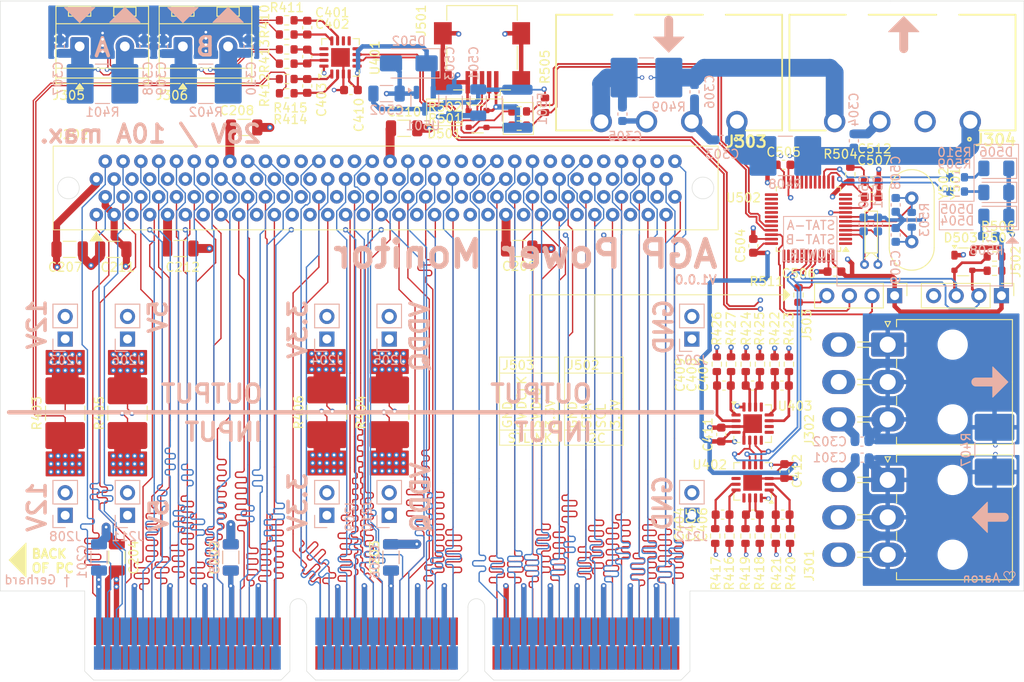
<source format=kicad_pcb>
(kicad_pcb (version 20241229) (generator "pcbnew") (generator_version "9.0")
  (layers (0 "F.Cu" signal) (4 "In1.Cu" signal) (6 "In2.Cu" signal) (2 "B.Cu" signal) (13 "F.Paste" user) (15 "B.Paste" user) (5 "F.SilkS" user "F.Silkscreen") (7 "B.SilkS" user "B.Silkscreen") (1 "F.Mask" user) (3 "B.Mask" user) (25 "Edge.Cuts" user))
  (net 0 "")
  (net 1 "VBUS_IN_VDDQ")
  (net 2 "/agp_connectors/AD8")
  (net 3 "/agp_connectors/SBA7")
  (net 4 "/agp_connectors/SBA4")
  (net 5 "/agp_connectors/SBA1")
  (net 6 "/agp_connectors/GNT#")
  (net 7 "/agp_connectors/AD27")
  (net 8 "VBUS_IN_3.3V")
  (net 9 "/agp_connectors/AD30")
  (net 10 "/agp_connectors/INTA#")
  (net 11 "/agp_connectors/AD6")
  (net 12 "/agp_connectors/SERR#")
  (net 13 "/agp_connectors/AD28")
  (net 14 "/agp_connectors/PAR")
  (net 15 "/agp_connectors/DBI_LO")
  (net 16 "/agp_connectors/MB_DET#")
  (net 17 "/agp_connectors/SBA6")
  (net 18 "/agp_connectors/TRDY#")
  (net 19 "/agp_connectors/AD16")
  (net 20 "/agp_connectors/AD15")
  (net 21 "/agp_connectors/AD22")
  (net 22 "/agp_connectors/AD23")
  (net 23 "/agp_connectors/VREFCG")
  (net 24 "/agp_connectors/AD24")
  (net 25 "/agp_connectors/AD20")
  (net 26 "/agp_connectors/C{slash}BE0#")
  (net 27 "/agp_connectors/AD17")
  (net 28 "/agp_connectors/DBI_HI{slash}PIPE#")
  (net 29 "/agp_connectors/AD29")
  (net 30 "/agp_connectors/WBF#")
  (net 31 "/agp_connectors/TYPEDET#")
  (net 32 "/agp_connectors/PME#")
  (net 33 "/agp_connectors/AD31")
  (net 34 "/agp_connectors/ST1")
  (net 35 "/agp_connectors/AD2")
  (net 36 "VBUS_IN_12V")
  (net 37 "/agp_connectors/AD14")
  (net 38 "/agp_connectors/IRDY#")
  (net 39 "/agp_connectors/AD19")
  (net 40 "GND")
  (net 41 "/agp_connectors/AD12")
  (net 42 "/agp_connectors/AD_STB0#")
  (net 43 "/agp_connectors/USB+")
  (net 44 "/agp_connectors/AD7")
  (net 45 "/agp_connectors/AD_STB1")
  (net 46 "/agp_connectors/PERR#")
  (net 47 "/agp_connectors/AD26")
  (net 48 "/agp_connectors/USB-")
  (net 49 "/agp_connectors/AD13")
  (net 50 "/agp_connectors/AD18")
  (net 51 "/agp_connectors/OVRCNT#")
  (net 52 "/agp_connectors/AD3")
  (net 53 "/agp_connectors/AD1")
  (net 54 "/agp_connectors/AD0")
  (net 55 "VBUS_IN_5V")
  (net 56 "/agp_connectors/AD25")
  (net 57 "/agp_connectors/VREFGC")
  (net 58 "/agp_connectors/AD11")
  (net 59 "/agp_connectors/C{slash}BE1#")
  (net 60 "/agp_connectors/SB_STB#")
  (net 61 "/agp_connectors/ST2")
  (net 62 "/agp_connectors/SBA3")
  (net 63 "/agp_connectors/FRAME#")
  (net 64 "/agp_connectors/AD10")
  (net 65 "/agp_connectors/STOP")
  (net 66 "/agp_connectors/AD_STB0")
  (net 67 "/agp_connectors/C{slash}BE2#")
  (net 68 "/agp_connectors/AD5")
  (net 69 "/agp_connectors/RBF#")
  (net 70 "/agp_connectors/AD_STB1#")
  (net 71 "/agp_connectors/C{slash}BE3#")
  (net 72 "/agp_connectors/INTB#")
  (net 73 "/agp_connectors/SBA5")
  (net 74 "/agp_connectors/ST0")
  (net 75 "/agp_connectors/REQ#")
  (net 76 "/agp_connectors/AD21")
  (net 77 "/agp_connectors/AD4")
  (net 78 "/agp_connectors/GC_DET#")
  (net 79 "/agp_connectors/SBA2")
  (net 80 "/agp_connectors/AD9")
  (net 81 "/agp_connectors/RST#")
  (net 82 "/agp_connectors/SBA0")
  (net 83 "/agp_connectors/SB_STB")
  (net 84 "/agp_connectors/CLK")
  (net 85 "/agp_connectors/DEVSEL#")
  (net 86 "VBUS_OUT_VDDQ")
  (net 87 "VBUS_OUT_3.3V")
  (net 88 "VBUS_OUT_5V")
  (net 89 "VBUS_OUT_12V")
  (net 106 "EXT_IN_5V")
  (net 107 "EXT_OUT_5V")
  (net 108 "EXT_OUT_12V_PCIE")
  (net 109 "EXT_IN_12V_PCIE")
  (net 110 "+3.3V")
  (net 111 "Net-(U402-IN+1)")
  (net 112 "Net-(U402-IN-1)")
  (net 113 "Net-(U402-IN+2)")
  (net 114 "SCL")
  (net 115 "SDA")
  (net 116 "Net-(U402-IN-3)")
  (net 117 "Net-(U402-IN+3)")
  (net 118 "Net-(U402-IN-2)")
  (net 119 "Net-(U403-IN+1)")
  (net 120 "Net-(U403-IN-3)")
  (net 121 "Net-(U403-IN+3)")
  (net 122 "Net-(U403-IN+2)")
  (net 123 "Net-(U403-IN-1)")
  (net 124 "Net-(U403-IN-2)")
  (net 125 "ALT_OUT_A")
  (net 126 "ALT_IN_A")
  (net 127 "ALT_OUT_B")
  (net 128 "ALT_IN_B")
  (net 129 "Net-(U401-IN+1)")
  (net 130 "Net-(U401-IN-1)")
  (net 131 "Net-(U401-IN+2)")
  (net 132 "Net-(U401-IN-2)")
  (net 133 "Net-(U401-IN+3)")
  (net 134 "Net-(U401-IN-3)")
  (net 147 "Net-(U501-VI)")
  (net 148 "Net-(D501-VCC)")
  (net 149 "Net-(D501-I{slash}O1)")
  (net 150 "Net-(D501-I{slash}O2)")
  (net 152 "Net-(U502-PA12)")
  (net 153 "Net-(U502-PA11)")
  (net 156 "Net-(U502-PD1)")
  (net 160 "Net-(U502-PD0)")
  (net 163 "Net-(U502-PC14)")
  (net 166 "Net-(U502-PC15)")
  (net 167 "Net-(U502-NRST)")
  (net 174 "Net-(U502-BOOT0)")
  (net 183 "/usb_interface/SWDIO")
  (net 184 "/usb_interface/SWDCLK")
  (net 188 "Net-(D504-A)")
  (net 189 "Net-(D505-A)")
  (net 190 "Net-(D506-A)")
  (net 191 "Net-(U502-PA4)")
  (net 192 "Net-(U502-PA5)")
  (net 193 "EXT_IN_12V")
  (net 194 "EXT_OUT_12V")
  (footprint "Crystal:Crystal_DS10_D1.0mm_L4.3mm_Horizontal" (layer "F.Cu") (at 172.6 64.4 180)
    (property "Reference" "Y502")
    (property "Value" "32.768kHz" (hide yes))
  )
  (footprint "Resistor_SMD:R_0603_1608Metric" (layer "F.Cu") (at 132.3 48.8)
    (property "Reference" "R501")
    (property "Value" "22" (hide yes))
  )
  (footprint "Capacitor_SMD:C_0603_1608Metric" (layer "F.Cu") (at 108.4875 44.3375 90)
    (property "Reference" "C403")
    (property "Value" "100n" (hide yes))
  )
  (footprint "TerminalBlock_RND:TerminalBlock_RND_205-00232_1x02_P5.08mm_Horizontal" (layer "F.Cu") (at 94.52 39.9)
    (property "Reference" "J306")
    (property "Value" "Screw_Terminal_01x02" (hide yes))
  )
  (footprint "641737-1:641737-1" (layer "F.Cu") (at 175.36 48.34)
    (property "Reference" "J304")
    (property "Value" "641737-1" (hide yes))
  )
  (footprint "Connector_PinHeader_2.54mm:PinHeader_1x04_P2.54mm_Vertical" (layer "F.Cu") (at 186.48 67.9 -90)
    (property "Reference" "J502")
    (property "Value" "I2C" (hide yes))
  )
  (footprint "Capacitor_SMD:C_0603_1608Metric" (layer "F.Cu") (at 158.525 78)
    (property "Reference" "C408")
    (property "Value" "100n" (hide yes))
  )
  (footprint "Capacitor_SMD:C_1206_3216Metric" (layer "F.Cu") (at 87.1 97.3 90)
    (property "Reference" "C204")
    (property "Value" "22µ" (hide yes))
  )
  (footprint "agp-slot:Conn_AMP_1MM_STD_EDGE_132_POS_145376-2" (layer "F.Cu") (at 84.8 55.8)
    (property "Reference" "J202")
    (property "Value" "145376-2" (hide yes))
    (fp_circle (center -3.14 0) (end -1.92 0) (stroke (width 0.05)) (fill no) (layer "Edge.Cuts"))
    (fp_circle (center 68.14 0) (end 69.36 0) (stroke (width 0.05)) (fill no) (layer "Edge.Cuts"))
  )
  (footprint "Resistor_SMD:R_0603_1608Metric" (layer "F.Cu") (at 156.1 75.6 -90)
    (property "Reference" "R427")
    (property "Value" "10" (hide yes))
  )
  (footprint "Resistor_SMD:R_0603_1608Metric" (layer "F.Cu") (at 185.7 65.1 180)
    (property "Reference" "R507")
    (property "Value" "3k3" (hide yes))
  )
  (footprint "TerminalBlock_RND:TerminalBlock_RND_205-00232_1x02_P5.08mm_Horizontal" (layer "F.Cu") (at 82.92 39.9)
    (property "Reference" "J305")
    (property "Value" "Screw_Terminal_01x02" (hide yes))
  )
  (footprint "Capacitor_SMD:C_0603_1608Metric" (layer "F.Cu") (at 162.1 87.6 -90)
    (property "Reference" "C412")
    (property "Value" "100n" (hide yes))
  )
  (footprint "Capacitor_SMD:C_1206_3216Metric" (layer "F.Cu") (at 86.7 62.7 180)
    (property "Reference" "C211")
    (property "Value" "22µ" (hide yes))
  )
  (footprint "Capacitor_SMD:C_1206_3216Metric" (layer "F.Cu") (at 101.4 49)
    (property "Reference" "C208")
    (property "Value" "22µ" (hide yes))
  )
  (footprint "Resistor_SMD:R_0603_1608Metric" (layer "F.Cu") (at 157.725 94.9 90)
    (property "Reference" "R419")
    (property "Value" "10" (hide yes))
  )
  (footprint "Resistor_SMD:R_0603_1608Metric" (layer "F.Cu") (at 154.5 75.6 -90)
    (property "Reference" "R426")
    (property "Value" "10" (hide yes))
  )
  (footprint "Resistor_SMD:R_0603_1608Metric" (layer "F.Cu") (at 155.925 94.9 90)
    (property "Reference" "R416")
    (property "Value" "10" (hide yes))
  )
  (footprint "Resistor_SMD:R_0603_1608Metric" (layer "F.Cu") (at 106.1875 43.5625)
    (property "Reference" "R415")
    (property "Value" "10" (hide yes))
  )
  (footprint "Capacitor_SMD:C_0603_1608Metric" (layer "F.Cu") (at 161.9 92.5 180)
    (property "Reference" "C406")
    (property "Value" "100n" (hide yes))
  )
  (footprint "Package_DFN_QFN:Texas_RGV0016A_VQFN-16-1EP_4x4mm_P0.65mm_EP2.1x2.1mm" (layer "F.Cu") (at 112.225 41.1375 90)
    (property "Reference" "U401")
    (property "Value" "INA3221" (hide yes))
  )
  (footprint "Capacitor_SMD:C_0603_1608Metric" (layer "F.Cu") (at 155.3 78)
    (property "Reference" "C409")
    (property "Value" "100n" (hide yes))
  )
  (footprint "Connector_Molex:Molex_Mini-Fit_Jr_5569-06A2_2x03_P4.20mm_Horizontal" (layer "F.Cu") (at 173.7 73.4 -90)
    (property "Reference" "J302")
    (property "Value" "39301060" (hide yes))
  )
  (footprint "Resistor_SMD:R_0603_1608Metric" (layer "F.Cu") (at 159.35 75.6 -90)
    (property "Reference" "R425")
    (property "Value" "10" (hide yes))
  )
  (footprint "Capacitor_SMD:C_0603_1608Metric" (layer "F.Cu") (at 108.4875 41.0375 90)
    (property "Reference" "C402")
    (property "Value" "100n" (hide yes))
  )
  (footprint "Resistor_SMD:R_0603_1608Metric" (layer "F.Cu") (at 106.1875 40.2375)
    (property "Reference" "R413")
    (property "Value" "10" (hide yes))
  )
  (footprint "Crystal:Crystal_HC49-U_Vertical" (layer "F.Cu") (at 176.4 56.95 -90)
    (property "Reference" "Y501")
    (property "Value" "8MHz" (hide yes))
  )
  (footprint "Capacitor_SMD:C_1206_3216Metric" (layer "F.Cu") (at 99.9 97.3 90)
    (property "Reference" "C202")
    (property "Value" "22µ" (hide yes))
  )
  (footprint "Capacitor_SMD:C_0603_1608Metric" (layer "F.Cu") (at 155.15 92.5 180)
    (property "Reference" "C404")
    (property "Value" "100n" (hide yes))
  )
  (footprint "Package_TO_SOT_SMD:SOT-143" (layer "F.Cu") (at 182.2 64.1)
    (property "Reference" "D503")
    (property "Value" "PRTR5V0U2X" (hide yes))
  )
  (footprint "Resistor_SMD:R_0603_1608Metric" (layer "F.Cu") (at 161.125 94.9 90)
    (property "Reference" "R421")
    (property "Value" "10" (hide yes))
  )
  (footprint "Capacitor_SMD:C_0603_1608Metric" (layer "F.Cu") (at 158.55 92.5 180)
    (property "Reference" "C405")
    (property "Value" "100n" (hide yes))
  )
  (footprint "Resistor_SMD:R_0603_1608Metric" (layer "F.Cu") (at 157.75 75.6 -90)
    (property "Reference" "R424")
    (property "Value" "10" (hide yes))
  )
  (footprint "Capacitor_SMD:C_0603_1608Metric" (layer "F.Cu") (at 161.825 78)
    (property "Reference" "C407")
    (property "Value" "100n" (hide yes))
  )
  (footprint "Capacitor_SMD:C_0603_1608Metric" (layer "F.Cu") (at 162 53.2)
    (property "Reference" "C505")
    (property "Value" "100n" (hide yes))
  )
  (footprint "Resistor_SMD:R_0603_1608Metric" (layer "F.Cu") (at 132.3 47.2)
    (property "Reference" "R502")
    (property "Value" "22" (hide yes))
  )
  (footprint "agp-edge:edge_universal" (layer "F.Cu") (at 83.485 111.085)
    (property "Reference" "J201" (hide yes))
    (property "Value" "~" (hide yes))
    (fp_line (start 0 -1) (end 0 -10.01) (stroke (width 0.05)) (layer "Edge.Cuts"))
    (fp_line (start 0 -1) (end 0.995 -0.005) (stroke (width 0.05)) (layer "Edge.Cuts"))
    (fp_line (start 0.999773 -0.000227) (end 22.065 -0.005) (stroke (width 0.05)) (layer "Edge.Cuts"))
    (fp_line (start 23.06 -1) (end 22.065 -0.005) (stroke (width 0.05)) (layer "Edge.Cuts"))
    (fp_line (start 23.06 -1) (end 23.06 -8.2) (stroke (width 0.05)) (layer "Edge.Cuts"))
    (fp_line (start 24.94 -8.2) (end 24.94 -1) (stroke (width 0.05)) (layer "Edge.Cuts"))
    (fp_line (start 24.94 -1) (end 25.935 -0.005) (stroke (width 0.05)) (layer "Edge.Cuts"))
    (fp_line (start 25.935 -0.005) (end 42.055 0) (stroke (width 0.05)) (layer "Edge.Cuts"))
    (fp_line (start 43.055 -1) (end 42.055 0) (stroke (width 0.05)) (layer "Edge.Cuts"))
    (fp_line (start 43.06 -8.2) (end 43.06 -1.005) (stroke (width 0.05)) (layer "Edge.Cuts"))
    (fp_line (start 44.94 -1) (end 44.94 -8.2) (stroke (width 0.05)) (layer "Edge.Cuts"))
    (fp_line (start 44.94 -1) (end 45.94 0) (stroke (width 0.05)) (layer "Edge.Cuts"))
    (fp_line (start 67.005 0) (end 45.94 0) (stroke (width 0.05)) (layer "Edge.Cuts"))
    (fp_line (start 68 -1) (end 67.005 -0.005) (stroke (width 0.05)) (layer "Edge.Cuts"))
    (fp_line (start 68 -1) (end 68 -10.01) (stroke (width 0.05)) (layer "Edge.Cuts"))
    (fp_arc (start 23.06 -8.2) (mid 24 -9.14) (end 24.94 -8.2) (stroke (width 0.05)) (layer "Edge.Cuts"))
    (fp_arc (start 43.06 -8.2) (mid 44 -9.14) (end 44.94 -8.2) (stroke (width 0.05)) (layer "Edge.Cuts"))
  )
  (footprint "Package_QFP:LQFP-48_7x7mm_P0.5mm" (layer "F.Cu") (at 164.8 59.3 180)
    (property "Reference" "U502")
    (property "Value" "STM32F103C6Tx" (hide yes))
  )
  (footprint "641737-1:641737-1" (layer "F.Cu") (at 149.14 48.34)
    (property "Reference" "J303")
    (property "Value" "641737-1" (hide yes))
  )
  (footprint "Capacitor_SMD:C_0603_1608Metric" (layer "F.Cu") (at 171.9 55.1)
    (property "Reference" "C512")
    (property "Value" "10n" (hide yes))
  )
  (footprint "Capacitor_SMD:C_0603_1608Metric" (layer "F.Cu") (at 158.6 62.3 90)
    (property "Reference" "C504")
    (property "Value" "100n" (hide yes))
  )
  (footprint "Resistor_SMD:R_0603_1608Metric" (layer "F.Cu") (at 163.675 67.825 90)
    (property "Reference" "R511")
    (property "Value" "3k3" (hide yes))
  )
  (footprint "Connector_PinHeader_2.54mm:PinHeader_1x04_P2.54mm_Vertical" (layer "F.Cu") (at 174.48 67.9 -90)
    (property "Reference" "J503")
    (property "Value" "STLink" (hide yes))
  )
  (footprint "Capacitor_SMD:C_1206_3216Metric" (layer "F.Cu") (at 81.8 62.7)
    (property "Reference" "C207")
    (property "Value" "4µ7" (hide yes))
  )
  (footprint "Resistor_SMD:R_0603_1608Metric" (layer "F.Cu") (at 169.5 54.3 90)
    (property "Reference" "R504")
    (property "Value" "10k" (hide yes))
  )
  (footprint "Resistor_SMD:R_0603_1608Metric" (layer "F.Cu") (at 159.325 94.9 90)
    (property "Reference" "R418")
    (property "Value" "10" (hide yes))
  )
  (footprint "Capacitor_SMD:C_0603_1608Metric" (layer "F.Cu") (at 167.725 65.2 180)
    (property "Reference" "C506")
    (property "Value" "100n" (hide yes))
  )
  (footprint "Resistor_SMD:R_0603_1608Metric" (layer "F.Cu") (at 162.6 75.6 -90)
    (property "Reference" "R423")
    (property "Value" "10" (hide yes))
  )
  (footprint "Capacitor_SMD:C_1206_3216Metric" (layer "F.Cu") (at 119.375 49.1)
    (property "Reference" "C210")
    (property "Value" "22µ" (hide yes))
  )
  (footprint "Capacitor_SMD:C_1206_3216Metric" (layer "F.Cu") (at 94.225 62.6)
    (property "Reference" "C212")
    (property "Value" "22µ" (hide yes))
  )
  (footprint "Capacitor_SMD:C_1206_3216Metric" (layer "F.Cu") (at 132.3 62.6)
    (property "Reference" "C209")
    (property "Value" "22µ" (hide yes))
  )
  (footprint "Resistor_SMD:R_0603_1608Metric" (layer "F.Cu") (at 161 75.6 -90)
    (property "Reference" "R422")
    (property "Value" "10" (hide yes))
  )
  (footprint "Package_DFN_QFN:Texas_RGV0016A_VQFN-16-1EP_4x4mm_P0.65mm_EP2.1x2.1mm" (layer "F.Cu") (at 158.525 88.7625 180)
    (property "Reference" "U402")
    (property "Value" "INA3221" (hide yes))
  )
  (footprint "Capacitor_SMD:C_0603_1608Metric" (layer "F.Cu") (at 113.4 44.8 180)
    (property "Reference" "C410")
    (property "Value" "100n" (hide yes))
  )
  (footprint "Resistor_SMD:R_2816_7142Metric" (layer "F.Cu") (at 81.3 81.1 90)
    (property "Reference" "R403")
    (property "Value" "0R01" (hide yes))
  )
  (footprint "Resistor_SMD:R_0603_1608Metric" (layer "F.Cu") (at 106.1875 36.9625)
    (property "Reference" "R411")
    (property "Value" "10" (hide yes))
  )
  (footprint "Connector_Molex:Molex_Mini-Fit_Jr_5569-06A2_2x03_P4.20mm_Horizontal" (layer "F.Cu") (at 173.7 88.6 -90)
    (property "Reference" "J301")
    (property "Value" "39301060" (hide yes))
  )
  (footprint "Capacitor_SMD:C_0603_1608Metric" (layer "F.Cu") (at 171.9 56.8)
    (property "Reference" "C507")
    (property "Value" "100n" (hide yes))
  )
  (footprint "Capacitor_SMD:C_1206_3216Metric" (layer "F.Cu") (at 117.9 97.3 90)
    (property "Reference" "C203")
    (property "Value" "22µ" (hide yes))
  )
  (footprint "Resistor_SMD:R_0603_1608Metric" (layer "F.Cu") (at 106.1875 45.1625)
    (property "Reference" "R414")
    (property "Value" "10" (hide yes))
  )
  (footprint "Resistor_SMD:R_0603_1608Metric" (layer "F.Cu") (at 106.1875 41.8375)
    (property "Reference" "R412")
    (property "Value" "10" (hide yes))
  )
  (footprint "Resistor_SMD:R_0603_1608Metric" (layer "F.Cu") (at 154.325 94.9 90)
    (property "Reference" "R417")
    (property "Value" "10" (hide yes))
  )
  (footprint "Resistor_SMD:R_0603_1608Metric" (layer "F.Cu") (at 106.1875 38.5625)
    (property "Reference" "R410")
    (property "Value" "10" (hide yes))
  )
  (footprint "Connector_USB:USB_Mini-B_Wuerth_65100516121_Horizontal" (layer "F.Cu") (at 128.125 41.325 180)
    (property "Reference" "J501")
    (property "Value" "USB_B_Mini" (hide yes))
  )
  (footprint "Package_TO_SOT_SMD:SOT-143" (layer "F.Cu") (at 127.625 48.05)
    (property "Reference" "D501")
    (property "Value" "PRTR5V0U2X" (hide yes))
  )
  (footprint "Resistor_SMD:R_0603_1608Metric" (layer "F.Cu") (at 135.2 46.5 90)
    (property "Reference" "R505")
    (property "Value" "4k7" (hide yes))
  )
  (footprint "Capacitor_SMD:C_0603_1608Metric" (layer "F.Cu") (at 108.4875 37.7875 90)
    (property "Reference" "C401")
    (property "Value" "100n" (hide yes))
  )
  (footprint "Package_DFN_QFN:Texas_RGV0016A_VQFN-16-1EP_4x4mm_P0.65mm_EP2.1x2.1mm" (layer "F.Cu") (at 158.525 82.275)
    (property "Reference" "U403")
    (property "Value" "INA3221" (hide yes))
  )
  (footprint "Resistor_SMD:R_0603_1608Metric" (layer "F.Cu") (at 185.7 63.5 180)
    (property "Reference" "R506")
    (property "Value" "3k3" (hide yes))
  )
  (footprint "Resistor_SMD:R_2816_7142Metric" (layer "F.Cu") (at 88.3 81.1 90)
    (property "Reference" "R405")
    (property "Value" "0R01" (hide yes))
  )
  (footprint "Resistor_SMD:R_2816_7142Metric" (layer "F.Cu") (at 117.7 81 90)
    (property "Reference" "R404")
    (property "Value" "0R01" (hide yes))
  )
  (footprint "Resistor_SMD:R_2816_7142Metric" (layer "F.Cu") (at 110.7 81 90)
    (property "Reference" "R406")
    (property "Value" "0R01" (hide yes))
  )
  (footprint "Capacitor_SMD:C_0603_1608Metric" (layer "F.Cu") (at 155 83.5 90)
    (property "Reference" "C411")
    (property "Value" "100n" (hide yes))
  )
  (footprint "Resistor_SMD:R_0603_1608Metric" (layer "F.Cu") (at 162.725 94.9 90)
    (property "Reference" "R420")
    (property "Value" "10" (hide yes))
  )
  (footprint "Resistor_SMD:R_0603_1608Metric" (layer "B.Cu") (at 176.4 59.375 90)
    (property "Reference" "R503")
    (property "Value" "1M" (hide yes))
  )
  (footprint "Connector_PinHeader_2.54mm:PinHeader_1x02_P2.54mm_Vertical" (layer "B.Cu") (at 117.7 72.775)
    (property "Reference" "J205")
    (property "Value" "VDDQ_PROBE" (hide yes))
  )
  (footprint "Resistor_SMD:R_2816_7142Metric" (layer "B.Cu") (at 162.2 52.2)
    (property "Reference" "R408")
    (property "Value" "0R01" (hide yes))
  )
  (footprint "Resistor_SMD:R_2816_7142Metric" (layer "B.Cu") (at 85.4875 44.1)
    (property "Reference" "R401")
    (property "Value" "0R01" (hide yes))
  )
  (footprint "Connector_PinHeader_2.54mm:PinHeader_1x02_P2.54mm_Vertical" (layer "B.Cu") (at 110.7 72.775)
    (property "Reference" "J204")
    (property "Value" "3.3V_PROBE" (hide yes))
  )
  (footprint "Capacitor_SMD:C_0603_1608Metric" (layer "B.Cu") (at 171 59.9 90)
    (property "Reference" "C510")
    (property "Value" "20p" (hide yes))
  )
  (footprint "Package_TO_SOT_SMD:SOT-23" (layer "B.Cu") (at 121.7 46 -90)
    (property "Reference" "U501")
    (property "Value" "MCP1703Ax-330xxTT" (hide yes))
  )
  (footprint "Capacitor_SMD:C_0603_1608Metric" (layer "B.Cu") (at 90.2 39.9 90)
    (property "Reference" "C308")
    (property "Value" "1µ" (hide yes))
  )
  (footprint "Resistor_SMD:R_0603_1608Metric" (layer "B.Cu") (at 181.5 56.2)
    (property "Reference" "R509")
    (property "Value" "220" (hide yes))
  )
  (footprint "Connector_PinHeader_2.54mm:PinHeader_1x02_P2.54mm_Vertical" (layer "B.Cu") (at 81.3 92.575)
    (property "Reference" "J208")
    (property "Value" "12V_PROBE" (hide yes))
  )
  (footprint "Capacitor_SMD:C_1206_3216Metric" (layer "B.Cu") (at 85.1 97.3 90)
    (property "Reference" "C201")
    (property "Value" "4µ7" (hide yes))
  )
  (footprint "Connector_PinHeader_2.54mm:PinHeader_1x02_P2.54mm_Vertical" (layer "B.Cu") (at 110.7 92.575)
    (property "Reference" "J209")
    (property "Value" "3.3V_PROBE" (hide yes))
  )
  (footprint "Capacitor_SMD:C_1206_3216Metric" (layer "B.Cu") (at 117.9 97.3 90)
    (property "Reference" "C206")
    (property "Value" "22µ" (hide yes))
  )
  (footprint "Resistor_SMD:R_0603_1608Metric" (layer "B.Cu") (at 181.5 54.6)
    (property "Reference" "R510")
    (property "Value" "220" (hide yes))
  )
  (footprint "Capacitor_SMD:C_0603_1608Metric" (layer "B.Cu") (at 143.9 47.5 -90)
    (property "Reference" "C305")
    (property "Value" "1µ" (hide yes))
  )
  (footprint "Capacitor_SMD:C_0603_1608Metric" (layer "B.Cu") (at 172.6 59.9 90)
    (property "Reference" "C511")
    (property "Value" "20p" (hide yes))
  )
  (footprint "Capacitor_SMD:C_0603_1608Metric" (layer "B.Cu") (at 174.6 61.075 90)
    (property "Reference" "C509")
    (property "Value" "20p" (hide yes))
  )
  (footprint "Capacitor_SMD:C_0603_1608Metric" (layer "B.Cu") (at 169.9 50.5 90)
    (property "Reference" "C304")
    (property "Value" "1µ" (hide yes))
  )
  (footprint "Capacitor_SMD:C_1206_3216Metric" (layer "B.Cu") (at 117.4 45.2)
    (property "Reference" "C502")
    (property "Value" "22µ" (hide yes))
  )
  (footprint "LED_SMD:LED_1206_3216Metric" (layer "B.Cu") (at 185.9 53.6 180)
    (property "Reference" "D506")
    (property "Value" "LED" (hide yes))
  )
  (footprint "Capacitor_SMD:C_0603_1608Metric" (layer "B.Cu") (at 155.1 50.4 180)
    (property "Reference" "C303")
    (property "Value" "1µ" (hide yes))
  )
  (footprint "Connector_PinHeader_2.54mm:PinHeader_1x02_P2.54mm_Vertical" (layer "B.Cu") (at 88.3 72.775)
    (property "Reference" "J206")
    (property "Value" "5V_PROBE" (hide yes))
  )
  (footprint "Connector_PinHeader_2.54mm:PinHeader_1x02_P2.54mm_Vertical" (layer "B.Cu") (at 117.7 92.575)
    (property "Reference" "J210")
    (property "Value" "VDDQ_PROBE" (hide yes))
  )
  (footprint "Resistor_SMD:R_2816_7142Metric" (layer "B.Cu") (at 185.7 85.2 90)
    (property "Reference" "R407")
    (property "Value" "0R01" (hide yes))
  )
  (footprint "Connector_PinHeader_2.54mm:PinHeader_1x02_P2.54mm_Vertical" (layer "B.Cu") (at 81.3 72.775)
    (property "Reference" "J203")
    (property "Value" "12V_PROBE" (hide yes))
  )
  (footprint "LED_SMD:LED_1206_3216Metric" (layer "B.Cu") (at 185.9 56.3 180)
    (property "Reference" "D505")
    (property "Value" "LED" (hide yes))
  )
  (footprint "Resistor_SMD:R_2816_7142Metric" (layer "B.Cu") (at 146.6 43.4)
    (property "Reference" "R409")
    (property "Value" "0R01" (hide yes))
  )
  (footprint "Connector_PinHeader_2.54mm:PinHeader_1x02_P2.54mm_Vertical" (layer "B.Cu") (at 151.7 72.775)
    (property "Reference" "J207")
    (property "Value" "GND_PROBE" (hide yes))
  )
  (footprint "Capacitor_SMD:C_0603_1608Metric" (layer "B.Cu") (at 170.8 84.3 180)
    (property "Reference" "C302")
    (property "Value" "1µ" (hide yes))
  )
  (footprint "Capacitor_SMD:C_1206_3216Metric" (layer "B.Cu") (at 99.9 97.3 90)
    (property "Reference" "C205")
    (property "Value" "22µ" (hide yes))
  )
  (footprint "Resistor_SMD:R_0603_1608Metric" (layer "B.Cu") (at 185.075 61.2 180)
    (property "Reference" "R508")
    (property "Value" "220" (hide yes))
  )
  (footprint "Capacitor_SMD:C_0603_1608Metric" (layer "B.Cu") (at 80.7 39.9 90)
    (property "Reference" "C307")
    (property "Value" "1µ" (hide yes))
  )
  (footprint "Resistor_SMD:R_2816_7142Metric" (layer "B.Cu") (at 97.1 44.1)
    (property "Reference" "R402")
    (property "Value" "0R01" (hide yes))
  )
  (footprint "Capacitor_SMD:C_0603_1608Metric" (layer "B.Cu") (at 101.9 39.9 90)
    (property "Reference" "C310")
    (property "Value" "1µ" (hide yes))
  )
  (footprint "LED_SMD:LED_1206_3216Metric" (layer "B.Cu") (at 185.9 59 180)
    (property "Reference" "D504")
    (property "Value" "LED" (hide yes))
  )
  (footprint "Capacitor_SMD:C_1206_3216Metric" (layer "B.Cu") (at 125 46.2 -90)
    (property "Reference" "C503")
    (property "Value" "10µ" (hide yes))
  )
  (footprint "Connector_PinHeader_2.54mm:PinHeader_1x02_P2.54mm_Vertical" (layer "B.Cu") (at 88.3 92.575)
    (property "Reference" "J211")
    (property "Value" "5V_PROBE" (hide yes))
  )
  (footprint "Diode_SMD:D_SMA" (layer "B.Cu") (at 119.9 41.8 180)
    (property "Reference" "D502")
    (property "Value" "P4SMAJ5.0A" (hide yes))
  )
  (footprint "Capacitor_SMD:C_0603_1608Metric" (layer "B.Cu") (at 174.6 57.7 -90)
    (property "Reference" "C508")
    (property "Value" "20p" (hide yes))
  )
  (footprint "Fuse:Fuse_1812_4532Metric" (layer "B.Cu") (at 132.1 46.9 -90)
    (property "Reference" "F501")
    (property "Value" "200mA" (hide yes))
  )
  (footprint "Capacitor_SMD:C_1206_3216Metric" (layer "B.Cu") (at 127.7 46.2 -90)
    (property "Reference" "C501")
    (property "Value" "22µ" (hide yes))
  )
  (footprint "Connector_PinHeader_2.54mm:PinHeader_1x02_P2.54mm_Vertical" (layer "B.Cu") (at 151.7 92.575)
    (property "Reference" "J212")
    (property "Value" "GND_PROBE" (hide yes))
  )
  (footprint "Capacitor_SMD:C_0603_1608Metric" (layer "B.Cu") (at 152 45 -90)
    (property "Reference" "C306")
    (property "Value" "1µ" (hide yes))
  )
  (footprint "Capacitor_SMD:C_0603_1608Metric" (layer "B.Cu") (at 170.825 86.1 180)
    (property "Reference" "C301")
    (property "Value" "1µ" (hide yes))
  )
  (footprint "Capacitor_SMD:C_0603_1608Metric" (layer "B.Cu") (at 92.3 39.925 90)
    (property "Reference" "C309")
    (property "Value" "1µ" (hide yes))
  )
  (gr_poly (pts (xy 162.7 67.8) (xy 162 67.1) (xy 162 68.5)) (stroke (width 0.1)) (fill yes) (layer "F.SilkS"))
  (gr_line (start 137.4 76.6) (end 144 76.6) (stroke (width 0.1)) (layer "F.SilkS"))
  (gr_line (start 130.1 83) (end 130.1 84.7) (stroke (width 0.1)) (layer "F.SilkS"))
  (gr_line (start 137.4 84.7) (end 144 84.7) (stroke (width 0.1)) (layer "F.SilkS"))
  (gr_line (start 125.9 45.8) (end 130.5 45.8) (stroke (width 0.1)) (layer "F.SilkS"))
  (gr_line (start 130.3 74.8) (end 130.1 74.8) (stroke (width 0.1)) (layer "F.SilkS"))
  (gr_line (start 130.5 49.8) (end 133.9 49.8) (stroke (width 0.1)) (layer "F.SilkS"))
  (gr_line (start 136.7 74.8) (end 130.3 74.8) (stroke (width 0.1)) (layer "F.SilkS"))
  (gr_line (start 137.4 83) (end 137.4 84.7) (stroke (width 0.1)) (layer "F.SilkS"))
  (gr_line (start 133.5 67.8) (end 140.8 67.8) (stroke (width 0.1)) (layer "F.SilkS"))
  (gr_line (start 130.1 83) (end 130.1 74.8) (stroke (width 0.1)) (layer "F.SilkS"))
  (gr_line (start 130.5 45.8) (end 130.5 49.8) (stroke (width 0.1)) (layer "F.SilkS"))
  (gr_line (start 137.6 74.8) (end 137.4 74.8) (stroke (width 0.1)) (layer "F.SilkS"))
  (gr_line (start 133.9 46.2) (end 130.5 46.2) (stroke (width 0.1)) (layer "F.SilkS"))
  (gr_line (start 121.9 48.8) (end 121.9 45.8) (stroke (width 0.1)) (layer "F.SilkS"))
  (gr_line (start 162 67.8) (end 140.8 67.8) (stroke (width 0.1)) (layer "F.SilkS"))
  (gr_line (start 125.9 45.8) (end 125.9 48.8) (stroke (width 0.1)) (layer "F.SilkS"))
  (gr_poly (pts (xy 75 97.6) (xy 76.9 95.7) (xy 76.9 99.5)) (stroke (width 0.1)) (fill yes) (layer "F.SilkS"))
  (gr_line (start 133.5 74.8) (end 133.5 67.8) (stroke (width 0.1)) (layer "F.SilkS"))
  (gr_line (start 136.7 84.7) (end 136.7 83) (stroke (width 0.1)) (layer "F.SilkS"))
  (gr_line (start 144 74.8) (end 137.6 74.8) (stroke (width 0.1)) (layer "F.SilkS"))
  (gr_line (start 144 83) (end 144 74.8) (stroke (width 0.1)) (layer "F.SilkS"))
  (gr_line (start 137.4 83) (end 137.4 74.8) (stroke (width 0.1)) (layer "F.SilkS"))
  (gr_line (start 136.7 83) (end 136.7 74.8) (stroke (width 0.1)) (layer "F.SilkS"))
  (gr_line (start 130.1 76.6) (end 136.7 76.6) (stroke (width 0.1)) (layer "F.SilkS"))
  (gr_line (start 130.1 84.7) (end 136.7 84.7) (stroke (width 0.1)) (layer "F.SilkS"))
  (gr_line (start 125.9 48.8) (end 121.9 48.8) (stroke (width 0.1)) (layer "F.SilkS"))
  (gr_line (start 137.4 83) (end 144 83) (stroke (width 0.1)) (layer "F.SilkS"))
  (gr_line (start 121.9 45.8) (end 125.9 45.8) (stroke (width 0.1)) (layer "F.SilkS"))
  (gr_line (start 130.1 83) (end 136.7 83) (stroke (width 0.1)) (layer "F.SilkS"))
  (gr_line (start 140.8 67.8) (end 140.8 74.8) (stroke (width 0.1)) (layer "F.SilkS"))
  (gr_line (start 144 84.7) (end 144 83) (stroke (width 0.1)) (layer "F.SilkS"))
  (gr_line (start 133.9 49.8) (end 133.9 46.2) (stroke (width 0.1)) (layer "F.SilkS"))
  (gr_line (start 179.5 60.5) (end 179.5 57.3) (stroke (width 0.1)) (layer "B.SilkS"))
  (gr_arc (start 186.767544 99.3) (mid 187.01689 98.887856) (end 187.383772 99.2) (stroke (width 0.1)) (layer "B.SilkS"))
  (gr_line (start 185.5 77.6) (end 183.6 77.6) (stroke (width 1)) (layer "B.SilkS"))
  (gr_line (start 187.7 66.8) (end 168 66.8) (stroke (width 0.1)) (layer "B.SilkS"))
  (gr_line (start 188.4 60.5) (end 186.8 60.5) (stroke (width 0.1)) (layer "B.SilkS"))
  (gr_poly (pts (xy 185.5 79.3) (xy 185.5 75.9) (xy 187.2 77.6)) (stroke (width 0.1)) (fill yes) (layer "B.SilkS"))
  (gr_poly (pts (xy 101.3 37.2) (xy 97.9 37.2) (xy 99.6 35.5)) (stroke (width 0.1)) (fill yes) (layer "B.SilkS"))
  (gr_line (start 175.5 38.25) (end 175.5 40.15) (stroke (width 1)) (layer "B.SilkS"))
  (gr_poly (pts (xy 177.2 38.25) (xy 173.8 38.25) (xy 175.5 36.55)) (stroke (width 0.1)) (fill yes) (layer "B.SilkS"))
  (gr_poly (pts (xy 184.9 91.1) (xy 184.9 94.5) (xy 183.2 92.8)) (stroke (width 0.1)) (fill yes) (layer "B.SilkS"))
  (gr_line (start 168 59) (end 168 64.1) (stroke (width 0.1)) (layer "B.SilkS"))
  (gr_line (start 188.4 50.9) (end 188.4 60.5) (stroke (width 0.1)) (layer "B.SilkS"))
  (gr_line (start 179.5 57.3) (end 183.4 57.3) (stroke (width 0.1)) (layer "B.SilkS"))
  (gr_line (start 187.7 62) (end 187.7 66.8) (stroke (width 0.1)) (layer "B.SilkS"))
  (gr_line (start 75 81) (end 154 81) (stroke (width 0.5)) (layer "B.SilkS"))
  (gr_line (start 187.4 100.1) (end 186.767544 99.3) (stroke (width 0.1)) (layer "B.SilkS"))
  (gr_line (start 183.4 57.3) (end 183.4 50.9) (stroke (width 0.1)) (layer "B.SilkS"))
  (gr_line (start 149.1 38.85) (end 149.1 36.95) (stroke (width 1)) (layer "B.SilkS"))
  (gr_poly (pts (xy 81.225 35.525) (xy 84.625 35.525) (xy 82.925 37.225)) (stroke (width 0.1)) (fill yes) (layer "B.SilkS"))
  (gr_poly (pts (xy 92.825 35.525) (xy 96.225 35.525) (xy 94.525 37.225)) (stroke (width 0.1)) (fill yes) (layer "B.SilkS"))
  (gr_line (start 183.4 50.9) (end 188.4 50.9) (stroke (width 0.1)) (layer "B.SilkS"))
  (gr_line (start 188 99.3) (end 187.4 100.1) (stroke (width 0.1)) (layer "B.SilkS"))
  (gr_line (start 183.3 60.5) (end 179.5 60.5) (stroke (width 0.1)) (layer "B.SilkS"))
  (gr_line (start 162 59) (end 162 64) (stroke (width 0.1)) (layer "B.SilkS"))
  (gr_poly (pts (xy 89.7 37.2) (xy 86.3 37.2) (xy 88 35.5)) (stroke (width 0.1)) (fill yes) (layer "B.SilkS"))
  (gr_poly (pts (xy 147.4 38.85) (xy 150.8 38.85) (xy 149.1 40.55)) (stroke (width 0.1)) (fill yes) (layer "B.SilkS"))
  (gr_line (start 184.9 92.8) (end 186.8 92.8) (stroke (width 1)) (layer "B.SilkS"))
  (gr_arc (start 187.383772 99.2) (mid 187.750654 98.887855) (end 188 99.3) (stroke (width 0.1)) (layer "B.SilkS"))
  (gr_line (start 168 66.8) (end 168 64) (stroke (width 0.1)) (layer "B.SilkS"))
  (gr_poly (pts (xy 187 62) (xy 187.7 61.3) (xy 188.4 62)) (stroke (width 0.1)) (fill yes) (layer "B.SilkS"))
  (gr_line (start 168 59) (end 162 59) (stroke (width 0.1)) (layer "B.SilkS"))
  (gr_line (start 168 64) (end 162 64) (stroke (width 0.1)) (layer "B.SilkS"))
  (gr_line (start 74 34.8) (end 174 34.8) (stroke (width 0.05)) (layer "Edge.Cuts"))
  (gr_line (start 174 101.075) (end 189 101.075) (stroke (width 0.05)) (layer "Edge.Cuts"))
  (gr_line (start 74 60) (end 74 50) (stroke (width 0.05)) (layer "Edge.Cuts"))
  (gr_line (start 74 50) (end 74 34.8) (stroke (width 0.05)) (layer "Edge.Cuts"))
  (gr_line (start 189 101.075) (end 189 34.8) (stroke (width 0.05)) (layer "Edge.Cuts"))
  (gr_line (start 74 101.075) (end 83.485 101.075) (stroke (width 0.05)) (layer "Edge.Cuts"))
  (gr_line (start 174 101.075) (end 151.485 101.075) (stroke (width 0.05)) (layer "Edge.Cuts"))
  (gr_line (start 174 34.8) (end 189 34.8) (stroke (width 0.05)) (layer "Edge.Cuts"))
  (gr_line (start 74 60) (end 74 100) (stroke (width 0.05)) (layer "Edge.Cuts"))
  (gr_line (start 74 101.075) (end 74 100) (stroke (width 0.05)) (layer "Edge.Cuts"))
  (gr_text "I2C" (at 139.5 84.5 0) (layer "F.SilkS") (effects (font (size 1 1)) (justify left bottom)))
  (gr_text "GND\nSDA\nSCL\n3.3V" (at 143.7 82.9 90) (layer "F.SilkS") (effects (font (size 1 1)) (justify left bottom)))
  (gr_text "STLINK" (at 130.9 84.5 0) (layer "F.SilkS") (effects (font (size 1 1)) (justify left bottom)))
  (gr_text "BACK\nOF PC" (at 77.4 99.1 0) (layer "F.SilkS") (effects (font (size 1 1) (thickness 0.25) (bold yes)) (justify left bottom)))
  (gr_text "GND\nSWDCLK\nSWDIO\n3.3V" (at 136.4 82.9 90) (layer "F.SilkS") (effects (font (size 1 1)) (justify left bottom)))
  (gr_text "J503" (at 130.3 76.3 0) (layer "F.SilkS") (effects (font (size 1 1)) (justify left bottom)))
  (gr_text "J502" (at 137.6 76.3 0) (layer "F.SilkS") (effects (font (size 1 1)) (justify left bottom)))
  (gr_text "3.3V" (at 108.6 68.2 90) (layer "B.SilkS") (effects (font (size 2 2) (thickness 0.4) (bold yes)) (justify left bottom mirror)))
  (gr_text "12V" (at 79.3 68.1 90) (layer "B.SilkS") (effects (font (size 2 2) (thickness 0.4) (bold yes)) (justify left bottom mirror)))
  (gr_text "26V / 10A max." (at 103.5 50.9 0) (layer "B.SilkS") (effects (font (size 2 2) (thickness 0.4) (bold yes)) (justify left bottom mirror)))
  (gr_text "INPUT" (at 140.7 84.4 0) (layer "B.SilkS") (effects (font (size 2 2) (thickness 0.4) (bold yes)) (justify left bottom mirror)))
  (gr_text "3.3V" (at 108.6 87.6 90) (layer "B.SilkS") (effects (font (size 2 2) (thickness 0.4) (bold yes)) (justify left bottom mirror)))
  (gr_text "5V" (at 93 90.5 90) (layer "B.SilkS") (effects (font (size 2 2) (thickness 0.4) (bold yes)) (justify left bottom mirror)))
  (gr_text "OUTPUT" (at 140.7 80.1 0) (layer "B.SilkS") (effects (font (size 2 2) (thickness 0.4) (bold yes)) (justify left bottom mirror)))
  (gr_text "B" (at 98.3 41.1 0) (layer "B.SilkS") (effects (font (size 2 2) (thickness 0.4) (bold yes)) (justify left bottom mirror)))
  (gr_text "OUTPUT" (at 103.7 80.1 0) (layer "B.SilkS") (effects (font (size 2 2) (thickness 0.4) (bold yes)) (justify left bottom mirror)))
  (gr_text "5V" (at 92.9 68.2 90) (layer "B.SilkS") (effects (font (size 2 2) (thickness 0.4) (bold yes)) (justify left bottom mirror)))
  (gr_text "Aaron" (at 186.4 100.2 0) (layer "B.SilkS") (effects (font (size 1 1)) (justify left bottom mirror)))
  (gr_text "GND" (at 149.6 87.9 90) (layer "B.SilkS") (effects (font (size 2 2) (thickness 0.4) (bold yes)) (justify left bottom mirror)))
  (gr_text "V1.0.0" (at 154.6 66.7 0) (layer "B.SilkS") (effects (font (size 1 1) (thickness 0.2) (bold yes)) (justify left bottom mirror)))
  (gr_text "GND" (at 149.7 68.1 90) (layer "B.SilkS") (effects (font (size 2 2) (thickness 0.4) (bold yes)) (justify left bottom mirror)))
  (gr_text "INPUT" (at 103.7 84.4 0) (layer "B.SilkS") (effects (font (size 2 2) (thickness 0.4) (bold yes)) (justify left bottom mirror)))
  (gr_text "A" (at 86.6 41.2 0) (layer "B.SilkS") (effects (font (size 2 2) (thickness 0.4) (bold yes)) (justify left bottom mirror)))
  (gr_text "VDDQ" (at 122.4 86.4 90) (layer "B.SilkS") (effects (font (size 2 2) (thickness 0.4) (bold yes)) (justify left bottom mirror)))
  (gr_text "STAT-A\nSTAT-B\nPOWER" (at 167.9 63.8 0) (layer "B.SilkS") (effects (font (size 1 1)) (justify left bottom mirror)))
  (gr_text "AGP Power Monitor" (at 154.9 65 0) (layer "B.SilkS") (effects (font (size 3 3) (thickness 0.6) (bold yes)) (justify left bottom mirror)))
  (gr_text "VDDQ" (at 122.3 68.3 90) (layer "B.SilkS") (effects (font (size 2 2) (thickness 0.4) (bold yes)) (justify left bottom mirror)))
  (gr_text "† Gerhard" (at 82 100.4 0) (layer "B.SilkS") (effects (font (size 1 1)) (justify left bottom mirror)))
  (gr_text "12V" (at 79.3 88.6 90) (layer "B.SilkS") (effects (font (size 2 2) (thickness 0.4) (bold yes)) (justify left bottom mirror)))
  (segment (start 135.815 100.515) (end 135.8 100.5) (width 0.6) (layer "F.Cu") (net 1))
  (segment (start 130.84 100.54) (end 130.8 100.5) (width 0.6) (layer "F.Cu") (net 1))
  (segment (start 123.875 108.605) (end 123.875 100.525) (width 0.6) (layer "F.Cu") (net 1))
  (segment (start 117.9 98.775) (end 117.9 100.5) (width 0.6) (layer "F.Cu") (net 1))
  (segment (start 141.785 100.515) (end 141.8 100.5) (width 0.6) (layer "F.Cu") (net 1))
  (segment (start 117.9 100.5) (end 117.905 100.505) (width 0.6) (layer "F.Cu") (net 1))
  (segment (start 141.785 108.605) (end 141.785 100.515) (width 0.6) (layer "F.Cu") (net 1))
  (segment (start 117.7 83.5125) (end 117.7 85.8) (width 3) (layer "F.Cu") (net 1))
  (segment (start 123.875 100.525) (end 123.9 100.5) (width 0.6) (layer "F.Cu") (net 1))
  (segment (start 147.755 108.605) (end 147.755 100.555) (width 0.6) (layer "F.Cu") (net 1))
  (segment (start 117.905 108.605) (end 117.905 100.505) (width 0.6) (layer "F.Cu") (net 1))
  (segment (start 155.925 95.725) (end 155.925 96.975) (width 0.25) (layer "F.Cu") (net 1))
  (segment (start 117.7 83.5125) (end 117.7 81.6) (width 0.15) (layer "F.Cu") (net 1))
  (segment (start 130.84 105.6) (end 130.84 100.54) (width 0.6) (layer "F.Cu") (net 1))
  (segment (start 155.925 96.975) (end 155.9 97) (width 0.25) (layer "F.Cu") (net 1))
  (segment (start 135.815 108.605) (end 135.815 100.515) (width 0.6) (layer "F.Cu") (net 1))
  (segment (start 147.755 100.555) (end 147.7 100.5) (width 0.6) (layer "F.Cu") (net 1))
  (segment (start 117.7 81.6) (end 117.1 81) (width 0.15) (layer "F.Cu") (net 1))
  (via (at 119.3 86.7) (size 0.6) (drill 0.3) (layers "F.Cu" "B.Cu") (net 1))
  (via (at 117.7 87.6) (size 0.6) (drill 0.3) (layers "F.Cu" "B.Cu") (net 1))
  (via (at 135.8 100.5) (size 0.6) (drill 0.3) (layers "F.Cu" "B.Cu") (net 1))
  (via (at 116.1 85.8) (size 0.6) (drill 0.3) (layers "F.Cu" "B.Cu") (net 1))
  (via (at 116.9 85.8) (size 0.6) (drill 0.3) (layers "F.Cu" "B.Cu") (net 1))
  (via (at 119.3 85.8) (size 0.6) (drill 0.3) (layers "F.Cu" "B.Cu") (net 1))
  (via (at 117.7 86.7) (size 0.6) (drill 0.3) (layers "F.Cu" "B.Cu") (net 1))
  (via (at 118.5 85.8) (size 0.6) (drill 0.3) (layers "F.Cu" "B.Cu") (net 1))
  (via (at 130.8 100.5) (size 0.6) (drill 0.3) (layers "F.Cu" "B.Cu") (net 1))
  (via (at 118.5 86.7) (size 0.6) (drill 0.3) (layers "F.Cu" "B.Cu") (net 1))
  (via (at 117.7 85.8) (size 0.6) (drill 0.3) (layers "F.Cu" "B.Cu") (net 1))
  (via (at 155.9 97) (size 0.5) (drill 0.3) (layers "F.Cu" "B.Cu") (net 1))
  (via (at 147.7 100.5) (size 0.6) (drill 0.3) (layers "F.Cu" "B.Cu") (net 1))
  (via (at 116.9 87.6) (size 0.6) (drill 0.3) (layers "F.Cu" "B.Cu") (net 1))
  (via (at 119.3 87.6) (size 0.6) (drill 0.3) (layers "F.Cu" "B.Cu") (net 1))
  (via (at 118.5 87.6) (size 0.6) (drill 0.3) (layers "F.Cu" "B.Cu") (net 1))
  (via (at 116.1 87.6) (size 0.6) (drill 0.3) (layers "F.Cu" "B.Cu") (net 1))
  (via (at 117.1 81) (size 0.6) (drill 0.3) (layers "F.Cu" "B.Cu") (net 1))
  (via (at 116.1 86.7) (size 0.6) (drill 0.3) (layers "F.Cu" "B.Cu") (net 1))
  (via (at 117.9 100.5) (size 0.6) (drill 0.3) (layers "F.Cu" "B.Cu") (net 1))
  (via (at 141.8 100.5) (size 0.6) (drill 0.3) (layers "F.Cu" "B.Cu") (net 1))
  (via (at 123.9 100.5) (size 0.6) (drill 0.3) (layers "F.Cu" "B.Cu") (net 1))
  (via (at 116.9 86.7) (size 0.6) (drill 0.3) (layers "F.Cu" "B.Cu") (net 1))
  (segment (start 123.875 105.6) (end 123.875 100.525) (width 0.6) (layer "B.Cu") (net 1))
  (segment (start 117.905 100.505) (end 117.9 100.5) (width 0.6) (layer "B.Cu") (net 1))
  (segment (start 147.755 105.6) (end 147.755 100.555) (width 0.6) (layer "B.Cu") (net 1))
  (segment (start 117.905 105.6) (end 117.905 100.505) (width 0.6) (layer "B.Cu") (net 1))
  (segment (start 147.755 100.555) (end 147.7 100.5) (width 0.6) (layer "B.Cu") (net 1))
  (segment (start 135.815 100.515) (end 135.8 100.5) (width 0.6) (layer "B.Cu") (net 1))
  (segment (start 123.875 100.525) (end 123.9 100.5) (width 0.6) (layer "B.Cu") (net 1))
  (segment (start 141.785 105.6) (end 141.785 100.515) (width 0.6) (layer "B.Cu") (net 1))
  (segment (start 117.9 98.775) (end 117.9 100.5) (width 0.6) (layer "B.Cu") (net 1))
  (segment (start 141.785 100.515) (end 141.8 100.5) (width 0.6) (layer "B.Cu") (net 1))
  (segment (start 135.815 105.6) (end 135.815 100.515) (width 0.6) (layer "B.Cu") (net 1))
  (segment (start 141.541039 97.920197) (end 140.79 97.920197) (width 0.15) (layer "F.Cu") (net 2))
  (segment (start 141.541039 94.320197) (end 140.79 94.320197) (width 0.15) (layer "F.Cu") (net 2))
  (segment (start 140.098958 95.280197) (end 140.098958 95.160197) (width 0.15) (layer "F.Cu") (net 2))
  (segment (start 140.79 98.520197) (end 141.541039 98.520197) (width 0.15) (layer "F.Cu") (net 2))
  (segment (start 141.541039 96.720197) (end 140.79 96.720197) (width 0.15) (layer "F.Cu") (net 2))
  (segment (start 140.671617 98.520197) (end 140.79 98.520197) (width 0.15) (layer "F.Cu") (net 2))
  (segment (start 141.541048 93.120197) (end 141.03 93.120197) (width 0.15) (layer "F.Cu") (net 2))
  (segment (start 140.338958 93.720197) (end 140.79 93.720197) (width 0.15) (layer "F.Cu") (net 2))
  (segment (start 141.03 93.720197) (end 141.541048 93.720197) (width 0.15) (layer "F.Cu") (net 2))
  (segment (start 141.781039 97.080197) (end 141.781039 96.960197) (width 0.15) (layer "F.Cu") (net 2))
  (segment (start 140.79 58.81) (end 140.8 58.8) (width 0.15) (layer "F.Cu") (net 2))
  (segment (start 141.781039 98.280197) (end 141.781039 98.160197) (width 0.15) (layer "F.Cu") (net 2))
  (segment (start 141.781048 93.480197) (end 141.781048 93.360197) (width 0.15) (layer "F.Cu") (net 2))
  (segment (start 140.79 97.320197) (end 141.541039 97.320197) (width 0.15) (layer "F.Cu") (net 2))
  (segment (start 140.670701 96.120197) (end 140.79 96.120197) (width 0.15) (layer "F.Cu") (net 2))
  (segment (start 141.781039 94.680197) (end 141.781039 94.560197) (width 0.15) (layer "F.Cu") (net 2))
  (segment (start 140.79 96.120197) (end 141.541039 96.120197) (width 0.15) (layer "F.Cu") (net 2))
  (segment (start 140.79 92.880197) (end 140.79 92.760197) (width 0.15) (layer "F.Cu") (net 2))
  (segment (start 140.79 94.920197) (end 141.541039 94.920197) (width 0.15) (layer "F.Cu") (net 2))
  (segment (start 141.781039 95.880197) (end 141.781039 95.760197) (width 0.15) (layer "F.Cu") (net 2))
  (segment (start 140.338958 94.920197) (end 140.79 94.920197) (width 0.15) (layer "F.Cu") (net 2))
  (segment (start 140.79 92.760197) (end 140.79 84.229854) (width 0.15) (layer "F.Cu") (net 2))
  (segment (start 140.79 94.320197) (end 140.338958 94.320197) (width 0.15) (layer "F.Cu") (net 2))
  (segment (start 140.098958 94.080197) (end 140.098958 93.960197) (width 0.15) (layer "F.Cu") (net 2))
  (segment (start 140.79 84.229854) (end 140.79 58.81) (width 0.15) (layer "F.Cu") (net 2))
  (segment (start 140.79 95.520197) (end 140.338958 95.520197) (width 0.15) (layer "F.Cu") (net 2))
  (segment (start 140.670713 97.320197) (end 140.79 97.320197) (width 0.15) (layer "F.Cu") (net 2))
  (segment (start 140.551427 97.800911) (end 140.551427 97.439483) (width 0.15) (layer "F.Cu") (net 2))
  (segment (start 140.79 93.720197) (end 141.03 93.720197) (width 0.15) (layer "F.Cu") (net 2))
  (segment (start 141.541039 95.520197) (end 140.79 95.520197) (width 0.15) (layer "F.Cu") (net 2))
  (segment (start 140.551403 96.600899) (end 140.551403 96.239495) (width 0.15) (layer "F.Cu") (net 2))
  (segment (start 140.79 105.6) (end 140.79 99.245197) (width 0.15) (layer "F.Cu") (net 2))
  (segment (start 140.79 96.720197) (end 140.670701 96.720197) (width 0.15) (layer "F.Cu") (net 2))
  (segment (start 140.79 97.920197) (end 140.670713 97.920197) (width 0.15) (layer "F.Cu") (net 2))
  (segment (start 140.553234 99.008431) (end 140.553234 98.63858) (width 0.15) (layer "F.Cu") (net 2))
  (arc (start 140.338958 95.520197) (mid 140.169252 95.449903) (end 140.098958 95.280197) (width 0.15) (layer "F.Cu") (net 2))
  (arc (start 140.671617 99.126814) (mid 140.587908 99.09214) (end 140.553234 99.008431) (width 0.15) (layer "F.Cu") (net 2))
  (arc (start 140.553234 98.63858) (mid 140.587908 98.554871) (end 140.671617 98.520197) (width 0.15) (layer "F.Cu") (net 2))
  (arc (start 141.541039 98.520197) (mid 141.710745 98.449903) (end 141.781039 98.280197) (width 0.15) (layer "F.Cu") (net 2))
  (arc (start 141.03 93.120197) (mid 140.860294 93.049903) (end 140.79 92.880197) (width 0.15) (layer "F.Cu") (net 2))
  (arc (start 140.551427 97.439483) (mid 140.586365 97.355135) (end 140.670713 97.320197) (width 0.15) (layer "F.Cu") (net 2))
  (arc (start 141.781039 94.560197) (mid 141.710745 94.390491) (end 141.541039 94.320197) (width 0.15) (layer "F.Cu") (net 2))
  (arc (start 140.670713 97.920197) (mid 140.586365 97.885259) (end 140.551427 97.800911) (width 0.15) (layer "F.Cu") (net 2))
  (arc (start 140.338958 94.320197) (mid 140.169252 94.249903) (end 140.098958 94.080197) (width 0.15) (layer "F.Cu") (net 2))
  (arc (start 141.541048 93.720197) (mid 141.710754 93.649903) (end 141.781048 93.480197) (width 0.15) (layer "F.Cu") (net 2))
  (arc (start 141.781039 98.160197) (mid 141.710745 97.990491) (end 141.541039 97.920197) (width 0.15) (layer "F.Cu") (net 2))
  (arc (start 141.781039 96.960197) (mid 141.710745 96.790491) (end 141.541039 96.720197) (width 0.15) (layer "F.Cu") (net 2))
  (arc (start 141.541039 97.320197) (mid 141.710745 97.249903) (end 141.781039 97.080197) (width 0.15) (layer "F.Cu") (net 2))
  (arc (start 141.781039 95.760197) (mid 141.710745 95.590491) (end 141.541039 95.520197) (width 0.15) (layer "F.Cu") (net 2))
  (arc (start 141.541039 96.120197) (mid 141.710745 96.049903) (end 141.781039 95.880197) (width 0.15) (layer "F.Cu") (net 2))
  (arc (start 141.781048 93.360197) (mid 141.710754 93.190491) (end 141.541048 93.120197) (width 0.15) (layer "F.Cu") (net 2))
  (arc (start 140.79 99.245197) (mid 140.755326 99.161488) (end 140.671617 99.126814) (width 0.15) (layer "F.Cu") (net 2))
  (arc (start 140.098958 93.960197) (mid 140.169252 93.790491) (end 140.338958 93.720197) (width 0.15) (layer "F.Cu") (net 2))
  (arc (start 140.670701 96.720197) (mid 140.586345 96.685255) (end 140.551403 96.600899) (width 0.15) (layer "F.Cu") (net 2))
  (arc (start 140.551403 96.239495) (mid 140.586345 96.155139) (end 140.670701 96.120197) (width 0.15) (layer "F.Cu") (net 2))
  (arc (start 140.098958 95.160197) (mid 140.169252 94.990491) (end 140.338958 94.920197) (width 0.15) (layer "F.Cu") (net 2))
  (arc (start 141.541039 94.920197) (mid 141.710745 94.849903) (end 141.781039 94.680197) (width 0.15) (layer "F.Cu") (net 2))
  (via (at 106.7 60.5) (size 0.6) (drill 0.3) (layers "F.Cu" "B.Cu") (net 3))
  (segment (start 105.92056 92.782178) (end 105.92056 92.662178) (width 0.15) (layer "B.Cu") (net 3))
  (segment (start 104.851482 91.822178) (end 104.97 91.822178) (width 0.15) (layer "B.Cu") (net 3))
  (segment (start 105.68056 92.422178) (end 105.21 92.422178) (width 0.15) (layer "B.Cu") (net 3))
  (segment (start 104.97 90.982178) (end 104.97 90.862178) (width 0.15) (layer "B.Cu") (net 3))
  (segment (start 104.97 90.862178) (end 104.97 87.127175) (width 0.15) (layer "B.Cu") (net 3))
  (segment (start 104.97 91.822178) (end 105.21 91.822178) (width 0.15) (layer "B.Cu") (net 3))
  (segment (start 104.732965 92.303661) (end 104.732965 91.940695) (width 0.15) (layer "B.Cu") (net 3))
  (segment (start 104.97 87.127175) (end 104.97 62.23) (width 0.15) (layer "B.Cu") (net 3))
  (segment (start 104.97 92.422178) (end 104.851482 92.422178) (width 0.15) (layer "B.Cu") (net 3))
  (segment (start 105.68056 91.222178) (end 105.21 91.222178) (width 0.15) (layer "B.Cu") (net 3))
  (segment (start 105.21 93.022178) (end 105.68056 93.022178) (width 0.15) (layer "B.Cu") (net 3))
  (segment (start 105.92056 91.582178) (end 105.92056 91.462178) (width 0.15) (layer "B.Cu") (net 3))
  (segment (start 105.21 91.822178) (end 105.68056 91.822178) (width 0.15) (layer "B.Cu") (net 3))
  (segment (start 104.97 108.605) (end 104.97 93.262178) (width 0.15) (layer "B.Cu") (net 3))
  (segment (start 105.21 92.422178) (end 104.97 92.422178) (width 0.15) (layer "B.Cu") (net 3))
  (segment (start 104.97 62.23) (end 106.7 60.5) (width 0.15) (layer "B.Cu") (net 3))
  (arc (start 105.92056 92.662178) (mid 105.850266 92.492472) (end 105.68056 92.422178) (width 0.15) (layer "B.Cu") (net 3))
  (arc (start 104.851482 92.422178) (mid 104.767678 92.387465) (end 104.732965 92.303661) (width 0.15) (layer "B.Cu") (net 3))
  (arc (start 105.21 91.222178) (mid 105.040294 91.151884) (end 104.97 90.982178) (width 0.15) (layer "B.Cu") (net 3))
  (arc (start 105.68056 91.822178) (mid 105.850266 91.751884) (end 105.92056 91.582178) (width 0.15) (layer "B.Cu") (net 3))
  (arc (start 104.732965 91.940695) (mid 104.767678 91.856891) (end 104.851482 91.822178) (width 0.15) (layer "B.Cu") (net 3))
  (arc (start 105.92056 91.462178) (mid 105.850266 91.292472) (end 105.68056 91.222178) (width 0.15) (layer "B.Cu") (net 3))
  (arc (start 104.97 93.262178) (mid 105.040294 93.092472) (end 105.21 93.022178) (width 0.15) (layer "B.Cu") (net 3))
  (arc (start 105.68056 93.022178) (mid 105.850266 92.951884) (end 105.92056 92.782178) (width 0.15) (layer "B.Cu") (net 3))
  (segment (start 103.975 98.172608) (end 104.180949 98.172608) (width 0.15) (layer "F.Cu") (net 4))
  (segment (start 103.975 96.372608) (end 103.735 96.372608) (width 0.15) (layer "F.Cu") (net 4))
  (segment (start 103.488536 96.972608) (end 103.975 96.972608) (width 0.15) (layer "F.Cu") (net 4))
  (segment (start 104.180949 97.572608) (end 103.975 97.572608) (width 0.15) (layer "F.Cu") (net 4))
  (segment (start 103.975 99.372608) (end 104.180949 99.372608) (width 0.15) (layer "F.Cu") (net 4))
  (segment (start 103.488536 98.172608) (end 103.975 98.172608) (width 0.15) (layer "F.Cu") (net 4))
  (segment (start 103.975 108.605) (end 103.975 100.212608) (width 0.15) (layer "F.Cu") (net 4))
  (segment (start 103.248536 98.532608) (end 103.248536 98.412608) (width 0.15) (layer "F.Cu") (net 4))
  (segment (start 103.735 99.372608) (end 103.975 99.372608) (width 0.15) (layer "F.Cu") (net 4))
  (segment (start 103.975 96.972608) (end 104.180949 96.972608) (width 0.15) (layer "F.Cu") (net 4))
  (segment (start 104.180949 98.772608) (end 103.975 98.772608) (width 0.15) (layer "F.Cu") (net 4))
  (segment (start 103.975 61.575) (end 103.8 61.4) (width 0.15) (layer "F.Cu") (net 4))
  (segment (start 103.735 99.972608) (end 103.288536 99.972608) (width 0.15) (layer "F.Cu") (net 4))
  (segment (start 104.386898 99.166659) (end 104.386898 98.978557) (width 0.15) (layer "F.Cu") (net 4))
  (segment (start 103.8 61.4) (end 103.8 56.8) (width 0.15) (layer "F.Cu") (net 4))
  (segment (start 103.735 96.372608) (end 103.488536 96.372608) (width 0.15) (layer "F.Cu") (net 4))
  (segment (start 103.248536 97.332608) (end 103.248536 97.212608) (width 0.15) (layer "F.Cu") (net 4))
  (segment (start 103.975 98.772608) (end 103.488536 98.772608) (width 0.15) (layer "F.Cu") (net 4))
  (segment (start 103.248536 96.132608) (end 103.248536 96.012608) (width 0.15) (layer "F.Cu") (net 4))
  (segment (start 103.048536 99.732608) (end 103.048536 99.612608) (width 0.15) (layer "F.Cu") (net 4))
  (segment (start 103.288536 99.372608) (end 103.735 99.372608) (width 0.15) (layer "F.Cu") (net 4))
  (segment (start 103.975 95.412608) (end 103.975 88.97485) (width 0.15) (layer "F.Cu") (net 4))
  (segment (start 103.975 95.532608) (end 103.975 95.412608) (width 0.15) (layer "F.Cu") (net 4))
  (segment (start 103.975 88.97485) (end 103.975 61.575) (width 0.15) (layer "F.Cu") (net 4))
  (segment (start 104.180949 96.372608) (end 103.975 96.372608) (width 0.15) (layer "F.Cu") (net 4))
  (segment (start 104.386898 96.766659) (end 104.386898 96.578557) (width 0.15) (layer "F.Cu") (net 4))
  (segment (start 103.975 97.572608) (end 103.488536 97.572608) (width 0.15) (layer "F.Cu") (net 4))
  (segment (start 103.488536 95.772608) (end 103.735 95.772608) (width 0.15) (layer "F.Cu") (net 4))
  (segment (start 104.386898 97.966659) (end 104.386898 97.778557) (width 0.15) (layer "F.Cu") (net 4))
  (arc (start 103.488536 98.772608) (mid 103.31883 98.702314) (end 103.248536 98.532608) (width 0.15) (layer "F.Cu") (net 4))
  (arc (start 103.488536 96.372608) (mid 103.31883 96.302314) (end 103.248536 96.132608) (width 0.15) (layer "F.Cu") (net 4))
  (arc (start 104.386898 98.978557) (mid 104.326577 98.832929) (end 104.180949 98.772608) (width 0.15) (layer "F.Cu") (net 4))
  (arc (start 103.488536 97.572608) (mid 103.31883 97.502314) (end 103.248536 97.332608) (width 0.15) (layer "F.Cu") (net 4))
  (arc (start 103.735 95.772608) (mid 103.904706 95.702314) (end 103.975 95.532608) (width 0.15) (layer "F.Cu") (net 4))
  (arc (start 103.248536 97.212608) (mid 103.31883 97.042902) (end 103.488536 96.972608) (width 0.15) (layer "F.Cu") (net 4))
  (arc (start 104.386898 96.578557) (mid 104.326577 96.432929) (end 104.180949 96.372608) (width 0.15) (layer "F.Cu") (net 4))
  (arc (start 103.248536 98.412608) (mid 103.31883 98.242902) (end 103.488536 98.172608) (width 0.15) (layer "F.Cu") (net 4))
  (arc (start 103.975 100.212608) (mid 103.904706 100.042902) (end 103.735 99.972608) (width 0.15) (layer "F.Cu") (net 4))
  (arc (start 104.180949 99.372608) (mid 104.326577 99.312287) (end 104.386898 99.166659) (width 0.15) (layer "F.Cu") (net 4))
  (arc (start 103.048536 99.612608) (mid 103.11883 99.442902) (end 103.288536 99.372608) (width 0.15) (layer "F.Cu") (net 4))
  (arc (start 104.386898 97.778557) (mid 104.326577 97.632929) (end 104.180949 97.572608) (width 0.15) (layer "F.Cu") (net 4))
  (arc (start 104.180949 96.972608) (mid 104.326577 96.912287) (end 104.386898 96.766659) (width 0.15) (layer "F.Cu") (net 4))
  (arc (start 104.180949 98.172608) (mid 104.326577 98.112287) (end 104.386898 97.966659) (width 0.15) (layer "F.Cu") (net 4))
  (arc (start 103.248536 96.012608) (mid 103.31883 95.842902) (end 103.488536 95.772608) (width 0.15) (layer "F.Cu") (net 4))
  (arc (start 103.288536 99.972608) (mid 103.11883 99.902314) (end 103.048536 99.732608) (width 0.15) (layer "F.Cu") (net 4))
  (segment (start 98.64 94.225119) (end 98.689918 94.225119) (width 0.15) (layer "B.Cu") (net 5))
  (segment (start 98.64 91.825119) (end 98.939906 91.825119) (width 0.15) (layer "B.Cu") (net 5))
  (segment (start 99.194415 54.8) (end 98.8 54.8) (width 0.15) (layer "B.Cu") (net 5))
  (segment (start 98.4 93.385119) (end 98.4 93.265119) (width 0.15) (layer "B.Cu") (net 5))
  (segment (start 99.179906 92.785119) (end 99.179906 92.665119) (width 0.15) (layer "B.Cu") (net 5))
  (segment (start 98.656794 89.443206) (end 99.8 88.3) (width 0.15) (layer "B.Cu") (net 5))
  (segment (start 99 108.605) (end 99 100.3) (width 0.15) (layer "B.Cu") (net 5))
  (segment (start 100.814 56.419585) (end 99.194415 54.8) (width 0.15) (layer "B.Cu") (net 5))
  (segment (start 98.929918 93.985119) (end 98.929918 93.865119) (width 0.15) (layer "B.Cu") (net 5))
  (segment (start 98.689918 93.625119) (end 98.64 93.625119) (width 0.15) (layer "B.Cu") (net 5))
  (segment (start 99.179906 91.585119) (end 99.179906 91.465119) (width 0.15) (layer "B.Cu") (net 5))
  (segment (start 98.4 92.185119) (end 98.4 92.065119) (width 0.15) (layer "B.Cu") (net 5))
  (segment (start 98.4 89.7) (end 98.656794 89.443206) (width 0.15) (layer "B.Cu") (net 5))
  (segment (start 100.814 57.391585) (end 100.814 56.419585) (width 0.15) (layer "B.Cu") (net 5))
  (segment (start 99.8 58.405585) (end 100.814 57.391585) (width 0.15) (layer "B.Cu") (net 5))
  (segment (start 99.8 88.3) (end 99.8 58.405585) (width 0.15) (layer "B.Cu") (net 5))
  (segment (start 98.939906 92.425119) (end 98.64 92.425119) (width 0.15) (layer "B.Cu") (net 5))
  (segment (start 98.64 93.025119) (end 98.939906 93.025119) (width 0.15) (layer "B.Cu") (net 5))
  (segment (start 98.4 90.985119) (end 98.4 90.865119) (width 0.15) (layer "B.Cu") (net 5))
  (segment (start 99 100.3) (end 98.4 99.7) (width 0.15) (layer "B.Cu") (net 5))
  (segment (start 98.4 99.7) (end 98.4 94.465119) (width 0.15) (layer "B.Cu") (net 5))
  (segment (start 98.939906 91.225119) (end 98.64 91.225119) (width 0.15) (layer "B.Cu") (net 5))
  (segment (start 98.4 90.865119) (end 98.4 89.7) (width 0.15) (layer "B.Cu") (net 5))
  (arc (start 98.689918 94.225119) (mid 98.859624 94.154825) (end 98.929918 93.985119) (width 0.15) (layer "B.Cu") (net 5))
  (arc (start 98.64 92.425119) (mid 98.470294 92.354825) (end 98.4 92.185119) (width 0.15) (layer "B.Cu") (net 5))
  (arc (start 98.4 94.465119) (mid 98.470294 94.295413) (end 98.64 94.225119) (width 0.15) (layer "B.Cu") (net 5))
  (arc (start 98.939906 91.825119) (mid 99.109612 91.754825) (end 99.179906 91.585119) (width 0.15) (layer "B.Cu") (net 5))
  (arc (start 98.939906 93.025119) (mid 99.109612 92.954825) (end 99.179906 92.785119) (width 0.15) (layer "B.Cu") (net 5))
  (arc (start 99.179906 91.465119) (mid 99.109612 91.295413) (end 98.939906 91.225119) (width 0.15) (layer "B.Cu") (net 5))
  (arc (start 99.179906 92.665119) (mid 99.109612 92.495413) (end 98.939906 92.425119) (width 0.15) (layer "B.Cu") (net 5))
  (arc (start 98.4 93.265119) (mid 98.470294 93.095413) (end 98.64 93.025119) (width 0.15) (layer "B.Cu") (net 5))
  (arc (start 98.4 92.065119) (mid 98.470294 91.895413) (end 98.64 91.825119) (width 0.15) (layer "B.Cu") (net 5))
  (arc (start 98.64 91.225119) (mid 98.470294 91.154825) (end 98.4 90.985119) (width 0.15) (layer "B.Cu") (net 5))
  (arc (start 98.929918 93.865119) (mid 98.859624 93.695413) (end 98.689918 93.625119) (width 0.15) (layer "B.Cu") (net 5))
  (arc (start 98.64 93.625119) (mid 98.470294 93.554825) (end 98.4 93.385119) (width 0.15) (layer "B.Cu") (net 5))
  (segment (start 92.786 57.419585) (end 92.786 56.286) (width 0.15) (layer "B.Cu") (net 6))
  (segment (start 92.776049 85.035503) (end 92.86 85.035503) (width 0.15) (layer "B.Cu") (net 6))
  (segment (start 93.1 87.435503) (end 93.423964 87.435503) (width 0.15) (layer "B.Cu") (net 6))
  (segment (start 93.663951 85.995503) (end 93.663951 85.875503) (width 0.15) (layer "B.Cu") (net 6))
  (segment (start 93.1 84.675503) (end 93.1 81.901804) (width 0.15) (layer "B.Cu") (net 6))
  (segment (start 92.035 105.6) (end 92.035 98.665) (width 0.15) (layer "B.Cu") (net 6))
  (segment (start 91.8 55.3) (end 91.8 52.8) (width 0.15) (layer "B.Cu") (net 6))
  (segment (start 92.776049 86.235503) (end 93.1 86.235503) (width 0.15) (layer "B.Cu") (net 6))
  (segment (start 93.423951 85.635503) (end 93.1 85.635503) (width 0.15) (layer "B.Cu") (net 6))
  (segment (start 92.86 85.635503) (end 92.776049 85.635503) (width 0.15) (layer "B.Cu") (net 6))
  (segment (start 91.8 58.405585) (end 92.786 57.419585) (width 0.15) (layer "B.Cu") (net 6))
  (segment (start 93.1 85.635503) (end 92.86 85.635503) (width 0.15) (layer "B.Cu") (net 6))
  (segment (start 91.8 60.5) (end 91.8 58.405585) (width 0.15) (layer "B.Cu") (net 6))
  (segment (start 92.035 98.665) (end 93.1 97.6) (width 0.15) (layer "B.Cu") (net 6))
  (segment (start 92.786 56.286) (end 91.8 55.3) (width 0.15) (layer "B.Cu") (net 6))
  (segment (start 93.423964 86.835503) (end 93.1 86.835503) (width 0.15) (layer "B.Cu") (net 6))
  (segment (start 93.1 86.235503) (end 93.423951 86.235503) (width 0.15) (layer "B.Cu") (net 6))
  (segment (start 93.1 81.901804) (end 93.1 61.8) (width 0.15) (layer "B.Cu") (net 6))
  (segment (start 92.776036 87.435503) (end 92.86 87.435503) (width 0.15) (layer "B.Cu") (net 6))
  (segment (start 93.1 61.8) (end 91.8 60.5) (width 0.15) (layer "B.Cu") (net 6))
  (segment (start 92.536036 87.795503) (end 92.536036 87.675503) (width 0.15) (layer "B.Cu") (net 6))
  (segment (start 93.1 86.835503) (end 92.776049 86.835503) (width 0.15) (layer "B.Cu") (net 6))
  (segment (start 93.663964 87.195503) (end 93.663964 87.075503) (width 0.15) (layer "B.Cu") (net 6))
  (segment (start 92.86 87.435503) (end 93.1 87.435503) (width 0.15) (layer "B.Cu") (net 6))
  (segment (start 92.86 88.035503) (end 92.776036 88.035503) (width 0.15) (layer "B.Cu") (net 6))
  (segment (start 93.1 97.6) (end 93.1 88.275503) (width 0.15) (layer "B.Cu") (net 6))
  (segment (start 92.536049 85.395503) (end 92.536049 85.275503) (width 0.15) (layer "B.Cu") (net 6))
  (segment (start 92.536049 86.595503) (end 92.536049 86.475503) (width 0.15) (layer "B.Cu") (net 6))
  (segment (start 93.1 84.795503) (end 93.1 84.675503) (width 0.15) (layer "B.Cu") (net 6))
  (arc (start 92.86 85.035503) (mid 93.029706 84.965209) (end 93.1 84.795503) (width 0.15) (layer "B.Cu") (net 6))
  (arc (start 92.536049 85.275503) (mid 92.606343 85.105797) (end 92.776049 85.035503) (width 0.15) (layer "B.Cu") (net 6))
  (arc (start 92.536036 87.675503) (mid 92.60633 87.505797) (end 92.776036 87.435503) (width 0.15) (layer "B.Cu") (net 6))
  (arc (start 93.423951 86.235503) (mid 93.593657 86.165209) (end 93.663951 85.995503) (width 0.15) (layer "B.Cu") (net 6))
  (arc (start 93.663964 87.075503) (mid 93.59367 86.905797) (end 93.423964 86.835503) (width 0.15) (layer "B.Cu") (net 6))
  (arc (start 93.663951 85.875503) (mid 93.593657 85.705797) (end 93.423951 85.635503) (width 0.15) (layer "B.Cu") (net 6))
  (arc (start 93.1 88.275503) (mid 93.029706 88.105797) (end 92.86 88.035503) (width 0.15) (layer "B.Cu") (net 6))
  (arc (start 93.423964 87.435503) (mid 93.59367 87.365209) (end 93.663964 87.195503) (width 0.15) (layer "B.Cu") (net 6))
  (arc (start 92.776036 88.035503) (mid 92.60633 87.965209) (end 92.536036 87.795503) (width 0.15) (layer "B.Cu") (net 6))
  (arc (start 92.536049 86.475503) (mid 92.606343 86.305797) (end 92.776049 86.235503) (width 0.15) (layer "B.Cu") (net 6))
  (arc (start 92.776049 85.635503) (mid 92.606343 85.565209) (end 92.536049 85.395503) (width 0.15) (layer "B.Cu") (net 6))
  (arc (start 92.776049 86.835503) (mid 92.606343 86.765209) (end 92.536049 86.595503) (width 0.15) (layer "B.Cu") (net 6))
  (segment (start 113.21133 96.372608) (end 112.93 96.372608) (width 0.15) (layer "F.Cu") (net 7))
  (segment (start 112.198663 99.372608) (end 112.69 99.372608) (width 0.15) (layer "F.Cu") (net 7))
  (segment (start 112.20867 96.132608) (end 112.20867 96.012608) (width 0.15) (layer "F.Cu") (net 7))
  (segment (start 112.328657 92.92) (end 112.328657 92.8) (width 0.15) (layer "F.Cu") (net 7))
  (segment (start 113.06 93.16) (end 112.568657 93.16) (width 0.15) (layer "F.Cu") (net 7))
  (segment (start 112.20867 98.532608) (end 112.20867 98.412608) (width 0.15) (layer "F.Cu") (net 7))
  (segment (start 113.21133 97.572608) (end 112.93 97.572608) (width 0.15) (layer "F.Cu") (net 7))
  (segment (start 112.44867 98.172608) (end 112.93 98.172608) (width 0.15) (layer "F.Cu") (net 7))
  (segment (start 112.93 94.332608) (end 112.93 94.212608) (width 0.15) (layer "F.Cu") (net 7))
  (segment (start 113.45134 95.532608) (end 113.45134 95.412608) (width 0.15) (layer "F.Cu") (net 7))
  (segment (start 112.198663 94.572608) (end 112.69 94.572608) (width 0.15) (layer "F.Cu") (net 7))
  (segment (start 113.45133 97.932608) (end 113.45133 97.812608) (width 0.15) (layer "F.Cu") (net 7))
  (segment (start 112.568657 92.56) (end 113.06 92.56) (width 0.15) (layer "F.Cu") (net 7))
  (segment (start 112.93 99.372608) (end 113.21133 99.372608) (width 0.15) (layer "F.Cu") (net 7))
  (segment (start 112.93 96.972608) (end 113.21133 96.972608) (width 0.15) (layer "F.Cu") (net 7))
  (segment (start 113.303 76.597) (end 113.303 59.303) (width 0.15) (layer "F.Cu") (net 7))
  (segment (start 113.3 92.32) (end 113.3 92.2) (width 0.15) (layer "F.Cu") (net 7))
  (segment (start 113.21134 95.172608) (end 112.93 95.172608) (width 0.15) (layer "F.Cu") (net 7))
  (segment (start 112.44867 95.772608) (end 112.93 95.772608) (width 0.15) (layer "F.Cu") (net 7))
  (segment (start 113.45133 96.732608) (end 113.45133 96.612608) (width 0.15) (layer "F.Cu") (net 7))
  (segment (start 113.3 87.228219) (end 113.3 76.6) (width 0.15) (layer "F.Cu") (net 7))
  (segment (start 113.303 59.303) (end 112.8 58.8) (width 0.15) (layer "F.Cu") (net 7))
  (segment (start 111.958663 94.932608) (end 111.958663 94.812608) (width 0.15) (layer "F.Cu") (net 7))
  (segment (start 112.93 97.572608) (end 112.44867 97.572608) (width 0.15) (layer "F.Cu") (net 7))
  (segment (start 112.20867 97.332608) (end 112.20867 97.212608) (width 0.15) (layer "F.Cu") (net 7))
  (segment (start 112.93 95.172608) (end 112.69 95.172608) (width 0.15) (layer "F.Cu") (net 7))
  (segment (start 112.69 99.972608) (end 112.198663 99.972608) (width 0.15) (layer "F.Cu") (net 7))
  (segment (start 112.93 98.172608) (end 113.21133 98.172608) (width 0.15) (layer "F.Cu") (net 7))
  (segment (start 112.69 95.172608) (end 112.198663 95.172608) (width 0.15) (layer "F.Cu") (net 7))
  (segment (start 113.21133 98.772608) (end 112.93 98.772608) (width 0.15) (layer "F.Cu") (net 7))
  (segment (start 112.69 99.372608) (end 112.93 99.372608) (width 0.15) (layer "F.Cu") (net 7))
  (segment (start 113.3 92.2) (end 113.3 87.228219) (width 0.15) (layer "F.Cu") (net 7))
  (segment (start 112.93 93.77) (end 113.3 93.4) (width 0.15) (layer "F.Cu") (net 7))
  (segment (start 113.3 76.6) (end 113.303 76.597) (width 0.15) (layer "F.Cu") (net 7))
  (segment (start 112.93 105.6) (end 112.93 100.212608) (width 0.15) (layer "F.Cu") (net 7))
  (segment (start 111.958663 99.732608) (end 111.958663 99.612608) (width 0.15) (layer "F.Cu") (net 7))
  (segment (start 113.45133 99.132608) (end 113.45133 99.012608) (width 0.15) (layer "F.Cu") (net 7))
  (segment (start 112.93 94.212608) (end 112.93 93.77) (width 0.15) (layer "F.Cu") (net 7))
  (segment (start 112.93 98.772608) (end 112.44867 98.772608) (width 0.15) (layer "F.Cu") (net 7))
  (segment (start 112.44867 96.972608) (end 112.93 96.972608) (width 0.15) (layer "F.Cu") (net 7))
  (segment (start 112.93 96.372608) (end 112.44867 96.372608) (width 0.15) (layer "F.Cu") (net 7))
  (segment (start 112.93 95.772608) (end 113.21134 95.772608) (width 0.15) (layer "F.Cu") (net 7))
  (arc (start 112.20867 97.212608) (mid 112.278964 97.042902) (end 112.44867 96.972608) (width 0.15) (layer "F.Cu") (net 7))
  (arc (start 113.45133 96.612608) (mid 113.381036 96.442902) (end 113.21133 96.372608) (width 0.15) (layer "F.Cu") (net 7))
  (arc (start 112.198663 99.972608) (mid 112.028957 99.902314) (end 111.958663 99.732608) (width 0.15) (layer "F.Cu") (net 7))
  (arc (start 113.45133 99.012608) (mid 113.381036 98.842902) (end 113.21133 98.772608) (width 0.15) (layer "F.Cu") (net 7))
  (arc (start 112.69 94.572608) (mid 112.859706 94.502314) (end 112.93 94.332608) (width 0.15) (layer "F.Cu") (net 7))
  (arc (start 113.3 93.4) (mid 113.229706 93.230294) (end 113.06 93.16) (width 0.15) (layer "F.Cu") (net 7))
  (arc (start 113.45133 97.812608) (mid 113.381036 97.642902) (end 113.21133 97.572608) (width 0.15) (layer "F.Cu") (net 7))
  (arc (start 113.21133 98.172608) (mid 113.381036 98.102314) (end 113.45133 97.932608) (width 0.15) (layer "F.Cu") (net 7))
  (arc (start 112.328657 92.8) (mid 112.398951 92.630294) (end 112.568657 92.56) (width 0.15) (layer "F.Cu") (net 7))
  (arc (start 112.20867 98.412608) (mid 112.278964 98.242902) (end 112.44867 98.172608) (width 0.15) (layer "F.Cu") (net 7))
  (arc (start 113.21134 95.772608) (mid 113.381046 95.702314) (end 113.45134 95.532608) (width 0.15) (layer "F.Cu") (net 7))
  (arc (start 112.44867 97.572608) (mid 112.278964 97.502314) (end 112.20867 97.332608) (width 0.15) (layer "F.Cu") (net 7))
  (arc (start 112.44867 98.772608) (mid 112.278964 98.702314) (end 112.20867 98.532608) (width 0.15) (layer "F.Cu") (net 7))
  (arc (start 111.958663 94.812608) (mid 112.028957 94.642902) (end 112.198663 94.572608) (width 0.15) (layer "F.Cu") (net 7))
  (arc (start 113.21133 99.372608) (mid 113.381036 99.302314) (end 113.45133 99.132608) (width 0.15) (layer "F.Cu") (net 7))
  (arc (start 112.568657 93.16) (mid 112.398951 93.089706) (end 112.328657 92.92) (width 0.15) (layer "F.Cu") (net 7))
  (arc (start 111.958663 99.612608) (mid 112.028957 99.442902) (end 112.198663 99.372608) (width 0.15) (layer "F.Cu") (net 7))
  (arc (start 113.45134 95.412608) (mid 113.381046 95.242902) (end 113.21134 95.172608) (width 0.15) (layer "F.Cu") (net 7))
  (arc (start 112.44867 96.372608) (mid 112.278964 96.302314) (end 112.20867 96.132608) (width 0.15) (layer "F.Cu") (net 7))
  (arc (start 112.198663 95.172608) (mid 112.028957 95.102314) (end 111.958663 94.932608) (width 0.15) (layer "F.Cu") (net 7))
  (arc (start 112.20867 96.012608) (mid 112.278964 95.842902) (end 112.44867 95.772608) (width 0.15) (layer "F.Cu") (net 7))
  (arc (start 112.93 100.212608) (mid 112.859706 100.042902) (end 112.69 99.972608) (width 0.15) (layer "F.Cu") (net 7))
  (arc (start 113.21133 96.972608) (mid 113.381036 96.902314) (end 113.45133 96.732608) (width 0.15) (layer "F.Cu") (net 7))
  (arc (start 113.06 92.56) (mid 113.229706 92.489706) (end 113.3 92.32) (width 0.15) (layer "F.Cu") (net 7))
  (segment (start 93.03 100.57) (end 93.1 100.5) (width 0.6) (layer "F.Cu") (net 8))
  (segment (start 110.7 81.5) (end 110.1 80.9) (width 0.15) (layer "F.Cu") (net 8))
  (segment (start 99.995 108.605) (end 99.995 100.595) (width 0.6) (layer "F.Cu") (net 8))
  (segment (start 111.9 100.6) (end 111.935 100.635) (width 0.6) (layer "F.Cu") (net 8))
  (segment (start 111.935 108.605) (end 111.935 100.635) (width 0.6) (layer "F.Cu") (net 8))
  (segment (start 110.7 83.5125) (end 110.7 85.8) (width 3) (layer "F.Cu") (net 8))
  (segment (start 162.725 96.975) (end 162.7 97) (width 0.25) (layer "F.Cu") (net 8))
  (segment (start 93.03 105.6) (end 93.03 100.57) (width 0.6) (layer "F.Cu") (net 8))
  (segment (start 99.995 100.595) (end 99.9 100.5) (width 0.6) (layer "F.Cu") (net 8))
  (segment (start 99.9 98.775) (end 99.9 100.5) (width 0.6) (layer "F.Cu") (net 8))
  (segment (start 162.725 95.725) (end 162.725 96.975) (width 0.25) (layer "F.Cu") (net 8))
  (segment (start 110.7 83.5125) (end 110.7 81.5) (width 0.15) (layer "F.Cu") (net 8))
  (via (at 99.9 100.5) (size 0.6) (drill 0.3) (layers "F.Cu" "B.Cu") (net 8))
  (via (at 112.3 86.7) (size 0.6) (drill 0.3) (layers "F.Cu" "B.Cu") (net 8))
  (via (at 110.1 80.9) (size 0.6) (drill 0.3) (layers "F.Cu" "B.Cu") (net 8))
  (via (at 111.9 100.6) (size 0.6) (drill 0.3) (layers "F.Cu" "B.Cu") (net 8))
  (via (at 109.1 85.8) (size 0.6) (drill 0.3) (layers "F.Cu" "B.Cu") (net 8))
  (via (at 109.1 86.7) (size 0.6) (drill 0.3) (layers "F.Cu" "B.Cu") (net 8))
  (via (at 111.5 86.7) (size 0.6) (drill 0.3) (layers "F.Cu" "B.Cu") (net 8))
  (via (at 111.5 85.8) (size 0.6) (drill 0.3) (layers "F.Cu" "B.Cu") (net 8))
  (via (at 112.3 87.6) (size 0.6) (drill 0.3) (layers "F.Cu" "B.Cu") (net 8))
  (via (at 93.1 100.5) (size 0.6) (drill 0.3) (layers "F.Cu" "B.Cu") (net 8))
  (via (at 111.5 87.6) (size 0.6) (drill 0.3) (layers "F.Cu" "B.Cu") (net 8))
  (via (at 109.9 86.7) (size 0.6) (drill 0.3) (layers "F.Cu" "B.Cu") (net 8))
  (via (at 110.7 85.8) (size 0.6) (drill 0.3) (layers "F.Cu" "B.Cu") (net 8))
  (via (at 110.7 87.6) (size 0.6) (drill 0.3) (layers "F.Cu" "B.Cu") (net 8))
  (via (at 162.7 97) (size 0.5) (drill 0.3) (layers "F.Cu" "B.Cu") (net 8))
  (via (at 109.1 87.6) (size 0.6) (drill 0.3) (layers "F.Cu" "B.Cu") (net 8))
  (via (at 109.9 87.6) (size 0.6) (drill 0.3) (layers "F.Cu" "B.Cu") (net 8))
  (via (at 112.3 85.8) (size 0.6) (drill 0.3) (layers "F.Cu" "B.Cu") (net 8))
  (via (at 110.7 86.7) (size 0.6) (drill 0.3) (layers "F.Cu" "B.Cu") (net 8))
  (via (at 109.9 85.8) (size 0.6) (drill 0.3) (layers "F.Cu" "B.Cu") (net 8))
  (segment (start 93.03 100.57) (end 93.1 100.5) (width 0.6) (layer "B.Cu") (net 8))
  (segment (start 99.995 105.6) (end 99.995 100.595) (width 0.6) (layer "B.Cu") (net 8))
  (segment (start 111.935 100.635) (end 111.9 100.6) (width 0.6) (layer "B.Cu") (net 8))
  (segment (start 93.03 108.605) (end 93.03 100.57) (width 0.6) (layer "B.Cu") (net 8))
  (segment (start 99.9 100.5) (end 99.9 98.775) (width 0.6) (layer "B.Cu") (net 8))
  (segment (start 111.935 105.6) (end 111.935 100.635) (width 0.6) (layer "B.Cu") (net 8))
  (segment (start 99.995 100.595) (end 99.9 100.5) (width 0.6) (layer "B.Cu") (net 8))
  (segment (start 109.945 105.6) (end 109.945 100.345) (width 0.2) (layer "B.Cu") (net 9))
  (segment (start 107.8 54.405585) (end 109.405585 52.8) (width 0.15) (layer "B.Cu") (net 9))
  (segment (start 108.786 56.391585) (end 107.8 55.405585) (width 0.15) (layer "B.Cu") (net 9))
  (segment (start 108.786 57.414) (end 108.786 56.391585) (width 0.15) (layer "B.Cu") (net 9))
  (segment (start 109.405585 52.8) (end 109.8 52.8) (width 0.2) (layer "B.Cu") (net 9))
  (segment (start 108.525792 99.265203) (end 108.298965 99.49203) (width 0.15) (layer "B.Cu") (net 9))
  (segment (start 108.879854 98.911142) (end 108.695497 99.095498) (width 0.15) (layer "B.Cu") (net 9))
  (segment (start 107.959555 99.492031) (end 107.874701 99.407177) (width 0.15) (layer "B.Cu") (net 9))
  (segment (start 108.016675 98.416675) (end 107.8 98.2) (width 0.15) (layer "B.Cu") (net 9))
  (segment (start 108.3 57.7) (end 108.5 57.7) (width 0.15) (layer "B.Cu") (net 9))
  (segment (start 107.8 55.405585) (end 107.8 54.405585) (width 0.15) (layer "B.Cu") (net 9))
  (segment (start 108.5 57.7) (end 108.786 57.414) (width 0.15) (layer "B.Cu") (net 9))
  (segment (start 108.695497 99.095498) (end 108.695499 99.095499) (width 0.15) (layer "B.Cu") (net 9))
  (segment (start 109.119765 99.519765) (end 109.304121 99.335408) (width 0.15) (layer "B.Cu") (net 9))
  (segment (start 108.695499 99.095499) (end 108.525792 99.265203) (width 0.15) (layer "B.Cu") (net 9))
  (segment (start 108.808121 100.340528) (end 108.723264 100.255671) (width 0.15) (layer "B.Cu") (net 9))
  (segment (start 108.950055 99.689468) (end 109.119761 99.519762) (width 0.15) (layer "B.Cu") (net 9))
  (segment (start 108.723265 99.916261) (end 108.950055 99.689468) (width 0.15) (layer "B.Cu") (net 9))
  (segment (start 107.8 98.2) (end 107.8 94.921318) (width 0.15) (layer "B.Cu") (net 9))
  (segment (start 107.8 58.2) (end 108.3 57.7) (width 0.15) (layer "B.Cu") (net 9))
  (segment (start 107.8747 99.067765) (end 108.101527 98.840939) (width 0.15) (layer "B.Cu") (net 9))
  (segment (start 109.945 100.345) (end 109.713738 100.113738) (width 0.15) (layer "B.Cu") (net 9))
  (segment (start 109.374326 100.113738) (end 109.147533 100.340528) (width 0.15) (layer "B.Cu") (net 9))
  (segment (start 109.304121 98.995997) (end 109.219266 98.911142) (width 0.15) (layer "B.Cu") (net 9))
  (segment (start 109.119761 99.519762) (end 109.119765 99.519765) (width 0.15) (layer "B.Cu") (net 9))
  (segment (start 107.8 94.921318) (end 107.8 58.2) (width 0.15) (layer "B.Cu") (net 9))
  (segment (start 108.101526 98.501527) (end 108.016675 98.416675) (width 0.15) (layer "B.Cu") (net 9))
  (arc (start 109.304121 99.335408) (mid 109.374416 99.165702) (end 109.304121 98.995997) (width 0.15) (layer "B.Cu") (net 9))
  (arc (start 109.219266 98.911142) (mid 109.04956 98.840847) (end 108.879854 98.911142) (width 0.15) (layer "B.Cu") (net 9))
  (arc (start 108.298965 99.49203) (mid 108.12926 99.562326) (end 107.959555 99.492031) (width 0.15) (layer "B.Cu") (net 9))
  (arc (start 109.147533 100.340528) (mid 108.977828 100.410824) (end 108.808121 100.340528) (width 0.15) (layer "B.Cu") (net 9))
  (arc (start 108.723264 100.255671) (mid 108.652969 100.085966) (end 108.723265 99.916261) (width 0.15) (layer "B.Cu") (net 9))
  (arc (start 109.713738 100.113738) (mid 109.544031 100.043442) (end 109.374326 100.113738) (width 0.15) (layer "B.Cu") (net 9))
  (arc (start 107.874701 99.407177) (mid 107.804406 99.237472) (end 107.8747 99.067765) (width 0.15) (layer "B.Cu") (net 9))
  (arc (start 108.101527 98.840939) (mid 108.171821 98.671232) (end 108.101526 98.501527) (width 0.15) (layer "B.Cu") (net 9))
  (segment (start 91.3 94.458751) (end 91.598622 94.458751) (width 0.15) (layer "B.Cu") (net 10))
  (segment (start 90.361378 94.818751) (end 90.361378 94.698751) (width 0.15) (layer "B.Cu") (net 10))
  (segment (start 91.3 92.898751) (end 91.3 89.006245) (width 0.15) (layer "B.Cu") (net 10))
  (segment (start 90.786 57.419585) (end 90.786 56.180415) (width 0.15) (layer "B.Cu") (net 10))
  (segment (start 89.8 60.8) (end 89.8 58.405585) (width 0.15) (layer "B.Cu") (net 10))
  (segment (start 89.8 55.194415) (end 89.8 52.8) (width 0.15) (layer "B.Cu") (net 10))
  (segment (start 90.361403 93.618751) (end 90.361403 93.498751) (width 0.15) (layer "B.Cu") (net 10))
  (segment (start 91.06 94.458751) (end 91.3 94.458751) (width 0.15) (layer "B.Cu") (net 10))
  (segment (start 89.8 58.405585) (end 90.786 57.419585) (width 0.15) (layer "B.Cu") (net 10))
  (segment (start 91.3 93.858751) (end 91.06 93.858751) (width 0.15) (layer "B.Cu") (net 10))
  (segment (start 91.3 97.6) (end 91.3 95.298751) (width 0.15) (layer "B.Cu") (net 10))
  (segment (start 91.598622 93.858751) (end 91.3 93.858751) (width 0.15) (layer "B.Cu") (net 10))
  (segment (start 91.3 93.018751) (end 91.3 92.898751) (width 0.15) (layer "B.Cu") (net 10))
  (segment (start 90.786 56.180415) (end 89.8 55.194415) (width 0.15) (layer "B.Cu") (net 10))
  (segment (start 90.8 61.8) (end 89.8 60.8) (width 0.15) (layer "B.Cu") (net 10))
  (segment (start 91.06 93.858751) (end 90.601403 93.858751) (width 0.15) (layer "B.Cu") (net 10))
  (segment (start 91.3 61.9) (end 91.2 61.8) (width 0.15) (layer "B.Cu") (net 10))
  (segment (start 91.3 89.006245) (end 91.3 61.9) (width 0.15) (layer "B.Cu") (net 10))
  (segment (start 91.838622 94.218751) (end 91.838622 94.098751) (width 0.15) (layer "B.Cu") (net 10))
  (segment (start 90.601403 93.258751) (end 91.06 93.258751) (width 0.15) (layer "B.Cu") (net 10))
  (segment (start 90.045 105.6) (end 90.045 98.855) (width 0.15) (layer "B.Cu") (net 10))
  (segment (start 91.06 95.058751) (end 90.601378 95.058751) (width 0.15) (layer "B.Cu") (net 10))
  (segment (start 90.045 98.855) (end 91.3 97.6) (width 0.15) (layer "B.Cu") (net 10))
  (segment (start 91.2 61.8) (end 90.8 61.8) (width 0.15) (layer "B.Cu") (net 10))
  (segment (start 90.601378 94.458751) (end 91.06 94.458751) (width 0.15) (layer "B.Cu") (net 10))
  (arc (start 91.06 93.258751) (mid 91.229706 93.188457) (end 91.3 93.018751) (width 0.15) (layer "B.Cu") (net 10))
  (arc (start 91.3 95.298751) (mid 91.229706 95.129045) (end 91.06 95.058751) (width 0.15) (layer "B.Cu") (net 10))
  (arc (start 90.601403 93.858751) (mid 90.431697 93.788457) (end 90.361403 93.618751) (width 0.15) (layer "B.Cu") (net 10))
  (arc (start 90.601378 95.058751) (mid 90.431672 94.988457) (end 90.361378 94.818751) (width 0.15) (layer "B.Cu") (net 10))
  (arc (start 90.361403 93.498751) (mid 90.431697 93.329045) (end 90.601403 93.258751) (width 0.15) (layer "B.Cu") (net 10))
  (arc (start 91.838622 94.098751) (mid 91.768328 93.929045) (end 91.598622 93.858751) (width 0.15) (layer "B.Cu") (net 10))
  (arc (start 90.361378 94.698751) (mid 90.431672 94.529045) (end 90.601378 94.458751) (width 0.15) (layer "B.Cu") (net 10))
  (arc (start 91.598622 94.458751) (mid 91.768328 94.388457) (end 91.838622 94.218751) (width 0.15) (layer "B.Cu") (net 10))
  (segment (start 143.127522 97.816272) (end 143.127522 97.696272) (width 0.15) (layer "B.Cu") (net 11))
  (segment (start 143.8 55.194415) (end 143.8 52.8) (width 0.15) (layer "B.Cu") (net 11))
  (segment (start 144.482484 95.656272) (end 144.015 95.656272) (width 0.15) (layer "B.Cu") (net 11))
  (segment (start 142.786 56.208415) (end 143.8 55.194415) (width 0.15) (layer "B.Cu") (net 11))
  (segment (start 143.775 96.256272) (end 144.015 96.256272) (width 0.15) (layer "B.Cu") (net 11))
  (segment (start 143.775 97.456272) (end 144.482484 97.456272) (width 0.15) (layer "B.Cu") (net 11))
  (segment (start 143.367522 97.456272) (end 143.535 97.456272) (width 0.15) (layer "B.Cu") (net 11))
  (segment (start 143.8 58.405585) (end 142.786 57.391585) (width 0.15) (layer "B.Cu") (net 11))
  (segment (start 143.8 61) (end 143.8 58.405585) (width 0.15) (layer "B.Cu") (net 11))
  (segment (start 144.015 96.256272) (end 144.482484 96.256272) (width 0.15) (layer "B.Cu") (net 11))
  (segment (start 143.367491 96.256272) (end 143.775 96.256272) (width 0.15) (layer "B.Cu") (net 11))
  (segment (start 142.786 57.391585) (end 142.786 56.208415) (width 0.15) (layer "B.Cu") (net 11))
  (segment (start 143.775 88.673216) (end 143.775 61.025) (width 0.15) (layer "B.Cu") (net 11))
  (segment (start 143.775 61.025) (end 143.8 61) (width 0.15) (layer "B.Cu") (net 11))
  (segment (start 143.535 97.456272) (end 143.775 97.456272) (width 0.15) (layer "B.Cu") (net 11))
  (segment (start 144.722484 97.216272) (end 144.722484 97.096272) (width 0.15) (layer "B.Cu") (net 11))
  (segment (start 143.127491 96.616272) (end 143.127491 96.496272) (width 0.15) (layer "B.Cu") (net 11))
  (segment (start 144.722484 96.016272) (end 144.722484 95.896272) (width 0.15) (layer "B.Cu") (net 11))
  (segment (start 143.775 95.296272) (end 143.775 88.673216) (width 0.15) (layer "B.Cu") (net 11))
  (segment (start 143.775 105.6) (end 143.775 98.296272) (width 0.15) (layer "B.Cu") (net 11))
  (segment (start 143.535 98.056272) (end 143.367522 98.056272) (width 0.15) (layer "B.Cu") (net 11))
  (segment (start 143.775 96.856272) (end 143.367491 96.856272) (width 0.15) (layer "B.Cu") (net 11))
  (segment (start 144.482484 96.856272) (end 143.775 96.856272) (width 0.15) (layer "B.Cu") (net 11))
  (segment (start 143.775 95.416272) (end 143.775 95.296272) (width 0.15) (layer "B.Cu") (net 11))
  (arc (start 144.722484 97.096272) (mid 144.65219 96.926566) (end 144.482484 96.856272) (width 0.15) (layer "B.Cu") (net 11))
  (arc (start 143.367491 96.856272) (mid 143.197785 96.785978) (end 143.127491 96.616272) (width 0.15) (layer "B.Cu") (net 11))
  (arc (start 143.127522 97.696272) (mid 143.197816 97.526566) (end 143.367522 97.456272) (width 0.15) (layer "B.Cu") (net 11))
  (arc (start 144.015 95.656272) (mid 143.845294 95.585978) (end 143.775 95.416272) (width 0.15) (layer "B.Cu") (net 11))
  (arc (start 144.722484 95.896272) (mid 144.65219 95.726566) (end 144.482484 95.656272) (width 0.15) (layer "B.Cu") (net 11))
  (arc (start 143.775 98.296272) (mid 143.704706 98.126566) (end 143.535 98.056272) (width 0.15) (layer "B.Cu") (net 11))
  (arc (start 144.482484 97.456272) (mid 144.65219 97.385978) (end 144.722484 97.216272) (width 0.15) (layer "B.Cu") (net 11))
  (arc (start 143.367522 98.056272) (mid 143.197816 97.985978) (end 143.127522 97.816272) (width 0.15) (layer "B.Cu") (net 11))
  (arc (start 144.482484 96.256272) (mid 144.65219 96.185978) (end 144.722484 96.016272) (width 0.15) (layer "B.Cu") (net 11))
  (arc (start 143.127491 96.496272) (mid 143.197785 96.326566) (end 143.367491 96.256272) (width 0.15) (layer "B.Cu") (net 11))
  (segment (start 133.825 96.664343) (end 133.825 93.764975) (width 0.15) (layer "F.Cu") (net 12))
  (segment (start 132.7 63.9) (end 132.7 61.7) (width 0.15) (layer "F.Cu") (net 12))
  (segment (start 133.825 100.024343) (end 134.211249 100.024343) (width 0.15) (layer "F.Cu") (net 12))
  (segment (start 134.451249 99.784343) (end 134.451249 99.664343) (width 0.15) (layer "F.Cu") (net 12))
  (segment (start 133.825 97.624343) (end 134.065 97.624343) (width 0.15) (layer "F.Cu") (net 12))
  (segment (start 134.211249 99.424343) (end 133.825 99.424343) (width 0.15) (layer "F.Cu") (net 12))
  (segment (start 133.048751 99.184343) (end 133.048751 99.064343) (width 0.15) (layer "F.Cu") (net 12))
  (segment (start 134.065 97.624343) (end 134.211245 97.624343) (width 0.15) (layer "F.Cu") (net 12))
  (segment (start 133.288751 98.824343) (end 133.825 98.824343) (width 0.15) (layer "F.Cu") (net 12))
  (segment (start 133.825 65.025) (end 132.7 63.9) (width 0.15) (layer "F.Cu") (net 12))
  (segment (start 134.211248 98.224343) (end 133.825 98.224343) (width 0.15) (layer "F.Cu") (net 12))
  (segment (start 133.825 96.784343) (end 133.825 96.664343) (width 0.15) (layer "F.Cu") (net 12))
  (segment (start 133.825 99.424343) (end 133.288751 99.424343) (width 0.15) (layer "F.Cu") (net 12))
  (segment (start 133.424172 100.463515) (end 133.424172 100.224757) (width 0.15) (layer "F.Cu") (net 12))
  (segment (start 133.825 93.764975) (end 133.825 65.025) (width 0.15) (layer "F.Cu") (net 12))
  (segment (start 133.624586 100.024343) (end 133.825 100.024343) (width 0.15) (layer "F.Cu") (net 12))
  (segment (start 133.288751 97.624343) (end 133.825 97.624343) (width 0.15) (layer "F.Cu") (net 12))
  (segment (start 133.825 98.224343) (end 133.288751 98.224343) (width 0.15) (layer "F.Cu") (net 12))
  (segment (start 134.211245 97.024343) (end 134.065 97.024343) (width 0.15) (layer "F.Cu") (net 12))
  (segment (start 133.048751 97.984343) (end 133.048751 97.864343) (width 0.15) (layer "F.Cu") (net 12))
  (segment (start 133.825 98.824343) (end 134.211248 98.824343) (width 0.15) (layer "F.Cu") (net 12))
  (segment (start 133.825 108.605) (end 133.825 100.864343) (width 0.15) (layer "F.Cu") (net 12))
  (segment (start 134.451248 98.584343) (end 134.451248 98.464343) (width 0.15) (layer "F.Cu") (net 12))
  (segment (start 134.451245 97.384343) (end 134.451245 97.264343) (width 0.15) (layer "F.Cu") (net 12))
  (segment (start 133.8 60.6) (end 133.8 56.8) (width 0.15) (layer "F.Cu") (net 12))
  (segment (start 132.7 61.7) (end 133.8 60.6) (width 0.15) (layer "F.Cu") (net 12))
  (arc (start 133.288751 98.224343) (mid 133.119045 98.154049) (end 133.048751 97.984343) (width 0.15) (layer "F.Cu") (net 12))
  (arc (start 134.211248 98.824343) (mid 134.380954 98.754049) (end 134.451248 98.584343) (width 0.15) (layer "F.Cu") (net 12))
  (arc (start 133.624586 100.663929) (mid 133.482872 100.605229) (end 133.424172 100.463515) (width 0.15) (layer "F.Cu") (net 12))
  (arc (start 134.451249 99.664343) (mid 134.380955 99.494637) (end 134.211249 99.424343) (width 0.15) (layer "F.Cu") (net 12))
  (arc (start 134.211249 100.024343) (mid 134.380955 99.954049) (end 134.451249 99.784343) (width 0.15) (layer "F.Cu") (net 12))
  (arc (start 134.065 97.024343) (mid 133.895294 96.954049) (end 133.825 96.784343) (width 0.15) (layer "F.Cu") (net 12))
  (arc (start 134.211245 97.624343) (mid 134.380951 97.554049) (end 134.451245 97.384343) (width 0.15) (layer "F.Cu") (net 12))
  (arc (start 133.288751 99.424343) (mid 133.119045 99.354049) (end 133.048751 99.184343) (width 0.15) (layer "F.Cu") (net 12))
  (arc (start 134.451248 98.464343) (mid 134.380954 98.294637) (end 134.211248 98.224343) (width 0.15) (layer "F.Cu") (net 12))
  (arc (start 134.451245 97.264343) (mid 134.380951 97.094637) (end 134.211245 97.024343) (width 0.15) (layer "F.Cu") (net 12))
  (arc (start 133.048751 97.864343) (mid 133.119045 97.694637) (end 133.288751 97.624343) (width 0.15) (layer "F.Cu") (net 12))
  (arc (start 133.424172 100.224757) (mid 133.482872 100.083043) (end 133.624586 100.024343) (width 0.15) (layer "F.Cu") (net 12))
  (arc (start 133.048751 99.064343) (mid 133.119045 98.894637) (end 133.288751 98.824343) (width 0.15) (layer "F.Cu") (net 12))
  (arc (start 133.825 100.864343) (mid 133.7663 100.722629) (end 133.624586 100.663929) (width 0.15) (layer "F.Cu") (net 12))
  (segment (start 108.4 93.982628) (end 108.4 64.7) (width 0.15) (layer "B.Cu") (net 13))
  (segment (start 109.849849 99.042201) (end 110.176317 98.71573) (width 0.15) (layer "B.Cu") (net 13))
  (segment (start 108.4 64.7) (end 109.8 63.3) (width 0.15) (layer "B.Cu") (net 13))
  (segment (start 108.4 96.6) (end 108.4 93.982628) (width 0.15) (layer "B.Cu") (net 13))
  (segment (start 110.346023 98.546024) (end 110.346027 98.546027) (width 0.15) (layer "B.Cu") (net 13))
  (segment (start 109.8 63.3) (end 109.8 58.405585) (width 0.15) (layer "B.Cu") (net 13))
  (segment (start 109.8 58.405585) (end 110.8 57.405585) (width 0.15) (layer "B.Cu") (net 13))
  (segment (start 110.94 100.023549) (end 110.94 99.373549) (width 0.15) (layer "B.Cu") (net 13))
  (segment (start 110.842197 97.710445) (end 110.757343 97.625591) (width 0.15) (layer "B.Cu") (net 13))
  (segment (start 110.176317 98.71573) (end 110.346023 98.546024) (width 0.15) (layer "B.Cu") (net 13))
  (segment (start 110.515732 98.376321) (end 110.842197 98.049856) (width 0.15) (layer "B.Cu") (net 13))
  (segment (start 110.94 108.605) (end 110.94 100.023549) (width 0.15) (layer "B.Cu") (net 13))
  (segment (start 109.667203 97.867203) (end 108.4 96.6) (width 0.15) (layer "B.Cu") (net 13))
  (segment (start 110.417932 97.625591) (end 110.091467 97.952055) (width 0.15) (layer "B.Cu") (net 13))
  (segment (start 109.934705 99.466468) (end 109.849848 99.381611) (width 0.15) (layer "B.Cu") (net 13))
  (segment (start 110.8 57.405585) (end 110.8 54.8) (width 0.15) (layer "B.Cu") (net 13))
  (segment (start 110.600588 99.14) (end 110.274117 99.466468) (width 0.15) (layer "B.Cu") (net 13))
  (segment (start 110.346027 98.546027) (end 110.515732 98.376321) (width 0.15) (layer "B.Cu") (net 13))
  (segment (start 109.752055 97.952055) (end 109.667203 97.867203) (width 0.15) (layer "B.Cu") (net 13))
  (segment (start 110.94 99.373549) (end 110.94 99.14) (width 0.15) (layer "B.Cu") (net 13))
  (arc (start 110.94 99.14) (mid 110.770293 99.069704) (end 110.600588 99.14) (width 0.15) (layer "B.Cu") (net 13))
  (arc (start 110.274117 99.466468) (mid 110.104412 99.536764) (end 109.934705 99.466468) (width 0.15) (layer "B.Cu") (net 13))
  (arc (start 110.757343 97.625591) (mid 110.587638 97.555296) (end 110.417932 97.625591) (width 0.15) (layer "B.Cu") (net 13))
  (arc (start 110.842197 98.049856) (mid 110.912492 97.88015) (end 110.842197 97.710445) (width 0.15) (layer "B.Cu") (net 13))
  (arc (start 110.091467 97.952055) (mid 109.921761 98.02235) (end 109.752055 97.952055) (width 0.15) (layer "B.Cu") (net 13))
  (arc (start 109.849848 99.381611) (mid 109.779553 99.211906) (end 109.849849 99.042201) (width 0.15) (layer "B.Cu") (net 13))
  (segment (start 132.885153 97.34712) (end 132.885153 97.22712) (width 0.15) (layer "B.Cu") (net 14))
  (segment (start 133.125152 98.18712) (end 133.786 98.18712) (width 0.15) (layer "B.Cu") (net 14))
  (segment (start 133.546 97.58712) (end 133.125153 97.58712) (width 0.15) (layer "B.Cu") (net 14))
  (segment (start 133.786 98.18712) (end 134.246853 98.18712) (width 0.15) (layer "B.Cu") (net 14))
  (segment (start 132.8 56.194415) (end 133.8 55.194415) (width 0.15) (layer "B.Cu") (net 14))
  (segment (start 133.786 98.78712) (end 133.125152 98.78712) (width 0.15) (layer "B.Cu") (net 14))
  (segment (start 133.786 97.58712) (end 133.546 97.58712) (width 0.15) (layer "B.Cu") (net 14))
  (segment (start 133.125153 96.98712) (end 133.546 96.98712) (width 0.15) (layer "B.Cu") (net 14))
  (segment (start 133.786 105.561) (end 133.786 99.62712) (width 0.15) (layer "B.Cu") (net 14))
  (segment (start 134.026 98.78712) (end 133.786 98.78712) (width 0.15) (layer "B.Cu") (net 14))
  (segment (start 134.486853 97.94712) (end 134.486853 97.82712) (width 0.15) (layer "B.Cu") (net 14))
  (segment (start 132.8 57.405585) (end 132.8 56.194415) (width 0.15) (layer "B.Cu") (net 14))
  (segment (start 134.026 99.38712) (end 134.24685 99.38712) (width 0.15) (layer "B.Cu") (net 14))
  (segment (start 133.8 55.194415) (end 133.8 52.8) (width 0.15) (layer "B.Cu") (net 14))
  (segment (start 133.786 96.74712) (end 133.786 96.62712) (width 0.15) (layer "B.Cu") (net 14))
  (segment (start 132.885152 98.54712) (end 132.885152 98.42712) (width 0.15) (layer "B.Cu") (net 14))
  (segment (start 133.786 58.391585) (end 132.8 57.405585) (width 0.15) (layer "B.Cu") (net 14))
  (segment (start 134.48685 99.14712) (end 134.48685 99.02712) (width 0.15) (layer "B.Cu") (net 14))
  (segment (start 134.246853 97.58712) (end 133.786 97.58712) (width 0.15) (layer "B.Cu") (net 14))
  (segment (start 133.786 96.62712) (end 133.786 90.157623) (width 0.15) (layer "B.Cu") (net 14))
  (segment (start 133.786 90.157623) (end 133.786 58.391585) (width 0.15) (layer "B.Cu") (net 14))
  (segment (start 133.825 105.6) (end 133.786 105.561) (width 0.15) (layer "B.Cu") (net 14))
  (segment (start 134.24685 98.78712) (end 134.026 98.78712) (width 0.15) (layer "B.Cu") (net 14))
  (arc (start 132.885152 98.42712) (mid 132.955446 98.257414) (end 133.125152 98.18712) (width 0.15) (layer "B.Cu") (net 14))
  (arc (start 132.885153 97.22712) (mid 132.955447 97.057414) (end 133.125153 96.98712) (width 0.15) (layer "B.Cu") (net 14))
  (arc (start 133.125153 97.58712) (mid 132.955447 97.516826) (end 132.885153 97.34712) (width 0.15) (layer "B.Cu") (net 14))
  (arc (start 133.786 99.62712) (mid 133.856294 99.457414) (end 134.026 99.38712) (width 0.15) (layer "B.Cu") (net 14))
  (arc (start 134.246853 98.18712) (mid 134.416559 98.116826) (end 134.486853 97.94712) (width 0.15) (layer "B.Cu") (net 14))
  (arc (start 134.486853 97.82712) (mid 134.416559 97.657414) (end 134.246853 97.58712) (width 0.15) (layer "B.Cu") (net 14))
  (arc (start 133.546 96.98712) (mid 133.715706 96.916826) (end 133.786 96.74712) (width 0.15) (layer "B.Cu") (net 14))
  (arc (start 133.125152 98.78712) (mid 132.955446 98.716826) (end 132.885152 98.54712) (width 0.15) (layer "B.Cu") (net 14))
  (arc (start 134.48685 99.02712) (mid 134.416556 98.857414) (end 134.24685 98.78712) (width 0.15) (layer "B.Cu") (net 14))
  (arc (start 134.24685 99.38712) (mid 134.416556 99.316826) (end 134.48685 99.14712) (width 0.15) (layer "B.Cu") (net 14))
  (segment (start 97.053852 94.498751) (end 97.053852 94.378751) (width 0.15) (layer "F.Cu") (net 15))
  (segment (start 98.005 96.298751) (end 98.005 96.178751) (width 0.15) (layer "F.Cu") (net 15))
  (segment (start 97.543854 97.738751) (end 97.765 97.738751) (width 0.15) (layer "F.Cu") (net 15))
  (segment (start 97.293848 95.338751) (end 97.765 95.338751) (width 0.15) (layer "F.Cu") (net 15))
  (segment (start 98.005 95.098751) (end 98.005 94.978751) (width 0.15) (layer "F.Cu") (net 15))
  (segment (start 97.303854 99.298751) (end 97.303854 99.178751) (width 0.15) (layer "F.Cu") (net 15))
  (segment (start 98.005 93.778751) (end 98.005 89.014463) (width 0.15) (layer "F.Cu") (net 15))
  (segment (start 97.765 94.738751) (end 97.293852 94.738751) (width 0.15) (layer "F.Cu") (net 15))
  (segment (start 98.8 72.7) (end 98.8 60.9) (width 0.15) (layer "F.Cu") (net 15))
  (segment (start 97.293852 94.138751) (end 97.765 94.138751) (width 0.15) (layer "F.Cu") (net 15))
  (segment (start 98.005 93.898751) (end 98.005 93.778751) (width 0.15) (layer "F.Cu") (net 15))
  (segment (start 98.005 73.495) (end 98.8 72.7) (width 0.15) (layer "F.Cu") (net 15))
  (segment (start 98.005 98.698751) (end 98.005 98.578751) (width 0.15) (layer "F.Cu") (net 15))
  (segment (start 97.053852 96.898751) (end 97.053852 96.778751) (width 0.15) (layer "F.Cu") (net 15))
  (segment (start 98.8 60.9) (end 97.8 59.9) (width 0.15) (layer "F.Cu") (net 15))
  (segment (start 98.005 89.014463) (end 98.005 73.495) (width 0.15) (layer "F.Cu") (net 15))
  (segment (start 97.053848 95.698751) (end 97.053848 95.578751) (width 0.15) (layer "F.Cu") (net 15))
  (segment (start 97.543854 98.938751) (end 97.765 98.938751) (width 0.15) (layer "F.Cu") (net 15))
  (segment (start 97.303854 98.098751) (end 97.303854 97.978751) (width 0.15) (layer "F.Cu") (net 15))
  (segment (start 97.293852 96.538751) (end 97.765 96.538751) (width 0.15) (layer "F.Cu") (net 15))
  (segment (start 97.8 59.9) (end 97.8 56.8) (width 0.15) (layer "F.Cu") (net 15))
  (segment (start 98.005 108.605) (end 98.005 99.778751) (width 0.15) (layer "F.Cu") (net 15))
  (segment (start 97.765 98.338751) (end 97.543854 98.338751) (width 0.15) (layer "F.Cu") (net 15))
  (segment (start 97.765 97.138751) (end 97.293852 97.138751) (width 0.15) (layer "F.Cu") (net 15))
  (segment (start 98.005 97.498751) (end 98.005 97.378751) (width 0.15) (layer "F.Cu") (net 15))
  (segment (start 97.765 95.938751) (end 97.293848 95.938751) (width 0.15) (layer "F.Cu") (net 15))
  (segment (start 97.765 99.538751) (end 97.543854 99.538751) (width 0.15) (layer "F.Cu") (net 15))
  (arc (start 97.543854 98.338751) (mid 97.374148 98.268457) (end 97.303854 98.098751) (width 0.15) (layer "F.Cu") (net 15))
  (arc (start 97.293852 97.138751) (mid 97.124146 97.068457) (end 97.053852 96.898751) (width 0.15) (layer "F.Cu") (net 15))
  (arc (start 97.303854 99.178751) (mid 97.374148 99.009045) (end 97.543854 98.938751) (width 0.15) (layer "F.Cu") (net 15))
  (arc (start 97.765 97.738751) (mid 97.934706 97.668457) (end 98.005 97.498751) (width 0.15) (layer "F.Cu") (net 15))
  (arc (start 97.053852 94.378751) (mid 97.124146 94.209045) (end 97.293852 94.138751) (width 0.15) (layer "F.Cu") (net 15))
  (arc (start 97.053848 95.578751) (mid 97.124142 95.409045) (end 97.293848 95.338751) (width 0.15) (layer "F.Cu") (net 15))
  (arc (start 98.005 97.378751) (mid 97.934706 97.209045) (end 97.765 97.138751) (width 0.15) (layer "F.Cu") (net 15))
  (arc (start 97.765 98.938751) (mid 97.934706 98.868457) (end 98.005 98.698751) (width 0.15) (layer "F.Cu") (net 15))
  (arc (start 97.293852 94.738751) (mid 97.124146 94.668457) (end 97.053852 94.498751) (width 0.15) (layer "F.Cu") (net 15))
  (arc (start 97.765 94.138751) (mid 97.934706 94.068457) (end 98.005 93.898751) (width 0.15) (layer "F.Cu") (net 15))
  (arc (start 97.303854 97.978751) (mid 97.374148 97.809045) (end 97.543854 97.738751) (width 0.15) (layer "F.Cu") (net 15))
  (arc (start 98.005 96.178751) (mid 97.934706 96.009045) (end 97.765 95.938751) (width 0.15) (layer "F.Cu") (net 15))
  (arc (start 98.005 99.778751) (mid 97.934706 99.609045) (end 97.765 99.538751) (width 0.15) (layer "F.Cu") (net 15))
  (arc (start 98.005 94.978751) (mid 97.934706 94.809045) (end 97.765 94.738751) (width 0.15) (layer "F.Cu") (net 15))
  (arc (start 97.765 95.338751) (mid 97.934706 95.268457) (end 98.005 95.098751) (width 0.15) (layer "F.Cu") (net 15))
  (arc (start 97.293848 95.938751) (mid 97.124142 95.868457) (end 97.053848 95.698751) (width 0.15) (layer "F.Cu") (net 15))
  (arc (start 97.543854 99.538751) (mid 97.374148 99.468457) (end 97.303854 99.298751) (width 0.15) (layer "F.Cu") (net 15))
  (arc (start 97.053852 96.778751) (mid 97.124146 96.609045) (end 97.293852 96.538751) (width 0.15) (layer "F.Cu") (net 15))
  (arc (start 97.765 96.538751) (mid 97.934706 96.468457) (end 98.005 96.298751) (width 0.15) (layer "F.Cu") (net 15))
  (arc (start 98.005 98.578751) (mid 97.934706 98.409045) (end 97.765 98.338751) (width 0.15) (layer "F.Cu") (net 15))
  (via (at 94.8 60.5) (size 0.6) (drill 0.3) (layers "F.Cu" "B.Cu") (net 16))
  (segment (start 95.426318 87.453407) (end 95.02 87.453407) (width 0.15) (layer "B.Cu") (net 16))
  (segment (start 94.373712 87.213407) (end 94.373712 87.093407) (width 0.15) (layer "B.Cu") (net 16))
  (segment (start 95.02 86.493407) (end 95.02 80.92748) (width 0.15) (layer "B.Cu") (net 16))
  (segment (start 95.02 88.653407) (end 94.613682 88.653407) (width 0.15) (layer "B.Cu") (net 16))
  (segment (start 95.666318 89.013407) (end 95.666318 88.893407) (width 0.15) (layer "B.Cu") (net 16))
  (segment (start 95.02 108.605) (end 95.02 89.493407) (width 0.15) (layer "B.Cu") (net 16))
  (segment (start 95.26 88.653407) (end 95.02 88.653407) (width 0.15) (layer "B.Cu") (net 16))
  (segment (start 94.613712 86.853407) (end 94.78 86.853407) (width 0.15) (layer "B.Cu") (net 16))
  (segment (start 94.373682 88.413407) (end 94.373682 88.293407) (width 0.15) (layer "B.Cu") (net 16))
  (segment (start 95.02 86.613407) (end 95.02 86.493407) (width 0.15) (layer "B.Cu") (net 16))
  (segment (start 94.78 87.453407) (end 94.613712 87.453407) (width 0.15) (layer "B.Cu") (net 16))
  (segment (start 95.666318 87.813407) (end 95.666318 87.693407) (width 0.15) (layer "B.Cu") (net 16))
  (segment (start 95.426318 88.653407) (end 95.26 88.653407) (width 0.15) (layer "B.Cu") (net 16))
  (segment (start 95.02 60.72) (end 94.8 60.5) (width 0.15) (layer "B.Cu") (net 16))
  (segment (start 95.26 89.253407) (end 95.426318 89.253407) (width 0.15) (layer "B.Cu") (net 16))
  (segment (start 95.02 80.92748) (end 95.02 60.72) (width 0.15) (layer "B.Cu") (net 16))
  (segment (start 95.02 87.453407) (end 94.78 87.453407) (width 0.15) (layer "B.Cu") (net 16))
  (segment (start 95.02 88.053407) (end 95.426318 88.053407) (width 0.15) (layer "B.Cu") (net 16))
  (segment (start 94.613682 88.053407) (end 95.02 88.053407) (width 0.15) (layer "B.Cu") (net 16))
  (arc (start 94.613682 88.653407) (mid 94.443976 88.583113) (end 94.373682 88.413407) (width 0.15) (layer "B.Cu") (net 16))
  (arc (start 94.78 86.853407) (mid 94.949706 86.783113) (end 95.02 86.613407) (width 0.15) (layer "B.Cu") (net 16))
  (arc (start 95.666318 88.893407) (mid 95.596024 88.723701) (end 95.426318 88.653407) (width 0.15) (layer "B.Cu") (net 16))
  (arc (start 94.373682 88.293407) (mid 94.443976 88.123701) (end 94.613682 88.053407) (width 0.15) (layer "B.Cu") (net 16))
  (arc (start 95.02 89.493407) (mid 95.090294 89.323701) (end 95.26 89.253407) (width 0.15) (layer "B.Cu") (net 16))
  (arc (start 95.426318 88.053407) (mid 95.596024 87.983113) (end 95.666318 87.813407) (width 0.15) (layer "B.Cu") (net 16))
  (arc (start 94.613712 87.453407) (mid 94.444006 87.383113) (end 94.373712 87.213407) (width 0.15) (layer "B.Cu") (net 16))
  (arc (start 95.666318 87.693407) (mid 95.596024 87.523701) (end 95.426318 87.453407) (width 0.15) (layer "B.Cu") (net 16))
  (arc (start 94.373712 87.093407) (mid 94.444006 86.923701) (end 94.613712 86.853407) (width 0.15) (layer "B.Cu") (net 16))
  (arc (start 95.426318 89.253407) (mid 95.596024 89.183113) (end 95.666318 89.013407) (width 0.15) (layer "B.Cu") (net 16))
  (segment (start 105.792759 97.003055) (end 105.792759 96.883055) (width 0.15) (layer "F.Cu") (net 17))
  (segment (start 105.04 97.243055) (end 105.552759 97.243055) (width 0.15) (layer "F.Cu") (net 17))
  (segment (start 104.8 98.803055) (end 104.8 98.683055) (width 0.15) (layer "F.Cu") (net 17))
  (segment (start 104.8 94.843055) (end 105.552759 94.843055) (width 0.15) (layer "F.Cu") (net 17))
  (segment (start 104.8 92.083055) (end 104.8 87.162308) (width 0.15) (layer "F.Cu") (net 17))
  (segment (start 104.307248 92.803055) (end 104.307248 92.683055) (width 0.15) (layer "F.Cu") (net 17))
  (segment (start 105.04 95.443055) (end 104.8 95.443055) (width 0.15) (layer "F.Cu") (net 17))
  (segment (start 105.04 98.443055) (end 105.552759 98.443055) (width 0.15) (layer "F.Cu") (net 17))
  (segment (start 104.8 95.443055) (end 104.547234 95.443055) (width 0.15) (layer "F.Cu") (net 17))
  (segment (start 104.547234 94.843055) (end 104.8 94.843055) (width 0.15) (layer "F.Cu") (net 17))
  (segment (start 104.8 92.203055) (end 104.8 92.083055) (width 0.15) (layer "F.Cu") (net 17))
  (segment (start 104.8 94.243055) (end 104.547234 94.243055) (width 0.15) (layer "F.Cu") (net 17))
  (segment (start 104.547234 93.643055) (end 104.8 93.643055) (width 0.15) (layer "F.Cu") (net 17))
  (segment (start 105.04 99.643055) (end 105.552772 99.643055) (width 0.15) (layer "F.Cu") (net 17))
  (segment (start 105.552759 96.643055) (end 105.04 96.643055) (width 0.15) (layer "F.Cu") (net 17))
  (segment (start 105.04 96.043055) (end 105.552759 96.043055) (width 0.15) (layer "F.Cu") (net 17))
  (segment (start 104.8 93.643055) (end 105.552759 93.643055) (width 0.15) (layer "F.Cu") (net 17))
  (segment (start 104.307234 94.003055) (end 104.307234 93.883055) (width 0.15) (layer "F.Cu") (net 17))
  (segment (start 104.56 93.043055) (end 104.547248 93.043055) (width 0.15) (layer "F.Cu") (net 17))
  (segment (start 104.8 93.043055) (end 104.56 93.043055) (width 0.15) (layer "F.Cu") (net 17))
  (segment (start 104.8 87.162308) (end 104.8 58.8) (width 0.15) (layer "F.Cu") (net 17))
  (segment (start 105.552759 97.843055) (end 105.04 97.843055) (width 0.15) (layer "F.Cu") (net 17))
  (segment (start 105.552759 94.243055) (end 104.8 94.243055) (width 0.15) (layer "F.Cu") (net 17))
  (segment (start 105.552759 93.043055) (end 104.8 93.043055) (width 0.15) (layer "F.Cu") (net 17))
  (segment (start 105.792759 95.803055) (end 105.792759 95.683055) (width 0.15) (layer "F.Cu") (net 17))
  (segment (start 104.8 105.43) (end 104.8 99.883055) (width 0.15) (layer "F.Cu") (net 17))
  (segment (start 104.8 97.603055) (end 104.8 97.483055) (width 0.15) (layer "F.Cu") (net 17))
  (segment (start 105.792759 94.603055) (end 105.792759 94.483055) (width 0.15) (layer "F.Cu") (net 17))
  (segment (start 105.792759 98.203055) (end 105.792759 98.083055) (width 0.15) (layer "F.Cu") (net 17))
  (segment (start 105.792772 99.403055) (end 105.792772 99.283055) (width 0.15) (layer "F.Cu") (net 17))
  (segment (start 105.552759 95.443055) (end 105.04 95.443055) (width 0.15) (layer "F.Cu") (net 17))
  (segment (start 104.8 96.403055) (end 104.8 96.283055) (width 0.15) (layer "F.Cu") (net 17))
  (segment (start 104.547248 92.443055) (end 104.56 92.443055) (width 0.15) (layer "F.Cu") (net 17))
  (segment (start 104.307234 95.203055) (end 104.307234 95.083055) (width 0.15) (layer "F.Cu") (net 17))
  (segment (start 104.97 105.6) (end 104.8 105.43) (width 0.15) (layer "F.Cu") (net 17))
  (segment (start 105.552772 99.043055) (end 105.04 99.043055) (width 0.15) (layer "F.Cu") (net 17))
  (segment (start 105.792759 93.403055) (end 105.792759 93.283055) (width 0.15) (layer "F.Cu") (net 17))
  (arc (start 104.307234 95.083055) (mid 104.377528 94.913349) (end 104.547234 94.843055) (width 0.15) (layer "F.Cu") (net 17))
  (arc (start 104.8 99.883055) (mid 104.870294 99.713349) (end 105.04 99.643055) (width 0.15) (layer "F.Cu") (net 17))
  (arc (start 105.552759 96.043055) (mid 105.722465 95.972761) (end 105.792759 95.803055) (width 0.15) (layer "F.Cu") (net 17))
  (arc (start 105.04 99.043055) (mid 104.870294 98.972761) (end 104.8 98.803055) (width 0.15) (layer "F.Cu") (net 17))
  (arc (start 105.04 97.843055) (mid 104.870294 97.772761) (end 104.8 97.603055) (width 0.15) (layer "F.Cu") (net 17))
  (arc (start 105.552759 93.643055) (mid 105.722465 93.572761) (end 105.792759 93.403055) (width 0.15) (layer "F.Cu") (net 17))
  (arc (start 104.307234 93.883055) (mid 104.377528 93.713349) (end 104.547234 93.643055) (width 0.15) (layer "F.Cu") (net 17))
  (arc (start 105.792759 98.083055) (mid 105.722465 97.913349) (end 105.552759 97.843055) (width 0.15) (layer "F.Cu") (net 17))
  (arc (start 104.8 97.483055) (mid 104.870294 97.313349) (end 105.04 97.243055) (width 0.15) (layer "F.Cu") (net 17))
  (arc (start 104.307248 92.683055) (mid 104.377542 92.513349) (end 104.547248 92.443055) (width 0.15) (layer "F.Cu") (net 17))
  (arc (start 105.552759 94.843055) (mid 105.722465 94.772761) (end 105.792759 94.603055) (width 0.15) (layer "F.Cu") (net 17))
  (arc (start 104.56 92.443055) (mid 104.729706 92.372761) (end 104.8 92.203055) (width 0.15) (layer "F.Cu") (net 17))
  (arc (start 105.552759 98.443055) (mid 105.722465 98.372761) (end 105.792759 98.203055) (width 0.15) (layer "F.Cu") (net 17))
  (arc (start 104.547234 94.243055) (mid 104.377528 94.172761) (end 104.307234 94.003055) (width 0.15) (layer "F.Cu") (net 17))
  (arc (start 104.547248 93.043055) (mid 104.377542 92.972761) (end 104.307248 92.803055) (width 0.15) (layer "F.Cu") (net 17))
  (arc (start 105.792759 96.883055) (mid 105.722465 96.713349) (end 105.552759 96.643055) (width 0.15) (layer "F.Cu") (net 17))
  (arc (start 105.792772 99.283055) (mid 105.722478 99.113349) (end 105.552772 99.043055) (width 0.15) (layer "F.Cu") (net 17))
  (arc (start 104.8 96.283055) (mid 104.870294 96.113349) (end 105.04 96.043055) (width 0.15) (layer "F.Cu") (net 17))
  (arc (start 105.792759 93.283055) (mid 105.722465 93.113349) (end 105.552759 93.043055) (width 0.15) (layer "F.Cu") (net 17))
  (arc (start 104.8 98.683055) (mid 104.870294 98.513349) (end 105.04 98.443055) (width 0.15) (layer "F.Cu") (net 17))
  (arc (start 105.552759 97.243055) (mid 105.722465 97.172761) (end 105.792759 97.003055) (width 0.15) (layer "F.Cu") (net 17))
  (arc (start 105.792759 95.683055) (mid 105.722465 95.513349) (end 105.552759 95.443055) (width 0.15) (layer "F.Cu") (net 17))
  (arc (start 105.552772 99.643055) (mid 105.722478 99.572761) (end 105.792772 99.403055) (width 0.15) (layer "F.Cu") (net 17))
  (arc (start 104.547234 95.443055) (mid 104.377528 95.372761) (end 104.307234 95.203055) (width 0.15) (layer "F.Cu") (net 17))
  (arc (start 105.04 96.643055) (mid 104.870294 96.572761) (end 104.8 96.403055) (width 0.15) (layer "F.Cu") (net 17))
  (arc (start 105.792759 94.483055) (mid 105.722465 94.313349) (end 105.552759 94.243055) (width 0.15) (layer "F.Cu") (net 17))
  (segment (start 128.04 98.275255) (end 127.8 98.275255) (width 0.15) (layer "B.Cu") (net 18))
  (segment (start 126.814 57.214) (end 126.814 56.386) (width 0.15) (layer "B.Cu") (net 18))
  (segment (start 127.8 96.715255) (end 127.8 88.46847) (width 0.15) (layer "B.Cu") (net 18))
  (segment (start 127.8 97.675255) (end 128.04 97.675255) (width 0.15) (layer "B.Cu") (net 18))
  (segment (start 127.8 58.2) (end 126.814 57.214) (width 0.15) (layer "B.Cu") (net 18))
  (segment (start 128.527196 98.635255) (end 128.527196 98.515255) (width 0.15) (layer "B.Cu") (net 18))
  (segment (start 129.845 102.045) (end 127.8 100) (width 0.15) (layer "B.Cu") (net 18))
  (segment (start 128.287196 97.075255) (end 128.04 97.075255) (width 0.15) (layer "B.Cu") (net 18))
  (segment (start 127.8 96.835255) (end 127.8 96.715255) (width 0.15) (layer "B.Cu") (net 18))
  (segment (start 128.04 97.675255) (end 128.287196 97.675255) (width 0.15) (layer "B.Cu") (net 18))
  (segment (start 127.814 55.386) (end 127.814 54.391585) (width 0.15) (layer "B.Cu") (net 18))
  (segment (start 129.845 105.6) (end 129.845 102.045) (width 0.15) (layer "B.Cu") (net 18))
  (segment (start 127.31278 97.675255) (end 127.8 97.675255) (width 0.15) (layer "B.Cu") (net 18))
  (segment (start 126.814 56.386) (end 127.814 55.386) (width 0.15) (layer "B.Cu") (net 18))
  (segment (start 127.8 88.46847) (end 127.8 58.2) (width 0.15) (layer "B.Cu") (net 18))
  (segment (start 127.8 98.275255) (end 127.31278 98.275255) (width 0.15) (layer "B.Cu") (net 18))
  (segment (start 129.405585 52.8) (end 129.8 52.8) (width 0.15) (layer "B.Cu") (net 18))
  (segment (start 127.814 54.391585) (end 129.405585 52.8) (width 0.15) (layer "B.Cu") (net 18))
  (segment (start 127.07278 98.035255) (end 127.07278 97.915255) (width 0.15) (layer "B.Cu") (net 18))
  (segment (start 128.527196 97.435255) (end 128.527196 97.315255) (width 0.15) (layer "B.Cu") (net 18))
  (segment (start 128.04 98.875255) (end 128.287196 98.875255) (width 0.15) (layer "B.Cu") (net 18))
  (segment (start 128.287196 98.275255) (end 128.04 98.275255) (width 0.15) (layer "B.Cu") (net 18))
  (segment (start 127.8 100) (end 127.8 99.115255) (width 0.15) (layer "B.Cu") (net 18))
  (arc (start 128.287196 98.875255) (mid 128.456902 98.804961) (end 128.527196 98.635255) (width 0.15) (layer "B.Cu") (net 18))
  (arc (start 128.287196 97.675255) (mid 128.456902 97.604961) (end 128.527196 97.435255) (width 0.15) (layer "B.Cu") (net 18))
  (arc (start 127.8 99.115255) (mid 127.870294 98.945549) (end 128.04 98.875255) (width 0.15) (layer "B.Cu") (net 18))
  (arc (start 127.07278 97.915255) (mid 127.143074 97.745549) (end 127.31278 97.675255) (width 0.15) (layer "B.Cu") (net 18))
  (arc (start 128.527196 98.515255) (mid 128.456902 98.345549) (end 128.287196 98.275255) (width 0.15) (layer "B.Cu") (net 18))
  (arc (start 128.04 97.075255) (mid 127.870294 97.004961) (end 127.8 96.835255) (width 0.15) (layer "B.Cu") (net 18))
  (arc (start 127.31278 98.275255) (mid 127.143074 98.204961) (end 127.07278 98.035255) (width 0.15) (layer "B.Cu") (net 18))
  (arc (start 128.527196 97.315255) (mid 128.456902 97.145549) (end 128.287196 97.075255) (width 0.15) (layer "B.Cu") (net 18))
  (segment (start 122.88 96.390715) (end 122.88 94.106791) (width 0.15) (layer "B.Cu") (net 19))
  (segment (start 122.88 96.510715) (end 122.88 96.390715) (width 0.15) (layer "B.Cu") (net 19))
  (segment (start 122.359566 97.710715) (end 122.359566 97.590715) (width 0.15) (layer "B.Cu") (net 19))
  (segment (start 122.88 108.605) (end 122.88 99.390715) (width 0.15) (layer "B.Cu") (net 19))
  (segment (start 123.700433 97.110715) (end 123.700433 96.990715) (width 0.15) (layer "B.Cu") (net 19))
  (segment (start 122.88 97.350715) (end 123.12 97.350715) (width 0.15) (layer "B.Cu") (net 19))
  (segment (start 122.359566 98.910715) (end 122.359566 98.790715) (width 0.15) (layer "B.Cu") (net 19))
  (segment (start 122.88 97.950715) (end 122.599566 97.950715) (width 0.15) (layer "B.Cu") (net 19))
  (segment (start 122.88 61.48) (end 121.8 60.4) (width 0.15) (layer "B.Cu") (net 19))
  (segment (start 121.8 58.405585) (end 122.8 57.405585) (width 0.15) (layer "B.Cu") (net 19))
  (segment (start 123.460433 97.950715) (end 122.88 97.950715) (width 0.15) (layer "B.Cu") (net 19))
  (segment (start 122.64 99.150715) (end 122.599566 99.150715) (width 0.15) (layer "B.Cu") (net 19))
  (segment (start 122.64 98.550715) (end 122.88 98.550715) (width 0.15) (layer "B.Cu") (net 19))
  (segment (start 122.599566 97.350715) (end 122.88 97.350715) (width 0.15) (layer "B.Cu") (net 19))
  (segment (start 122.88 94.106791) (end 122.88 61.48) (width 0.15) (layer "B.Cu") (net 19))
  (segment (start 123.12 97.350715) (end 123.460433 97.350715) (width 0.15) (layer "B.Cu") (net 19))
  (segment (start 122.88 98.550715) (end 123.460433 98.550715) (width 0.15) (layer "B.Cu") (net 19))
  (segment (start 122.8 57.405585) (end 122.8 54.8) (width 0.15) (layer "B.Cu") (net 19))
  (segment (start 123.460433 96.750715) (end 123.12 96.750715) (width 0.15) (layer "B.Cu") (net 19))
  (segment (start 121.8 60.4) (end 121.8 58.405585) (width 0.15) (layer "B.Cu") (net 19))
  (segment (start 122.599566 98.550715) (end 122.64 98.550715) (width 0.15) (layer "B.Cu") (net 19))
  (segment (start 123.700433 98.310715) (end 123.700433 98.190715) (width 0.15) (layer "B.Cu") (net 19))
  (arc (start 122.599566 97.950715) (mid 122.42986 97.880421) (end 122.359566 97.710715) (width 0.15) (layer "B.Cu") (net 19))
  (arc (start 123.460433 98.550715) (mid 123.630139 98.480421) (end 123.700433 98.310715) (width 0.15) (layer "B.Cu") (net 19))
  (arc (start 122.599566 99.150715) (mid 122.42986 99.080421) (end 122.359566 98.910715) (width 0.15) (layer "B.Cu") (net 19))
  (arc (start 122.359566 98.790715) (mid 122.42986 98.621009) (end 122.599566 98.550715) (width 0.15) (layer "B.Cu") (net 19))
  (arc (start 123.700433 98.190715) (mid 123.630139 98.021009) (end 123.460433 97.950715) (width 0.15) (layer "B.Cu") (net 19))
  (arc (start 122.88 99.390715) (mid 122.809706 99.221009) (end 122.64 99.150715) (width 0.15) (layer "B.Cu") (net 19))
  (arc (start 123.460433 97.350715) (mid 123.630139 97.280421) (end 123.700433 97.110715) (width 0.15) (layer "B.Cu") (net 19))
  (arc (start 123.12 96.750715) (mid 122.950294 96.680421) (end 122.88 96.510715) (width 0.15) (layer "B.Cu") (net 19))
  (arc (start 123.700433 96.990715) (mid 123.630139 96.821009) (end 123.460433 96.750715) (width 0.15) (layer "B.Cu") (net 19))
  (arc (start 122.359566 97.590715) (mid 122.42986 97.421009) (end 122.599566 97.350715) (width 0.15) (layer "B.Cu") (net 19))
  (segment (start 134.507893 96.330169) (end 134.58 96.330169) (width 0.15) (layer "B.Cu") (net 20))
  (segment (start 134.82 96.330169) (end 135.382098 96.330169) (width 0.15) (layer "B.Cu") (net 20))
  (segment (start 134.58 96.930169) (end 134.507893 96.930169) (width 0.15) (layer "B.Cu") (net 20))
  (segment (start 134.82 89.696945) (end 134.82 60.174415) (width 0.15) (layer "B.Cu") (net 20))
  (segment (start 134.58 96.330169) (end 134.82 96.330169) (width 0.15) (layer "B.Cu") (net 20))
  (segment (start 134.82 94.170169) (end 134.82 89.696945) (width 0.15) (layer "B.Cu") (net 20))
  (segment (start 134.82 95.730169) (end 134.507893 95.730169) (width 0.15) (layer "B.Cu") (net 20))
  (segment (start 134.507893 95.130169) (end 134.82 95.130169) (width 0.15) (layer "B.Cu") (net 20))
  (segment (start 135.622098 96.090169) (end 135.622098 95.970169) (width 0.15) (layer "B.Cu") (net 20))
  (segment (start 134.267893 95.490169) (end 134.267893 95.370169) (width 0.15) (layer "B.Cu") (net 20))
  (segment (start 134.82 94.290169) (end 134.82 94.170169) (width 0.15) (layer "B.Cu") (net 20))
  (segment (start 134.82 95.130169) (end 135.06 95.130169) (width 0.15) (layer "B.Cu") (net 20))
  (segment (start 134.8 57.405585) (end 134.8 54.8) (width 0.15) (layer "B.Cu") (net 20))
  (segment (start 135.06 95.130169) (end 135.382073 95.130169) (width 0.15) (layer "B.Cu") (net 20))
  (segment (start 135.786 59.208415) (end 135.786 58.391585) (width 0.15) (layer "B.Cu") (net 20))
  (segment (start 135.382073 94.530169) (end 135.06 94.530169) (width 0.15) (layer "B.Cu") (net 20))
  (segment (start 134.82 60.174415) (end 135.786 59.208415) (width 0.15) (layer "B.Cu") (net 20))
  (segment (start 135.786 58.391585) (end 134.8 57.405585) (width 0.15) (layer "B.Cu") (net 20))
  (segment (start 134.82 108.605) (end 134.82 97.170169) (width 0.15) (layer "B.Cu") (net 20))
  (segment (start 134.267893 96.690169) (end 134.267893 96.570169) (width 0.15) (layer "B.Cu") (net 20))
  (segment (start 135.382098 95.730169) (end 134.82 95.730169) (width 0.15) (layer "B.Cu") (net 20))
  (segment (start 135.622073 94.890169) (end 135.622073 94.770169) (width 0.15) (layer "B.Cu") (net 20))
  (arc (start 134.507893 96.930169) (mid 134.338187 96.859875) (end 134.267893 96.690169) (width 0.15) (layer "B.Cu") (net 20))
  (arc (start 135.382073 95.130169) (mid 135.551779 95.059875) (end 135.622073 94.890169) (width 0.15) (layer "B.Cu") (net 20))
  (arc (start 135.06 94.530169) (mid 134.890294 94.459875) (end 134.82 94.290169) (width 0.15) (layer "B.Cu") (net 20))
  (arc (start 134.267893 96.570169) (mid 134.338187 96.400463) (end 134.507893 96.330169) (width 0.15) (layer "B.Cu") (net 20))
  (arc (start 134.507893 95.730169) (mid 134.338187 95.659875) (end 134.267893 95.490169) (width 0.15) (layer "B.Cu") (net 20))
  (arc (start 135.382098 96.330169) (mid 135.551804 96.259875) (end 135.622098 96.090169) (width 0.15) (layer "B.Cu") (net 20))
  (arc (start 135.622073 94.770169) (mid 135.551779 94.600463) (end 135.382073 94.530169) (width 0.15) (layer "B.Cu") (net 20))
  (arc (start 134.267893 95.370169) (mid 134.338187 95.200463) (end 134.507893 95.130169) (width 0.15) (layer "B.Cu") (net 20))
  (arc (start 135.622098 95.970169) (mid 135.551804 95.800463) (end 135.382098 95.730169) (width 0.15) (layer "B.Cu") (net 20))
  (arc (start 134.82 97.170169) (mid 134.749706 97.000463) (end 134.58 96.930169) (width 0.15) (layer "B.Cu") (net 20))
  (via (at 116.8 60.5) (size 0.6) (drill 0.3) (layers "F.Cu" "B.Cu") (net 21))
  (segment (start 119.2 97.2) (end 119 97) (width 0.15) (layer "B.Cu") (net 21))
  (segment (start 119.2 99.6) (end 119.2 97.2) (width 0.15) (layer "B.Cu") (net 21))
  (segment (start 116.5 96.7) (end 116.5 94.2) (width 0.15) (layer "B.Cu") (net 21))
  (segment (start 115.837 92.613395) (end 115.976957 92.613395) (width 0.15) (layer "B.Cu") (net 21))
  (segment (start 115.597 88.011847) (end 115.597 61.703) (width 0.15) (layer "B.Cu") (net 21))
  (segment (start 115.597 93.297) (end 115.597 92.853395) (width 0.15) (layer "B.Cu") (net 21))
  (segment (start 116.5 94.2) (end 115.597 93.297) (width 0.15) (layer "B.Cu") (net 21))
  (segment (start 118.9 99.9) (end 119.2 99.6) (width 0.15) (layer "B.Cu") (net 21))
  (segment (start 116.8 97) (end 116.5 96.7) (width 0.15) (layer "B.Cu") (net 21))
  (segment (start 115.597 61.703) (end 116.8 60.5) (width 0.15) (layer "B.Cu") (net 21))
  (segment (start 116.216957 92.373395) (end 116.216957 92.253395) (width 0.15) (layer "B.Cu") (net 21))
  (segment (start 119 97) (end 116.8 97) (width 0.15) (layer "B.Cu") (net 21))
  (segment (start 115.597 91.773395) (end 115.597 91.653395) (width 0.15) (layer "B.Cu") (net 21))
  (segment (start 118.9 108.605) (end 118.9 99.9) (width 0.15) (layer "B.Cu") (net 21))
  (segment (start 115.597 91.653395) (end 115.597 88.011847) (width 0.15) (layer "B.Cu") (net 21))
  (segment (start 115.976957 92.013395) (end 115.837 92.013395) (width 0.15) (layer "B.Cu") (net 21))
  (arc (start 115.597 92.853395) (mid 115.667294 92.683689) (end 115.837 92.613395) (width 0.15) (layer "B.Cu") (net 21))
  (arc (start 115.976957 92.613395) (mid 116.146663 92.543101) (end 116.216957 92.373395) (width 0.15) (layer "B.Cu") (net 21))
  (arc (start 115.837 92.013395) (mid 115.667294 91.943101) (end 115.597 91.773395) (width 0.15) (layer "B.Cu") (net 21))
  (arc (start 116.216957 92.253395) (mid 116.146663 92.083689) (end 115.976957 92.013395) (width 0.15) (layer "B.Cu") (net 21))
  (segment (start 115.66847 93.633419) (end 115.24 93.633419) (width 0.15) (layer "F.Cu") (net 22))
  (segment (start 115 90.993419) (end 115 90.873419) (width 0.15) (layer "F.Cu") (net 22))
  (segment (start 115.66847 91.233419) (end 115.24 91.233419) (width 0.15) (layer "F.Cu") (net 22))
  (segment (start 115.24 91.833419) (end 115.66847 91.833419) (width 0.15) (layer "F.Cu") (net 22))
  (segment (start 115.66847 97.233419) (end 115.24 97.233419) (width 0.15) (layer "F.Cu") (net 22))
  (segment (start 117.8 59.8) (end 116.8 58.8) (width 0.15) (layer "F.Cu") (net 22))
  (segment (start 115.90847 96.393419) (end 115.90847 96.273419) (width 0.15) (layer "F.Cu") (net 22))
  (segment (start 115 89.673419) (end 115 88.247811) (width 0.15) (layer "F.Cu") (net 22))
  (segment (start 115.24 95.433419) (end 115.66847 95.433419) (width 0.15) (layer "F.Cu") (net 22))
  (segment (start 115.24 94.233419) (end 115.66847 94.233419) (width 0.15) (layer "F.Cu") (net 22))
  (segment (start 115 89.793419) (end 115 89.673419) (width 0.15) (layer "F.Cu") (net 22))
  (segment (start 115 98.3) (end 115 98.073419) (width 0.15) (layer "F.Cu") (net 22))
  (segment (start 115.90847 93.993419) (end 115.90847 93.873419) (width 0.15) (layer "F.Cu") (net 22))
  (segment (start 115 94.593419) (end 115 94.473419) (width 0.15) (layer "F.Cu") (net 22))
  (segment (start 116.91 105.6) (end 116.91 100.21) (width 0.15) (layer "F.Cu") (net 22))
  (segment (start 115 88.247811) (end 115 64.4) (width 0.15) (layer "F.Cu") (net 22))
  (segment (start 115.90847 97.593419) (end 115.90847 97.473419) (width 0.15) (layer "F.Cu") (net 22))
  (segment (start 115.24 96.633419) (end 115.66847 96.633419) (width 0.15) (layer "F.Cu") (net 22))
  (segment (start 115.90847 91.593419) (end 115.90847 91.473419) (width 0.15) (layer "F.Cu") (net 22))
  (segment (start 115 93.393419) (end 115 93.273419) (width 0.15) (layer "F.Cu") (net 22))
  (segment (start 115.668495 90.033419) (end 115.24 90.033419) (width 0.15) (layer "F.Cu") (net 22))
  (segment (start 115.24 93.033419) (end 115.66847 93.033419) (width 0.15) (layer "F.Cu") (net 22))
  (segment (start 115.24 97.833419) (end 115.66847 97.833419) (width 0.15) (layer "F.Cu") (net 22))
  (segment (start 117.8 61.6) (end 117.8 59.8) (width 0.15) (layer "F.Cu") (net 22))
  (segment (start 115.90847 95.193419) (end 115.90847 95.073419) (width 0.15) (layer "F.Cu") (net 22))
  (segment (start 115 96.993419) (end 115 96.873419) (width 0.15) (layer "F.Cu") (net 22))
  (segment (start 115.66847 94.833419) (end 115.24 94.833419) (width 0.15) (layer "F.Cu") (net 22))
  (segment (start 115.66847 96.033419) (end 115.24 96.033419) (width 0.15) (layer "F.Cu") (net 22))
  (segment (start 116.91 100.21) (end 115 98.3) (width 0.15) (layer "F.Cu") (net 22))
  (segment (start 115.90847 92.793419) (end 115.90847 92.673419) (width 0.15) (layer "F.Cu") (net 22))
  (segment (start 115 64.4) (end 117.8 61.6) (width 0.15) (layer "F.Cu") (net 22))
  (segment (start 115.908495 90.393419) (end 115.908495 90.273419) (width 0.15) (layer "F.Cu") (net 22))
  (segment (start 115 92.193419) (end 115 92.073419) (width 0.15) (layer "F.Cu") (net 22))
  (segment (start 115.24 90.633419) (end 115.668495 90.633419) (width 0.15) (layer "F.Cu") (net 22))
  (segment (start 115 95.793419) (end 115 95.673419) (width 0.15) (layer "F.Cu") (net 22))
  (segment (start 115.66847 92.433419) (end 115.24 92.433419) (width 0.15) (layer "F.Cu") (net 22))
  (arc (start 115.24 96.033419) (mid 115.070294 95.963125) (end 115 95.793419) (width 0.15) (layer "F.Cu") (net 22))
  (arc (start 115 90.873419) (mid 115.070294 90.703713) (end 115.24 90.633419) (width 0.15) (layer "F.Cu") (net 22))
  (arc (start 115 95.673419) (mid 115.070294 95.503713) (end 115.24 95.433419) (width 0.15) (layer "F.Cu") (net 22))
  (arc (start 115 98.073419) (mid 115.070294 97.903713) (end 115.24 97.833419) (width 0.15) (layer "F.Cu") (net 22))
  (arc (start 115.90847 92.673419) (mid 115.838176 92.503713) (end 115.66847 92.433419) (width 0.15) (layer "F.Cu") (net 22))
  (arc (start 115.24 91.233419) (mid 115.070294 91.163125) (end 115 90.993419) (width 0.15) (layer "F.Cu") (net 22))
  (arc (start 115.90847 91.473419) (mid 115.838176 91.303713) (end 115.66847 91.233419) (width 0.15) (layer "F.Cu") (net 22))
  (arc (start 115.66847 97.833419) (mid 115.838176 97.763125) (end 115.90847 97.593419) (width 0.15) (layer "F.Cu") (net 22))
  (arc (start 115 96.873419) (mid 115.070294 96.703713) (end 115.24 96.633419) (width 0.15) (layer "F.Cu") (net 22))
  (arc (start 115.668495 90.633419) (mid 115.838201 90.563125) (end 115.908495 90.393419) (width 0.15) (layer "F.Cu") (net 22))
  (arc (start 115.66847 93.033419) (mid 115.838176 92.963125) (end 115.90847 92.793419) (width 0.15) (layer "F.Cu") (net 22))
  (arc (start 115.90847 93.873419) (mid 115.838176 93.703713) (end 115.66847 93.633419) (width 0.15) (layer "F.Cu") (net 22))
  (arc (start 115.24 94.833419) (mid 115.070294 94.763125) (end 115 94.593419) (width 0.15) (layer "F.Cu") (net 22))
  (arc (start 115.66847 94.233419) (mid 115.838176 94.163125) (end 115.90847 93.993419) (width 0.15) (layer "F.Cu") (net 22))
  (arc (start 115.90847 97.473419) (mid 115.838176 97.303713) (end 115.66847 97.233419) (width 0.15) (layer "F.Cu") (net 22))
  (arc (start 115.24 90.033419) (mid 115.070294 89.963125) (end 115 89.793419) (width 0.15) (layer "F.Cu") (net 22))
  (arc (start 115.908495 90.273419) (mid 115.838201 90.103713) (end 115.668495 90.033419) (width 0.15) (layer "F.Cu") (net 22))
  (arc (start 115.90847 95.073419) (mid 115.838176 94.903713) (end 115.66847 94.833419) (width 0.15) (layer "F.Cu") (net 22))
  (arc (start 115 93.273419) (mid 115.070294 93.103713) (end 115.24 93.033419) (width 0.15) (layer "F.Cu") (net 22))
  (arc (start 115.24 92.433419) (mid 115.070294 92.363125) (end 115 92.193419) (width 0.15) (layer "F.Cu") (net 22))
  (arc (start 115.66847 95.433419) (mid 115.838176 95.363125) (end 115.90847 95.193419) (width 0.15) (layer "F.Cu") (net 22))
  (arc (start 115 92.073419) (mid 115.070294 91.903713) (end 115.24 91.833419) (width 0.15) (layer "F.Cu") (net 22))
  (arc (start 115.90847 96.273419) (mid 115.838176 96.103713) (end 115.66847 96.033419) (width 0.15) (layer "F.Cu") (net 22))
  (arc (start 115 94.473419) (mid 115.070294 94.303713) (end 115.24 94.233419) (width 0.15) (layer "F.Cu") (net 22))
  (arc (start 115.66847 91.833419) (mid 115.838176 91.763125) (end 115.90847 91.593419) (width 0.15) (layer "F.Cu") (net 22))
  (arc (start 115.24 93.633419) (mid 115.070294 93.563125) (end 115 93.393419) (width 0.15) (layer "F.Cu") (net 22))
  (arc (start 115.66847 96.633419) (mid 115.838176 96.563125) (end 115.90847 96.393419) (width 0.15) (layer "F.Cu") (net 22))
  (arc (start 115.24 97.233419) (mid 115.070294 97.163125) (end 115 96.993419) (width 0.15) (layer "F.Cu") (net 22))
  (segment (start 150.498627 96.644806) (end 149.985 96.644806) (width 0.15) (layer "F.Cu") (net 23))
  (segment (start 150.4 60.6) (end 150.4 57.4) (width 0.15) (layer "F.Cu") (net 23))
  (segment (start 149.745 98.804806) (end 149.745 98.684806) (width 0.15) (layer "F.Cu") (net 23))
  (segment (start 149.745 61.255) (end 150.4 60.6) (width 0.15) (layer "F.Cu") (net 23))
  (segment (start 150.738627 95.804806) (end 150.738627 95.684806) (width 0.15) (layer "F.Cu") (net 23))
  (segment (start 149.745 95.204806) (end 149.745 95.084806) (width 0.15) (layer "F.Cu") (net 23))
  (segment (start 149.745 99.644806) (end 149.985 99.644806) (width 0.15) (layer "F.Cu") (net 23))
  (segment (start 149.745 108.605) (end 149.745 100.344806) (width 0.15) (layer "F.Cu") (net 23))
  (segment (start 149.985 98.444806) (end 150.498627 98.444806) (width 0.15) (layer "F.Cu") (net 23))
  (segment (start 149.645 99.644806) (end 149.745 99.644806) (width 0.15) (layer "F.Cu") (net 23))
  (segment (start 149.745 83.926513) (end 149.745 61.255) (width 0.15) (layer "F.Cu") (net 23))
  (segment (start 149.745 96.404806) (end 149.745 96.284806) (width 0.15) (layer "F.Cu") (net 23))
  (segment (start 149.545 100.144806) (end 149.545 99.744806) (width 0.15) (layer "F.Cu") (net 23))
  (segment (start 150.738627 98.204806) (end 150.738627 98.084806) (width 0.15) (layer "F.Cu") (net 23))
  (segment (start 149.985 97.244806) (end 150.498627 97.244806) (width 0.15) (layer "F.Cu") (net 23))
  (segment (start 150.738627 97.004806) (end 150.738627 96.884806) (width 0.15) (layer "F.Cu") (net 23))
  (segment (start 150.498627 95.444806) (end 149.985 95.444806) (width 0.15) (layer "F.Cu") (net 23))
  (segment (start 149.985 96.044806) (end 150.498627 96.044806) (width 0.15) (layer "F.Cu") (net 23))
  (segment (start 149.745 95.084806) (end 149.745 83.926513) (width 0.15) (layer "F.Cu") (net 23))
  (segment (start 150.738627 99.404806) (end 150.738627 99.284806) (width 0.15) (layer "F.Cu") (net 23))
  (segment (start 150.498627 97.844806) (end 149.985 97.844806) (width 0.15) (layer "F.Cu") (net 23))
  (segment (start 149.985 99.644806) (end 150.498627 99.644806) (width 0.15) (layer "F.Cu") (net 23))
  (segment (start 150.498627 99.044806) (end 149.985 99.044806) (width 0.15) (layer "F.Cu") (net 23))
  (segment (start 149.745 97.604806) (end 149.745 97.484806) (width 0.15) (layer "F.Cu") (net 23))
  (segment (start 150.4 57.4) (end 149.8 56.8) (width 0.15) (layer "F.Cu") (net 23))
  (arc (start 149.985 99.044806) (mid 149.815294 98.974512) (end 149.745 98.804806) (width 0.15) (layer "F.Cu") (net 23))
  (arc (start 149.745 100.344806) (mid 149.715711 100.274095) (end 149.645 100.244806) (width 0.15) (layer "F.Cu") (net 23))
  (arc (start 150.498627 98.444806) (mid 150.668333 98.374512) (end 150.738627 98.204806) (width 0.15) (layer "F.Cu") (net 23))
  (arc (start 149.985 96.644806) (mid 149.815294 96.574512) (end 149.745 96.404806) (width 0.15) (layer "F.Cu") (net 23))
  (arc (start 150.738627 98.084806) (mid 150.668333 97.9151) (end 150.498627 97.844806) (width 0.15) (layer "F.Cu") (net 23))
  (arc (start 150.738627 95.684806) (mid 150.668333 95.5151) (end 150.498627 95.444806) (width 0.15) (layer "F.Cu") (net 23))
  (arc (start 149.985 97.844806) (mid 149.815294 97.774512) (end 149.745 97.604806) (width 0.15) (layer "F.Cu") (net 23))
  (arc (start 150.498627 97.244806) (mid 150.668333 97.174512) (end 150.738627 97.004806) (width 0.15) (layer "F.Cu") (net 23))
  (arc (start 149.985 95.444806) (mid 149.815294 95.374512) (end 149.745 95.204806) (width 0.15) (layer "F.Cu") (net 23))
  (arc (start 150.498627 96.044806) (mid 150.668333 95.974512) (end 150.738627 95.804806) (width 0.15) (layer "F.Cu") (net 23))
  (arc (start 149.745 97.484806) (mid 149.815294 97.3151) (end 149.985 97.244806) (width 0.15) (layer "F.Cu") (net 23))
  (arc (start 150.738627 96.884806) (mid 150.668333 96.7151) (end 150.498627 96.644806) (width 0.15) (layer "F.Cu") (net 23))
  (arc (start 149.745 96.284806) (mid 149.815294 96.1151) (end 149.985 96.044806) (width 0.15) (layer "F.Cu") (net 23))
  (arc (start 150.738627 99.284806) (mid 150.668333 99.1151) (end 150.498627 99.044806) (width 0.15) (layer "F.Cu") (net 23))
  (arc (start 149.745 98.684806) (mid 149.815294 98.5151) (end 149.985 98.444806) (width 0.15) (layer "F.Cu") (net 23))
  (arc (start 149.645 100.244806) (mid 149.574289 100.215517) (end 149.545 100.144806) (width 0.15) (layer "F.Cu") (net 23))
  (arc (start 150.498627 99.644806) (mid 150.668333 99.574512) (end 150.738627 99.404806) (width 0.15) (layer "F.Cu") (net 23))
  (arc (start 149.545 99.744806) (mid 149.574289 99.674095) (end 149.645 99.644806) (width 0.15) (layer "F.Cu") (net 23))
  (via (at 112.8 60.5) (size 0.6) (drill 0.3) (layers "F.Cu" "B.Cu") (net 24))
  (segment (start 113.925 96.429905) (end 113.465251 96.429905) (width 0.15) (layer "B.Cu") (net 24))
  (segment (start 113.465249 94.629905) (end 113.685 94.629905) (width 0.15) (layer "B.Cu") (net 24))
  (segment (start 114.334748 95.229905) (end 113.925 95.229905) (width 0.15) (layer "B.Cu") (net 24))
  (segment (start 113.685 95.229905) (end 113.465249 95.229905) (width 0.15) (layer "B.Cu") (net 24))
  (segment (start 114.574752 96.789905) (end 114.574752 96.669905) (width 0.15) (layer "B.Cu") (net 24))
  (segment (start 113.925 94.389905) (end 113.925 94.269905) (width 0.15) (layer "B.Cu") (net 24))
  (segment (start 114.165 97.029905) (end 114.334752 97.029905) (width 0.15) (layer "B.Cu") (net 24))
  (segment (start 114.165 96.429905) (end 113.925 96.429905) (width 0.15) (layer "B.Cu") (net 24))
  (segment (start 114.334752 96.429905) (end 114.165 96.429905) (width 0.15) (layer "B.Cu") (net 24))
  (segment (start 113.465251 95.829905) (end 113.925 95.829905) (width 0.15) (layer "B.Cu") (net 24))
  (segment (start 113.225249 94.989905) (end 113.225249 94.869905) (width 0.15) (layer "B.Cu") (net 24))
  (segment (start 113.925 105.6) (end 113.925 97.269905) (width 0.15) (layer "B.Cu") (net 24))
  (segment (start 113.925 61.625) (end 112.8 60.5) (width 0.15) (layer "B.Cu") (net 24))
  (segment (start 113.925 91.985327) (end 113.925 61.625) (width 0.15) (layer "B.Cu") (net 24))
  (segment (start 113.925 95.229905) (end 113.685 95.229905) (width 0.15) (layer "B.Cu") (net 24))
  (segment (start 113.225251 96.189905) (end 113.225251 96.069905) (width 0.15) (layer "B.Cu") (net 24))
  (segment (start 113.925 95.829905) (end 114.334748 95.829905) (width 0.15) (layer "B.Cu") (net 24))
  (segment (start 114.574748 95.589905) (end 114.574748 95.469905) (width 0.15) (layer "B.Cu") (net 24))
  (segment (start 113.925 94.269905) (end 113.925 91.985327) (width 0.15) (layer "B.Cu") (net 24))
  (arc (start 113.925 97.269905) (mid 113.995294 97.100199) (end 114.165 97.029905) (width 0.15) (layer "B.Cu") (net 24))
  (arc (start 114.574748 95.469905) (mid 114.504454 95.300199) (end 114.334748 95.229905) (width 0.15) (layer "B.Cu") (net 24))
  (arc (start 113.465249 95.229905) (mid 113.295543 95.159611) (end 113.225249 94.989905) (width 0.15) (layer "B.Cu") (net 24))
  (arc (start 113.225249 94.869905) (mid 113.295543 94.700199) (end 113.465249 94.629905) (width 0.15) (layer "B.Cu") (net 24))
  (arc (start 113.685 94.629905) (mid 113.854706 94.559611) (end 113.925 94.389905) (width 0.15) (layer "B.Cu") (net 24))
  (arc (start 113.465251 96.429905) (mid 113.295545 96.359611) (end 113.225251 96.189905) (width 0.15) (layer "B.Cu") (net 24))
  (arc (start 114.334748 95.829905) (mid 114.504454 95.759611) (end 114.574748 95.589905) (width 0.15) (layer "B.Cu") (net 24))
  (arc (start 113.225251 96.069905) (mid 113.295545 95.900199) (end 113.465251 95.829905) (width 0.15) (layer "B.Cu") (net 24))
  (arc (start 114.334752 97.029905) (mid 114.504458 96.959611) (end 114.574752 96.789905) (width 0.15) (layer "B.Cu") (net 24))
  (arc (start 114.574752 96.669905) (mid 114.504458 96.500199) (end 114.334752 96.429905) (width 0.15) (layer "B.Cu") (net 24))
  (segment (start 121.607 97.2) (end 121.607 95.089847) (width 0.15) (layer "B.Cu") (net 25))
  (segment (start 119.8 55.194415) (end 119.8 52.8) (width 0.15) (layer "B.Cu") (net 25))
  (segment (start 121.607 64.207) (end 117.8 60.4) (width 0.15) (layer "B.Cu") (net 25))
  (segment (start 121.367 93.649847) (end 120.869682 93.649847) (width 0.15) (layer "B.Cu") (net 25))
  (segment (start 121.607 89.412701) (end 121.607 64.207) (width 0.15) (layer "B.Cu") (net 25))
  (segment (start 120.869682 93.049847) (end 121.367 93.049847) (width 0.15) (layer "B.Cu") (net 25))
  (segment (start 117.8 60.4) (end 117.8 58.405585) (width 0.15) (layer "B.Cu") (net 25))
  (segment (start 120.629682 93.409847) (end 120.629682 93.289847) (width 0.15) (layer "B.Cu") (net 25))
  (segment (start 120.869657 94.249847) (end 121.367 94.249847) (width 0.15) (layer "B.Cu") (net 25))
  (segment (start 121.607 92.689847) (end 121.607 89.412701) (width 0.15) (layer "B.Cu") (net 25))
  (segment (start 121.367 94.849847) (end 120.869657 94.849847) (width 0.15) (layer "B.Cu") (net 25))
  (segment (start 118.814 57.391585) (end 118.814 56.180415) (width 0.15) (layer "B.Cu") (net 25))
  (segment (start 120.629657 94.609847) (end 120.629657 94.489847) (width 0.15) (layer "B.Cu") (net 25))
  (segment (start 121.607 92.809847) (end 121.607 92.689847) (width 0.15) (layer "B.Cu") (net 25))
  (segment (start 117.8 58.405585) (end 118.814 57.391585) (width 0.15) (layer "B.Cu") (net 25))
  (segment (start 119.895 98.912) (end 121.607 97.2) (width 0.15) (layer "B.Cu") (net 25))
  (segment (start 119.895 105.6) (end 119.895 98.912) (width 0.15) (layer "B.Cu") (net 25))
  (segment (start 118.814 56.180415) (end 119.8 55.194415) (width 0.15) (layer "B.Cu") (net 25))
  (segment (start 121.607 94.009847) (end 121.607 93.889847) (width 0.15) (layer "B.Cu") (net 25))
  (arc (start 121.367 93.049847) (mid 121.536706 92.979553) (end 121.607 92.809847) (width 0.15) (layer "B.Cu") (net 25))
  (arc (start 120.869682 93.649847) (mid 120.699976 93.579553) (end 120.629682 93.409847) (width 0.15) (layer "B.Cu") (net 25))
  (arc (start 121.607 93.889847) (mid 121.536706 93.720141) (end 121.367 93.649847) (width 0.15) (layer "B.Cu") (net 25))
  (arc (start 120.869657 94.849847) (mid 120.699951 94.779553) (end 120.629657 94.609847) (width 0.15) (layer "B.Cu") (net 25))
  (arc (start 121.367 94.249847) (mid 121.536706 94.179553) (end 121.607 94.009847) (width 0.15) (layer "B.Cu") (net 25))
  (arc (start 120.629682 93.289847) (mid 120.699976 93.120141) (end 120.869682 93.049847) (width 0.15) (layer "B.Cu") (net 25))
  (arc (start 120.629657 94.489847) (mid 120.699951 94.320141) (end 120.869657 94.249847) (width 0.15) (layer "B.Cu") (net 25))
  (arc (start 121.607 95.089847) (mid 121.536706 94.920141) (end 121.367 94.849847) (width 0.15) (layer "B.Cu") (net 25))
  (segment (start 141.03 95.897967) (end 141.375554 95.897967) (width 0.15) (layer "B.Cu") (net 26))
  (segment (start 140.504452 95.897967) (end 140.79 95.897967) (width 0.15) (layer "B.Cu") (net 26))
  (segment (start 140.79 108.605) (end 140.79 97.937967) (width 0.15) (layer "B.Cu") (net 26))
  (segment (start 140.79 96.497967) (end 140.504452 96.497967) (width 0.15) (layer "B.Cu") (net 26))
  (segment (start 140.55 97.697967) (end 140.504452 97.697967) (width 0.15) (layer "B.Cu") (net 26))
  (segment (start 141.786 59.208415) (end 141.786 58.180415) (width 0.15) (layer "B.Cu") (net 26))
  (segment (start 140.79 95.057967) (end 140.79 94.937967) (width 0.15) (layer "B.Cu") (net 26))
  (segment (start 140.55 97.097967) (end 140.79 97.097967) (width 0.15) (layer "B.Cu") (net 26))
  (segment (start 141.615554 95.657967) (end 141.615554 95.537967) (width 0.15) (layer "B.Cu") (net 26))
  (segment (start 140.264452 96.257967) (end 140.264452 96.137967) (width 0.15) (layer "B.Cu") (net 26))
  (segment (start 141.375549 96.497967) (end 140.79 96.497967) (width 0.15) (layer "B.Cu") (net 26))
  (segment (start 140.79 97.097967) (end 141.375549 97.097967) (width 0.15) (layer "B.Cu") (net 26))
  (segment (start 140.79 88.263724) (end 140.79 60.204415) (width 0.15) (layer "B.Cu") (net 26))
  (segment (start 141.375554 95.297967) (end 141.03 95.297967) (width 0.15) (layer "B.Cu") (net 26))
  (segment (start 140.79 95.897967) (end 141.03 95.897967) (width 0.15) (layer "B.Cu") (net 26))
  (segment (start 140.504452 97.097967) (end 140.55 97.097967) (width 0.15) (layer "B.Cu") (net 26))
  (segment (start 141.786 58.180415) (end 140.8 57.194415) (width 0.15) (layer "B.Cu") (net 26))
  (segment (start 140.79 94.937967) (end 140.79 88.263724) (width 0.15) (layer "B.Cu") (net 26))
  (segment (start 140.79 60.204415) (end 141.786 59.208415) (width 0.15) (layer "B.Cu") (net 26))
  (segment (start 140.8 57.194415) (end 140.8 54.8) (width 0.15) (layer "B.Cu") (net 26))
  (segment (start 140.264452 97.457967) (end 140.264452 97.337967) (width 0.15) (layer "B.Cu") (net 26))
  (segment (start 141.615549 96.857967) (end 141.615549 96.737967) (width 0.15) (layer "B.Cu") (net 26))
  (arc (start 140.504452 96.497967) (mid 140.334746 96.427673) (end 140.264452 96.257967) (width 0.15) (layer "B.Cu") (net 26))
  (arc (start 141.375549 97.097967) (mid 141.545255 97.027673) (end 141.615549 96.857967) (width 0.15) (layer "B.Cu") (net 26))
  (arc (start 140.504452 97.697967) (mid 140.334746 97.627673) (end 140.264452 97.457967) (width 0.15) (layer "B.Cu") (net 26))
  (arc (start 140.264452 96.137967) (mid 140.334746 95.968261) (end 140.504452 95.897967) (width 0.15) (layer "B.Cu") (net 26))
  (arc (start 141.615549 96.737967) (mid 141.545255 96.568261) (end 141.375549 96.497967) (width 0.15) (layer "B.Cu") (net 26))
  (arc (start 141.375554 95.897967) (mid 141.54526 95.827673) (end 141.615554 95.657967) (width 0.15) (layer "B.Cu") (net 26))
  (arc (start 141.03 95.297967) (mid 140.860294 95.227673) (end 140.79 95.057967) (width 0.15) (layer "B.Cu") (net 26))
  (arc (start 140.264452 97.337967) (mid 140.334746 97.168261) (end 140.504452 97.097967) (width 0.15) (layer "B.Cu") (net 26))
  (arc (start 141.615554 95.537967) (mid 141.54526 95.368261) (end 141.375554 95.297967) (width 0.15) (layer "B.Cu") (net 26))
  (arc (start 140.79 97.937967) (mid 140.719706 97.768261) (end 140.55 97.697967) (width 0.15) (layer "B.Cu") (net 26))
  (segment (start 121.885 108.605) (end 121.885 100.917) (width 0.15) (layer "F.Cu") (net 27))
  (segment (start 122.602 100.2) (end 122.6 100.198) (width 0.15) (layer "F.Cu") (net 27))
  (segment (start 122.46895 65.414239) (end 122.46895 65.294239) (width 0.15) (layer "F.Cu") (net 27))
  (segment (start 122.22895 65.054239) (end 122.04 65.054239) (width 0.15) (layer "F.Cu") (net 27))
  (segment (start 121.8 65.054239) (end 121.171052 65.054239) (width 0.15) (layer "F.Cu") (net 27))
  (segment (start 121.8 63.494239) (end 121.8 61.595916) (width 0.15) (layer "F.Cu") (net 27))
  (segment (start 122.6 97.798) (end 122.6 94.881842) (width 0.15) (layer "F.Cu") (net 27))
  (segment (start 122.6 67.2) (end 121.8 66.4) (width 0.15) (layer "F.Cu") (net 27))
  (segment (start 121.94 98.158) (end 122.36 98.158) (width 0.15) (layer "F.Cu") (net 27))
  (segment (start 122.22895 63.854239) (end 122.04 63.854239) (width 0.15) (layer "F.Cu") (net 27))
  (segment (start 122.04 65.054239) (end 121.8 65.054239) (width 0.15) (layer "F.Cu") (net 27))
  (segment (start 121.6 99.718) (end 121.6 99.598) (width 0.15) (layer "F.Cu") (net 27))
  (segment (start 121.920662 100.881338) (end 122.380281 100.421718) (width 0.15) (layer "F.Cu") (net 27))
  (segment (start 122.04 65.654239) (end 122.22895 65.654239) (width 0.15) (layer "F.Cu") (net 27))
  (segment (start 122.04 64.454239) (end 122.22895 64.454239) (width 0.15) (layer "F.Cu") (net 27))
  (segment (start 121.8 64.454239) (end 122.04 64.454239) (width 0.15) (layer "F.Cu") (net 27))
  (segment (start 122.36 99.958) (end 121.84 99.958) (width 0.15) (layer "F.Cu") (net 27))
  (segment (start 122.380281 100.421718) (end 122.602 100.2) (width 0.15) (layer "F.Cu") (net 27))
  (segment (start 122.6 99.118) (end 122.6 98.998) (width 0.15) (layer "F.Cu") (net 27))
  (segment (start 121.885 100.917) (end 121.920662 100.881338) (width 0.15) (layer "F.Cu") (net 27))
  (segment (start 121.8 63.614239) (end 121.8 63.494239) (width 0.15) (layer "F.Cu") (net 27))
  (segment (start 121.84 99.358) (end 122.36 99.358) (width 0.15) (layer "F.Cu") (net 27))
  (segment (start 122.46895 64.214239) (end 122.46895 64.094239) (width 0.15) (layer "F.Cu") (net 27))
  (segment (start 121.7 98.518) (end 121.7 98.398) (width 0.15) (layer "F.Cu") (net 27))
  (segment (start 122.6 97.918) (end 122.6 97.798) (width 0.15) (layer "F.Cu") (net 27))
  (segment (start 122.6 94.881842) (end 122.6 67.2) (width 0.15) (layer "F.Cu") (net 27))
  (segment (start 121.171052 64.454239) (end 121.8 64.454239) (width 0.15) (layer "F.Cu") (net 27))
  (segment (start 121.8 66.4) (end 121.8 65.894239) (width 0.15) (layer "F.Cu") (net 27))
  (segment (start 122.36 98.758) (end 121.94 98.758) (width 0.15) (layer "F.Cu") (net 27))
  (segment (start 121.8 61.595916) (end 121.8 56.8) (width 0.15) (layer "F.Cu") (net 27))
  (segment (start 120.931052 64.814239) (end 120.931052 64.694239) (width 0.15) (layer "F.Cu") (net 27))
  (arc (start 121.171052 65.054239) (mid 121.001346 64.983945) (end 120.931052 64.814239) (width 0.15) (layer "F.Cu") (net 27))
  (arc (start 122.6 98.998) (mid 122.529706 98.828294) (end 122.36 98.758) (width 0.15) (layer "F.Cu") (net 27))
  (arc (start 121.6 99.598) (mid 121.670294 99.428294) (end 121.84 99.358) (width 0.15) (layer "F.Cu") (net 27))
  (arc (start 121.84 99.958) (mid 121.670294 99.887706) (end 121.6 99.718) (width 0.15) (layer "F.Cu") (net 27))
  (arc (start 122.36 98.158) (mid 122.529706 98.087706) (end 122.6 97.918) (width 0.15) (layer "F.Cu") (net 27))
  (arc (start 122.36 99.358) (mid 122.529706 99.287706) (end 122.6 99.118) (width 0.15) (layer "F.Cu") (net 27))
  (arc (start 122.46895 64.094239) (mid 122.398656 63.924533) (end 122.22895 63.854239) (width 0.15) (layer "F.Cu") (net 27))
  (arc (start 122.6 100.198) (mid 122.529706 100.028294) (end 122.36 99.958) (width 0.15) (layer "F.Cu") (net 27))
  (arc (start 122.04 63.854239) (mid 121.870294 63.783945) (end 121.8 63.614239) (width 0.15) (layer "F.Cu") (net 27))
  (arc (start 120.931052 64.694239) (mid 121.001346 64.524533) (end 121.171052 64.454239) (width 0.15) (layer "F.Cu") (net 27))
  (arc (start 122.46895 65.294239) (mid 122.398656 65.124533) (end 122.22895 65.054239) (width 0.15) (layer "F.Cu") (net 27))
  (arc (start 122.22895 65.654239) (mid 122.398656 65.583945) (end 122.46895 65.414239) (width 0.15) (layer "F.Cu") (net 27))
  (arc (start 122.22895 64.454239) (mid 122.398656 64.383945) (end 122.46895 64.214239) (width 0.15) (layer "F.Cu") (net 27))
  (arc (start 121.94 98.758) (mid 121.770294 98.687706) (end 121.7 98.518) (width 0.15) (layer "F.Cu") (net 27))
  (arc (start 121.8 65.894239) (mid 121.870294 65.724533) (end 122.04 65.654239) (width 0.15) (layer "F.Cu") (net 27))
  (arc (start 121.7 98.398) (mid 121.770294 98.228294) (end 121.94 98.158) (width 0.15) (layer "F.Cu") (net 27))
  (segment (start 96.955502 94.565625) (end 96.955502 94.445625) (width 0.15) (layer "B.Cu") (net 28))
  (segment (start 96.015 92.045625) (end 96.015 89.864609) (width 0.15) (layer "B.Cu") (net 28))
  (segment (start 96.255 94.805625) (end 96.715502 94.805625) (width 0.15) (layer "B.Cu") (net 28))
  (segment (start 96.015 60.615) (end 95.8 60.4) (width 0.15) (layer "B.Cu") (net 28))
  (segment (start 96.015 89.864609) (end 96.015 60.615) (width 0.15) (layer "B.Cu") (net 28))
  (segment (start 96.015 93.605625) (end 96.715502 93.605625) (width 0.15) (layer "B.Cu") (net 28))
  (segment (start 96.786 57.419585) (end 96.786 56.391585) (width 0.15) (layer "B.Cu") (net 28))
  (segment (start 96.015 94.205625) (end 95.61451 94.205625) (width 0.15) (layer "B.Cu") (net 28))
  (segment (start 96.015 105.6) (end 96.015 95.045625) (width 0.15) (layer "B.Cu") (net 28))
  (segment (start 96.255 94.205625) (end 96.015 94.205625) (width 0.15) (layer "B.Cu") (net 28))
  (segment (start 95.8 60.4) (end 95.8 58.405585) (width 0.15) (layer "B.Cu") (net 28))
  (segment (start 96.715502 93.005625) (end 96.015 93.005625) (width 0.15) (layer "B.Cu") (net 28))
  (segment (start 96.786 56.391585) (end 95.8 55.405585) (width 0.15) (layer "B.Cu") (net 28))
  (segment (start 95.37451 93.965625) (end 95.37451 93.845625) (width 0.15) (layer "B.Cu") (net 28))
  (segment (start 96.715502 94.205625) (end 96.255 94.205625) (width 0.15) (layer "B.Cu") (net 28))
  (segment (start 95.775 93.005625) (end 95.61448 93.005625) (width 0.15) (layer "B.Cu") (net 28))
  (segment (start 95.8 58.405585) (end 96.786 57.419585) (width 0.15) (layer "B.Cu") (net 28))
  (segment (start 96.015 92.165625) (end 96.015 92.045625) (width 0.15) (layer "B.Cu") (net 28))
  (segment (start 95.8 55.405585) (end 95.8 52.8) (width 0.15) (layer "B.Cu") (net 28))
  (segment (start 95.61451 93.605625) (end 96.015 93.605625) (width 0.15) (layer "B.Cu") (net 28))
  (segment (start 96.015 93.005625) (end 95.775 93.005625) (width 0.15) (layer "B.Cu") (net 28))
  (segment (start 95.61448 92.405625) (end 95.775 92.405625) (width 0.15) (layer "B.Cu") (net 28))
  (segment (start 95.37448 92.765625) (end 95.37448 92.645625) (width 0.15) (layer "B.Cu") (net 28))
  (segment (start 96.955502 93.365625) (end 96.955502 93.245625) (width 0.15) (layer "B.Cu") (net 28))
  (arc (start 95.61448 93.005625) (mid 95.444774 92.935331) (end 95.37448 92.765625) (width 0.15) (layer "B.Cu") (net 28))
  (arc (start 96.715502 93.605625) (mid 96.885208 93.535331) (end 96.955502 93.365625) (width 0.15) (layer "B.Cu") (net 28))
  (arc (start 95.37451 93.845625) (mid 95.444804 93.675919) (end 95.61451 93.605625) (width 0.15) (layer "B.Cu") (net 28))
  (arc (start 95.61451 94.205625) (mid 95.444804 94.135331) (end 95.37451 93.965625) (width 0.15) (layer "B.Cu") (net 28))
  (arc (start 95.775 92.405625) (mid 95.944706 92.335331) (end 96.015 92.165625) (width 0.15) (layer "B.Cu") (net 28))
  (arc (start 96.955502 93.245625) (mid 96.885208 93.075919) (end 96.715502 93.005625) (width 0.15) (layer "B.Cu") (net 28))
  (arc (start 96.955502 94.445625) (mid 96.885208 94.275919) (end 96.715502 94.205625) (width 0.15) (layer "B.Cu") (net 28))
  (arc (start 96.015 95.045625) (mid 96.085294 94.875919) (end 96.255 94.805625) (width 0.15) (layer "B.Cu") (net 28))
  (arc (start 95.37448 92.645625) (mid 95.444774 92.475919) (end 95.61448 92.405625) (width 0.15) (layer "B.Cu") (net 28))
  (arc (start 96.715502 94.805625) (mid 96.885208 94.735331) (end 96.955502 94.565625) (width 0.15) (layer "B.Cu") (net 28))
  (segment (start 110.94 105.6) (end 110.94 100.462613) (width 0.15) (layer "F.Cu") (net 29))
  (segment (start 110.94 98.662613) (end 110.94 98.44) (width 0.15) (layer "F.Cu") (net 29))
  (segment (start 107.8 69.4) (end 110.8 66.4) (width 0.15) (layer "F.Cu") (net 29))
  (segment (start 109.083835 96.583835) (end 109.083836 96.583836) (width 0.15) (layer "F.Cu") (net 29))
  (segment (start 110.461034 96.564292) (end 110.376179 96.479437) (width 0.15) (layer "F.Cu") (net 29))
  (segment (start 110.8 66.4) (end 110.8 58.8) (width 0.15) (layer "F.Cu") (net 29))
  (segment (start 107.980746 95.480746) (end 107.8 95.3) (width 0.15) (layer "F.Cu") (net 29))
  (segment (start 107.706621 96.263986) (end 108.065598 95.90501) (width 0.15) (layer "F.Cu") (net 29))
  (segment (start 110.492346 99.622613) (end 110.7 99.622613) (width 0.15) (layer "F.Cu") (net 29))
  (segment (start 108.555152 97.112517) (end 109.083835 96.583835) (width 0.15) (layer "F.Cu") (net 29))
  (segment (start 111.677654 99.382613) (end 111.677654 99.262613) (width 0.15) (layer "F.Cu") (net 29))
  (segment (start 109.612515 95.715745) (end 109.52766 95.63089) (width 0.15) (layer "F.Cu") (net 29))
  (segment (start 108.65957 96.15957) (end 108.489863 96.329274) (width 0.15) (layer "F.Cu") (net 29))
  (segment (start 110.94 98.44) (end 110.48038 97.98038) (width 0.15) (layer "F.Cu") (net 29))
  (segment (start 110.7 100.222613) (end 110.492346 100.222613) (width 0.15) (layer "F.Cu") (net 29))
  (segment (start 109.932365 97.432366) (end 109.932369 97.432369) (width 0.15) (layer "F.Cu") (net 29))
  (segment (start 107.8 95.3) (end 107.8 94.451973) (width 0.15) (layer "F.Cu") (net 29))
  (segment (start 107.8 94.451973) (end 107.8 69.4) (width 0.15) (layer "F.Cu") (net 29))
  (segment (start 111.437654 99.022613) (end 111.18 99.022613) (width 0.15) (layer "F.Cu") (net 29))
  (segment (start 108.489863 96.329274) (end 108.130886 96.688251) (width 0.15) (layer "F.Cu") (net 29))
  (segment (start 109.188248 95.63089) (end 108.659568 96.159569) (width 0.15) (layer "F.Cu") (net 29))
  (segment (start 111.18 99.622613) (end 111.437654 99.622613) (width 0.15) (layer "F.Cu") (net 29))
  (segment (start 110.036767 96.479437) (end 109.508101 97.008102) (width 0.15) (layer "F.Cu") (net 29))
  (segment (start 110.94 98.782613) (end 110.94 98.662613) (width 0.15) (layer "F.Cu") (net 29))
  (segment (start 109.932369 97.432369) (end 110.461034 96.903703) (width 0.15) (layer "F.Cu") (net 29))
  (segment (start 108.640009 97.536785) (end 108.555153 97.451929) (width 0.15) (layer "F.Cu") (net 29))
  (segment (start 109.083836 96.583836) (end 109.612515 96.055156) (width 0.15) (layer "F.Cu") (net 29))
  (segment (start 107.791476 96.688252) (end 107.706622 96.603398) (width 0.15) (layer "F.Cu") (net 29))
  (segment (start 110.011142 97.98038) (end 109.815057 97.784295) (width 0.15) (layer "F.Cu") (net 29))
  (segment (start 110.7 99.622613) (end 111.18 99.622613) (width 0.15) (layer "F.Cu") (net 29))
  (segment (start 108.659568 96.159569) (end 108.65957 96.15957) (width 0.15) (layer "F.Cu") (net 29))
  (segment (start 109.508101 97.008102) (end 109.508103 97.008103) (width 0.15) (layer "F.Cu") (net 29))
  (segment (start 108.065598 95.565598) (end 107.980746 95.480746) (width 0.15) (layer "F.Cu") (net 29))
  (segment (start 110.252346 99.982613) (end 110.252346 99.862613) (width 0.15) (layer "F.Cu") (net 29))
  (segment (start 109.815057 97.549677) (end 109.932365 97.432366) (width 0.15) (layer "F.Cu") (net 29))
  (segment (start 109.508103 97.008103) (end 108.979419 97.536784) (width 0.15) (layer "F.Cu") (net 29))
  (arc (start 110.24576 97.980379) (mid 110.128451 98.028971) (end 110.011142 97.98038) (width 0.15) (layer "F.Cu") (net 29))
  (arc (start 110.252346 99.862613) (mid 110.32264 99.692907) (end 110.492346 99.622613) (width 0.15) (layer "F.Cu") (net 29))
  (arc (start 108.130886 96.688251) (mid 107.961181 96.758547) (end 107.791476 96.688252) (width 0.15) (layer "F.Cu") (net 29))
  (arc (start 110.492346 100.222613) (mid 110.32264 100.152319) (end 110.252346 99.982613) (width 0.15) (layer "F.Cu") (net 29))
  (arc (start 110.94 100.462613) (mid 110.869706 100.292907) (end 110.7 100.222613) (width 0.15) (layer "F.Cu") (net 29))
  (arc (start 109.815057 97.784295) (mid 109.766466 97.666986) (end 109.815057 97.549677) (width 0.15) (layer "F.Cu") (net 29))
  (arc (start 108.555153 97.451929) (mid 108.484858 97.282224) (end 108.555152 97.112517) (width 0.15) (layer "F.Cu") (net 29))
  (arc (start 109.52766 95.63089) (mid 109.357954 95.560595) (end 109.188248 95.63089) (width 0.15) (layer "F.Cu") (net 29))
  (arc (start 109.612515 96.055156) (mid 109.68281 95.88545) (end 109.612515 95.715745) (width 0.15) (layer "F.Cu") (net 29))
  (arc (start 110.376179 96.479437) (mid 110.206473 96.409142) (end 110.036767 96.479437) (width 0.15) (layer "F.Cu") (net 29))
  (arc (start 111.18 99.022613) (mid 111.010294 98.952319) (end 110.94 98.782613) (width 0.15) (layer "F.Cu") (net 29))
  (arc (start 111.677654 99.262613) (mid 111.60736 99.092907) (end 111.437654 99.022613) (width 0.15) (layer "F.Cu") (net 29))
  (arc (start 110.461034 96.903703) (mid 110.531329 96.733997) (end 110.461034 96.564292) (width 0.15) (layer "F.Cu") (net 29))
  (arc (start 110.48038 97.98038) (mid 110.36307 97.931787) (end 110.24576 97.980379) (width 0.15) (layer "F.Cu") (net 29))
  (arc (start 111.437654 99.622613) (mid 111.60736 99.552319) (end 111.677654 99.382613) (width 0.15) (layer "F.Cu") (net 29))
  (arc (start 107.706622 96.603398) (mid 107.636327 96.433693) (end 107.706621 96.263986) (width 0.15) (layer "F.Cu") (net 29))
  (arc (start 108.065598 95.90501) (mid 108.135892 95.735303) (end 108.065598 95.565598) (width 0.15) (layer "F.Cu") (net 29))
  (arc (start 108.979419 97.536784) (mid 108.809714 97.60708) (end 108.640009 97.536785) (width 0.15) (layer "F.Cu") (net 29))
  (segment (start 97.763 96.857) (end 97.326455 96.857) (width 0.15) (layer "B.Cu") (net 30))
  (segment (start 97.286448 94.217) (end 97.286448 94.097) (width 0.15) (layer "B.Cu") (net 30))
  (segment (start 97.526448 93.857) (end 97.763 93.857) (width 0.15) (layer "B.Cu") (net 30))
  (segment (start 97.763 98.057) (end 97.326461 98.057) (width 0.15) (layer "B.Cu") (net 30))
  (segment (start 97.326452 95.057) (end 97.763 95.057) (width 0.15) (layer "B.Cu") (net 30))
  (segment (start 97.326455 96.257) (end 97.763 96.257) (width 0.15) (layer "B.Cu") (net 30))
  (segment (start 97.326461 97.457) (end 97.763 97.457) (width 0.15) (layer "B.Cu") (net 30))
  (segment (start 98.003 96.017) (end 98.003 95.897) (width 0.15) (layer "B.Cu") (net 30))
  (segment (start 97.763 95.657) (end 97.326452 95.657) (width 0.15) (layer "B.Cu") (net 30))
  (segment (start 98.003 60.603) (end 97.8 60.4) (width 0.15) (layer "B.Cu") (net 30))
  (segment (start 97.086455 96.617) (end 97.086455 96.497) (width 0.15) (layer "B.Cu") (net 30))
  (segment (start 98.8 56.4) (end 97.8 55.4) (width 0.15) (layer "B.Cu") (net 30))
  (segment (start 98.003 91.507364) (end 98.003 60.603) (width 0.15) (layer "B.Cu") (net 30))
  (segment (start 98.003 93.617) (end 98.003 93.497) (width 0.15) (layer "B.Cu") (net 30))
  (segment (start 97.763 94.457) (end 97.526448 94.457) (width 0.15) (layer "B.Cu") (net 30))
  (segment (start 97.8 60.4) (end 97.8 58.405585) (width 0.15) (layer "B.Cu") (net 30))
  (segment (start 97.086461 97.817) (end 97.086461 97.697) (width 0.15) (layer "B.Cu") (net 30))
  (segment (start 98.005 98.305) (end 98 98.3) (width 0.15) (layer "B.Cu") (net 30))
  (segment (start 98.003 94.817) (end 98.003 94.697) (width 0.15) (layer "B.Cu") (net 30))
  (segment (start 98 98.3) (end 98.003 98.297) (width 0.15) (layer "B.Cu") (net 30))
  (segment (start 97.8 58.405585) (end 98.8 57.405585) (width 0.15) (layer "B.Cu") (net 30))
  (segment (start 97.8 55.4) (end 97.8 52.8) (width 0.15) (layer "B.Cu") (net 30))
  (segment (start 98.003 97.217) (end 98.003 97.097) (width 0.15) (layer "B.Cu") (net 30))
  (segment (start 97.086452 95.417) (end 97.086452 95.297) (width 0.15) (layer "B.Cu") (net 30))
  (segment (start 98.003 93.497) (end 98.003 91.507364) (width 0.15) (layer "B.Cu") (net 30))
  (segment (start 98.8 57.405585) (end 98.8 56.4) (width 0.15) (layer "B.Cu") (net 30))
  (segment (start 98.005 105.6) (end 98.005 98.305) (width 0.15) (layer "B.Cu") (net 30))
  (arc (start 97.763 95.057) (mid 97.932706 94.986706) (end 98.003 94.817) (width 0.15) (layer "B.Cu") (net 30))
  (arc (start 98.003 97.097) (mid 97.932706 96.927294) (end 97.763 96.857) (width 0.15) (layer "B.Cu") (net 30))
  (arc (start 97.763 96.257) (mid 97.932706 96.186706) (end 98.003 96.017) (width 0.15) (layer "B.Cu") (net 30))
  (arc (start 97.763 93.857) (mid 97.932706 93.786706) (end 98.003 93.617) (width 0.15) (layer "B.Cu") (net 30))
  (arc (start 97.326461 98.057) (mid 97.156755 97.986706) (end 97.086461 97.817) (width 0.15) (layer "B.Cu") (net 30))
  (arc (start 97.086452 95.297) (mid 97.156746 95.127294) (end 97.326452 95.057) (width 0.15) (layer "B.Cu") (net 30))
  (arc (start 97.526448 94.457) (mid 97.356742 94.386706) (end 97.286448 94.217) (width 0.15) (layer "B.Cu") (net 30))
  (arc (start 97.086461 97.697) (mid 97.156755 97.527294) (end 97.326461 97.457) (width 0.15) (layer "B.Cu") (net 30))
  (arc (start 98.003 94.697) (mid 97.932706 94.527294) (end 97.763 94.457) (width 0.15) (layer "B.Cu") (net 30))
  (arc (start 98.003 95.897) (mid 97.932706 95.727294) (end 97.763 95.657) (width 0.15) (layer "B.Cu") (net 30))
  (arc (start 97.286448 94.097) (mid 97.356742 93.927294) (end 97.526448 93.857) (width 0.15) (layer "B.Cu") (net 30))
  (arc (start 97.326452 95.657) (mid 97.156746 95.586706) (end 97.086452 95.417) (width 0.15) (layer "B.Cu") (net 30))
  (arc (start 97.763 97.457) (mid 97.932706 97.386706) (end 98.003 97.217) (width 0.15) (layer "B.Cu") (net 30))
  (arc (start 97.086455 96.497) (mid 97.156749 96.327294) (end 97.326455 96.257) (width 0.15) (layer "B.Cu") (net 30))
  (arc (start 97.326455 96.857) (mid 97.156749 96.786706) (end 97.086455 96.617) (width 0.15) (layer "B.Cu") (net 30))
  (arc (start 98.003 98.297) (mid 97.932706 98.127294) (end 97.763 98.057) (width 0.15) (layer "B.Cu") (net 30))
  (segment (start 83.8 92.705778) (end 83.8 92.585778) (width 0.15) (layer "B.Cu") (net 31))
  (segment (start 86.065 105.6) (end 86.065 101.235) (width 0.15) (layer "B.Cu") (net 31))
  (segment (start 83.8 97.5) (end 83.8 94.385778) (width 0.15) (layer "B.Cu") (net 31))
  (segment (start 83.278307 93.545778) (end 83.56 93.545778) (width 0.15) (layer "B.Cu") (net 31))
  (segment (start 83.038307 93.905778) (end 83.038307 93.785778) (width 0.15) (layer "B.Cu") (net 31))
  (segment (start 83.8 92.585778) (end 83.8 90.840941) (width 0.15) (layer "B.Cu") (net 31))
  (segment (start 83.2 73.4) (end 83.2 58.005585) (width 0.15) (layer "B.Cu") (net 31))
  (segment (start 83.56 93.545778) (end 84.04 93.545778) (width 0.15) (layer "B.Cu") (net 31))
  (segment (start 86.065 101.235) (end 86.4 100.9) (width 0.15) (layer "B.Cu") (net 31))
  (segment (start 83.2 58.005585) (end 85.8 55.405585) (width 0.15) (layer "B.Cu") (net 31))
  (segment (start 85.8 55.405585) (end 85.8 52.8) (width 0.15) (layer "B.Cu") (net 31))
  (segment (start 83.8 74) (end 83.2 73.4) (width 0.15) (layer "B.Cu") (net 31))
  (segment (start 84.321718 92.945778) (end 84.04 92.945778) (width 0.15) (layer "B.Cu") (net 31))
  (segment (start 86.4 98) (end 86.2 97.8) (width 0.15) (layer "B.Cu") (net 31))
  (segment (start 84.561718 93.305778) (end 84.561718 93.185778) (width 0.15) (layer "B.Cu") (net 31))
  (segment (start 86.2 97.8) (end 84.1 97.8) (width 0.15) (layer "B.Cu") (net 31))
  (segment (start 84.1 97.8) (end 83.8 97.5) (width 0.15) (layer "B.Cu") (net 31))
  (segment (start 86.4 100.9) (end 86.4 98) (width 0.15) (layer "B.Cu") (net 31))
  (segment (start 83.8 90.840941) (end 83.8 74) (width 0.15) (layer "B.Cu") (net 31))
  (segment (start 84.04 93.545778) (end 84.321718 93.545778) (width 0.15) (layer "B.Cu") (net 31))
  (segment (start 83.56 94.145778) (end 83.278307 94.145778) (width 0.15) (layer "B.Cu") (net 31))
  (arc (start 83.8 94.385778) (mid 83.729706 94.216072) (end 83.56 94.145778) (width 0.15) (layer "B.Cu") (net 31))
  (arc (start 84.04 92.945778) (mid 83.870294 92.875484) (end 83.8 92.705778) (width 0.15) (layer "B.Cu") (net 31))
  (arc (start 83.038307 93.785778) (mid 83.108601 93.616072) (end 83.278307 93.545778) (width 0.15) (layer "B.Cu") (net 31))
  (arc (start 84.321718 93.545778) (mid 84.491424 93.475484) (end 84.561718 93.305778) (width 0.15) (layer "B.Cu") (net 31))
  (arc (start 83.278307 94.145778) (mid 83.108601 94.075484) (end 83.038307 93.905778) (width 0.15) (layer "B.Cu") (net 31))
  (arc (start 84.561718 93.185778) (mid 84.491424 93.016072) (end 84.321718 92.945778) (width 0.15) (layer "B.Cu") (net 31))
  (segment (start 131.814 97.777628) (end 131.253122 97.777628) (width 0.15) (layer "B.Cu") (net 32))
  (segment (start 132.054 97.177628) (end 132.374902 97.177628) (width 0.15) (layer "B.Cu") (net 32))
  (segment (start 132.614902 96.937628) (end 132.614902 96.817628) (width 0.15) (layer "B.Cu") (net 32))
  (segment (start 131.814 97.177628) (end 132.054 97.177628) (width 0.15) (layer "B.Cu") (net 32))
  (segment (start 131.814 96.337628) (end 131.814 96.217628) (width 0.15) (layer "B.Cu") (net 32))
  (segment (start 132.614878 98.137628) (end 132.614878 98.017628) (width 0.15) (layer "B.Cu") (net 32))
  (segment (start 131.013122 97.537628) (end 131.013122 97.417628) (width 0.15) (layer "B.Cu") (net 32))
  (segment (start 131.574 98.977628) (end 131.253122 98.977628) (width 0.15) (layer "B.Cu") (net 32))
  (segment (start 131.013122 98.737628) (end 131.013122 98.617628) (width 0.15) (layer "B.Cu") (net 32))
  (segment (start 131.814 105.579) (end 131.814 99.217628) (width 0.15) (layer "B.Cu") (net 32))
  (segment (start 130.814 56.180415) (end 131.8 55.194415) (width 0.15) (layer "B.Cu") (net 32))
  (segment (start 131.8 55.194415) (end 131.8 52.8) (width 0.15) (layer "B.Cu") (net 32))
  (segment (start 132.374902 96.577628) (end 132.054 96.577628) (width 0.15) (layer "B.Cu") (net 32))
  (segment (start 131.814 93.945422) (end 131.814 58.208415) (width 0.15) (layer "B.Cu") (net 32))
  (segment (start 131.814 58.208415) (end 130.814 57.208415) (width 0.15) (layer "B.Cu") (net 32))
  (segment (start 132.374878 97.777628) (end 131.814 97.777628) (width 0.15) (layer "B.Cu") (net 32))
  (segment (start 131.574 98.377628) (end 131.814 98.377628) (width 0.15) (layer "B.Cu") (net 32))
  (segment (start 131.814 98.377628) (end 132.374878 98.377628) (width 0.15) (layer "B.Cu") (net 32))
  (segment (start 131.253122 97.177628) (end 131.814 97.177628) (width 0.15) (layer "B.Cu") (net 32))
  (segment (start 131.835 105.6) (end 131.814 105.579) (width 0.15) (layer "B.Cu") (net 32))
  (segment (start 130.814 57.208415) (end 130.814 56.180415) (width 0.15) (layer "B.Cu") (net 32))
  (segment (start 131.814 96.217628) (end 131.814 93.945422) (width 0.15) (layer "B.Cu") (net 32))
  (segment (start 131.253122 98.377628) (end 131.574 98.377628) (width 0.15) (layer "B.Cu") (net 32))
  (arc (start 132.614902 96.817628) (mid 132.544608 96.647922) (end 132.374902 96.577628) (width 0.15) (layer "B.Cu") (net 32))
  (arc (start 132.374878 98.377628) (mid 132.544584 98.307334) (end 132.614878 98.137628) (width 0.15) (layer "B.Cu") (net 32))
  (arc (start 131.814 99.217628) (mid 131.743706 99.047922) (end 131.574 98.977628) (width 0.15) (layer "B.Cu") (net 32))
  (arc (start 131.013122 98.617628) (mid 131.083416 98.447922) (end 131.253122 98.377628) (width 0.15) (layer "B.Cu") (net 32))
  (arc (start 132.614878 98.017628) (mid 132.544584 97.847922) (end 132.374878 97.777628) (width 0.15) (layer "B.Cu") (net 32))
  (arc (start 132.374902 97.177628) (mid 132.544608 97.107334) (end 132.614902 96.937628) (width 0.15) (layer "B.Cu") (net 32))
  (arc (start 131.013122 97.417628) (mid 131.083416 97.247922) (end 131.253122 97.177628) (width 0.15) (layer "B.Cu") (net 32))
  (arc (start 132.054 96.577628) (mid 131.884294 96.507334) (end 131.814 96.337628) (width 0.15) (layer "B.Cu") (net 32))
  (arc (start 131.253122 98.977628) (mid 131.083416 98.907334) (end 131.013122 98.737628) (width 0.15) (layer "B.Cu") (net 32))
  (arc (start 131.253122 97.777628) (mid 131.083416 97.707334) (end 131.013122 97.537628) (width 0.15) (layer "B.Cu") (net 32))
  (segment (start 108.332788 98.032789) (end 108.247937 97.947937) (width 0.15) (layer "F.Cu") (net 33))
  (segment (start 109.605588 99.645) (end 109.290131 99.960454) (width 0.15) (layer "F.Cu") (net 33))
  (segment (start 109.836188 98.226454) (end 109.751333 98.141599) (width 0.15) (layer "F.Cu") (net 33))
  (segment (start 108.865863 99.536187) (end 109.181317 99.22073) (width 0.15) (layer "F.Cu") (net 33))
  (segment (start 109.351023 99.051024) (end 109.351027 99.051027) (width 0.15) (layer "F.Cu") (net 33))
  (segment (start 109.8 64.7) (end 109.8 56.8) (width 0.15) (layer "F.Cu") (net 33))
  (segment (start 109.181317 99.22073) (end 109.351023 99.051024) (width 0.15) (layer "F.Cu") (net 33))
  (segment (start 108.950719 99.960454) (end 108.865862 99.875597) (width 0.15) (layer "F.Cu") (net 33))
  (segment (start 108.247937 97.947937) (end 106.9 96.6) (width 0.15) (layer "F.Cu") (net 33))
  (segment (start 106.9 67.6) (end 109.8 64.7) (width 0.15) (layer "F.Cu") (net 33))
  (segment (start 106.9 96.6) (end 106.9 94.663935) (width 0.15) (layer "F.Cu") (net 33))
  (segment (start 108.102242 99.111868) (end 108.017388 99.027014) (width 0.15) (layer "F.Cu") (net 33))
  (segment (start 108.926761 98.626761) (end 108.757054 98.796465) (width 0.15) (layer "F.Cu") (net 33))
  (segment (start 108.017387 98.687602) (end 108.332789 98.372201) (width 0.15) (layer "F.Cu") (net 33))
  (segment (start 109.945 100.810837) (end 109.945 100.160837) (width 0.15) (layer "F.Cu") (net 33))
  (segment (start 109.945 100.160837) (end 109.945 99.645) (width 0.15) (layer "F.Cu") (net 33))
  (segment (start 109.351027 99.051027) (end 109.836188 98.565865) (width 0.15) (layer "F.Cu") (net 33))
  (segment (start 108.757054 98.796465) (end 108.441652 99.111867) (width 0.15) (layer "F.Cu") (net 33))
  (segment (start 108.926759 98.62676) (end 108.926761 98.626761) (width 0.15) (layer "F.Cu") (net 33))
  (segment (start 109.411921 98.141599) (end 108.926759 98.62676) (width 0.15) (layer "F.Cu") (net 33))
  (segment (start 106.9 94.663935) (end 106.9 67.6) (width 0.15) (layer "F.Cu") (net 33))
  (segment (start 109.945 108.605) (end 109.945 100.810837) (width 0.15) (layer "F.Cu") (net 33))
  (arc (start 109.836188 98.565865) (mid 109.906483 98.396159) (end 109.836188 98.226454) (width 0.15) (layer "F.Cu") (net 33))
  (arc (start 108.865862 99.875597) (mid 108.795567 99.705892) (end 108.865863 99.536187) (width 0.15) (layer "F.Cu") (net 33))
  (arc (start 108.332789 98.372201) (mid 108.403083 98.202494) (end 108.332788 98.032789) (width 0.15) (layer "F.Cu") (net 33))
  (arc (start 109.290131 99.960454) (mid 109.120426 100.03075) (end 108.950719 99.960454) (width 0.15) (layer "F.Cu") (net 33))
  (arc (start 109.751333 98.141599) (mid 109.581627 98.071304) (end 109.411921 98.141599) (width 0.15) (layer "F.Cu") (net 33))
  (arc (start 109.945 99.645) (mid 109.775293 99.574704) (end 109.605588 99.645) (width 0.15) (layer "F.Cu") (net 33))
  (arc (start 108.441652 99.111867) (mid 108.271947 99.182163) (end 108.102242 99.111868) (width 0.15) (layer "F.Cu") (net 33))
  (arc (start 108.017388 99.027014) (mid 107.947093 98.857309) (end 108.017387 98.687602) (width 0.15) (layer "F.Cu") (net 33))
  (segment (start 94.717614 91.809799) (end 94.717614 91.689799) (width 0.15) (layer "B.Cu") (net 34))
  (segment (start 94.265 94.449799) (end 94.477614 94.449799) (width 0.15) (layer "B.Cu") (net 34))
  (segment (start 94.025 91.209799) (end 94.025 91.089799) (width 0.15) (layer "B.Cu") (net 34))
  (segment (start 94.025 92.049799) (end 94.265 92.049799) (width 0.15) (layer "B.Cu") (net 34))
  (segment (start 94.265 92.049799) (end 94.477614 92.049799) (width 0.15) (layer "B.Cu") (net 34))
  (segment (start 93.8 55.405585) (end 93.8 52.8) (width 0.15) (layer "B.Cu") (net 34))
  (segment (start 93.672399 93.249799) (end 94.025 93.249799) (width 0.15) (layer "B.Cu") (net 34))
  (segment (start 93.432399 93.609799) (end 93.432399 93.489799) (width 0.15) (layer "B.Cu") (net 34))
  (segment (start 93.814 58.391585) (end 94.786 57.419585) (width 0.15) (layer "B.Cu") (net 34))
  (segment (start 94.786 56.391585) (end 93.8 55.405585) (width 0.15) (layer "B.Cu") (net 34))
  (segment (start 94.477614 92.649799) (end 94.025 92.649799) (width 0.15) (layer "B.Cu") (net 34))
  (segment (start 94.025 87.950728) (end 94.025 60.725) (width 0.15) (layer "B.Cu") (net 34))
  (segment (start 94.477614 91.449799) (end 94.265 91.449799) (width 0.15) (layer "B.Cu") (net 34))
  (segment (start 94.786 57.419585) (end 94.786 56.391585) (width 0.15) (layer "B.Cu") (net 34))
  (segment (start 94.025 93.849799) (end 93.672399 93.849799) (width 0.15) (layer "B.Cu") (net 34))
  (segment (start 94.025 60.725) (end 93.8 60.5) (width 0.15) (layer "B.Cu") (net 34))
  (segment (start 94.025 105.6) (end 94.025 94.689799) (width 0.15) (layer "B.Cu") (net 34))
  (segment (start 94.477614 93.849799) (end 94.265 93.849799) (width 0.15) (layer "B.Cu") (net 34))
  (segment (start 94.025 93.249799) (end 94.477614 93.249799) (width 0.15) (layer "B.Cu") (net 34))
  (segment (start 94.717614 94.209799) (end 94.717614 94.089799) (width 0.15) (layer "B.Cu") (net 34))
  (segment (start 93.814 60.486) (end 93.814 58.391585) (width 0.15) (layer "B.Cu") (net 34))
  (segment (start 94.025 92.649799) (end 93.672375 92.649799) (width 0.15) (layer "B.Cu") (net 34))
  (segment (start 94.265 93.849799) (end 94.025 93.849799) (width 0.15) (layer "B.Cu") (net 34))
  (segment (start 93.8 60.5) (end 93.814 60.486) (width 0.15) (layer "B.Cu") (net 34))
  (segment (start 93.672375 92.049799) (end 94.025 92.049799) (width 0.15) (layer "B.Cu") (net 34))
  (segment (start 93.432375 92.409799) (end 93.432375 92.289799) (width 0.15) (layer "B.Cu") (net 34))
  (segment (start 94.025 91.089799) (end 94.025 87.950728) (width 0.15) (layer "B.Cu") (net 34))
  (segment (start 94.717614 93.009799) (end 94.717614 92.889799) (width 0.15) (layer "B.Cu") (net 34))
  (arc (start 94.717614 91.689799) (mid 94.64732 91.520093) (end 94.477614 91.449799) (width 0.15) (layer "B.Cu") (net 34))
  (arc (start 94.025 94.689799) (mid 94.095294 94.520093) (end 94.265 94.449799) (width 0.15) (layer "B.Cu") (net 34))
  (arc (start 94.477614 94.449799) (mid 94.64732 94.379505) (end 94.717614 94.209799) (width 0.15) (layer "B.Cu") (net 34))
  (arc (start 93.672375 92.649799) (mid 93.502669 92.579505) (end 93.432375 92.409799) (width 0.15) (layer "B.Cu") (net 34))
  (arc (start 93.672399 93.849799) (mid 93.502693 93.779505) (end 93.432399 93.609799) (width 0.15) (layer "B.Cu") (net 34))
  (arc (start 94.717614 92.889799) (mid 94.64732 92.720093) (end 94.477614 92.649799) (width 0.15) (layer "B.Cu") (net 34))
  (arc (start 93.432375 92.289799) (mid 93.502669 92.120093) (end 93.672375 92.049799) (width 0.15) (layer "B.Cu") (net 34))
  (arc (start 93.432399 93.489799) (mid 93.502693 93.320093) (end 93.672399 93.249799) (width 0.15) (layer "B.Cu") (net 34))
  (arc (start 94.477614 92.049799) (mid 94.64732 91.979505) (end 94.717614 91.809799) (width 0.15) (layer "B.Cu") (net 34))
  (arc (start 94.265 91.449799) (mid 94.095294 91.379505) (end 94.025 91.209799) (width 0.15) (layer "B.Cu") (net 34))
  (arc (start 94.477614 93.249799) (mid 94.64732 93.179505) (end 94.717614 93.009799) (width 0.15) (layer "B.Cu") (net 34))
  (arc (start 94.717614 94.089799) (mid 94.64732 93.920093) (end 94.477614 93.849799) (width 0.15) (layer "B.Cu") (net 34))
  (segment (start 147 96.242034) (end 147.482328 96.242034) (width 0.15) (layer "B.Cu") (net 35))
  (segment (start 146.76 96.242034) (end 147 96.242034) (width 0.15) (layer "B.Cu") (net 35))
  (segment (start 146.76 96.842034) (end 146.337691 96.842034) (width 0.15) (layer "B.Cu") (net 35))
  (segment (start 146.76 89.082707) (end 146.76 62.04) (width 0.15) (layer "B.Cu") (net 35))
  (segment (start 146.76 95.282034) (end 146.76 89.082707) (width 0.15) (layer "B.Cu") (net 35))
  (segment (start 147 97.442034) (end 147.482304 97.442034) (width 0.15) (layer "B.Cu") (net 35))
  (segment (start 147.8 58.2) (end 146.8 57.2) (width 0.15) (layer "B.Cu") (net 35))
  (segment (start 146.337691 96.242034) (end 146.76 96.242034) (width 0.15) (layer "B.Cu") (net 35))
  (segment (start 147.722304 97.202034) (end 147.722304 97.082034) (width 0.15) (layer "B.Cu") (net 35))
  (segment (start 147.482304 96.842034) (end 147 96.842034) (width 0.15) (layer "B.Cu") (net 35))
  (segment (start 146.76 95.402034) (end 146.76 95.282034) (width 0.15) (layer "B.Cu") (net 35))
  (segment (start 147 96.842034) (end 146.76 96.842034) (width 0.15) (layer "B.Cu") (net 35))
  (segment (start 146.8 57.2) (end 146.8 54.8) (width 0.15) (layer "B.Cu") (net 35))
  (segment (start 146.76 62.04) (end 147.8 61) (width 0.15) (layer "B.Cu") (net 35))
  (segment (start 146.097691 96.602034) (end 146.097691 96.482034) (width 0.15) (layer "B.Cu") (net 35))
  (segment (start 147.722328 96.002034) (end 147.722328 95.882034) (width 0.15) (layer "B.Cu") (net 35))
  (segment (start 146.76 108.605) (end 146.76 97.682034) (width 0.15) (layer "B.Cu") (net 35))
  (segment (start 147.482328 95.642034) (end 147 95.642034) (width 0.15) (layer "B.Cu") (net 35))
  (segment (start 147.8 61) (end 147.8 58.2) (width 0.15) (layer "B.Cu") (net 35))
  (arc (start 147.482304 97.442034) (mid 147.65201 97.37174) (end 147.722304 97.202034) (width 0.15) (layer "B.Cu") (net 35))
  (arc (start 146.76 97.682034) (mid 146.830294 97.512328) (end 147 97.442034) (width 0.15) (layer "B.Cu") (net 35))
  (arc (start 146.337691 96.842034) (mid 146.167985 96.77174) (end 146.097691 96.602034) (width 0.15) (layer "B.Cu") (net 35))
  (arc (start 147.722304 97.082034) (mid 147.65201 96.912328) (end 147.482304 96.842034) (width 0.15) (layer "B.Cu") (net 35))
  (arc (start 146.097691 96.482034) (mid 146.167985 96.312328) (end 146.337691 96.242034) (width 0.15) (layer "B.Cu") (net 35))
  (arc (start 147.722328 95.882034) (mid 147.652034 95.712328) (end 147.482328 95.642034) (width 0.15) (layer "B.Cu") (net 35))
  (arc (start 147.482328 96.242034) (mid 147.652034 96.17174) (end 147.722328 96.002034) (width 0.15) (layer "B.Cu") (net 35))
  (arc (start 147 95.642034) (mid 146.830294 95.57174) (end 146.76 95.402034) (width 0.15) (layer "B.Cu") (net 35))
  (segment (start 77.722 81.122) (end 78 81.4) (width 0.15) (layer "F.Cu") (net 36))
  (segment (start 105.3625 45.1625) (end 106.1 44.425) (width 0.15) (layer "F.Cu") (net 36))
  (segment (start 77.722 45.984848) (end 77.722 81.122) (width 0.15) (layer "F.Cu") (net 36))
  (segment (start 79.684848 44.022) (end 77.722 45.984848) (width 0.15) (layer "F.Cu") (net 36))
  (segment (start 106.1 43) (end 105.9 42.8) (width 0.15) (layer "F.Cu") (net 36))
  (segment (start 81.3 81.6) (end 81.3 83.6125) (width 0.15) (layer "F.Cu") (net 36))
  (segment (start 106.1 44.425) (end 106.1 43) (width 0.15) (layer "F.Cu") (net 36))
  (segment (start 105.9 42.8) (end 104.4 42.8) (width 0.15) (layer "F.Cu") (net 36))
  (segment (start 81.3 83.6125) (end 81.3 85.9) (width 3) (layer "F.Cu") (net 36))
  (segment (start 104.4 42.8) (end 103.178 44.022) (width 0.15) (layer "F.Cu") (net 36))
  (segment (start 78 81.4) (end 81.1 81.4) (width 0.15) (layer "F.Cu") (net 36))
  (segment (start 81.1 81.4) (end 81.3 81.6) (width 0.15) (layer "F.Cu") (net 36))
  (segment (start 103.178 44.022) (end 79.684848 44.022) (width 0.15) (layer "F.Cu") (net 36))
  (via (at 79.7 87.7) (size 0.6) (drill 0.3) (layers "F.Cu" "B.Cu") (net 36))
  (via (at 81.3 87.7) (size 0.6) (drill 0.3) (layers "F.Cu" "B.Cu") (net 36))
  (via (at 81.3 85.9) (size 0.6) (drill 0.3) (layers "F.Cu" "B.Cu") (net 36))
  (via (at 82.1 87.7) (size 0.6) (drill 0.3) (layers "F.Cu" "B.Cu") (net 36))
  (via (at 82.1 85.9) (size 0.6) (drill 0.3) (layers "F.Cu" "B.Cu") (net 36))
  (via (at 85.07 100.6) (size 0.6) (drill 0.3) (layers "F.Cu" "B.Cu") (net 36))
  (via (at 80.5 87.7) (size 0.6) (drill 0.3) (layers "F.Cu" "B.Cu") (net 36))
  (via (at 82.1 86.8) (size 0.6) (drill 0.3) (layers "F.Cu" "B.Cu") (net 36))
  (via (at 79.7 85.9) (size 0.6) (drill 0.3) (layers "F.Cu" "B.Cu") (net 36))
  (via (at 82.9 85.9) (size 0.6) (drill 0.3) (layers "F.Cu" "B.Cu") (net 36))
  (via (at 79.7 86.8) (size 0.6) (drill 0.3) (layers "F.Cu" "B.Cu") (net 36))
  (via (at 81.3 86.8) (size 0.6) (drill 0.3) (layers "F.Cu" "B.Cu") (net 36))
  (via (at 85.07 99.8) (size 0.6) (drill 0.3) (layers "F.Cu" "B.Cu") (net 36))
  (via (at 80.5 86.8) (size 0.6) (drill 0.3) (layers "F.Cu" "B.Cu") (net 36))
  (via (at 80.5 85.9) (size 0.6) (drill 0.3) (layers "F.Cu" "B.Cu") (net 36))
  (via (at 82.9 86.8) (size 0.6) (drill 0.3) (layers "F.Cu" "B.Cu") (net 36))
  (via (at 82.9 87.7) (size 0.6) (drill 0.3) (layers "F.Cu" "B.Cu") (net 36))
  (segment (start 85.07 99.8) (end 85.07 98.805) (width 0.6) (layer "B.Cu") (net 36))
  (segment (start 85.07 108.605) (end 85.07 100.6) (width 0.6) (layer "B.Cu") (net 36))
  (segment (start 85.07 98.805) (end 85.1 98.775) (width 0.6) (layer "B.Cu") (net 36))
  (segment (start 85.07 100.6) (end 85.07 99.8) (width 0.6) (layer "B.Cu") (net 36))
  (segment (start 137.214555 98.662961) (end 136.81 98.662961) (width 0.15) (layer "F.Cu") (net 37))
  (segment (start 137.214549 96.262961) (end 136.81 96.262961) (width 0.15) (layer "F.Cu") (net 37))
  (segment (start 137.5 62.2) (end 136.8 61.5) (width 0.15) (layer "F.Cu") (net 37))
  (segment (start 136.81 66.19) (end 137.5 65.5) (width 0.15) (layer "F.Cu") (net 37))
  (segment (start 136.35545 96.862961) (end 136.81 96.862961) (width 0.15) (layer "F.Cu") (net 37))
  (segment (start 136.8 61.5) (end 136.8 58.8) (width 0.15) (layer "F.Cu") (net 37))
  (segment (start 136.81 98.062961) (end 137.214551 98.062961) (width 0.15) (layer "F.Cu") (net 37))
  (segment (start 136.81 98.662961) (end 136.35545 98.662961) (width 0.15) (layer "F.Cu") (net 37))
  (segment (start 136.11545 97.222961) (end 136.11545 97.102961) (width 0.15) (layer "F.Cu") (net 37))
  (segment (start 137.454549 95.422961) (end 137.454549 95.302961) (width 0.15) (layer "F.Cu") (net 37))
  (segment (start 136.57 99.262961) (end 136.81 99.262961) (width 0.15) (layer "F.Cu") (net 37))
  (segment (start 136.11545 98.422961) (end 136.11545 98.302961) (width 0.15) (layer "F.Cu") (net 37))
  (segment (start 136.355452 94.462961) (end 136.81 94.462961) (width 0.15) (layer "F.Cu") (net 37))
  (segment (start 137.05 94.462961) (end 137.214555 94.462961) (width 0.15) (layer "F.Cu") (net 37))
  (segment (start 137.454555 99.022961) (end 137.454555 98.902961) (width 0.15) (layer "F.Cu") (net 37))
  (segment (start 136.81 99.262961) (end 137.214555 99.262961) (width 0.15) (layer "F.Cu") (net 37))
  (segment (start 136.81 105.6) (end 136.8 105.59) (width 0.15) (layer "F.Cu") (net 37))
  (segment (start 136.355452 95.662961) (end 136.81 95.662961) (width 0.15) (layer "F.Cu") (net 37))
  (segment (start 136.115452 96.022961) (end 136.115452 95.902961) (width 0.15) (layer "F.Cu") (net 37))
  (segment (start 137.454551 97.822961) (end 137.454551 97.702961) (width 0.15) (layer "F.Cu") (net 37))
  (segment (start 136.81 96.862961) (end 137.214549 96.862961) (width 0.15) (layer "F.Cu") (net 37))
  (segment (start 137.454555 94.222961) (end 137.454555 94.102961) (width 0.15) (layer "F.Cu") (net 37))
  (segment (start 136.35545 98.062961) (end 136.81 98.062961) (width 0.15) (layer "F.Cu") (net 37))
  (segment (start 137.214555 93.862961) (end 137.05 93.862961) (width 0.15) (layer "F.Cu") (net 37))
  (segment (start 135.865445 99.622961) (end 135.865445 99.502961) (width 0.15) (layer "F.Cu") (net 37))
  (segment (start 136.81 97.462961) (end 136.35545 97.462961) (width 0.15) (layer "F.Cu") (net 37))
  (segment (start 137.214551 97.462961) (end 136.81 97.462961) (width 0.15) (layer "F.Cu") (net 37))
  (segment (start 136.57 99.862961) (end 136.105445 99.862961) (width 0.15) (layer "F.Cu") (net 37))
  (segment (start 137.214549 95.062961) (end 136.81 95.062961) (width 0.15) (layer "F.Cu") (net 37))
  (segment (start 136.105445 99.262961) (end 136.57 99.262961) (width 0.15) (layer "F.Cu") (net 37))
  (segment (start 136.81 95.662961) (end 137.214549 95.662961) (width 0.15) (layer "F.Cu") (net 37))
  (segment (start 137.454549 96.622961) (end 137.454549 96.502961) (width 0.15) (layer "F.Cu") (net 37))
  (segment (start 137.5 65.5) (end 137.5 62.2) (width 0.15) (layer "F.Cu") (net 37))
  (segment (start 136.81 105.6) (end 136.81 100.102961) (width 0.15) (layer "F.Cu") (net 37))
  (segment (start 136.81 90.575404) (end 136.81 66.19) (width 0.15) (layer "F.Cu") (net 37))
  (segment (start 136.81 93.502961) (end 136.81 90.575404) (width 0.15) (layer "F.Cu") (net 37))
  (segment (start 136.81 95.062961) (end 136.355452 95.062961) (width 0.15) (layer "F.Cu") (net 37))
  (segment (start 136.81 96.262961) (end 136.355452 96.262961) (width 0.15) (layer "F.Cu") (net 37))
  (segment (start 136.115452 94.822961) (end 136.115452 94.702961) (width 0.15) (layer "F.Cu") (net 37))
  (segment (start 136.81 94.462961) (end 137.05 94.462961) (width 0.15) (layer "F.Cu") (net 37))
  (segment (start 136.81 93.622961) (end 136.81 93.502961) (width 0.15) (layer "F.Cu") (net 37))
  (arc (start 136.115452 94.702961) (mid 136.185746 94.533255) (end 136.355452 94.462961) (width 0.15) (layer "F.Cu") (net 37))
  (arc (start 137.454555 98.902961) (mid 137.384261 98.733255) (end 137.214555 98.662961) (width 0.15) (layer "F.Cu") (net 37))
  (arc (start 136.115452 95.902961) (mid 136.185746 95.733255) (end 136.355452 95.662961) (width 0.15) (layer "F.Cu") (net 37))
  (arc (start 137.454549 96.502961) (mid 137.384255 96.333255) (end 137.214549 96.262961) (width 0.15) (layer "F.Cu") (net 37))
  (arc (start 137.214555 94.462961) (mid 137.384261 94.392667) (end 137.454555 94.222961) (width 0.15) (layer "F.Cu") (net 37))
  (arc (start 136.355452 96.262961) (mid 136.185746 96.192667) (end 136.115452 96.022961) (width 0.15) (layer "F.Cu") (net 37))
  (arc (start 137.454551 97.702961) (mid 137.384257 97.533255) (end 137.214551 97.462961) (width 0.15) (layer "F.Cu") (net 37))
  (arc (start 137.214555 99.262961) (mid 137.384261 99.192667) (end 137.454555 99.022961) (width 0.15) (layer "F.Cu") (net 37))
  (arc (start 136.81 100.102961) (mid 136.739706 99.933255) (end 136.57 99.862961) (width 0.15) (layer "F.Cu") (net 37))
  (arc (start 137.454549 95.302961) (mid 137.384255 95.133255) (end 137.214549 95.062961) (width 0.15) (layer "F.Cu") (net 37))
  (arc (start 136.35545 98.662961) (mid 136.185744 98.592667) (end 136.11545 98.422961) (width 0.15) (layer "F.Cu") (net 37))
  (arc (start 136.35545 97.462961) (mid 136.185744 97.392667) (end 136.11545 97.222961) (width 0.15) (layer "F.Cu") (net 37))
  (arc (start 136.11545 97.102961) (mid 136.185744 96.933255) (end 136.35545 96.862961) (width 0.15) (layer "F.Cu") (net 37))
  (arc (start 136.11545 98.302961) (mid 136.185744 98.133255) (end 136.35545 98.062961) (width 0.15) (layer "F.Cu") (net 37))
  (arc (start 137.214551 98.062961) (mid 137.384257 97.992667) (end 137.454551 97.822961) (width 0.15) (layer "F.Cu") (net 37))
  (arc (start 137.454555 94.102961) (mid 137.384261 93.933255) (end 137.214555 93.862961) (width 0.15) (layer "F.Cu") (net 37))
  (arc (start 136.355452 95.062961) (mid 136.185746 94.992667) (end 136.115452 94.822961) (width 0.15) (layer "F.Cu") (net 37))
  (arc (start 137.214549 95.662961) (mid 137.384255 95.592667) (end 137.454549 95.422961) (width 0.15) (layer "F.Cu") (net 37))
  (arc (start 137.05 93.862961) (mid 136.880294 93.792667) (end 136.81 93.622961) (width 0.15) (layer "F.Cu") (net 37))
  (arc (start 136.105445 99.862961) (mid 135.935739 99.792667) (end 135.865445 99.622961) (width 0.15) (layer "F.Cu") (net 37))
  (arc (start 135.865445 99.502961) (mid 135.935739 99.333255) (end 136.105445 99.262961) (width 0.15) (layer "F.Cu") (net 37))
  (arc (start 137.214549 96.862961) (mid 137.384255 96.792667) (end 137.454549 96.622961) (width 0.15) (layer "F.Cu") (net 37))
  (segment (start 125.583197 95.99869) (end 124.87 95.99869) (width 0.15) (layer "F.Cu") (net 38))
  (segment (start 125.11 98.99869) (end 125.583197 98.99869) (width 0.15) (layer "F.Cu") (net 38))
  (segment (start 124.87 93.95869) (end 124.87 93.83869) (width 0.15) (layer "F.Cu") (net 38))
  (segment (start 124.63 94.79869) (end 124.306816 94.79869) (width 0.15) (layer "F.Cu") (net 38))
  (segment (start 124.87 105.6) (end 124.87 99.23869) (width 0.15) (layer "F.Cu") (net 38))
  (segment (start 124.306816 95.39869) (end 124.87 95.39869) (width 0.15) (layer "F.Cu") (net 38))
  (segment (start 124.87 93.83869) (end 124.87 87.900279) (width 0.15) (layer "F.Cu") (net 38))
  (segment (start 124.87 97.79869) (end 125.583197 97.79869) (width 0.15) (layer "F.Cu") (net 38))
  (segment (start 125.823197 96.35869) (end 125.823197 96.23869) (width 0.15) (layer "F.Cu") (net 38))
  (segment (start 125.583197 97.19869) (end 124.87 97.19869) (width 0.15) (layer "F.Cu") (net 38))
  (segment (start 124.306816 94.19869) (end 124.63 94.19869) (width 0.15) (layer "F.Cu") (net 38))
  (segment (start 125.583197 94.79869) (end 124.87 94.79869) (width 0.15) (layer "F.Cu") (net 38))
  (segment (start 124.87 95.39869) (end 125.583197 95.39869) (width 0.15) (layer "F.Cu") (net 38))
  (segment (start 124.066816 94.55869) (end 124.066816 94.43869) (width 0.15) (layer "F.Cu") (net 38))
  (segment (start 124.87 95.99869) (end 124.306816 95.99869) (width 0.15) (layer "F.Cu") (net 38))
  (segment (start 124.066816 95.75869) (end 124.066816 95.63869) (width 0.15) (layer "F.Cu") (net 38))
  (segment (start 124.306816 96.59869) (end 124.87 96.59869) (width 0.15) (layer "F.Cu") (net 38))
  (segment (start 124.87 94.79869) (end 124.63 94.79869) (width 0.15) (layer "F.Cu") (net 38))
  (segment (start 125.11 98.39869) (end 124.87 98.39869) (width 0.15) (layer "F.Cu") (net 38))
  (segment (start 124.87 97.19869) (end 124.306816 97.19869) (width 0.15) (layer "F.Cu") (net 38))
  (segment (start 124.87 96.59869) (end 125.583197 96.59869) (width 0.15) (layer "F.Cu") (net 38))
  (segment (start 124.066816 96.95869) (end 124.066816 96.83869) (width 0.15) (layer "F.Cu") (net 38))
  (segment (start 124.87 87.900279) (end 124.87 58.87) (width 0.15) (layer "F.Cu") (net 38))
  (segment (start 124.87 98.39869) (end 124.306816 98.39869) (width 0.15) (layer "F.Cu") (net 38))
  (segment (start 125.823197 98.75869) (end 125.823197 98.63869) (width 0.15) (layer "F.Cu") (net 38))
  (segment (start 125.823197 95.15869) (end 125.823197 95.03869) (width 0.15) (layer "F.Cu") (net 38))
  (segment (start 124.306816 97.79869) (end 124.87 97.79869) (width 0.15) (layer "F.Cu") (net 38))
  (segment (start 124.066816 98.15869) (end 124.066816 98.03869) (width 0.15) (layer "F.Cu") (net 38))
  (segment (start 125.583197 98.39869) (end 125.11 98.39869) (width 0.15) (layer "F.Cu") (net 38))
  (segment (start 125.823197 97.55869) (end 125.823197 97.43869) (width 0.15) (layer "F.Cu") (net 38))
  (segment (start 124.87 58.87) (end 124.8 58.8) (width 0.15) (layer "F.Cu") (net 38))
  (arc (start 125.583197 95.39869) (mid 125.752903 95.328396) (end 125.823197 95.15869) (width 0.15) (layer "F.Cu") (net 38))
  (arc (start 125.823197 98.63869) (mid 125.752903 98.468984) (end 125.583197 98.39869) (width 0.15) (layer "F.Cu") (net 38))
  (arc (start 124.306816 94.79869) (mid 124.13711 94.728396) (end 124.066816 94.55869) (width 0.15) (layer "F.Cu") (net 38))
  (arc (start 125.823197 96.23869) (mid 125.752903 96.068984) (end 125.583197 95.99869) (width 0.15) (layer "F.Cu") (net 38))
  (arc (start 125.583197 98.99869) (mid 125.752903 98.928396) (end 125.823197 98.75869) (width 0.15) (layer "F.Cu") (net 38))
  (arc (start 124.066816 96.83869) (mid 124.13711 96.668984) (end 124.306816 96.59869) (width 0.15) (layer "F.Cu") (net 38))
  (arc (start 124.306816 98.39869) (mid 124.13711 98.328396) (end 124.066816 98.15869) (width 0.15) (layer "F.Cu") (net 38))
  (arc (start 125.583197 97.79869) (mid 125.752903 97.728396) (end 125.823197 97.55869) (width 0.15) (layer "F.Cu") (net 38))
  (arc (start 125.583197 96.59869) (mid 125.752903 96.528396) (end 125.823197 96.35869) (width 0.15) (layer "F.Cu") (net 38))
  (arc (start 125.823197 95.03869) (mid 125.752903 94.868984) (end 125.583197 94.79869) (width 0.15) (layer "F.Cu") (net 38))
  (arc (start 124.306816 97.19869) (mid 124.13711 97.128396) (end 124.066816 96.95869) (width 0.15) (layer "F.Cu") (net 38))
  (arc (start 124.066816 95.63869) (mid 124.13711 95.468984) (end 124.306816 95.39869) (width 0.15) (layer "F.Cu") (net 38))
  (arc (start 124.066816 94.43869) (mid 124.13711 94.268984) (end 124.306816 94.19869) (width 0.15) (layer "F.Cu") (net 38))
  (arc (start 124.87 99.23869) (mid 124.940294 99.068984) (end 125.11 98.99869) (width 0.15) (layer "F.Cu") (net 38))
  (arc (start 124.066816 98.03869) (mid 124.13711 97.868984) (end 124.306816 97.79869) (width 0.15) (layer "F.Cu") (net 38))
  (arc (start 125.823197 97.43869) (mid 125.752903 97.268984) (end 125.583197 97.19869) (width 0.15) (layer "F.Cu") (net 38))
  (arc (start 124.63 94.19869) (mid 124.799706 94.128396) (end 124.87 93.95869) (width 0.15) (layer "F.Cu") (net 38))
  (arc (start 124.306816 95.99869) (mid 124.13711 95.928396) (end 124.066816 95.75869) (width 0.15) (layer "F.Cu") (net 38))
  (segment (start 119.895 99.705) (end 122.2 97.4) (width 0.15) (layer "F.Cu") (net 39))
  (segment (start 121.606811 88.876427) (end 121.96 88.876427) (width 0.15) (layer "F.Cu") (net 39))
  (segment (start 122.2 86.236427) (end 122.2 86.116427) (width 0.15) (layer "F.Cu") (net 39))
  (segment (start 121.606811 87.676427) (end 121.96 87.676427) (width 0.15) (layer "F.Cu") (net 39))
  (segment (start 122.2 87.436427) (end 122.2 87.316427) (width 0.15) (layer "F.Cu") (net 39))
  (segment (start 122.2 90.116427) (end 122.2 89.716427) (width 0.15) (layer "F.Cu") (net 39))
  (segment (start 122.2 81.257081) (end 122.2 68.3) (width 0.15) (layer "F.Cu") (net 39))
  (segment (start 121.96 85.876427) (end 121.606823 85.876427) (width 0.15) (layer "F.Cu") (net 39))
  (segment (start 121.606823 85.276427) (end 121.96 85.276427) (width 0.15) (layer "F.Cu") (net 39))
  (segment (start 119.8 65.9) (end 119.8 56.8) (width 0.15) (layer "F.Cu") (net 39))
  (segment (start 122 90.716427) (end 122 90.316427) (width 0.15) (layer "F.Cu") (net 39))
  (segment (start 121.366811 88.036427) (end 121.366811 87.916427) (width 0.15) (layer "F.Cu") (net 39))
  (segment (start 122.2 97.4) (end 122.2 90.916427) (width 0.15) (layer "F.Cu") (net 39))
  (segment (start 121.606798 86.476427) (end 121.96 86.476427) (width 0.15) (layer "F.Cu") (net 39))
  (segment (start 122.2 68.3) (end 119.8 65.9) (width 0.15) (layer "F.Cu") (net 39))
  (segment (start 121.366823 85.636427) (end 121.366823 85.516427) (width 0.15) (layer "F.Cu") (net 39))
  (segment (start 122.2 85.036427) (end 122.2 84.916427) (width 0.15) (layer "F.Cu") (net 39))
  (segment (start 121.96 87.076427) (end 121.606798 87.076427) (width 0.15) (layer "F.Cu") (net 39))
  (segment (start 119.895 108.605) (end 119.895 99.705) (width 0.15) (layer "F.Cu") (net 39))
  (segment (start 122.2 84.916427) (end 122.2 81.257081) (width 0.15) (layer "F.Cu") (net 39))
  (segment (start 121.96 89.476427) (end 121.606811 89.476427) (width 0.15) (layer "F.Cu") (net 39))
  (segment (start 121.366798 86.836427) (end 121.366798 86.716427) (width 0.15) (layer "F.Cu") (net 39))
  (segment (start 122.2 88.636427) (end 122.2 88.516427) (width 0.15) (layer "F.Cu") (net 39))
  (segment (start 121.96 88.276427) (end 121.606811 88.276427) (width 0.15) (layer "F.Cu") (net 39))
  (segment (start 121.366811 89.236427) (end 121.366811 89.116427) (width 0.15) (layer "F.Cu") (net 39))
  (arc (start 122.2 89.716427) (mid 122.129706 89.546721) (end 121.96 89.476427) (width 0.15) (layer "F.Cu") (net 39))
  (arc (start 121.96 87.676427) (mid 122.129706 87.606133) (end 122.2 87.436427) (width 0.15) (layer "F.Cu") (net 39))
  (arc (start 121.606823 85.876427) (mid 121.437117 85.806133) (end 121.366823 85.636427) (width 0.15) (layer "F.Cu") (net 39))
  (arc (start 122.1 90.216427) (mid 122.170711 90.187138) (end 122.2 90.116427) (width 0.15) (layer "F.Cu") (net 39))
  (arc (start 122.1 90.816427) (mid 122.029289 90.787138) (end 122 90.716427) (width 0.15) (layer "F.Cu") (net 39))
  (arc (start 121.96 85.276427) (mid 122.129706 85.206133) (end 122.2 85.036427) (width 0.15) (layer "F.Cu") (net 39))
  (arc (start 121.96 86.476427) (mid 122.129706 86.406133) (end 122.2 86.236427) (width 0.15) (layer "F.Cu") (net 39))
  (arc (start 122.2 86.116427) (mid 122.129706 85.946721) (end 121.96 85.876427) (width 0.15) (layer "F.Cu") (net 39))
  (arc (start 121.366811 89.116427) (mid 121.437105 88.946721) (end 121.606811 88.876427) (width 0.15) (layer "F.Cu") (net 39))
  (arc (start 121.606798 87.076427) (mid 121.437092 87.006133) (end 121.366798 86.836427) (width 0.15) (layer "F.Cu") (net 39))
  (arc (start 121.366823 85.516427) (mid 121.437117 85.346721) (end 121.606823 85.276427) (width 0.15) (layer "F.Cu") (net 39))
  (arc (start 122.2 90.916427) (mid 122.170711 90.845716) (end 122.1 90.816427) (width 0.15) (layer "F.Cu") (net 39))
  (arc (start 122.2 88.516427) (mid 122.129706 88.346721) (end 121.96 88.276427) (width 0.15) (layer "F.Cu") (net 39))
  (arc (start 122 90.316427) (mid 122.029289 90.245716) (end 122.1 90.216427) (width 0.15) (layer "F.Cu") (net 39))
  (arc (start 121.606811 89.476427) (mid 121.437105 89.406133) (end 121.366811 89.236427) (width 0.15) (layer "F.Cu") (net 39))
  (arc (start 121.366798 86.716427) (mid 121.437092 86.546721) (end 121.606798 86.476427) (width 0.15) (layer "F.Cu") (net 39))
  (arc (start 122.2 87.316427) (mid 122.129706 87.146721) (end 121.96 87.076427) (width 0.15) (layer "F.Cu") (net 39))
  (arc (start 121.366811 87.916427) (mid 121.437105 87.746721) (end 121.606811 87.676427) (width 0.15) (layer "F.Cu") (net 39))
  (arc (start 121.606811 88.276427) (mid 121.437105 88.206133) (end 121.366811 88.036427) (width 0.15) (layer "F.Cu") (net 39))
  (arc (start 121.96 88.876427) (mid 122.129706 88.806133) (end 122.2 88.636427) (width 0.15) (layer "F.Cu") (net 39))
  (segment (start 156.6625 82.6) (end 158.2 82.6) (width 0.3) (layer "F.Cu") (net 40))
  (segment (start 126.5 47.2) (end 126.6 47.3) (width 0.3) (layer "F.Cu") (net 40))
  (segment (start 155.125 82.6) (end 155 82.725) (width 0.3) (layer "F.Cu") (net 40))
  (segment (start 182.15 63.35) (end 182.2 63.3) (width 0.5) (layer "F.Cu") (net 40))
  (segment (start 112.625 44.8) (end 111.5 44.8) (width 0.25) (layer "F.Cu") (net 40))
  (segment (start 162.55 56.65) (end 162.55 55.1375) (width 0.2) (layer "F.Cu") (net 40))
  (segment (start 85.225 63.475) (end 84.2 64.5) (width 1) (layer "F.Cu") (net 40))
  (segment (start 158.2 82.6) (end 158.525 82.275) (width 0.3) (layer "F.Cu") (net 40))
  (segment (start 97.01 100.51) (end 97 100.5) (width 0.6) (layer "F.Cu") (net 40))
  (segment (start 132.525 43.925) (end 132.525 38.425) (width 0.5) (layer "F.Cu") (net 40))
  (segment (start 130.775 38.425) (end 130.7 38.5) (width 0.5) (layer "F.Cu") (net 40))
  (segment (start 120.89 100.51) (end 120.9 100.5) (width 0.6) (layer "F.Cu") (net 40))
  (segment (start 162.1 88.375) (end 163.275 88.375) (width 0.5) (layer "F.Cu") (net 40))
  (segment (start 144.77 100.53) (end 144.8 100.5) (width 0.6) (layer "F.Cu") (net 40))
  (segment (start 172.675 56.8) (end 172.675 55.1) (width 0.5) (layer "F.Cu") (net 40))
  (segment (start 162.55 55.1375) (end 162.55 53.425) (width 0.2) (layer "F.Cu") (net 40))
  (segment (start 158.6 60.3) (end 158.6 61.525) (width 0.5) (layer "F.Cu") (net 40))
  (segment (start 156.6625 82.6) (end 155.125 82.6) (width 0.3) (layer "F.Cu") (net 40))
  (segment (start 102.98 105.6) (end 102.98 100.52) (width 0.6) (layer "F.Cu") (net 40))
  (segment (start 85.9 94.625) (end 85.9 93.9) (width 1) (layer "F.Cu") (net 40))
  (segment (start 167.05 63.4625) (end 167.05 65.1) (width 0.2) (layer "F.Cu") (net 40))
  (segment (start 120.89 105.6) (end 120.89 100.51) (width 0.6) (layer "F.Cu") (net 40))
  (segment (start 133.775 62.6) (end 135.9 62.6) (width 1) (layer "F.Cu") (net 40))
  (segment (start 132.83 100.53) (end 132.8 100.5) (width 0.6) (layer "F.Cu") (net 40))
  (segment (start 117.9 95.825) (end 120.775 95.825) (width 1) (layer "F.Cu") (net 40))
  (segment (start 158.6 61.525) (end 160.6125 61.525) (width 0.2) (layer "F.Cu") (net 40))
  (segment (start 160.3875 88.4375) (end 162.0375 88.4375) (width 0.25) (layer "F.Cu") (net 40))
  (segment (start 126.5 43.925) (end 126.5 47.2) (width 0.3) (layer "F.Cu") (net 40))
  (segment (start 167.05 65.1) (end 166.95 65.2) (width 0.2) (layer "F.Cu") (net 40))
  (segment (start 155 82.725) (end 153.725 82.725) (width 0.5) (layer "F.Cu") (net 40))
  (segment (start 167.35 58.55) (end 167.3 58.6) (width 0.2) (layer "F.Cu") (net 40))
  (segment (start 157.55 84.1375) (end 157.55 83.25) (width 0.3) (layer "F.Cu") (net 40))
  (segment (start 102.98 100.52) (end 103 100.5) (width 0.6) (layer "F.Cu") (net 40))
  (segment (start 123.725 38.425) (end 125.425 38.425) (width 0.5) (layer "F.Cu") (net 40))
  (segment (start 153.725 82.725) (end 153.7 82.7) (width 0.5) (layer "F.Cu") (net 40))
  (segment (start 132.83 105.6) (end 132.83 100.53) (width 0.6) (layer "F.Cu") (net 40))
  (segment (start 163.675 68.65) (end 166.11 68.65) (width 0.2) (layer "F.Cu") (net 40))
  (segment (start 166.11 68.65) (end 166.86 67.9) (width 0.2) (layer "F.Cu") (net 40))
  (segment (start 160.3875 88.4375) (end 158.85 88.4375) (width 0.25) (layer "F.Cu") (net 40))
  (segment (start 120.775 95.825) (end 120.8 95.8) (width 1) (layer "F.Cu") (net 40))
  (segment (start 144.77 105.6) (end 144.77 100.53) (width 0.6) (layer "F.Cu") (net 40))
  (segment (start 102.875 49) (end 104.3 49) (width 1) (layer "F.Cu") (net 40))
  (segment (start 83.275 63.575) (end 84.2 64.5) (width 1) (layer "F.Cu") (net 40))
  (segment (start 172.7 53.7) (end 172.7 55.075) (width 0.5) (layer "F.Cu") (net 40))
  (segment (start 158.85 88.4375) (end 158.525 88.7625) (width 0.25) (layer "F.Cu") (net 40))
  (segment (start 172.7 55.075) (end 172.675 55.1) (width 0.5) (layer "F.Cu") (net 40))
  (segment (start 160.6125 61.525) (end 160.6375 61.55) (width 0.2) (layer "F.Cu") (net 40))
  (segment (start 85.225 62.7) (end 85.225 63.475) (width 1) (layer "F.Cu") (net 40))
  (segment (start 83.275 62.7) (end 83.275 63.575) (width 1) (layer "F.Cu") (net 40))
  (segment (start 99.9 95.825) (end 99.9 93.6) (width 1) (layer "F.Cu") (net 40))
  (segment (start 181.2 63.35) (end 182.15 63.35) (width 0.5) (layer "F.Cu") (net 40))
  (segment (start 132.525 38.425) (end 130.775 38.425) (width 0.5) (layer "F.Cu") (net 40))
  (segment (start 95.7 62.6) (end 97.5 62.6) (width 1) (layer "F.Cu") (net 40))
  (segment (start 126.525 43.925) (end 123.725 43.925) (width 0.5) (layer "F.Cu") (net 40))
  (segment (start 112.55 43) (end 112.55 44.725) (width 0.25) (layer "F.Cu") (net 40))
  (segment (start 87.1 95.825) (end 85.9 94.625) (width 1) (layer "F.Cu") (net 40))
  (segment (start 165.7 65.2) (end 166.95 65.2) (width 0.5) (layer "F.Cu") (net 40))
  (segment (start 89.05 100.55) (end 89.1 100.5) (width 0.6) (layer "F.Cu") (net 40))
  (segment (start 112.55 44.725) (end 112.625 44.8) (width 0.25) (layer "F.Cu") (net 40))
  (segment (start 162.8 56.9) (end 162.55 56.65) (width 0.2) (layer "F.Cu") (net 40))
  (segment (start 97.01 105.6) (end 97.01 100.51) (width 0.6) (layer "F.Cu") (net 40))
  (segment (start 138.8 105.6) (end 138.8 100.5) (width 0.6) (layer "F.Cu") (net 40))
  (segment (start 112.55 43) (end 112.55 41.4625) (width 0.25) (layer "F.Cu") (net 40))
  (segment (start 162.0375 88.4375) (end 162.1 88.375) (width 0.25) (layer "F.Cu") (net 40))
  (segment (start 157.55 83.25) (end 158.525 82.275) (width 0.3) (layer "F.Cu") (net 40))
  (segment (start 89.05 105.6) (end 89.05 100.55) (width 0.6) (layer "F.Cu") (net 40))
  (segment (start 162.55 53.425) (end 162.775 53.2) (width 0.2) (layer "F.Cu") (net 40))
  (segment (start 114.92 105.6) (end 114.92 100.52) (width 0.6) (layer "F.Cu") (net 40))
  (segment (start 123.725 43.925) (end 123.725 38.425) (width 0.5) (layer "F.Cu") (net 40))
  (segment (start 163.275 88.375) (end 163.3 88.4) (width 0.5) (layer "F.Cu") (net 40))
  (segment (start 120.85 49.1) (end 122.2 49.1) (width 1) (layer "F.Cu") (net 40))
  (segment (start 125.425 38.425) (end 125.5 38.5) (width 0.5) (layer "F.Cu") (net 40))
  (segment (start 112.55 41.4625) (end 112.225 41.1375) (width 0.25) (layer "F.Cu") (net 40))
  (segment (start 114.92 100.52) (end 114.9 100.5) (width 0.6) (layer "F.Cu") (net 40))
  (segment (start 168.9625 58.55) (end 167.35 58.55) (width 0.2) (layer "F.Cu") (net 40))
  (via (at 104.3 49) (size 0.6) (drill 0.3) (layers "F.Cu" "B.Cu") (net 40))
  (via (at 84.2 64.5) (size 0.6) (drill 0.3) (layers "F.Cu" "B.Cu") (net 40))
  (via (at 117.4 45.2) (size 0.6) (drill 0.3) (layers "F.Cu" "B.Cu") (net 40))
  (via (at 135.9 62.6) (size 0.6) (drill 0.3) (layers "F.Cu" "B.Cu") (net 40))
  (via (at 120.9 100.5) (size 0.6) (drill 0.3) (layers "F.Cu" "B.Cu") (net 40))
  (via (at 153.7 82.7) (size 0.6) (drill 0.3) (layers "F.Cu" "B.Cu") (net 40))
  (via (at 144.8 100.5) (size 0.6) (drill 0.3) (layers "F.Cu" "B.Cu") (net 40))
  (via (at 97.1 38.3) (size 0.5) (drill 0.3) (layers "F.Cu" "B.Cu") (net 40))
  (via (at 138.8 100.5) (size 0.6) (drill 0.3) (layers "F.Cu" "B.Cu") (net 40))
  (via (at 97.1 39) (size 0.5) (drill 0.3) (layers "F.Cu" "B.Cu") (net 40))
  (via (at 162.8 56.9) (size 0.6) (drill 0.3) (layers "F.Cu" "B.Cu") (net 40))
  (via (at 120.8 95.8) (size 0.6) (drill 0.3) (layers "F.Cu" "B.Cu") (net 40))
  (via (at 85.5 40.5) (size 0.5) (drill 0.3) (layers "F.Cu" "B.Cu") (net 40))
  (via (at 85.9 93.9) (size 0.6) (drill 0.3) (layers "F.Cu" "B.Cu") (net 40))
  (via (at 97 100.5) (size 0.6) (drill 0.3) (layers "F.Cu" "B.Cu") (net 40))
  (via (at 85.5 38.4) (size 0.5) (drill 0.3) (layers "F.Cu" "B.Cu") (net 40))
  (via (at 123.2 47.8) (size 0.5) (drill 0.3) (layers "F.Cu" "B.Cu") (net 40))
  (via (at 165.7 65.2) (size 0.6) (drill 0.3) (layers "F.Cu" "B.Cu") (net 40))
  (via (at 97.1 39.7) (size 0.5) (drill 0.3) (layers "F.Cu" "B.Cu") (net 40))
  (via (at 167.3 58.6) (size 0.6) (drill 0.3) (layers "F.Cu" "B.Cu") (net 40))
  (via (at 97.5 62.6) (size 0.6) (drill 0.3) (layers "F.Cu" "B.Cu") (net 40))
  (via (at 97.1 40.4) (size 0.5) (drill 0.3) (layers "F.Cu" "B.Cu") (net 40))
  (via (at 187.7 61) (size 0.6) (drill 0.3) (layers "F.Cu" "B.Cu") (net 40))
  (via (at 158.6 60.3) (size 0.6) (drill 0.3) (layers "F.Cu" "B.Cu") (net 40))
  (via (at 103 100.5) (size 0.6) (drill 0.3) (layers "F.Cu" "B.Cu") (net 40))
  (via (at 85.5 39.8) (size 0.5) (drill 0.3) (layers "F.Cu" "B.Cu") (net 40))
  (via (at 85.5 39.1) (size 0.5) (drill 0.3) (layers "F.Cu" "B.Cu") (net 40))
  (via (at 163.3 88.4) (size 0.6) (drill 0.3) (layers "F.Cu" "B.Cu") (net 40))
  (via (at 114.9 100.5) (size 0.6) (drill 0.3) (layers "F.Cu" "B.Cu") (net 40))
  (via (at 99.9 93.6) (size 0.6) (drill 0.3) (layers "F.Cu" "B.Cu") (net 40))
  (via (at 132.8 100.5) (size 0.6) (drill 0.3) (layers "F.Cu" "B.Cu") (net 40))
  (via (at 111.5 44.8) (size 0.5) (drill 0.3) (layers "F.Cu" "B.Cu") (net 40))
  (via (at 130.7 38.5) (size 0.6) (drill 0.3) (layers "F.Cu" "B.Cu") (net 40))
  (via (at 122.2 49.1) (size 0.6) (drill 0.3) (layers "F.Cu" "B.Cu") (net 40))
  (via (at 125.5 38.5) (size 0.6) (drill 0.3) (layers "F.Cu" "B.Cu") (net 40))
  (via (at 172.7 53.7) (size 0.6) (drill 0.3) (layers "F.Cu" "B.Cu") (net 40))
  (via (at 89.1 100.5) (size 0.6) (drill 0.3) (layers "F.Cu" "B.Cu") (net 40))
  (via (at 182.2 63.3) (size 0.6) (drill 0.3) (layers "F.Cu" "B.Cu") (net 40))
  (via (at 177.7 59.4) (size 0.6) (drill 0.3) (layers "F.Cu" "B.Cu") (net 40))
  (segment (start 97 108.595) (end 97 100.5) (width 0.6) (layer "B.Cu") (net 40))
  (segment (start 117.9 95.825) (end 120.775 95.825) (width 1) (layer "B.Cu") (net 40))
  (segment (start 114.92 108.605) (end 114.92 100.52) (width 0.6) (layer "B.Cu") (net 40))
  (segment (start 99.9 95.825) (end 99.9 93.6) (width 1) (layer "B.Cu") (net 40))
  (segment (start 171 59.125) (end 172.6 59.125) (width 0.4) (layer "B.Cu") (net 40))
  (segment (start 153.74 50.4) (end 151.68 48.34) (width 1) (layer "B.Cu") (net 40))
  (segment (start 97.01 108.605) (end 97 108.595) (width 0.6) (layer "B.Cu") (net 40))
  (segment (start 138.8 108.605) (end 138.8 100.5) (width 0.6) (layer "B.Cu") (net 40))
  (segment (start 118.875 42.775) (end 117.9 41.8) (width 0.5) (layer "B.Cu") (net 40))
  (segment (start 187.3 56.3) (end 187.3 53.6) (width 0.5) (layer "B.Cu") (net 40))
  (segment (start 114.9 100.5) (end 114.92 100.52) (width 0.6) (layer "B.Cu") (net 40))
  (segment (start 187.3 59) (end 187.3 56.3) (width 0.5) (layer "B.Cu") (net 40))
  (segment (start 144.77 108.605) (end 144.77 100.53) (width 0.6) (layer "B.Cu") (net 40))
  (segment (start 124.875 47.8) (end 125 47.675) (width 0.6) (layer "B.Cu") (net 40))
  (segment (start 170.025 83.625) (end 168.2 81.8) (width 1) (layer "B.Cu") (net 40))
  (segment (start 152 45.775) (end 152 48.02) (width 1) (layer "B.Cu") (net 40))
  (segment (start 170.05 86.75) (end 168.2 88.6) (width 1) (layer "B.Cu") (net 40))
  (segment (start 177.7 59.4) (end 175.525 59.4) (width 0.4) (layer "B.Cu") (net 40))
  (segment (start 118.875 45.2) (end 120.6125 45.2) (width 0.5) (layer "B.Cu") (net 40))
  (segment (start 123.2 47.8) (end 124.875 47.8) (width 0.6) (layer "B.Cu") (net 40))
  (segment (start 169.9 49.725) (end 171.435 49.725) (width 1) (layer "B.Cu") (net 40))
  (segment (start 187.3 59) (end 187.3 60.6) (width 0.5) (layer "B.Cu") (net 40))
  (segment (start 120.6125 45.2) (end 120.75 45.0625) (width 0.5) (layer "B.Cu") (net 40))
  (segment (start 120.89 108.605) (end 120.89 100.51) (width 0.6) (layer "B.Cu") (net 40))
  (segment (start 132.83 108.605) (end 132.83 100.53) (width 0.6) (layer "B.Cu") (net 40))
  (segment (start 173.425 59.125) (end 173.7 59.4) (width 0.4) (layer "B.Cu") (net 40))
  (segment (start 171.435 49.725) (end 172.82 48.34) (width 1) (layer "B.Cu") (net 40))
  (segment (start 132.8 100.5) (end 132.83 100.53) (width 0.6) (layer "B.Cu") (net 40))
  (segment (start 172.6 59.125) (end 173.425 59.125) (width 0.4) (layer "B.Cu") (net 40))
  (segment (start 117.4 45.2) (end 118.875 45.2) (width 0.5) (layer "B.Cu") (net 40))
  (segment (start 102.98 100.52) (end 103 100.5) (width 0.6) (layer "B.Cu") (net 40))
  (segment (start 187.3 60.6) (end 187.7 61) (width 0.5) (layer "B.Cu") (net 40))
  (segment (start 118.875 45.2) (end 118.875 42.775) (width 0.5) (layer "B.Cu") (net 40))
  (segment (start 154.325 50.4) (end 153.74 50.4) (width 1) (layer "B.Cu") (net 40))
  (segment (start 120.9 100.5) (end 120.89 100.51) (width 0.6) (layer "B.Cu") (net 40))
  (segment (start 175.525 59.4) (end 174.6 58.475) (width 0.4) (layer "B.Cu") (net 40))
  (segment (start 125 47.675) (end 127.7 47.675) (width 0.6) (layer "B.Cu") (net 40))
  (segment (start 174.625 60.3) (end 175.525 59.4) (width 0.4) (layer "B.Cu") (net 40))
  (segment (start 102.98 108.605) (end 102.98 100.52) (width 0.6) (layer "B.Cu") (net 40))
  (segment (start 144.8 100.5) (end 144.77 100.53) (width 0.6) (layer "B.Cu") (net 40))
  (segment (start 89.05 100.55) (end 89.1 100.5) (width 0.6) (layer "B.Cu") (net 40))
  (segment (start 85.9 95.025) (end 85.1 95.825) (width 1) (layer "B.Cu") (net 40))
  (segment (start 89.05 108.605) (end 89.05 100.55) (width 0.6) (layer "B.Cu") (net 40))
  (segment (start 170.05 86.1) (end 170.05 86.75) (width 1) (layer "B.Cu") (net 40))
  (segment (start 170.025 84.3) (end 170.025 83.625) (width 1) (layer "B.Cu") (net 40))
  (segment (start 173.7 59.4) (end 175.525 59.4) (width 0.4) (layer "B.Cu") (net 40))
  (segment (start 146.535 48.275) (end 146.6 48.34) (width 0.6) (layer "B.Cu") (net 40))
  (segment (start 120.775 95.825) (end 120.8 95.8) (width 1) (layer "B.Cu") (net 40))
  (segment (start 143.9 48.275) (end 146.535 48.275) (width 0.6) (layer "B.Cu") (net 40))
  (segment (start 85.9 93.9) (end 85.9 95.025) (width 1) (layer "B.Cu") (net 40))
  (segment (start 174.6 60.3) (end 174.625 60.3) (width 0.4) (layer "B.Cu") (net 40))
  (segment (start 137.363068 92.717567) (end 137.565 92.717567) (width 0.15) (layer "F.Cu") (net 41))
  (segment (start 137.363053 90.317567) (end 137.565 90.317567) (width 0.15) (layer "F.Cu") (net 41))
  (segment (start 137.8 60) (end 137.8 56.8) (width 0.15) (layer "F.Cu") (net 41))
  (segment (start 137.805 90.917567) (end 137.565 90.917567) (width 0.15) (layer "F.Cu") (net 41))
  (segment (start 138.3 60.5) (end 137.8 60) (width 0.15) (layer "F.Cu") (net 41))
  (segment (start 137.565 92.717567) (end 137.805 92.717567) (width 0.15) (layer "F.Cu") (net 41))
  (segment (start 138.3 72) (end 138.3 60.5) (width 0.15) (layer "F.Cu") (net 41))
  (segment (start 137.805 91.517567) (end 138.546933 91.517567) (width 0.15) (layer "F.Cu") (net 41))
  (segment (start 138.546933 92.117567) (end 137.805 92.117567) (width 0.15) (layer "F.Cu") (net 41))
  (segment (start 137.123053 90.677567) (end 137.123053 90.557567) (width 0.15) (layer "F.Cu") (net 41))
  (segment (start 138.786933 92.477567) (end 138.786933 92.357567) (width 0.15) (layer "F.Cu") (net 41))
  (segment (start 137.123068 91.877567) (end 137.123068 91.757567) (width 0.15) (layer "F.Cu") (net 41))
  (segment (start 137.565 93.317567) (end 137.363068 93.317567) (width 0.15) (layer "F.Cu") (net 41))
  (segment (start 137.123068 93.077567) (end 137.123068 92.957567) (width 0.15) (layer "F.Cu") (net 41))
  (segment (start 137.805 92.717567) (end 138.546933 92.717567) (width 0.15) (layer "F.Cu") (net 41))
  (segment (start 137.805 108.605) (end 137.805 93.557567) (width 0.15) (layer "F.Cu") (net 41))
  (segment (start 138.786933 91.277567) (end 138.786933 91.157567) (width 0.15) (layer "F.Cu") (net 41))
  (segment (start 137.805 90.077567) (end 137.805 89.957567) (width 0.15) (layer "F.Cu") (net 41))
  (segment (start 137.805 92.117567) (end 137.363068 92.117567) (width 0.15) (layer "F.Cu") (net 41))
  (segment (start 137.565 90.917567) (end 137.363053 90.917567) (width 0.15) (layer "F.Cu") (net 41))
  (segment (start 137.805 72.495) (end 138.3 72) (width 0.15) (layer "F.Cu") (net 41))
  (segment (start 137.805 89.957567) (end 137.805 81.613544) (width 0.15) (layer "F.Cu") (net 41))
  (segment (start 137.805 81.613544) (end 137.805 72.495) (width 0.15) (layer "F.Cu") (net 41))
  (segment (start 137.363068 91.517567) (end 137.805 91.517567) (width 0.15) (layer "F.Cu") (net 41))
  (segment (start 138.546933 90.917567) (end 137.805 90.917567) (width 0.15) (layer "F.Cu") (net 41))
  (arc (start 137.565 90.317567) (mid 137.734706 90.247273) (end 137.805 90.077567) (width 0.15) (layer "F.Cu") (net 41))
  (arc (start 138.786933 91.157567) (mid 138.716639 90.987861) (end 138.546933 90.917567) (width 0.15) (layer "F.Cu") (net 41))
  (arc (start 138.546933 91.517567) (mid 138.716639 91.447273) (end 138.786933 91.277567) (width 0.15) (layer "F.Cu") (net 41))
  (arc (start 137.123053 90.557567) (mid 137.193347 90.387861) (end 137.363053 90.317567) (width 0.15) (layer "F.Cu") (net 41))
  (arc (start 137.363053 90.917567) (mid 137.193347 90.847273) (end 137.123053 90.677567) (width 0.15) (layer "F.Cu") (net 41))
  (arc (start 137.123068 91.757567) (mid 137.193362 91.587861) (end 137.363068 91.517567) (width 0.15) (layer "F.Cu") (net 41))
  (arc (start 138.786933 92.357567) (mid 138.716639 92.187861) (end 138.546933 92.117567) (width 0.15) (layer "F.Cu") (net 41))
  (arc (start 137.805 93.557567) (mid 137.734706 93.387861) (end 137.565 93.317567) (width 0.15) (layer "F.Cu") (net 41))
  (arc (start 138.546933 92.717567) (mid 138.716639 92.647273) (end 138.786933 92.477567) (width 0.15) (layer "F.Cu") (net 41))
  (arc (start 137.363068 92.117567) (mid 137.193362 92.047273) (end 137.123068 91.877567) (width 0.15) (layer "F.Cu") (net 41))
  (arc (start 137.363068 93.317567) (mid 137.193362 93.247273) (end 137.123068 93.077567) (width 0.15) (layer "F.Cu") (net 41))
  (arc (start 137.123068 92.957567) (mid 137.193362 92.787861) (end 137.363068 92.717567) (width 0.15) (layer "F.Cu") (net 41))
  (via (at 141.8 61.1) (size 0.6) (drill 0.3) (layers "F.Cu" "B.Cu") (net 42))
  (segment (start 142.54 99.452544) (end 142.78 99.452544) (width 0.15) (layer "B.Cu") (net 42))
  (segment (start 141.90273 99.812544) (end 141.90273 99.692544) (width 0.15) (layer "B.Cu") (net 42))
  (segment (start 142.78 98.012544) (end 142.78 97.892544) (width 0.15) (layer "B.Cu") (net 42))
  (segment (start 142.78 94.508473) (end 142.78 62.08) (width 0.15) (layer "B.Cu") (net 42))
  (segment (start 142.78 108.605) (end 142.78 100.292544) (width 0.15) (layer "B.Cu") (net 42))
  (segment (start 142.78 97.892544) (end 142.78 94.508473) (width 0.15) (layer "B.Cu") (net 42))
  (segment (start 143.457263 99.212544) (end 143.457263 99.092544) (width 0.15) (layer "B.Cu") (net 42))
  (segment (start 142.042731 98.252544) (end 142.54 98.252544) (width 0.15) (layer "B.Cu") (net 42))
  (segment (start 142.78 98.852544) (end 142.54 98.852544) (width 0.15) (layer "B.Cu") (net 42))
  (segment (start 142.54 100.052544) (end 142.14273 100.052544) (width 0.15) (layer "B.Cu") (net 42))
  (segment (start 142.78 62.08) (end 141.8 61.1) (width 0.15) (layer "B.Cu") (net 42))
  (segment (start 142.78 99.452544) (end 143.217263 99.452544) (width 0.15) (layer "B.Cu") (net 42))
  (segment (start 142.54 98.852544) (end 142.042731 98.852544) (width 0.15) (layer "B.Cu") (net 42))
  (segment (start 143.217263 98.852544) (end 142.78 98.852544) (width 0.15) (layer "B.Cu") (net 42))
  (segment (start 142.14273 99.452544) (end 142.54 99.452544) (width 0.15) (layer "B.Cu") (net 42))
  (segment (start 141.802731 98.612544) (end 141.802731 98.492544) (width 0.15) (layer "B.Cu") (net 42))
  (arc (start 142.54 98.252544) (mid 142.709706 98.18225) (end 142.78 98.012544) (width 0.15) (layer "B.Cu") (net 42))
  (arc (start 142.78 100.292544) (mid 142.709706 100.122838) (end 142.54 100.052544) (width 0.15) (layer "B.Cu") (net 42))
  (arc (start 143.457263 99.092544) (mid 143.386969 98.922838) (end 143.217263 98.852544) (width 0.15) (layer "B.Cu") (net 42))
  (arc (start 142.042731 98.852544) (mid 141.873025 98.78225) (end 141.802731 98.612544) (width 0.15) (layer "B.Cu") (net 42))
  (arc (start 141.802731 98.492544) (mid 141.873025 98.322838) (end 142.042731 98.252544) (width 0.15) (layer "B.Cu") (net 42))
  (arc (start 141.90273 99.692544) (mid 141.973024 99.522838) (end 142.14273 99.452544) (width 0.15) (layer "B.Cu") (net 42))
  (arc (start 142.14273 100.052544) (mid 141.973024 99.98225) (end 141.90273 99.812544) (width 0.15) (layer "B.Cu") (net 42))
  (arc (start 143.217263 99.452544) (mid 143.386969 99.38225) (end 143.457263 99.212544) (width 0.15) (layer "B.Cu") (net 42))
  (segment (start 85.804237 90.587901) (end 85.44 90.587901) (width 0.15) (layer "F.Cu") (net 43))
  (segment (start 85.44 90.587901) (end 85.2 90.587901) (width 0.15) (layer "F.Cu") (net 43))
  (segment (start 85.2 89.147901) (end 85.2 89.027901) (width 0.15) (layer "F.Cu") (net 43))
  (segment (start 88.7 95.5) (end 85.2 92) (width 0.15) (layer "F.Cu") (net 43))
  (segment (start 84.892848 90.434325) (end 84.892848 90.141477) (width 0.15) (layer "F.Cu") (net 43))
  (segment (start 86.044237 90.947901) (end 86.044237 90.827901) (width 0.15) (layer "F.Cu") (net 43))
  (segment (start 85.2 90.587901) (end 85.046424 90.587901) (width 0.15) (layer "F.Cu") (net 43))
  (segment (start 89.2 61) (end 87.8 59.6) (width 0.15) (layer "F.Cu") (net 43))
  (segment (start 85.046424 89.987901) (end 85.2 89.987901) (width 0.15) (layer "F.Cu") (net 43))
  (segment (start 85.804237 89.387901) (end 85.44 89.387901) (width 0.15) (layer "F.Cu") (net 43))
  (segment (start 87.8 59.6) (end 87.8 56.8) (width 0.15) (layer "F.Cu") (net 43))
  (segment (start 89.2 64.7) (end 89.2 61) (width 0.15) (layer "F.Cu") (net 43))
  (segment (start 85.2 87.08339) (end 85.2 68.7) (width 0.15) (layer "F.Cu") (net 43))
  (segment (start 88.7 99.6) (end 88.7 95.5) (width 0.15) (layer "F.Cu") (net 43))
  (segment (start 85.2 68.7) (end 89.2 64.7) (width 0.15) (layer "F.Cu") (net 43))
  (segment (start 85.44 89.987901) (end 85.804237 89.987901) (width 0.15) (layer "F.Cu") (net 43))
  (segment (start 88.055 100.245) (end 88.7 99.6) (width 0.15) (layer "F.Cu") (net 43))
  (segment (start 85.2 89.987901) (end 85.44 89.987901) (width 0.15) (layer "F.Cu") (net 43))
  (segment (start 85.44 91.187901) (end 85.804237 91.187901) (width 0.15) (layer "F.Cu") (net 43))
  (segment (start 86.044237 89.747901) (end 86.044237 89.627901) (width 0.15) (layer "F.Cu") (net 43))
  (segment (start 88.055 108.605) (end 88.055 100.245) (width 0.15) (layer "F.Cu") (net 43))
  (segment (start 85.2 89.027901) (end 85.2 87.08339) (width 0.15) (layer "F.Cu") (net 43))
  (segment (start 85.2 92) (end 85.2 91.427901) (width 0.15) (layer "F.Cu") (net 43))
  (arc (start 85.44 89.387901) (mid 85.270294 89.317607) (end 85.2 89.147901) (width 0.15) (layer "F.Cu") (net 43))
  (arc (start 86.044237 90.827901) (mid 85.973943 90.658195) (end 85.804237 90.587901) (width 0.15) (layer "F.Cu") (net 43))
  (arc (start 85.804237 89.987901) (mid 85.973943 89.917607) (end 86.044237 89.747901) (width 0.15) (layer "F.Cu") (net 43))
  (arc (start 84.892848 90.141477) (mid 84.937829 90.032882) (end 85.046424 89.987901) (width 0.15) (layer "F.Cu") (net 43))
  (arc (start 86.044237 89.627901) (mid 85.973943 89.458195) (end 85.804237 89.387901) (width 0.15) (layer "F.Cu") (net 43))
  (arc (start 85.046424 90.587901) (mid 84.937829 90.54292) (end 84.892848 90.434325) (width 0.15) (layer "F.Cu") (net 43))
  (arc (start 85.2 91.427901) (mid 85.270294 91.258195) (end 85.44 91.187901) (width 0.15) (layer "F.Cu") (net 43))
  (arc (start 85.804237 91.187901) (mid 85.973943 91.117607) (end 86.044237 90.947901) (width 0.15) (layer "F.Cu") (net 43))
  (segment (start 143.8 108.58) (end 143.8 97.538908) (width 0.15) (layer "F.Cu") (net 44))
  (segment (start 143.8 96.458908) (end 143.8 96.338908) (width 0.15) (layer "F.Cu") (net 44))
  (segment (start 144.764891 93.458908) (end 144.764891 93.338908) (width 0.15) (layer "F.Cu") (net 44))
  (segment (start 144.04 93.098908) (end 143.56 93.098908) (width 0.15) (layer "F.Cu") (net 44))
  (segment (start 143.135096 92.858908) (end 143.135096 92.738908) (width 0.15) (layer "F.Cu") (net 44))
  (segment (start 143.375096 92.498908) (end 143.56 92.498908) (width 0.15) (layer "F.Cu") (net 44))
  (segment (start 143.8 92.138908) (end 143.8 79.490162) (width 0.15) (layer "F.Cu") (net 44))
  (segment (start 143.8 94.058908) (end 143.8 93.938908) (width 0.15) (layer "F.Cu") (net 44))
  (segment (start 143.56 93.098908) (end 143.375096 93.098908) (width 0.15) (layer "F.Cu") (net 44))
  (segment (start 144.764891 95.858908) (end 144.764891 95.738908) (width 0.15) (layer "F.Cu") (net 44))
  (segment (start 144.04 93.698908) (end 144.524891 93.698908) (width 0.15) (layer "F.Cu") (net 44))
  (segment (start 143.8 95.258908) (end 143.8 95.138908) (width 0.15) (layer "F.Cu") (net 44))
  (segment (start 144.04 94.898908) (end 144.524915 94.898908) (width 0.15) (layer "F.Cu") (net 44))
  (segment (start 144.04 97.298908) (end 144.524891 97.298908) (width 0.15) (layer "F.Cu") (net 44))
  (segment (start 144.524915 94.298908) (end 144.04 94.298908) (width 0.15) (layer "F.Cu") (net 44))
  (segment (start 144.764891 97.058908) (end 144.764891 96.938908) (width 0.15) (layer "F.Cu") (net 44))
  (segment (start 144.04 96.098908) (end 144.524891 96.098908) (width 0.15) (layer "F.Cu") (net 44))
  (segment (start 144.524891 95.498908) (end 144.04 95.498908) (width 0.15) (layer "F.Cu") (net 44))
  (segment (start 143.775 108.605) (end 143.8 108.58) (width 0.15) (layer "F.Cu") (net 44))
  (segment (start 143.8 79.490162) (end 143.8 56.8) (width 0.15) (layer "F.Cu") (net 44))
  (segment (start 144.524891 96.698908) (end 144.04 96.698908) (width 0.15) (layer "F.Cu") (net 44))
  (segment (start 144.524891 93.098908) (end 144.04 93.098908) (width 0.15) (layer "F.Cu") (net 44))
  (segment (start 144.764915 94.658908) (end 144.764915 94.538908) (width 0.15) (layer "F.Cu") (net 44))
  (segment (start 143.8 92.258908) (end 143.8 92.138908) (width 0.15) (layer "F.Cu") (net 44))
  (arc (start 144.04 94.298908) (mid 143.870294 94.228614) (end 143.8 94.058908) (width 0.15) (layer "F.Cu") (net 44))
  (arc (start 143.8 96.338908) (mid 143.870294 96.169202) (end 144.04 96.098908) (width 0.15) (layer "F.Cu") (net 44))
  (arc (start 144.764891 96.938908) (mid 144.694597 96.769202) (end 144.524891 96.698908) (width 0.15) (layer "F.Cu") (net 44))
  (arc (start 144.764891 93.338908) (mid 144.694597 93.169202) (end 144.524891 93.098908) (width 0.15) (layer "F.Cu") (net 44))
  (arc (start 144.04 96.698908) (mid 143.870294 96.628614) (end 143.8 96.458908) (width 0.15) (layer "F.Cu") (net 44))
  (arc (start 144.764891 95.738908) (mid 144.694597 95.569202) (end 144.524891 95.498908) (width 0.15) (layer "F.Cu") (net 44))
  (arc (start 144.04 95.498908) (mid 143.870294 95.428614) (end 143.8 95.258908) (width 0.15) (layer "F.Cu") (net 44))
  (arc (start 144.524915 94.898908) (mid 144.694621 94.828614) (end 144.764915 94.658908) (width 0.15) (layer "F.Cu") (net 44))
  (arc (start 144.524891 96.098908) (mid 144.694597 96.028614) (end 144.764891 95.858908) (width 0.15) (layer "F.Cu") (net 44))
  (arc (start 143.8 95.138908) (mid 143.870294 94.969202) (end 144.04 94.898908) (width 0.15) (layer "F.Cu") (net 44))
  (arc (start 143.8 93.938908) (mid 143.870294 93.769202) (end 144.04 93.698908) (width 0.15) (layer "F.Cu") (net 44))
  (arc (start 143.56 92.498908) (mid 143.729706 92.428614) (end 143.8 92.258908) (width 0.15) (layer "F.Cu") (net 44))
  (arc (start 144.764915 94.538908) (mid 144.694621 94.369202) (end 144.524915 94.298908) (width 0.15) (layer "F.Cu") (net 44))
  (arc (start 144.524891 93.698908) (mid 144.694597 93.628614) (end 144.764891 93.458908) (width 0.15) (layer "F.Cu") (net 44))
  (arc (start 143.375096 93.098908) (mid 143.20539 93.028614) (end 143.135096 92.858908) (width 0.15) (layer "F.Cu") (net 44))
  (arc (start 143.135096 92.738908) (mid 143.20539 92.569202) (end 143.375096 92.498908) (width 0.15) (layer "F.Cu") (net 44))
  (arc (start 144.524891 97.298908) (mid 144.694597 97.228614) (end 144.764891 97.058908) (width 0.15) (layer "F.Cu") (net 44))
  (arc (start 143.8 97.538908) (mid 143.870294 97.369202) (end 144.04 97.298908) (width 0.15) (layer "F.Cu") (net 44))
  (segment (start 114.7 88.25) (end 114.7 87.85) (width 0.15) (layer "F.Cu") (net 45))
  (segment (start 114.7 91.85) (end 114.7 91.45) (width 0.15) (layer "F.Cu") (net 45))
  (segment (start 114.7 93.05) (end 114.7 92.65) (width 0.15) (layer "F.Cu") (net 45))
  (segment (start 114.4 87.15) (end 114.5 87.15) (width 0.15) (layer "F.Cu") (net 45))
  (segment (start 114.5 82.217872) (end 114.5 81.95) (width 0.15) (layer "F.Cu") (net 45))
  (segment (start 114.6 84.15) (end 114.5 84.15) (width 0.15) (layer "F.Cu") (net 45))
  (segment (start 115.572234 99.305056) (end 115.381558 99.11438) (width 0.15) (layer "F.Cu") (net 45))
  (segment (start 114.7 96.65) (end 114.7 96.25) (width 0.15) (layer "F.Cu") (net 45))
  (segment (start 114.321973 84.75) (end 114.5 84.75) (width 0.15) (layer "F.Cu") (net 45))
  (segment (start 114.91438 99.11438) (end 114.723705 98.923705) (width 0.15) (layer "F.Cu") (net 45))
  (segment (start 115.915 108.605) (end 115.915 100.115) (width 0.15) (layer "F.Cu") (net 45))
  (segment (start 114.5 85.35) (end 114.321973 85.35) (width 0.15) (layer "F.Cu") (net 45))
  (segment (start 114.5 86.55) (end 114.318311 86.55) (width 0.15) (layer "F.Cu") (net 45))
  (segment (start 114.7 97.85) (end 114.7 97.45) (width 0.15) (layer "F.Cu") (net 45))
  (segment (start 114.3 87.65) (end 114.3 87.25) (width 0.15) (layer "F.Cu") (net 45))
  (segment (start 114.6 85.35) (end 114.5 85.35) (width 0.15) (layer "F.Cu") (net 45))
  (segment (start 114.5 91.25) (end 114.5 90.85) (width 0.15) (layer "F.Cu") (net 45))
  (segment (start 114.318311 85.95) (end 114.5 85.95) (width 0.15) (layer "F.Cu") (net 45))
  (segment (start 114.5 82.95) (end 114.367872 82.95) (width 0.15) (layer "F.Cu") (net 45))
  (segment (start 114.5 98.7) (end 114.5 98.05) (width 0.15) (layer "F.Cu") (net 45))
  (segment (start 114.136622 86.368311) (end 114.136622 86.131689) (width 0.15) (layer "F.Cu") (net 45))
  (segment (start 114.7 95.45) (end 114.7 95.05) (width 0.15) (layer "F.Cu") (net 45))
  (segment (start 114.5 84.75) (end 114.6 84.75) (width 0.15) (layer "F.Cu") (net 45))
  (segment (start 114.5 88.85) (end 114.5 88.45) (width 0.15) (layer "F.Cu") (net 45))
  (segment (start 114.143946 85.171973) (end 114.143946 84.928027) (width 0.15) (layer "F.Cu") (net 45))
  (segment (start 114.5 87.15) (end 114.6 87.15) (width 0.15) (layer "F.Cu") (net 45))
  (segment (start 114.5 87.75) (end 114.4 87.75) (width 0.15) (layer "F.Cu") (net 45))
  (segment (start 114.5 97.25) (end 114.5 96.85) (width 0.15) (layer "F.Cu") (net 45))
  (segment (start 114.6 86.55) (end 114.5 86.55) (width 0.15) (layer "F.Cu") (net 45))
  (segment (start 114.5 83.55) (end 114.6 83.55) (width 0.15) (layer "F.Cu") (net 45))
  (segment (start 114.5 93.65) (end 114.5 93.25) (width 0.15) (layer "F.Cu") (net 45))
  (segment (start 114.7 94.25) (end 114.7 93.85) (width 0.15) (layer "F.Cu") (net 45))
  (segment (start 114.329297 83.55) (end 114.5 83.55) (width 0.15) (layer "F.Cu") (net 45))
  (segment (start 114.235744 82.817872) (end 114.235744 82.482128) (width 0.15) (layer "F.Cu") (net 45))
  (segment (start 114.158594 83.979297) (end 114.158594 83.720703) (width 0.15) (layer "F.Cu") (net 45))
  (segment (start 114.5 96.05) (end 114.5 95.65) (width 0.15) (layer "F.Cu") (net 45))
  (segment (start 114.7 87.05) (end 114.7 86.65) (width 0.15) (layer "F.Cu") (net 45))
  (segment (start 114.5 90.05) (end 114.5 89.65) (width 0.15) (layer "F.Cu") (net 45))
  (segment (start 114.5 92.45) (end 114.5 92.05) (width 0.15) (layer "F.Cu") (net 45))
  (segment (start 114.7 90.65) (end 114.7 90.25) (width 0.15) (layer "F.Cu") (net 45))
  (segment (start 115.8 61.6) (end 115.8 56.8) (width 0.15) (layer "F.Cu") (net 45))
  (segment (start 114.7 83.45) (end 114.7 83.05) (width 0.15) (layer "F.Cu") (net 45))
  (segment (start 114.7 89.45) (end 114.7 89.05) (width 0.15) (layer "F.Cu") (net 45))
  (segment (start 114.5 84.15) (end 114.329297 84.15) (width 0.15) (layer "F.Cu") (net 45))
  (segment (start 114.7 84.65) (end 114.7 84.25) (width 0.15) (layer "F.Cu") (net 45))
  (segment (start 114.5 81.95) (end 114.5 81.144613) (width 0.15) (layer "F.Cu") (net 45))
  (segment (start 114.5 94.85) (end 114.5 94.45) (width 0.15) (layer "F.Cu") (net 45))
  (segment (start 114.7 85.85) (end 114.7 85.45) (width 0.15) (layer "F.Cu") (net 45))
  (segment (start 114.5 62.9) (end 115.8 61.6) (width 0.15) (layer "F.Cu") (net 45))
  (segment (start 114.6 82.95) (end 114.5 82.95) (width 0.15) (layer "F.Cu") (net 45))
  (segment (start 114.5 85.95) (end 114.6 85.95) (width 0.15) (layer "F.Cu") (net 45))
  (segment (start 115.915 100.115) (end 115.572234 99.772234) (width 0.15) (layer "F.Cu") (net 45))
  (segment (start 114.5 81.144613) (end 114.5 62.9) (width 0.15) (layer "F.Cu") (net 45))
  (segment (start 114.723705 98.923705) (end 114.5 98.7) (width 0.15) (layer "F.Cu") (net 45))
  (segment (start 114.6 87.75) (end 114.5 87.75) (width 0.15) (layer "F.Cu") (net 45))
  (arc (start 114.7 97.45) (mid 114.670711 97.379289) (end 114.6 97.35) (width 0.15) (layer "F.Cu") (net 45))
  (arc (start 114.7 87.85) (mid 114.670711 87.779289) (end 114.6 87.75) (width 0.15) (layer "F.Cu") (net 45))
  (arc (start 114.7 89.05) (mid 114.670711 88.979289) (end 114.6 88.95) (width 0.15) (layer "F.Cu") (net 45))
  (arc (start 114.7 91.45) (mid 114.670711 91.379289) (end 114.6 91.35) (width 0.15) (layer "F.Cu") (net 45))
  (arc (start 114.6 93.75) (mid 114.529289 93.720711) (end 114.5 93.65) (width 0.15) (layer "F.Cu") (net 45))
  (arc (start 114.5 96.85) (mid 114.529289 96.779289) (end 114.6 96.75) (width 0.15) (layer "F.Cu") (net 45))
  (arc (start 114.6 83.55) (mid 114.670711 83.520711) (end 114.7 83.45) (width 0.15) (layer "F.Cu") (net 45))
  (arc (start 114.6 87.15) (mid 114.670711 87.120711) (end 114.7 87.05) (width 0.15) (layer "F.Cu") (net 45))
  (arc (start 114.7 85.45) (mid 114.670711 85.379289) (end 114.6 85.35) (width 0.15) (layer "F.Cu") (net 45))
  (arc (start 114.7 93.85) (mid 114.670711 93.779289) (end 114.6 93.75) (width 0.15) (layer "F.Cu") (net 45))
  (arc (start 114.6 95.55) (mid 114.670711 95.520711) (end 114.7 95.45) (width 0.15) (layer "F.Cu") (net 45))
  (arc (start 114.7 95.05) (mid 114.670711 94.979289) (end 114.6 94.95) (width 0.15) (layer "F.Cu") (net 45))
  (arc (start 114.7 83.05) (mid 114.670711 82.979289) (end 114.6 82.95) (width 0.15) (layer "F.Cu") (net 45))
  (arc (start 114.3 87.25) (mid 114.329289 87.179289) (end 114.4 87.15) (width 0.15) (layer "F.Cu") (net 45))
  (arc (start 114.5 94.45) (mid 114.529289 94.379289) (end 114.6 94.35) (width 0.15) (layer "F.Cu") (net 45))
  (arc (start 114.7 92.65) (mid 114.670711 92.579289) (end 114.6 92.55) (width 0.15) (layer "F.Cu") (net 45))
  (arc (start 115.381558 99.11438) (mid 115.264764 99.066002) (end 115.147969 99.11438) (width 0.15) (layer "F.Cu") (net 45))
  (arc (start 114.5 92.05) (mid 114.529289 91.979289) (end 114.6 91.95) (width 0.15) (layer "F.Cu") (net 45))
  (arc (start 114.6 93.15) (mid 114.670711 93.120711) (end 114.7 93.05) (width 0.15) (layer "F.Cu") (net 45))
  (arc (start 114.6 94.35) (mid 114.670711 94.320711) (end 114.7 94.25) (width 0.15) (layer "F.Cu") (net 45))
  (arc (start 114.5 89.65) (mid 114.529289 89.579289) (end 114.6 89.55) (width 0.15) (layer "F.Cu") (net 45))
  (arc (start 114.5 98.05) (mid 114.529289 97.979289) (end 114.6 97.95) (width 0.15) (layer "F.Cu") (net 45))
  (arc (start 114.6 97.35) (mid 114.529289 97.320711) (end 114.5 97.25) (width 0.15) (layer "F.Cu") (net 45))
  (arc (start 114.136622 86.131689) (mid 114.189837 86.003215) (end 114.318311 85.95) (width 0.15) (layer "F.Cu") (net 45))
  (arc (start 114.158594 83.720703) (mid 114.208592 83.599998) (end 114.329297 83.55) (width 0.15) (layer "F.Cu") (net 45))
  (arc (start 114.367872 82.35) (mid 114.461301 82.311301) (end 114.5 82.217872) (width 0.15) (layer "F.Cu") (net 45))
  (arc (start 114.6 96.75) (mid 114.670711 96.720711) (end 114.7 96.65) (width 0.15) (layer "F.Cu") (net 45))
  (arc (start 114.6 90.15) (mid 114.529289 90.120711) (end 114.5 90.05) (width 0.15) (layer "F.Cu") (net 45))
  (arc (start 115.572234 99.538645) (mid 115.620612 99.42185) (end 115.572234 99.305056) (width 0.15) (layer "F.Cu") (net 45))
  (arc (start 114.5 95.65) (mid 114.529289 95.579289) (end 114.6 95.55) (width 0.15) (layer "F.Cu") (net 45))
  (arc (start 114.143946 84.928027) (mid 114.196089 84.802143) (end 114.321973 84.75) (width 0.15) (layer "F.Cu") (net 45))
  (arc (start 114.5 93.25) (mid 114.529289 93.179289) (end 114.6 93.15) (width 0.15) (layer "F.Cu") (net 45))
  (arc (start 114.318311 86.55) (mid 114.189837 86.496785) (end 114.136622 86.368311) (width 0.15) (layer "F.Cu") (net 45))
  (arc (start 114.7 96.25) (mid 114.670711 96.179289) (end 114.6 96.15) (width 0.15) (layer "F.Cu") (net 45))
  (arc (start 114.6 90.75) (mid 114.670711 90.720711) (end 114.7 90.65) (width 0.15) (layer "F.Cu") (net 45))
  (arc (start 114.329297 84.15) (mid 114.208592 84.100002) (end 114.158594 83.979297) (width 0.15) (layer "F.Cu") (net 45))
  (arc (start 114.6 91.35) (mid 114.529289 91.320711) (end 114.5 91.25) (width 0.15) (layer "F.Cu") (net 45))
  (arc (start 114.4 87.75) (mid 114.329289 87.720711) (end 114.3 87.65) (width 0.15) (layer "F.Cu") (net 45))
  (arc (start 114.7 86.65) (mid 114.670711 86.579289) (end 114.6 86.55) (width 0.15) (layer "F.Cu") (net 45))
  (arc (start 114.7 90.25) (mid 114.670711 90.179289) (end 114.6 90.15) (width 0.15) (layer "F.Cu") (net 45))
  (arc (start 114.6 84.75) (mid 114.670711 84.720711) (end 114.7 84.65) (width 0.15) (layer "F.Cu") (net 45))
  (arc (start 114.6 94.95) (mid 114.529289 94.920711) (end 114.5 94.85) (width 0.15) (layer "F.Cu") (net 45))
  (arc (start 114.235744 82.482128) (mid 114.274443 82.388699) (end 114.367872 82.35) (width 0.15) (layer "F.Cu") (net 45))
  (arc (start 114.5 90.85) (mid 114.529289 90.779289) (end 114.6 90.75) (width 0.15) (layer "F.Cu") (net 45))
  (arc (start 114.6 92.55) (mid 114.529289 92.520711) (end 114.5 92.45) (width 0.15) (layer "F.Cu") (net 45))
  (arc (start 115.572234 99.772234) (mid 115.523856 99.65544) (end 115.572234 99.538645) (width 0.15) (layer "F.Cu") (net 45))
  (arc (start 114.6 88.35) (mid 114.670711 88.320711) (end 114.7 88.25) (width 0.15) (layer "F.Cu") (net 45))
  (arc (start 114.321973 85.35) (mid 114.196089 85.297857) (end 114.143946 85.171973) (width 0.15) (layer "F.Cu") (net 45))
  (arc (start 115.147969 99.11438) (mid 115.031174 99.162758) (end 114.91438 99.11438) (width 0.15) (layer "F.Cu") (net 45))
  (arc (start 114.6 97.95) (mid 114.670711 97.920711) (end 114.7 97.85) (width 0.15) (layer "F.Cu") (net 45))
  (arc (start 114.7 84.25) (mid 114.670711 84.179289) (end 114.6 84.15) (width 0.15) (layer "F.Cu") (net 45))
  (arc (start 114.6 91.95) (mid 114.670711 91.920711) (end 114.7 91.85) (width 0.15) (layer "F.Cu") (net 45))
  (arc (start 114.6 96.15) (mid 114.529289 96.120711) (end 114.5 96.05) (width 0.15) (layer "F.Cu") (net 45))
  (arc (start 114.6 85.95) (mid 114.670711 85.920711) (end 114.7 85.85) (width 0.15) (layer "F.Cu") (net 45))
  (arc (start 114.367872 82.95) (mid 114.274443 82.911301) (end 114.235744 82.817872) (width 0.15) (layer "F.Cu") (net 45))
  (arc (start 114.6 88.95) (mid 114.529289 88.920711) (end 114.5 88.85) (width 0.15) (layer "F.Cu") (net 45))
  (arc (start 114.5 88.45) (mid 114.529289 88.379289) (end 114.6 88.35) (width 0.15) (layer "F.Cu") (net 45))
  (arc (start 114.6 89.55) (mid 114.670711 89.520711) (end 114.7 89.45) (width 0.15) (layer "F.Cu") (net 45))
  (segment (start 131.835 108.605) (end 131.8 108.57) (width 0.15) (layer "F.Cu") (net 46))
  (segment (start 130.996915 98.111051) (end 130.996915 97.991051) (width 0.15) (layer "F.Cu") (net 46))
  (segment (start 132.753076 97.511051) (end 132.753076 97.391051) (width 0.15) (layer "F.Cu") (net 46))
  (segment (start 131.8 96.791051) (end 131.8 90.822338) (width 0.15) (layer "F.Cu") (net 46))
  (segment (start 131.236915 98.951051) (end 131.8 98.951051) (width 0.15) (layer "F.Cu") (net 46))
  (segment (start 132.263069 99.551051) (end 132.04 99.551051) (width 0.15) (layer "F.Cu") (net 46))
  (segment (start 131.8 96.911051) (end 131.8 96.791051) (width 0.15) (layer "F.Cu") (net 46))
  (segment (start 131.8 97.751051) (end 132.04 97.751051) (width 0.15) (layer "F.Cu") (net 46))
  (segment (start 132.04 97.751051) (end 132.513076 97.751051) (width 0.15) (layer "F.Cu") (net 46))
  (segment (start 131.8 98.351051) (end 131.236915 98.351051) (width 0.15) (layer "F.Cu") (net 46))
  (segment (start 132.503069 99.911051) (end 132.503069 99.791051) (width 0.15) (layer "F.Cu") (net 46))
  (segment (start 131.8 108.57) (end 131.8 100.391051) (width 0.15) (layer "F.Cu") (net 46))
  (segment (start 131.8 99.551051) (end 131.236915 99.551051) (width 0.15) (layer "F.Cu") (net 46))
  (segment (start 132.753076 98.711051) (end 132.753076 98.591051) (width 0.15) (layer "F.Cu") (net 46))
  (segment (start 130.996915 99.311051) (end 130.996915 99.191051) (width 0.15) (layer "F.Cu") (net 46))
  (segment (start 131.8 90.822338) (end 131.8 56.8) (width 0.15) (layer "F.Cu") (net 46))
  (segment (start 132.04 99.551051) (end 131.8 99.551051) (width 0.15) (layer "F.Cu") (net 46))
  (segment (start 131.236915 97.751051) (end 131.8 97.751051) (width 0.15) (layer "F.Cu") (net 46))
  (segment (start 132.513076 98.351051) (end 131.8 98.351051) (width 0.15) (layer "F.Cu") (net 46))
  (segment (start 131.8 98.951051) (end 132.513076 98.951051) (width 0.15) (layer "F.Cu") (net 46))
  (segment (start 132.04 100.151051) (end 132.263069 100.151051) (width 0.15) (layer "F.Cu") (net 46))
  (segment (start 132.513076 97.151051) (end 132.04 97.151051) (width 0.15) (layer "F.Cu") (net 46))
  (arc (start 131.8 100.391051) (mid 131.870294 100.221345) (end 132.04 100.151051) (width 0.15) (layer "F.Cu") (net 46))
  (arc (start 132.753076 98.591051) (mid 132.682782 98.421345) (end 132.513076 98.351051) (width 0.15) (layer "F.Cu") (net 46))
  (arc (start 132.04 97.151051) (mid 131.870294 97.080757) (end 131.8 96.911051) (width 0.15) (layer "F.Cu") (net 46))
  (arc (start 132.503069 99.791051) (mid 132.432775 99.621345) (end 132.263069 99.551051) (width 0.15) (layer "F.Cu") (net 46))
  (arc (start 132.513076 97.751051) (mid 132.682782 97.680757) (end 132.753076 97.511051) (width 0.15) (layer "F.Cu") (net 46))
  (arc (start 132.513076 98.951051) (mid 132.682782 98.880757) (end 132.753076 98.711051) (width 0.15) (layer "F.Cu") (net 46))
  (arc (start 131.236915 99.551051) (mid 131.067209 99.480757) (end 130.996915 99.311051) (width 0.15) (layer "F.Cu") (net 46))
  (arc (start 130.996915 97.991051) (mid 131.067209 97.821345) (end 131.236915 97.751051) (width 0.15) (layer "F.Cu") (net 46))
  (arc (start 132.263069 100.151051) (mid 132.432775 100.080757) (end 132.503069 99.911051) (width 0.15) (layer "F.Cu") (net 46))
  (arc (start 131.236915 98.351051) (mid 131.067209 98.280757) (end 130.996915 98.111051) (width 0.15) (layer "F.Cu") (net 46))
  (arc (start 132.753076 97.391051) (mid 132.682782 97.221345) (end 132.513076 97.151051) (width 0.15) (layer "F.Cu") (net 46))
  (arc (start 130.996915 99.191051) (mid 131.067209 99.021345) (end 131.236915 98.951051) (width 0.15) (layer "F.Cu") (net 46))
  (segment (start 112.69 98.398669) (end 112.93 98.398669) (width 0.15) (layer "B.Cu") (net 47))
  (segment (start 112.93 96.958669) (end 112.93 96.838669) (width 0.15) (layer "B.Cu") (net 47))
  (segment (start 111.8 60.5) (end 111.8 58.405585) (width 0.15) (layer "B.Cu") (net 47))
  (segment (start 112.93 97.798669) (end 112.69 97.798669) (width 0.15) (layer "B.Cu") (net 47))
  (segment (start 111.8 58.405585) (end 112.8 57.405585) (width 0.15) (layer "B.Cu") (net 47))
  (segment (start 112.93 98.398669) (end 113.34616 98.398669) (width 0.15) (layer "B.Cu") (net 47))
  (segment (start 113.58616 98.158669) (end 113.58616 98.038669) (width 0.15) (layer "B.Cu") (net 47))
  (segment (start 112.8 57.405585) (end 112.8 54.8) (width 0.15) (layer "B.Cu") (net 47))
  (segment (start 112.69 98.998669) (end 112.213848 98.998669) (width 0.15) (layer "B.Cu") (net 47))
  (segment (start 112.93 61.63) (end 111.8 60.5) (width 0.15) (layer "B.Cu") (net 47))
  (segment (start 112.69 97.798669) (end 112.213848 97.798669) (width 0.15) (layer "B.Cu") (net 47))
  (segment (start 111.973848 98.758669) (end 111.973848 98.638669) (width 0.15) (layer "B.Cu") (net 47))
  (segment (start 112.213848 97.198669) (end 112.69 97.198669) (width 0.15) (layer "B.Cu") (net 47))
  (segment (start 111.973848 97.558669) (end 111.973848 97.438669) (width 0.15) (layer "B.Cu") (net 47))
  (segment (start 113.34616 97.798669) (end 112.93 97.798669) (width 0.15) (layer "B.Cu") (net 47))
  (segment (start 112.93 94.627616) (end 112.93 61.63) (width 0.15) (layer "B.Cu") (net 47))
  (segment (start 112.213848 98.398669) (end 112.69 98.398669) (width 0.15) (layer "B.Cu") (net 47))
  (segment (start 112.93 108.605) (end 112.93 99.238669) (width 0.15) (layer "B.Cu") (net 47))
  (segment (start 112.93 96.838669) (end 112.93 94.627616) (width 0.15) (layer "B.Cu") (net 47))
  (arc (start 112.213848 98.998669) (mid 112.044142 98.928375) (end 111.973848 98.758669) (width 0.15) (layer "B.Cu") (net 47))
  (arc (start 113.34616 98.398669) (mid 113.515866 98.328375) (end 113.58616 98.158669) (width 0.15) (layer "B.Cu") (net 47))
  (arc (start 111.973848 97.438669) (mid 112.044142 97.268963) (end 112.213848 97.198669) (width 0.15) (layer "B.Cu") (net 47))
  (arc (start 113.58616 98.038669) (mid 113.515866 97.868963) (end 113.34616 97.798669) (width 0.15) (layer "B.Cu") (net 47))
  (arc (start 111.973848 98.638669) (mid 112.044142 98.468963) (end 112.213848 98.398669) (width 0.15) (layer "B.Cu") (net 47))
  (arc (start 112.93 99.238669) (mid 112.859706 99.068963) (end 112.69 98.998669) (width 0.15) (layer "B.Cu") (net 47))
  (arc (start 112.213848 97.798669) (mid 112.044142 97.728375) (end 111.973848 97.558669) (width 0.15) (layer "B.Cu") (net 47))
  (arc (start 112.69 97.198669) (mid 112.859706 97.128375) (end 112.93 96.958669) (width 0.15) (layer "B.Cu") (net 47))
  (segment (start 85.94 90.987012) (end 86.407435 90.987012) (width 0.15) (layer "B.Cu") (net 48))
  (segment (start 86.647435 90.747012) (end 86.647435 90.627012) (width 0.15) (layer "B.Cu") (net 48))
  (segment (start 85.7 85.19026) (end 85.7 66.9) (width 0.15) (layer "B.Cu") (net 48))
  (segment (start 88.055 96.555) (end 87 95.5) (width 0.15) (layer "B.Cu") (net 48))
  (segment (start 88.786 57.419585) (end 88.786 56.391585) (width 0.15) (layer "B.Cu") (net 48))
  (segment (start 85.583448 89.787012) (end 85.7 89.787012) (width 0.15) (layer "B.Cu") (net 48))
  (segment (start 87 95.5) (end 87 93.4) (width 0.15) (layer "B.Cu") (net 48))
  (segment (start 85.94 90.387012) (end 85.7 90.387012) (width 0.15) (layer "B.Cu") (net 48))
  (segment (start 87.2 61) (end 87.8 60.4) (width 0.15) (layer "B.Cu") (net 48))
  (segment (start 85.94 89.787012) (end 86.407435 89.787012) (width 0.15) (layer "B.Cu") (net 48))
  (segment (start 85.7 88.827012) (end 85.7 85.19026) (width 0.15) (layer "B.Cu") (net 48))
  (segment (start 87.8 58.405585) (end 88.786 57.419585) (width 0.15) (layer "B.Cu") (net 48))
  (segment (start 88.786 56.391585) (end 87.8 55.405585) (width 0.15) (layer "B.Cu") (net 48))
  (segment (start 87.2 65.4) (end 87.2 61) (width 0.15) (layer "B.Cu") (net 48))
  (segment (start 85.466896 90.27046) (end 85.466896 89.903564) (width 0.15) (layer "B.Cu") (net 48))
  (segment (start 88.055 105.6) (end 88.055 96.555) (width 0.15) (layer "B.Cu") (net 48))
  (segment (start 85.7 90.387012) (end 85.583448 90.387012) (width 0.15) (layer "B.Cu") (net 48))
  (segment (start 85.7 92.1) (end 85.7 91.227012) (width 0.15) (layer "B.Cu") (net 48))
  (segment (start 87.8 55.405585) (end 87.8 52.8) (width 0.15) (layer "B.Cu") (net 48))
  (segment (start 86.407435 90.387012) (end 85.94 90.387012) (width 0.15) (layer "B.Cu") (net 48))
  (segment (start 87.8 60.4) (end 87.8 58.405585) (width 0.15) (layer "B.Cu") (net 48))
  (segment (start 85.7 89.787012) (end 85.94 89.787012) (width 0.15) (layer "B.Cu") (net 48))
  (segment (start 85.7 66.9) (end 87.2 65.4) (width 0.15) (layer "B.Cu") (net 48))
  (segment (start 87 93.4) (end 85.7 92.1) (width 0.15) (layer "B.Cu") (net 48))
  (segment (start 86.647435 89.547012) (end 86.647435 89.427012) (width 0.15) (layer "B.Cu") (net 48))
  (segment (start 85.7 88.947012) (end 85.7 88.827012) (width 0.15) (layer "B.Cu") (net 48))
  (segment (start 86.407435 89.187012) (end 85.94 89.187012) (width 0.15) (layer "B.Cu") (net 48))
  (arc (start 85.94 89.187012) (mid 85.770294 89.116718) (end 85.7 88.947012) (width 0.15) (layer "B.Cu") (net 48))
  (arc (start 85.7 91.227012) (mid 85.770294 91.057306) (end 85.94 90.987012) (width 0.15) (layer "B.Cu") (net 48))
  (arc (start 86.647435 89.427012) (mid 86.577141 89.257306) (end 86.407435 89.187012) (width 0.15) (layer "B.Cu") (net 48))
  (arc (start 85.583448 90.387012) (mid 85.501033 90.352875) (end 85.466896 90.27046) (width 0.15) (layer "B.Cu") (net 48))
  (arc (start 86.647435 90.627012) (mid 86.577141 90.457306) (end 86.407435 90.387012) (width 0.15) (layer "B.Cu") (net 48))
  (arc (start 86.407435 90.987012) (mid 86.577141 90.916718) (end 86.647435 90.747012) (width 0.15) (layer "B.Cu") (net 48))
  (arc (start 85.466896 89.903564) (mid 85.501033 89.821149) (end 85.583448 89.787012) (width 0.15) (layer "B.Cu") (net 48))
  (arc (start 86.407435 89.787012) (mid 86.577141 89.716718) (end 86.647435 89.547012) (width 0.15) (layer "B.Cu") (net 48))
  (segment (start 136.082302 97.535934) (end 136.57 97.535934) (width 0.15) (layer "B.Cu") (net 49))
  (segment (start 136.81 108.605) (end 136.81 99.575934) (width 0.15) (layer "B.Cu") (net 49))
  (segment (start 137.786 58.186) (end 136.8 57.2) (width 0.15) (layer "B.Cu") (net 49))
  (segment (start 135.842302 97.895934) (end 135.842302 97.775934) (width 0.15) (layer "B.Cu") (net 49))
  (segment (start 137.477695 98.495934) (end 137.477695 98.375934) (width 0.15) (layer "B.Cu") (net 49))
  (segment (start 136.57 99.335934) (end 136.082302 99.335934) (width 0.15) (layer "B.Cu") (net 49))
  (segment (start 136.57 98.735934) (end 136.81 98.735934) (width 0.15) (layer "B.Cu") (net 49))
  (segment (start 136.57 98.135934) (end 136.082302 98.135934) (width 0.15) (layer "B.Cu") (net 49))
  (segment (start 136.81 92.972879) (end 136.81 60.204415) (width 0.15) (layer "B.Cu") (net 49))
  (segment (start 137.786 59.228415) (end 137.786 58.186) (width 0.15) (layer "B.Cu") (net 49))
  (segment (start 137.237695 98.135934) (end 136.81 98.135934) (width 0.15) (layer "B.Cu") (net 49))
  (segment (start 136.082302 98.735934) (end 136.57 98.735934) (width 0.15) (layer "B.Cu") (net 49))
  (segment (start 136.81 98.135934) (end 136.57 98.135934) (width 0.15) (layer "B.Cu") (net 49))
  (segment (start 136.81 97.295934) (end 136.81 97.175934) (width 0.15) (layer "B.Cu") (net 49))
  (segment (start 136.8 57.2) (end 136.8 54.8) (width 0.15) (layer "B.Cu") (net 49))
  (segment (start 135.842302 99.095934) (end 135.842302 98.975934) (width 0.15) (layer "B.Cu") (net 49))
  (segment (start 136.81 97.175934) (end 136.81 92.972879) (width 0.15) (layer "B.Cu") (net 49))
  (segment (start 136.81 60.204415) (end 137.786 59.228415) (width 0.15) (layer "B.Cu") (net 49))
  (segment (start 136.81 98.735934) (end 137.237695 98.735934) (width 0.15) (layer "B.Cu") (net 49))
  (arc (start 137.237695 98.735934) (mid 137.407401 98.66564) (end 137.477695 98.495934) (width 0.15) (layer "B.Cu") (net 49))
  (arc (start 136.57 97.535934) (mid 136.739706 97.46564) (end 136.81 97.295934) (width 0.15) (layer "B.Cu") (net 49))
  (arc (start 136.082302 99.335934) (mid 135.912596 99.26564) (end 135.842302 99.095934) (width 0.15) (layer "B.Cu") (net 49))
  (arc (start 136.81 99.575934) (mid 136.739706 99.406228) (end 136.57 99.335934) (width 0.15) (layer "B.Cu") (net 49))
  (arc (start 136.082302 98.135934) (mid 135.912596 98.06564) (end 135.842302 97.895934) (width 0.15) (layer "B.Cu") (net 49))
  (arc (start 135.842302 97.775934) (mid 135.912596 97.606228) (end 136.082302 97.535934) (width 0.15) (layer "B.Cu") (net 49))
  (arc (start 135.842302 98.975934) (mid 135.912596 98.806228) (end 136.082302 98.735934) (width 0.15) (layer "B.Cu") (net 49))
  (arc (start 137.477695 98.375934) (mid 137.407401 98.206228) (end 137.237695 98.135934) (width 0.15) (layer "B.Cu") (net 49))
  (segment (start 122.125 94.23968) (end 122.301847 94.23968) (width 0.15) (layer "B.Cu") (net 50))
  (segment (start 122.541847 95.19968) (end 122.541847 95.07968) (width 0.15) (layer "B.Cu") (net 50))
  (segment (start 122.125 95.43968) (end 122.301847 95.43968) (width 0.15) (layer "B.Cu") (net 50))
  (segment (start 120.786 56.419585) (end 121.8 55.405585) (width 0.15) (layer "B.Cu") (net 50))
  (segment (start 122.125 91.83968) (end 122.301854 91.83968) (width 0.15) (layer "B.Cu") (net 50))
  (segment (start 121.885 105.6) (end 121.885 95.67968) (width 0.15) (layer "B.Cu") (net 50))
  (segment (start 122.301854 91.23968) (end 122.125 91.23968) (width 0.15) (layer "B.Cu") (net 50))
  (segment (start 122.541847 93.99968) (end 122.541847 93.87968) (width 0.15) (layer "B.Cu") (net 50))
  (segment (start 121.885 89.67968) (end 121.885 86.709298) (width 0.15) (layer "B.Cu") (net 50))
  (segment (start 121.885 93.39968) (end 121.885 93.27968) (width 0.15) (layer "B.Cu") (net 50))
  (segment (start 121.8 55.405585) (end 121.8 52.8) (width 0.15) (layer "B.Cu") (net 50))
  (segment (start 121.885 89.79968) (end 121.885 89.67968) (width 0.15) (layer "B.Cu") (net 50))
  (segment (start 122.541848 92.79968) (end 122.541848 92.67968) (width 0.15) (layer "B.Cu") (net 50))
  (segment (start 121.885 90.99968) (end 121.885 90.87968) (width 0.15) (layer "B.Cu") (net 50))
  (segment (start 121.885 92.19968) (end 121.885 92.07968) (width 0.15) (layer "B.Cu") (net 50))
  (segment (start 121.885 86.709298) (end 121.885 62.485) (width 0.15) (layer "B.Cu") (net 50))
  (segment (start 121.885 62.485) (end 119.8 60.4) (width 0.15) (layer "B.Cu") (net 50))
  (segment (start 119.8 60.4) (end 119.8 58.405585) (width 0.15) (layer "B.Cu") (net 50))
  (segment (start 120.786 57.419585) (end 120.786 56.419585) (width 0.15) (layer "B.Cu") (net 50))
  (segment (start 122.301847 93.63968) (end 122.125 93.63968) (width 0.15) (layer "B.Cu") (net 50))
  (segment (start 122.301847 90.03968) (end 122.125 90.03968) (width 0.15) (layer "B.Cu") (net 50))
  (segment (start 122.541854 91.59968) (end 122.541854 91.47968) (width 0.15) (layer "B.Cu") (net 50))
  (segment (start 122.541847 90.39968) (end 122.541847 90.27968) (width 0.15) (layer "B.Cu") (net 50))
  (segment (start 121.885 94.59968) (end 121.885 94.47968) (width 0.15) (layer "B.Cu") (net 50))
  (segment (start 122.301847 94.83968) (end 122.125 94.83968) (width 0.15) (layer "B.Cu") (net 50))
  (segment (start 122.125 93.03968) (end 122.301848 93.03968) (width 0.15) (layer "B.Cu") (net 50))
  (segment (start 122.125 90.63968) (end 122.301847 90.63968) (width 0.15) (layer "B.Cu") (net 50))
  (segment (start 122.301848 92.43968) (end 122.125 92.43968) (width 0.15) (layer "B.Cu") (net 50))
  (segment (start 119.8 58.405585) (end 120.786 57.419585) (width 0.15) (layer "B.Cu") (net 50))
  (arc (start 122.541847 90.27968) (mid 122.471553 90.109974) (end 122.301847 90.03968) (width 0.15) (layer "B.Cu") (net 50))
  (arc (start 122.541847 95.07968) (mid 122.471553 94.909974) (end 122.301847 94.83968) (width 0.15) (layer "B.Cu") (net 50))
  (arc (start 121.885 92.07968) (mid 121.955294 91.909974) (end 122.125 91.83968) (width 0.15) (layer "B.Cu") (net 50))
  (arc (start 122.125 92.43968) (mid 121.955294 92.369386) (end 121.885 92.19968) (width 0.15) (layer "B.Cu") (net 50))
  (arc (start 122.301848 93.03968) (mid 122.471554 92.969386) (end 122.541848 92.79968) (width 0.15) (layer "B.Cu") (net 50))
  (arc (start 122.125 91.23968) (mid 121.955294 91.169386) (end 121.885 90.99968) (width 0.15) (layer "B.Cu") (net 50))
  (arc (start 122.125 93.63968) (mid 121.955294 93.569386) (end 121.885 93.39968) (width 0.15) (layer "B.Cu") (net 50))
  (arc (start 121.885 93.27968) (mid 121.955294 93.109974) (end 122.125 93.03968) (width 0.15) (layer "B.Cu") (net 50))
  (arc (start 122.125 90.03968) (mid 121.955294 89.969386) (end 121.885 89.79968) (width 0.15) (layer "B.Cu") (net 50))
  (arc (start 122.301847 90.63968) (mid 122.471553 90.569386) (end 122.541847 90.39968) (width 0.15) (layer "B.Cu") (net 50))
  (arc (start 121.885 90.87968) (mid 121.955294 90.709974) (end 122.125 90.63968) (width 0.15) (layer "B.Cu") (net 50))
  (arc (start 122.541847 93.87968) (mid 122.471553 93.709974) (end 122.301847 93.63968) (width 0.15) (layer "B.Cu") (net 50))
  (arc (start 122.125 94.83968) (mid 121.955294 94.769386) (end 121.885 94.59968) (width 0.15) (layer "B.Cu") (net 50))
  (arc (start 121.885 94.47968) (mid 121.955294 94.309974) (end 122.125 94.23968) (width 0.15) (layer "B.Cu") (net 50))
  (arc (start 122.541848 92.67968) (mid 122.471554 92.509974) (end 122.301848 92.43968) (width 0.15) (layer "B.Cu") (net 50))
  (arc (start 122.301847 94.23968) (mid 122.471553 94.169386) (end 122.541847 93.99968) (width 0.15) (layer "B.Cu") (net 50))
  (arc (start 122.541854 91.47968) (mid 122.47156 91.309974) (end 122.301854 91.23968) (width 0.15) (layer "B.Cu") (net 50))
  (arc (start 122.301854 91.83968) (mid 122.47156 91.769386) (end 122.541854 91.59968) (width 0.15) (layer "B.Cu") (net 50))
  (arc (start 122.301847 95.43968) (mid 122.471553 95.369386) (end 122.541847 95.19968) (width 0.15) (layer "B.Cu") (net 50))
  (arc (start 121.885 95.67968) (mid 121.955294 95.509974) (end 122.125 95.43968) (width 0.15) (layer "B.Cu") (net 50))
  (segment (start 85.301451 96.116987) (end 85.301451 95.996987) (width 0.15) (layer "F.Cu") (net 51))
  (segment (start 85.07 105.6) (end 85.07 102.03) (width 0.15) (layer "F.Cu") (net 51))
  (segment (start 84.4 97.556987) (end 85.061451 97.556987) (width 0.15) (layer "F.Cu") (net 51))
  (segment (start 85.1 102) (end 84.4 101.3) (width 0.15) (layer "F.Cu") (net 51))
  (segment (start 84.4 96.956987) (end 83.738549 96.956987) (width 0.15) (layer "F.Cu") (net 51))
  (segment (start 85.061451 96.956987) (end 84.4 96.956987) (width 0.15) (layer "F.Cu") (net 51))
  (segment (start 83.738549 96.356987) (end 84.4 96.356987) (width 0.15) (layer "F.Cu") (net 51))
  (segment (start 84.861451 94.556987) (end 84.64 94.556987) (width 0.15) (layer "F.Cu") (net 51))
  (segment (start 86.2 61.8) (end 84.8 60.4) (width 0.15) (layer "F.Cu") (net 51))
  (segment (start 83.738549 97.556987) (end 84.4 97.556987) (width 0.15) (layer "F.Cu") (net 51))
  (segment (start 84.4 67.4) (end 86.2 65.6) (width 0.15) (layer "F.Cu") (net 51))
  (segment (start 84.4 94.316987) (end 84.4 94.196987) (width 0.15) (layer "F.Cu") (net 51))
  (segment (start 83.498549 96.716987) (end 83.498549 96.596987) (width 0.15) (layer "F.Cu") (net 51))
  (segment (start 84.4 98.156987) (end 83.738549 98.156987) (width 0.15) (layer "F.Cu") (net 51))
  (segment (start 83.738549 95.156987) (end 84.4 95.156987) (width 0.15) (layer "F.Cu") (net 51))
  (segment (start 84.4 95.156987) (end 84.64 95.156987) (width 0.15) (layer "F.Cu") (net 51))
  (segment (start 85.061451 98.156987) (end 84.64 98.156987) (width 0.15) (layer "F.Cu") (net 51))
  (segment (start 85.301451 97.316987) (end 85.301451 97.196987) (width 0.15) (layer "F.Cu") (net 51))
  (segment (start 84.4 94.196987) (end 84.4 89.706024) (width 0.15) (layer "F.Cu") (net 51))
  (segment (start 84.8 60.4) (end 84.8 58.8) (width 0.15) (layer "F.Cu") (net 51))
  (segment (start 85.061451 95.756987) (end 84.4 95.756987) (width 0.15) (layer "F.Cu") (net 51))
  (segment (start 84.64 98.156987) (end 84.4 98.156987) (width 0.15) (layer "F.Cu") (net 51))
  (segment (start 84.64 95.156987) (end 84.861451 95.156987) (width 0.15) (layer "F.Cu") (net 51))
  (segment (start 84.64 98.756987) (end 85.061451 98.756987) (width 0.15) (layer "F.Cu") (net 51))
  (segment (start 84.4 101.3) (end 84.4 98.996987) (width 0.15) (layer "F.Cu") (net 51))
  (segment (start 85.101451 94.916987) (end 85.101451 94.796987) (width 0.15) (layer "F.Cu") (net 51))
  (segment (start 84.4 96.356987) (end 85.061451 96.356987) (width 0.15) (layer "F.Cu") (net 51))
  (segment (start 83.498549 97.916987) (end 83.498549 97.796987) (width 0.15) (layer "F.Cu") (net 51))
  (segment (start 86.2 65.6) (end 86.2 61.8) (width 0.15) (layer "F.Cu") (net 51))
  (segment (start 84.4 95.756987) (end 83.738549 95.756987) (width 0.15) (layer "F.Cu") (net 51))
  (segment (start 85.07 102.03) (end 85.1 102) (width 0.15) (layer "F.Cu") (net 51))
  (segment (start 85.301451 98.516987) (end 85.301451 98.396987) (width 0.15) (layer "F.Cu") (net 51))
  (segment (start 84.4 89.706024) (end 84.4 67.4) (width 0.15) (layer "F.Cu") (net 51))
  (segment (start 83.498549 95.516987) (end 83.498549 95.396987) (width 0.15) (layer "F.Cu") (net 51))
  (arc (start 84.64 94.556987) (mid 84.470294 94.486693) (end 84.4 94.316987) (width 0.15) (layer "F.Cu") (net 51))
  (arc (start 85.061451 98.756987) (mid 85.231157 98.686693) (end 85.301451 98.516987) (width 0.15) (layer "F.Cu") (net 51))
  (arc (start 85.301451 98.396987) (mid 85.231157 98.227281) (end 85.061451 98.156987) (width 0.15) (layer "F.Cu") (net 51))
  (arc (start 85.101451 94.796987) (mid 85.031157 94.627281) (end 84.861451 94.556987) (width 0.15) (layer "F.Cu") (net 51))
  (arc (start 83.498549 95.396987) (mid 83.568843 95.227281) (end 83.738549 95.156987) (width 0.15) (layer "F.Cu") (net 51))
  (arc (start 85.061451 96.356987) (mid 85.231157 96.286693) (end 85.301451 96.116987) (width 0.15) (layer "F.Cu") (net 51))
  (arc (start 85.061451 97.556987) (mid 85.231157 97.486693) (end 85.301451 97.316987) (width 0.15) (layer "F.Cu") (net 51))
  (arc (start 85.301451 97.196987) (mid 85.231157 97.027281) (end 85.061451 96.956987) (width 0.15) (layer "F.Cu") (net 51))
  (arc (start 83.498549 96.596987) (mid 83.568843 96.427281) (end 83.738549 96.356987) (width 0.15) (layer "F.Cu") (net 51))
  (arc (start 84.4 98.996987) (mid 84.470294 98.827281) (end 84.64 98.756987) (width 0.15) (layer "F.Cu") (net 51))
  (arc (start 84.861451 95.156987) (mid 85.031157 95.086693) (end 85.101451 94.916987) (width 0.15) (layer "F.Cu") (net 51))
  (arc (start 83.738549 95.756987) (mid 83.568843 95.686693) (end 83.498549 95.516987) (width 0.15) (layer "F.Cu") (net 51))
  (arc (start 83.498549 97.796987) (mid 83.568843 97.627281) (end 83.738549 97.556987) (width 0.15) (layer "F.Cu") (net 51))
  (arc (start 83.738549 98.156987) (mid 83.568843 98.086693) (end 83.498549 97.916987) (width 0.15) (layer "F.Cu") (net 51))
  (arc (start 85.301451 95.996987) (mid 85.231157 95.827281) (end 85.061451 95.756987) (width 0.15) (layer "F.Cu") (net 51))
  (arc (start 83.738549 96.956987) (mid 83.568843 96.886693) (end 83.498549 96.716987) (width 0.15) (layer "F.Cu") (net 51))
  (segment (start 146.76 95.449795) (end 146.418255 95.449795) (width 0.15) (layer "F.Cu") (net 52))
  (segment (start 147 98.449795) (end 147.451737 98.449795) (width 0.15) (layer "F.Cu") (net 52))
  (segment (start 147.451737 96.649795) (end 147 96.649795) (width 0.15) (layer "F.Cu") (net 52))
  (segment (start 146.76 96.049795) (end 147.451743 96.049795) (width 0.15) (layer "F.Cu") (net 52))
  (segment (start 146.76 84.798617) (end 146.76 58.84) (width 0.15) (layer "F.Cu") (net 52))
  (segment (start 146.76 92.809795) (end 146.76 92.689795) (width 0.15) (layer "F.Cu") (net 52))
  (segment (start 147.691737 97.009795) (end 147.691737 96.889795) (width 0.15) (layer "F.Cu") (net 52))
  (segment (start 146.76 105.6) (end 146.76 99.889795) (width 0.15) (layer "F.Cu") (net 52))
  (segment (start 146.178255 95.209795) (end 146.178255 95.089795) (width 0.15) (layer "F.Cu") (net 52))
  (segment (start 147 97.249795) (end 147.451737 97.249795) (width 0.15) (layer "F.Cu") (net 52))
  (segment (start 146.76 58.84) (end 146.8 58.8) (width 0.15) (layer "F.Cu") (net 52))
  (segment (start 147.451743 93.049795) (end 147 93.049795) (width 0.15) (layer "F.Cu") (net 52))
  (segment (start 147.691737 98.209795) (end 147.691737 98.089795) (width 0.15) (layer "F.Cu") (net 52))
  (segment (start 146.76 94.849795) (end 147.451747 94.849795) (width 0.15) (layer "F.Cu") (net 52))
  (segment (start 147 96.649795) (end 146.76 96.649795) (width 0.15) (layer "F.Cu") (net 52))
  (segment (start 146.76 92.689795) (end 146.76 84.798617) (width 0.15) (layer "F.Cu") (net 52))
  (segment (start 146.178255 96.409795) (end 146.178255 96.289795) (width 0.15) (layer "F.Cu") (net 52))
  (segment (start 147.451737 97.849795) (end 147 97.849795) (width 0.15) (layer "F.Cu") (net 52))
  (segment (start 147.691743 93.409795) (end 147.691743 93.289795) (width 0.15) (layer "F.Cu") (net 52))
  (segment (start 147.691747 94.609795) (end 147.691747 94.489795) (width 0.15) (layer "F.Cu") (net 52))
  (segment (start 146.418255 94.849795) (end 146.76 94.849795) (width 0.15) (layer "F.Cu") (net 52))
  (segment (start 147.451743 95.449795) (end 146.76 95.449795) (width 0.15) (layer "F.Cu") (net 52))
  (segment (start 146.76 97.609795) (end 146.76 97.489795) (width 0.15) (layer "F.Cu") (net 52))
  (segment (start 146.76 94.249795) (end 146.418251 94.249795) (width 0.15) (layer "F.Cu") (net 52))
  (segment (start 147 99.649795) (end 147.451737 99.649795) (width 0.15) (layer "F.Cu") (net 52))
  (segment (start 147.691737 99.409795) (end 147.691737 99.289795) (width 0.15) (layer "F.Cu") (net 52))
  (segment (start 146.76 98.809795) (end 146.76 98.689795) (width 0.15) (layer "F.Cu") (net 52))
  (segment (start 146.76 96.649795) (end 146.418255 96.649795) (width 0.15) (layer "F.Cu") (net 52))
  (segment (start 147.451737 99.049795) (end 147 99.049795) (width 0.15) (layer "F.Cu") (net 52))
  (segment (start 147 93.649795) (end 147.451743 93.649795) (width 0.15) (layer "F.Cu") (net 52))
  (segment (start 147.451747 94.249795) (end 146.76 94.249795) (width 0.15) (layer "F.Cu") (net 52))
  (segment (start 146.418251 93.649795) (end 146.76 93.649795) (width 0.15) (layer "F.Cu") (net 52))
  (segment (start 146.76 93.649795) (end 147 93.649795) (width 0.15) (layer "F.Cu") (net 52))
  (segment (start 147.691743 95.809795) (end 147.691743 95.689795) (width 0.15) (layer "F.Cu") (net 52))
  (segment (start 146.418255 96.049795) (end 146.76 96.049795) (width 0.15) (layer "F.Cu") (net 52))
  (segment (start 146.178251 94.009795) (end 146.178251 93.889795) (width 0.15) (layer "F.Cu") (net 52))
  (arc (start 146.76 97.489795) (mid 146.830294 97.320089) (end 147 97.249795) (width 0.15) (layer "F.Cu") (net 52))
  (arc (start 147.691747 94.489795) (mid 147.621453 94.320089) (end 147.451747 94.249795) (width 0.15) (layer "F.Cu") (net 52))
  (arc (start 147 97.849795) (mid 146.830294 97.779501) (end 146.76 97.609795) (width 0.15) (layer "F.Cu") (net 52))
  (arc (start 147.451743 93.649795) (mid 147.621449 93.579501) (end 147.691743 93.409795) (width 0.15) (layer "F.Cu") (net 52))
  (arc (start 147.691737 98.089795) (mid 147.621443 97.920089) (end 147.451737 97.849795) (width 0.15) (layer "F.Cu") (net 52))
  (arc (start 147 99.049795) (mid 146.830294 98.979501) (end 146.76 98.809795) (width 0.15) (layer "F.Cu") (net 52))
  (arc (start 147.451737 97.249795) (mid 147.621443 97.179501) (end 147.691737 97.009795) (width 0.15) (layer "F.Cu") (net 52))
  (arc (start 146.178255 95.089795) (mid 146.248549 94.920089) (end 146.418255 94.849795) (width 0.15) (layer "F.Cu") (net 52))
  (arc (start 147.451737 98.449795) (mid 147.621443 98.379501) (end 147.691737 98.209795) (width 0.15) (layer "F.Cu") (net 52))
  (arc (start 146.178255 96.289795) (mid 146.248549 96.120089) (end 146.418255 96.049795) (width 0.15) (layer "F.Cu") (net 52))
  (arc (start 146.418255 95.449795) (mid 146.248549 95.379501) (end 146.178255 95.209795) (width 0.15) (layer "F.Cu") (net 52))
  (arc (start 146.76 98.689795) (mid 146.830294 98.520089) (end 147 98.449795) (width 0.15) (layer "F.Cu") (net 52))
  (arc (start 147.691737 99.289795) (mid 147.621443 99.120089) (end 147.451737 99.049795) (width 0.15) (layer "F.Cu") (net 52))
  (arc (start 147 93.049795) (mid 146.830294 92.979501) (end 146.76 92.809795) (width 0.15) (layer "F.Cu") (net 52))
  (arc (start 147.451737 99.649795) (mid 147.621443 99.579501) (end 147.691737 99.409795) (width 0.15) (layer "F.Cu") (net 52))
  (arc (start 147.691743 95.689795) (mid 147.621449 95.520089) (end 147.451743 95.449795) (width 0.15) (layer "F.Cu") (net 52))
  (arc (start 147.691743 93.289795) (mid 147.621449 93.120089) (end 147.451743 93.049795) (width 0.15) (layer "F.Cu") (net 52))
  (arc (start 147.451747 94.849795) (mid 147.621453 94.779501) (end 147.691747 94.609795) (width 0.15) (layer "F.Cu") (net 52))
  (arc (start 146.178251 93.889795) (mid 146.248545 93.720089) (end 146.418251 93.649795) (width 0.15) (layer "F.Cu") (net 52))
  (arc (start 146.418251 94.249795) (mid 146.248545 94.179501) (end 146.178251 94.009795) (width 0.15) (layer "F.Cu") (net 52))
  (arc (start 147.451743 96.049795) (mid 147.621449 95.979501) (end 147.691743 95.809795) (width 0.15) (layer "F.Cu") (net 52))
  (arc (start 146.418255 96.649795) (mid 146.248549 96.579501) (end 146.178255 96.409795) (width 0.15) (layer "F.Cu") (net 52))
  (arc (start 146.76 99.889795) (mid 146.830294 99.720089) (end 147 99.649795) (width 0.15) (layer "F.Cu") (net 52))
  (arc (start 147.691737 96.889795) (mid 147.621443 96.720089) (end 147.451737 96.649795) (width 0.15) (layer "F.Cu") (net 52))
  (segment (start 149.403216 98.102723) (end 149.403216 97.982723) (width 0.15) (layer "F.Cu") (net 53))
  (segment (start 148.186797 95.942723) (end 148.75 95.942723) (width 0.15) (layer "F.Cu") (net 53))
  (segment (start 148.186797 98.342723) (end 148.75 98.342723) (width 0.15) (layer "F.Cu") (net 53))
  (segment (start 148.75 58.85) (end 148.8 58.8) (width 0.15) (layer "F.Cu") (net 53))
  (segment (start 148.75 95.342723) (end 148.186797 95.342723) (width 0.15) (layer "F.Cu") (net 53))
  (segment (start 147.946797 96.302723) (end 147.946797 96.182723) (width 0.15) (layer "F.Cu") (net 53))
  (segment (start 148.236784 99.542723) (end 148.51 99.542723) (width 0.15) (layer "F.Cu") (net 53))
  (segment (start 148.99 94.742723) (end 149.163216 94.742723) (width 0.15) (layer "F.Cu") (net 53))
  (segment (start 148.51 100.142723) (end 148.236784 100.142723) (width 0.15) (layer "F.Cu") (net 53))
  (segment (start 148.186797 94.742723) (end 148.75 94.742723) (width 0.15) (layer "F.Cu") (net 53))
  (segment (start 147.946797 95.102723) (end 147.946797 94.982723) (width 0.15) (layer "F.Cu") (net 53))
  (segment (start 148.75 97.742723) (end 148.186797 97.742723) (width 0.15) (layer "F.Cu") (net 53))
  (segment (start 149.163216 96.542723) (end 148.75 96.542723) (width 0.15) (layer "F.Cu") (net 53))
  (segment (start 149.403216 99.302723) (end 149.403216 99.182723) (width 0.15) (layer "F.Cu") (net 53))
  (segment (start 148.75 105.6) (end 148.75 100.382723) (width 0.15) (layer "F.Cu") (net 53))
  (segment (start 147.946797 98.702723) (end 147.946797 98.582723) (width 0.15) (layer "F.Cu") (net 53))
  (segment (start 148.75 78.504306) (end 148.75 58.85) (width 0.15) (layer "F.Cu") (net 53))
  (segment (start 149.163216 97.742723) (end 148.75 97.742723) (width 0.15) (layer "F.Cu") (net 53))
  (segment (start 149.403216 96.902723) (end 149.403216 96.782723) (width 0.15) (layer "F.Cu") (net 53))
  (segment (start 149.403216 95.702723) (end 149.403216 95.582723) (width 0.15) (layer "F.Cu") (net 53))
  (segment (start 148.75 93.782723) (end 148.75 78.504306) (width 0.15) (layer "F.Cu") (net 53))
  (segment (start 147.946797 97.502723) (end 147.946797 97.382723) (width 0.15) (layer "F.Cu") (net 53))
  (segment (start 149.163216 98.942723) (end 148.75 98.942723) (width 0.15) (layer "F.Cu") (net 53))
  (segment (start 149.163216 94.142723) (end 148.99 94.142723) (width 0.15) (layer "F.Cu") (net 53))
  (segment (start 148.75 99.542723) (end 149.163216 99.542723) (width 0.15) (layer "F.Cu") (net 53))
  (segment (start 148.75 98.342723) (end 149.163216 98.342723) (width 0.15) (layer "F.Cu") (net 53))
  (segment (start 148.75 95.942723) (end 149.163216 95.942723) (width 0.15) (layer "F.Cu") (net 53))
  (segment (start 148.51 99.542723) (end 148.75 99.542723) (width 0.15) (layer "F.Cu") (net 53))
  (segment (start 148.75 94.742723) (end 148.99 94.742723) (width 0.15) (layer "F.Cu") (net 53))
  (segment (start 148.75 97.142723) (end 149.163216 97.142723) (width 0.15) (layer "F.Cu") (net 53))
  (segment (start 148.75 93.902723) (end 148.75 93.782723) (width 0.15) (layer "F.Cu") (net 53))
  (segment (start 149.163216 95.342723) (end 148.75 95.342723) (width 0.15) (layer "F.Cu") (net 53))
  (segment (start 148.75 96.542723) (end 148.186797 96.542723) (width 0.15) (layer "F.Cu") (net 53))
  (segment (start 148.75 98.942723) (end 148.186797 98.942723) (width 0.15) (layer "F.Cu") (net 53))
  (segment (start 148.186797 97.142723) (end 148.75 97.142723) (width 0.15) (layer "F.Cu") (net 53))
  (segment (start 147.996784 99.902723) (end 147.996784 99.782723) (width 0.15) (layer "F.Cu") (net 53))
  (segment (start 149.403216 94.502723) (end 149.403216 94.382723) (width 0.15) (layer "F.Cu") (net 53))
  (arc (start 147.946797 96.182723) (mid 148.017091 96.013017) (end 148.186797 95.942723) (width 0.15) (layer "F.Cu") (net 53))
  (arc (start 149.163216 95.942723) (mid 149.332922 95.872429) (end 149.403216 95.702723) (width 0.15) (layer "F.Cu") (net 53))
  (arc (start 149.163216 97.142723) (mid 149.332922 97.072429) (end 149.403216 96.902723) (width 0.15) (layer "F.Cu") (net 53))
  (arc (start 149.403216 96.782723) (mid 149.332922 96.613017) (end 149.163216 96.542723) (width 0.15) (layer "F.Cu") (net 53))
  (arc (start 148.186797 98.942723) (mid 148.017091 98.872429) (end 147.946797 98.702723) (width 0.15) (layer "F.Cu") (net 53))
  (arc (start 149.403216 95.582723) (mid 149.332922 95.413017) (end 149.163216 95.342723) (width 0.15) (layer "F.Cu") (net 53))
  (arc (start 148.186797 95.342723) (mid 148.017091 95.272429) (end 147.946797 95.102723) (width 0.15) (layer "F.Cu") (net 53))
  (arc (start 147.946797 97.382723) (mid 148.017091 97.213017) (end 148.186797 97.142723) (width 0.15) (layer "F.Cu") (net 53))
  (arc (start 148.99 94.142723) (mid 148.820294 94.072429) (end 148.75 93.902723) (width 0.15) (layer "F.Cu") (net 53))
  (arc (start 147.946797 94.982723) (mid 148.017091 94.813017) (end 148.186797 94.742723) (width 0.15) (layer "F.Cu") (net 53))
  (arc (start 149.403216 97.982723) (mid 149.332922 97.813017) (end 149.163216 97.742723) (width 0.15) (layer "F.Cu") (net 53))
  (arc (start 149.163216 94.742723) (mid 149.332922 94.672429) (end 149.403216 94.502723) (width 0.15) (layer "F.Cu") (net 53))
  (arc (start 149.403216 94.382723) (mid 149.332922 94.213017) (end 149.163216 94.142723) (width 0.15) (layer "F.Cu") (net 53))
  (arc (start 148.75 100.382723) (mid 148.679706 100.213017) (end 148.51 100.142723) (width 0.15) (layer "F.Cu") (net 53))
  (arc (start 149.163216 98.342723) (mid 149.332922 98.272429) (end 149.403216 98.102723) (width 0.15) (layer "F.Cu") (net 53))
  (arc (start 149.163216 99.542723) (mid 149.332922 99.472429) (end 149.403216 99.302723) (width 0.15) (layer "F.Cu") (net 53))
  (arc (start 149.403216 99.182723) (mid 149.332922 99.013017) (end 149.163216 98.942723) (width 0.15) (layer "F.Cu") (net 53))
  (arc (start 147.946797 98.582723) (mid 148.017091 98.413017) (end 148.186797 98.342723) (width 0.15) (layer "F.Cu") (net 53))
  (arc (start 148.236784 100.142723) (mid 148.067078 100.072429) (end 147.996784 99.902723) (width 0.15) (layer "F.Cu") (net 53))
  (arc (start 148.186797 97.742723) (mid 148.017091 97.672429) (end 147.946797 97.502723) (width 0.15) (layer "F.Cu") (net 53))
  (arc (start 148.186797 96.542723) (mid 148.017091 96.472429) (end 147.946797 96.302723) (width 0.15) (layer "F.Cu") (net 53))
  (arc (start 147.996784 99.782723) (mid 148.067078 99.613017) (end 148.236784 99.542723) (width 0.15) (layer "F.Cu") (net 53))
  (segment (start 148.75 98.903731) (end 148.51 98.903731) (width 0.15) (layer "B.Cu") (net 54))
  (segment (start 149.8 61) (end 149.8 58.405585) (width 0.15) (layer "B.Cu") (net 54))
  (segment (start 148.75 99.503731) (end 149.204951 99.503731) (width 0.15) (layer "B.Cu") (net 54))
  (segment (start 147.995055 98.303731) (end 148.51 98.303731) (width 0.15) (layer "B.Cu") (net 54))
  (segment (start 147.755055 98.663731) (end 147.755055 98.543731) (width 0.15) (layer "B.Cu") (net 54))
  (segment (start 148.51 99.503731) (end 148.75 99.503731) (width 0.15) (layer "B.Cu") (net 54))
  (segment (start 148.51 98.903731) (end 147.995055 98.903731) (width 0.15) (layer "B.Cu") (net 54))
  (segment (start 148.75 91.744404) (end 148.75 62.05) (width 0.15) (layer "B.Cu") (net 54))
  (segment (start 147.855043 99.863731) (end 147.855043 99.743731) (width 0.15) (layer "B.Cu") (net 54))
  (segment (start 149.204951 98.903731) (end 148.75 98.903731) (width 0.15) (layer "B.Cu") (net 54))
  (segment (start 148.75 97.943731) (end 148.75 91.744404) (width 0.15) (layer "B.Cu") (net 54))
  (segment (start 148.75 98.063731) (end 148.75 97.943731) (width 0.15) (layer "B.Cu") (net 54))
  (segment (start 148.8 57.405585) (end 148.8 54.8) (width 0.15) (layer "B.Cu") (net 54))
  (segment (start 149.8 58.405585) (end 148.8 57.405585) (width 0.15) (layer "B.Cu") (net 54))
  (segment (start 148.75 62.05) (end 149.8 61) (width 0.15) (layer "B.Cu") (net 54))
  (segment (start 148.75 108.605) (end 148.75 100.343731) (width 0.15) (layer "B.Cu") (net 54))
  (segment (start 148.095043 99.503731) (end 148.51 99.503731) (width 0.15) (layer "B.Cu") (net 54))
  (segment (start 149.444951 99.263731) (end 149.444951 99.143731) (width 0.15) (layer "B.Cu") (net 54))
  (segment (start 148.51 100.103731) (end 148.095043 100.103731) (width 0.15) (layer "B.Cu") (net 54))
  (arc (start 148.51 98.303731) (mid 148.679706 98.233437) (end 148.75 98.063731) (width 0.15) (layer "B.Cu") (net 54))
  (arc (start 147.755055 98.543731) (mid 147.825349 98.374025) (end 147.995055 98.303731) (width 0.15) (layer "B.Cu") (net 54))
  (arc (start 147.995055 98.903731) (mid 147.825349 98.833437) (end 147.755055 98.663731) (width 0.15) (layer "B.Cu") (net 54))
  (arc (start 148.75 100.343731) (mid 148.679706 100.174025) (end 148.51 100.103731) (width 0.15) (layer "B.Cu") (net 54))
  (arc (start 148.095043 100.103731) (mid 147.925337 100.033437) (end 147.855043 99.863731) (width 0.15) (layer "B.Cu") (net 54))
  (arc (start 149.444951 99.143731) (mid 149.374657 98.974025) (end 149.204951 98.903731) (width 0.15) (layer "B.Cu") (net 54))
  (arc (start 149.204951 99.503731) (mid 149.374657 99.433437) (end 149.444951 99.263731) (width 0.15) (layer "B.Cu") (net 54))
  (arc (start 147.855043 99.743731) (mid 147.925337 99.574025) (end 148.095043 99.503731) (width 0.15) (layer "B.Cu") (net 54))
  (segment (start 88.3 81.7) (end 88.3 83.6125) (width 0.15) (layer "F.Cu") (net 55))
  (segment (start 87.06 98.815) (end 87.1 98.775) (width 0.6) (layer "F.Cu") (net 55))
  (segment (start 86.065 99.81) (end 87.1 98.775) (width 0.6) (layer "F.Cu") (net 55))
  (segment (start 88.3 81.7) (end 87.7 81.1) (width 0.15) (layer "F.Cu") (net 55))
  (segment (start 87.06 105.6) (end 87.06 100.6) (width 0.6) (layer "F.Cu") (net 55))
  (segment (start 87.06 99.8) (end 87.06 98.815) (width 0.6) (layer "F.Cu") (net 55))
  (segment (start 86.065 108.605) (end 86.065 99.81) (width 0.6) (layer "F.Cu") (net 55))
  (segment (start 87.06 100.6) (end 87.06 99.8) (width 0.6) (layer "F.Cu") (net 55))
  (segment (start 159.325 95.725) (end 159.325 96.975) (width 0.25) (layer "F.Cu") (net 55))
  (segment (start 159.325 96.975) (end 159.3 97) (width 0.25) (layer "F.Cu") (net 55))
  (segment (start 88.3 83.6125) (end 88.3 85.9) (width 3) (layer "F.Cu") (net 55))
  (via (at 89.1 85.9) (size 0.6) (drill 0.3) (layers "F.Cu" "B.Cu") (net 55))
  (via (at 86.7 87.7) (size 0.6) (drill 0.3) (layers "F.Cu" "B.Cu") (net 55))
  (via (at 86.7 85.9) (size 0.6) (drill 0.3) (layers "F.Cu" "B.Cu") (net 55))
  (via (at 87.5 87.7) (size 0.6) (drill 0.3) (layers "F.Cu" "B.Cu") (net 55))
  (via (at 87.7 81.1) (size 0.6) (drill 0.3) (layers "F.Cu" "B.Cu") (net 55))
  (via (at 87.5 86.8) (size 0.6) (drill 0.3) (layers "F.Cu" "B.Cu") (net 55))
  (via (at 89.1 87.7) (size 0.6) (drill 0.3) (layers "F.Cu" "B.Cu") (net 55))
  (via (at 89.1 86.8) (size 0.6) (drill 0.3) (layers "F.Cu" "B.Cu") (net 55))
  (via (at 89.9 87.7) (size 0.6) (drill 0.3) (layers "F.Cu" "B.Cu") (net 55))
  (via (at 86.7 86.8) (size 0.6) (drill 0.3) (layers "F.Cu" "B.Cu") (net 55))
  (via (at 87.5 85.9) (size 0.6) (drill 0.3) (layers "F.Cu" "B.Cu") (net 55))
  (via (at 87.06 100.6) (size 0.6) (drill 0.3) (layers "F.Cu" "B.Cu") (net 55))
  (via (at 159.3 97) (size 0.5) (drill 0.3) (layers "F.Cu" "B.Cu") (net 55))
  (via (at 89.9 85.9) (size 0.6) (drill 0.3) (layers "F.Cu" "B.Cu") (net 55))
  (via (at 88.3 87.7) (size 0.6) (drill 0.3) (layers "F.Cu" "B.Cu") (net 55))
  (via (at 87.06 99.8) (size 0.6) (drill 0.3) (layers "F.Cu" "B.Cu") (net 55))
  (via (at 89.9 86.8) (size 0.6) (drill 0.3) (layers "F.Cu" "B.Cu") (net 55))
  (via (at 88.3 86.8) (size 0.6) (drill 0.3) (layers "F.Cu" "B.Cu") (net 55))
  (via (at 88.3 85.9) (size 0.6) (drill 0.3) (layers "F.Cu" "B.Cu") (net 55))
  (segment (start 113.8 87.42168) (end 113.8 83.734957) (width 0.15) (layer "F.Cu") (net 56))
  (segment (start 113.6 92.52168) (end 113.6 92.12168) (width 0.15) (layer "F.Cu") (net 56))
  (segment (start 114.17133 99.05035) (end 114.17133 98.82168) (width 0.15) (layer "F.Cu") (net 56))
  (segment (start 113.6 91.32168) (end 113.6 90.92168) (width 0.15) (layer "F.Cu") (net 56))
  (segment (start 113.8 87.670651) (end 113.8 87.42168) (width 0.15) (layer "F.Cu") (net 56))
  (segment (start 113.7 90.82168) (end 113.8 90.82168) (width 0.15) (layer "F.Cu") (net 56))
  (segment (start 114.17589 95.44579) (end 114.17589 95.209625) (width 0.15) (layer "F.Cu") (net 56))
  (segment (start 113.8 89.02168) (end 113.7 89.02168) (width 0.15) (layer "F.Cu") (net 56))
  (segment (start 113.989599 93.82168) (end 113.8 93.82168) (width 0.15) (layer "F.Cu") (net 56))
  (segment (start 113.7 92.02168) (end 113.8 92.02168) (width 0.15) (layer "F.Cu") (net 56))
  (segment (start 113.7 89.62168) (end 113.8 89.62168) (width 0.15) (layer "F.Cu") (net 56))
  (segment (start 113.6 90.12168) (end 113.6 89.72168) (width 0.15) (layer "F.Cu") (net 56))
  (segment (start 113.8 98.45035) (end 113.8 98.22168) (width 0.15) (layer "F.Cu") (net 56))
  (segment (start 114.173509 91.834926) (end 114.173509 91.608434) (width 0.15) (layer "F.Cu") (net 56))
  (segment (start 113.8 97.25035) (end 113.8 97.02168) (width 0.15) (layer "F.Cu") (net 56))
  (segment (start 113.6 88.92168) (end 113.6 88.52168) (width 0.15) (layer "F.Cu") (net 56))
  (segment (start 113.987945 95.02168) (end 113.8 95.02168) (width 0.15) (layer "F.Cu") (net 56))
  (segment (start 113.986755 91.42168) (end 113.8 91.42168) (width 0.15) (layer "F.Cu") (net 56))
  (segment (start 113.8 90.82168) (end 113.984137 90.82168) (width 0.15) (layer "F.Cu") (net 56))
  (segment (start 113.7 88.42168) (end 113.8 88.42168) (width 0.15) (layer "F.Cu") (net 56))
  (segment (start 114.17686 93.03325) (end 114.17686 92.81011) (width 0.15) (layer "F.Cu") (net 56))
  (segment (start 113.8 95.02168) (end 113.6354 95.02168) (width 0.15) (layer "F.Cu") (net 56))
  (segment (start 114.17133 96.65035) (end 114.17133 96.42168) (width 0.15) (layer "F.Cu") (net 56))
  (segment (start 113.978845 89.02168) (end 113.8 89.02168) (width 0.15) (layer "F.Cu") (net 56))
  (segment (start 113.984137 90.22168) (end 113.8 90.22168) (width 0.15) (layer "F.Cu") (net 56))
  (segment (start 114.17133 97.85035) (end 114.17133 97.62168) (width 0.15) (layer "F.Cu") (net 56))
  (segment (start 113.6354 94.42168) (end 113.8 94.42168) (width 0.15) (layer "F.Cu") (net 56))
  (segment (start 113.8 93.82168) (end 113.7 93.82168) (width 0.15) (layer "F.Cu") (net 56))
  (segment (start 113.8 92.02168) (end 113.986755 92.02168) (width 0.15) (layer "F.Cu") (net 56))
  (segment (start 114.157689 89.442836) (end 114.157689 89.200524) (width 0.15) (layer "F.Cu") (net 56))
  (segment (start 114.102058 88.270651) (end 114.102058 87.972709) (width 0.15) (layer "F.Cu") (net 56))
  (segment (start 113.470801 94.857081) (end 113.470801 94.586279) (width 0.15) (layer "F.Cu") (net 56))
  (segment (start 113.925 108.605) (end 113.8 108.48) (width 0.15) (layer "F.Cu") (net 56))
  (segment (start 113.8 83.734957) (end 113.8 56.8) (width 0.15) (layer "F.Cu") (net 56))
  (segment (start 113.8 96.05035) (end 113.8 95.82168) (width 0.15) (layer "F.Cu") (net 56))
  (segment (start 113.8 92.62168) (end 113.7 92.62168) (width 0.15) (layer "F.Cu") (net 56))
  (segment (start 114.179198 94.232081) (end 114.179198 94.011279) (width 0.15) (layer "F.Cu") (net 56))
  (segment (start 113.8 108.48) (end 113.8 99.42168) (width 0.15) (layer "F.Cu") (net 56))
  (segment (start 113.8 89.62168) (end 113.978845 89.62168) (width 0.15) (layer "F.Cu") (net 56))
  (segment (start 113.7 93.22168) (end 113.8 93.22168) (width 0.15) (layer "F.Cu") (net 56))
  (segment (start 113.8 93.22168) (end 113.98843 93.22168) (width 0.15) (layer "F.Cu") (net 56))
  (segment (start 114.168273 90.637544) (end 114.168273 90.405816) (width 0.15) (layer "F.Cu") (net 56))
  (segment (start 113.98843 92.62168) (end 113.8 92.62168) (width 0.15) (layer "F.Cu") (net 56))
  (segment (start 113.8 88.42168) (end 113.951029 88.42168) (width 0.15) (layer "F.Cu") (net 56))
  (segment (start 113.8 94.42168) (end 113.989599 94.42168) (width 0.15) (layer "F.Cu") (net 56))
  (segment (start 113.8 91.42168) (end 113.7 91.42168) (width 0.15) (layer "F.Cu") (net 56))
  (segment (start 113.6 93.72168) (end 113.6 93.32168) (width 0.15) (layer "F.Cu") (net 56))
  (segment (start 113.8 90.22168) (end 113.7 90.22168) (width 0.15) (layer "F.Cu") (net 56))
  (arc (start 113.6 90.92168) (mid 113.629289 90.850969) (end 113.7 90.82168) (width 0.15) (layer "F.Cu") (net 56))
  (arc (start 113.7 90.22168) (mid 113.629289 90.192391) (end 113.6 90.12168) (width 0.15) (layer "F.Cu") (net 56))
  (arc (start 114.17133 98.82168) (mid 114.11695 98.690395) (end 113.985665 98.636015) (width 0.15) (layer "F.Cu") (net 56))
  (arc (start 113.985665 97.436015) (mid 113.85438 97.381635) (end 113.8 97.25035) (width 0.15) (layer "F.Cu") (net 56))
  (arc (start 113.8 99.42168) (mid 113.85438 99.290395) (end 113.985665 99.236015) (width 0.15) (layer "F.Cu") (net 56))
  (arc (start 113.7 89.02168) (mid 113.629289 88.992391) (end 113.6 88.92168) (width 0.15) (layer "F.Cu") (net 56))
  (arc (start 113.6 93.32168) (mid 113.629289 93.250969) (end 113.7 93.22168) (width 0.15) (layer "F.Cu") (net 56))
  (arc (start 114.17686 92.81011) (mid 114.12167 92.67687) (end 113.98843 92.62168) (width 0.15) (layer "F.Cu") (net 56))
  (arc (start 114.173509 91.608434) (mid 114.11881 91.476379) (end 113.986755 91.42168) (width 0.15) (layer "F.Cu") (net 56))
  (arc (start 113.8 95.82168) (mid 113.855048 95.688783) (end 113.987945 95.633735) (width 0.15) (layer "F.Cu") (net 56))
  (arc (start 113.8 98.22168) (mid 113.85438 98.090395) (end 113.985665 98.036015) (width 0.15) (layer "F.Cu") (net 56))
  (arc (start 113.987945 95.633735) (mid 114.120842 95.578687) (end 114.17589 95.44579) (width 0.15) (layer "F.Cu") (net 56))
  (arc (start 113.984137 90.82168) (mid 114.114341 90.767748) (end 114.168273 90.637544) (width 0.15) (layer "F.Cu") (net 56))
  (arc (start 114.17133 97.62168) (mid 114.11695 97.490395) (end 113.985665 97.436015) (width 0.15) (layer "F.Cu") (net 56))
  (arc (start 113.951029 87.82168) (mid 113.844235 87.777445) (end 113.8 87.670651) (width 0.15) (layer "F.Cu") (net 56))
  (arc (start 113.985665 99.236015) (mid 114.11695 99.181635) (end 114.17133 99.05035) (width 0.15) (layer "F.Cu") (net 56))
  (arc (start 113.470801 94.586279) (mid 113.519011 94.46989) (end 113.6354 94.42168) (width 0.15) (layer "F.Cu") (net 56))
  (arc (start 113.6 89.72168) (mid 113.629289 89.650969) (end 113.7 89.62168) (width 0.15) (layer "F.Cu") (net 56))
  (arc (start 114.17589 95.209625) (mid 114.120842 95.076728) (end 113.987945 95.02168) (width 0.15) (layer "F.Cu") (net 56))
  (arc (start 113.7 92.62168) (mid 113.629289 92.592391) (end 113.6 92.52168) (width 0.15) (layer "F.Cu") (net 56))
  (arc (start 114.168273 90.405816) (mid 114.114341 90.275612) (end 113.984137 90.22168) (width 0.15) (layer "F.Cu") (net 56))
  (arc (start 113.989599 94.42168) (mid 114.123666 94.366148) (end 114.179198 94.232081) (width 0.15) (layer "F.Cu") (net 56))
  (arc (start 113.6 88.52168) (mid 113.629289 88.450969) (end 113.7 88.42168) (width 0.15) (layer "F.Cu") (net 56))
  (arc (start 113.951029 88.42168) (mid 114.057823 88.377445) (end 114.102058 88.270651) (width 0.15) (layer "F.Cu") (net 56))
  (arc (start 114.17133 96.42168) (mid 114.11695 96.290395) (end 113.985665 96.236015) (width 0.15) (layer "F.Cu") (net 56))
  (arc (start 113.985665 96.236015) (mid 113.85438 96.181635) (end 113.8 96.05035) (width 0.15) (layer "F.Cu") (net 56))
  (arc (start 113.98843 93.22168) (mid 114.12167 93.16649) (end 114.17686 93.03325) (width 0.15) (layer "F.Cu") (net 56))
  (arc (start 113.6 92.12168) (mid 113.629289 92.050969) (end 113.7 92.02168) (width 0.15) (layer "F.Cu") (net 56))
  (arc (start 114.157689 89.200524) (mid 114.105307 89.074062) (end 113.978845 89.02168) (width 0.15) (layer "F.Cu") (net 56))
  (arc (start 114.179198 94.011279) (mid 114.123666 93.877212) (end 113.989599 93.82168) (width 0.15) (layer "F.Cu") (net 56))
  (arc (start 113.7 91.42168) (mid 113.629289 91.392391) (end 113.6 91.32168) (width 0.15) (layer "F.Cu") (net 56))
  (arc (start 114.102058 87.972709) (mid 114.057823 87.865915) (end 113.951029 87.82168) (width 0.15) (layer "F.Cu") (net 56))
  (arc (start 113.7 93.82168) (mid 113.629289 93.792391) (end 113.6 93.72168) (width 0.15) (layer "F.Cu") (net 56))
  (arc (start 113.985665 98.636015) (mid 113.85438 98.581635) (end 113.8 98.45035) (width 0.15) (layer "F.Cu") (net 56))
  (arc (start 113.6354 95.02168) (mid 113.519011 94.97347) (end 113.470801 94.857081) (width 0.15) (layer "F.Cu") (net 56))
  (arc (start 113.985665 96.836015) (mid 114.11695 96.781635) (end 114.17133 96.65035) (width 0.15) (layer "F.Cu") (net 56))
  (arc (start 113.986755 92.02168) (mid 114.11881 91.966981) (end 114.173509 91.834926) (width 0.15) (layer "F.Cu") (net 56))
  (arc (start 113.978845 89.62168) (mid 114.105307 89.569298) (end 114.157689 89.442836) (width 0.15) (layer "F.Cu") (net 56))
  (arc (start 113.985665 98.036015) (mid 114.11695 97.981635) (end 114.17133 97.85035) (width 0.15) (layer "F.Cu") (net 56))
  (arc (start 113.8 97.02168) (mid 113.85438 96.890395) (end 113.985665 96.836015) (width 0.15) (layer "F.Cu") (net 56))
  (segment (start 149.745 95.296272) (end 149.745 90.05525) (width 0.15) (layer "B.Cu") (net 57))
  (segment (start 149.358335 97.456272) (end 149.505 97.456272) (width 0.15) (layer "B.Cu") (net 57))
  (segment (start 149.745 95.416272) (end 149.745 95.296272) (width 0.15) (layer "B.Cu") (net 57))
  (segment (start 151 54) (end 149.8 52.8) (width 0.15) (layer "B.Cu") (net 57))
  (segment (start 149.505 98.056272) (end 149.358335 98.056272) (width 0.15) (layer "B.Cu") (net 57))
  (segment (start 149.985 96.256272) (end 150.431659 96.256272) (width 0.15) (layer "B.Cu") (net 57))
  (segment (start 149.745 96.856272) (end 149.358335 96.856272) (width 0.15) (layer "B.Cu") (net 57))
  (segment (start 149.118335 97.816272) (end 149.118335 97.696272) (width 0.15) (layer "B.Cu") (net 57))
  (segment (start 149.745 105.6) (end 149.745 98.296272) (width 0.15) (layer "B.Cu") (net 57))
  (segment (start 149.118335 96.616272) (end 149.118335 96.496272) (width 0.15) (layer "B.Cu") (net 57))
  (segment (start 149.745 96.256272) (end 149.985 96.256272) (width 0.15) (layer "B.Cu") (net 57))
  (segment (start 150.431683 96.856272) (end 149.745 96.856272) (width 0.15) (layer "B.Cu") (net 57))
  (segment (start 150.431659 95.656272) (end 149.985 95.656272) (width 0.15) (layer "B.Cu") (net 57))
  (segment (start 150.671683 97.216272) (end 150.671683 97.096272) (width 0.15) (layer "B.Cu") (net 57))
  (segment (start 150.671659 96.016272) (end 150.671659 95.896272) (width 0.15) (layer "B.Cu") (net 57))
  (segment (start 149.745 97.456272) (end 150.431683 97.456272) (width 0.15) (layer "B.Cu") (net 57))
  (segment (start 149.745 62.255) (end 151 61) (width 0.15) (layer "B.Cu") (net 57))
  (segment (start 149.505 97.456272) (end 149.745 97.456272) (width 0.15) (layer "B.Cu") (net 57))
  (segment (start 151 61) (end 151 54) (width 0.15) (layer "B.Cu") (net 57))
  (segment (start 149.745 90.05525) (end 149.745 62.255) (width 0.15) (layer "B.Cu") (net 57))
  (segment (start 149.358335 96.256272) (end 149.745 96.256272) (width 0.15) (layer "B.Cu") (net 57))
  (arc (start 149.118335 96.496272) (mid 149.188629 96.326566) (end 149.358335 96.256272) (width 0.15) (layer "B.Cu") (net 57))
  (arc (start 149.985 95.656272) (mid 149.815294 95.585978) (end 149.745 95.416272) (width 0.15) (layer "B.Cu") (net 57))
  (arc (start 150.671659 95.896272) (mid 150.601365 95.726566) (end 150.431659 95.656272) (width 0.15) (layer "B.Cu") (net 57))
  (arc (start 149.745 98.296272) (mid 149.674706 98.126566) (end 149.505 98.056272) (width 0.15) (layer "B.Cu") (net 57))
  (arc (start 150.431659 96.256272) (mid 150.601365 96.185978) (end 150.671659 96.016272) (width 0.15) (layer "B.Cu") (net 57))
  (arc (start 149.358335 98.056272) (mid 149.188629 97.985978) (end 149.118335 97.816272) (width 0.15) (layer "B.Cu") (net 57))
  (arc (start 150.431683 97.456272) (mid 150.601389 97.385978) (end 150.671683 97.216272) (width 0.15) (layer "B.Cu") (net 57))
  (arc (start 150.671683 97.096272) (mid 150.601389 96.926566) (end 150.431683 96.856272) (width 0.15) (layer "B.Cu") (net 57))
  (arc (start 149.358335 96.856272) (mid 149.188629 96.785978) (end 149.118335 96.616272) (width 0.15) (layer "B.Cu") (net 57))
  (arc (start 149.118335 97.696272) (mid 149.188629 97.526566) (end 149.358335 97.456272) (width 0.15) (layer "B.Cu") (net 57))
  (via (at 137.5 61.1) (size 0.6) (drill 0.3) (layers "F.Cu" "B.Cu") (net 58))
  (segment (start 138.34332 94.939661) (end 138.045 94.939661) (width 0.15) (layer "B.Cu") (net 58))
  (segment (start 137.805 105.6) (end 137.5 105.295) (width 0.15) (layer "B.Cu") (net 58))
  (segment (start 137.566253 96.739661) (end 137.805 96.739661) (width 0.15) (layer "B.Cu") (net 58))
  (segment (start 137.805 95.539661) (end 138.045 95.539661) (width 0.15) (layer "B.Cu") (net 58))
  (segment (start 137.805 94.699661) (end 137.805 94.579661) (width 0.15) (layer "B.Cu") (net 58))
  (segment (start 137.805 96.139661) (end 137.566115 96.139661) (width 0.15) (layer "B.Cu") (net 58))
  (segment (start 138.045 95.539661) (end 138.34332 95.539661) (width 0.15) (layer "B.Cu") (net 58))
  (segment (start 138.343295 96.139661) (end 137.805 96.139661) (width 0.15) (layer "B.Cu") (net 58))
  (segment (start 137.805 96.739661) (end 138.343295 96.739661) (width 0.15) (layer "B.Cu") (net 58))
  (segment (start 138.58332 95.299661) (end 138.58332 95.179661) (width 0.15) (layer "B.Cu") (net 58))
  (segment (start 137.805 61.405) (end 137.5 61.1) (width 0.15) (layer "B.Cu") (net 58))
  (segment (start 137.32723 95.900776) (end 137.32723 95.778546) (width 0.15) (layer "B.Cu") (net 58))
  (segment (start 137.327506 97.102167) (end 137.327506 96.978408) (width 0.15) (layer "B.Cu") (net 58))
  (segment (start 137.805 105.6) (end 137.805 97.579661) (width 0.15) (layer "B.Cu") (net 58))
  (segment (start 137.805 90.20881) (end 137.805 61.405) (width 0.15) (layer "B.Cu") (net 58))
  (segment (start 137.566115 95.539661) (end 137.805 95.539661) (width 0.15) (layer "B.Cu") (net 58))
  (segment (start 137.805 94.579661) (end 137.805 90.20881) (width 0.15) (layer "B.Cu") (net 58))
  (segment (start 138.583295 96.499661) (end 138.583295 96.379661) (width 0.15) (layer "B.Cu") (net 58))
  (arc (start 137.327506 96.978408) (mid 137.397433 96.809588) (end 137.566253 96.739661) (width 0.15) (layer "B.Cu") (net 58))
  (arc (start 138.045 94.939661) (mid 137.875294 94.869367) (end 137.805 94.699661) (width 0.15) (layer "B.Cu") (net 58))
  (arc (start 137.566253 97.340914) (mid 137.397433 97.270987) (end 137.327506 97.102167) (width 0.15) (layer "B.Cu") (net 58))
  (arc (start 138.343295 96.739661) (mid 138.513001 96.669367) (end 138.583295 96.499661) (width 0.15) (layer "B.Cu") (net 58))
  (arc (start 138.583295 96.379661) (mid 138.513001 96.209955) (end 138.343295 96.139661) (width 0.15) (layer "B.Cu") (net 58))
  (arc (start 138.34332 95.539661) (mid 138.513026 95.469367) (end 138.58332 95.299661) (width 0.15) (layer "B.Cu") (net 58))
  (arc (start 137.566115 96.139661) (mid 137.397198 96.069693) (end 137.32723 95.900776) (width 0.15) (layer "B.Cu") (net 58))
  (arc (start 137.805 97.579661) (mid 137.735073 97.410841) (end 137.566253 97.340914) (width 0.15) (layer "B.Cu") (net 58))
  (arc (start 137.32723 95.778546) (mid 137.397198 95.609629) (end 137.566115 95.539661) (width 0.15) (layer "B.Cu") (net 58))
  (arc (start 138.58332 95.179661) (mid 138.513026 95.009955) (end 138.34332 94.939661) (width 0.15) (layer "B.Cu") (net 58))
  (segment (start 135.560614 97.178112) (end 135.06 97.178112) (width 0.15) (layer "F.Cu") (net 59))
  (segment (start 134.37938 94.178112) (end 134.82 94.178112) (width 0.15) (layer "F.Cu") (net 59))
  (segment (start 135.800614 96.338112) (end 135.800614 96.218112) (width 0.15) (layer "F.Cu") (net 59))
  (segment (start 134.82 98.138112) (end 134.82 98.018112) (width 0.15) (layer "F.Cu") (net 59))
  (segment (start 136.9 64) (end 136.9 62.5) (width 0.15) (layer "F.Cu") (net 59))
  (segment (start 136.9 62.5) (end 134.8 60.4) (width 0.15) (layer "F.Cu") (net 59))
  (segment (start 135.06 94.178112) (end 135.560614 94.178112) (width 0.15) (layer "F.Cu") (net 59))
  (segment (start 134.37938 95.378112) (end 134.82 95.378112) (width 0.15) (layer "F.Cu") (net 59))
  (segment (start 135.800614 97.538112) (end 135.800614 97.418112) (width 0.15) (layer "F.Cu") (net 59))
  (segment (start 134.13938 95.738112) (end 134.13938 95.618112) (width 0.15) (layer "F.Cu") (net 59))
  (segment (start 135.06 95.978112) (end 134.82 95.978112) (width 0.15) (layer "F.Cu") (net 59))
  (segment (start 135.800614 95.138112) (end 135.800614 95.018112) (width 0.15) (layer "F.Cu") (net 59))
  (segment (start 135.800614 98.738112) (end 135.800614 98.618112) (width 0.15) (layer "F.Cu") (net 59))
  (segment (start 134.82 105.6) (end 134.82 99.218112) (width 0.15) (layer "F.Cu") (net 59))
  (segment (start 135.800614 93.938112) (end 135.800614 93.818112) (width 0.15) (layer "F.Cu") (net 59))
  (segment (start 135.06 96.578112) (end 135.560614 96.578112) (width 0.15) (layer "F.Cu") (net 59))
  (segment (start 134.82 94.778112) (end 134.37938 94.778112) (width 0.15) (layer "F.Cu") (net 59))
  (segment (start 134.82 95.378112) (end 135.560614 95.378112) (width 0.15) (layer "F.Cu") (net 59))
  (segment (start 134.13938 94.538112) (end 134.13938 94.418112) (width 0.15) (layer "F.Cu") (net 59))
  (segment (start 134.82 93.218112) (end 134.82 85.904225) (width 0.15) (layer "F.Cu") (net 59))
  (segment (start 135.560614 95.978112) (end 135.06 95.978112) (width 0.15) (layer "F.Cu") (net 59))
  (segment (start 134.8 60.4) (end 134.8 58.8) (width 0.15) (layer "F.Cu") (net 59))
  (segment (start 134.82 66.08) (end 136.9 64) (width 0.15) (layer "F.Cu") (net 59))
  (segment (start 134.82 85.904225) (end 134.82 66.08) (width 0.15) (layer "F.Cu") (net 59))
  (segment (start 134.82 96.938112) (end 134.82 96.818112) (width 0.15) (layer "F.Cu") (net 59))
  (segment (start 135.560614 98.378112) (end 135.06 98.378112) (width 0.15) (layer "F.Cu") (net 59))
  (segment (start 134.82 93.338112) (end 134.82 93.218112) (width 0.15) (layer "F.Cu") (net 59))
  (segment (start 134.82 94.178112) (end 135.06 94.178112) (width 0.15) (layer "F.Cu") (net 59))
  (segment (start 135.06 97.778112) (end 135.560614 97.778112) (width 0.15) (layer "F.Cu") (net 59))
  (segment (start 135.06 98.978112) (end 135.560614 98.978112) (width 0.15) (layer "F.Cu") (net 59))
  (segment (start 135.560614 94.778112) (end 134.82 94.778112) (width 0.15) (layer "F.Cu") (net 59))
  (segment (start 134.82 95.978112) (end 134.37938 95.978112) (width 0.15) (layer "F.Cu") (net 59))
  (segment (start 135.560614 93.578112) (end 135.06 93.578112) (width 0.15) (layer "F.Cu") (net 59))
  (arc (start 135.06 93.578112) (mid 134.890294 93.507818) (end 134.82 93.338112) (width 0.15) (layer "F.Cu") (net 59))
  (arc (start 135.560614 98.978112) (mid 135.73032 98.907818) (end 135.800614 98.738112) (width 0.15) (layer "F.Cu") (net 59))
  (arc (start 134.13938 94.418112) (mid 134.209674 94.248406) (end 134.37938 94.178112) (width 0.15) (layer "F.Cu") (net 59))
  (arc (start 135.06 97.178112) (mid 134.890294 97.107818) (end 134.82 96.938112) (width 0.15) (layer "F.Cu") (net 59))
  (arc (start 135.560614 96.578112) (mid 135.73032 96.507818) (end 135.800614 96.338112) (width 0.15) (layer "F.Cu") (net 59))
  (arc (start 135.800614 93.818112) (mid 135.73032 93.648406) (end 135.560614 93.578112) (width 0.15) (layer "F.Cu") (net 59))
  (arc (start 134.13938 95.618112) (mid 134.209674 95.448406) (end 134.37938 95.378112) (width 0.15) (layer "F.Cu") (net 59))
  (arc (start 135.800614 97.418112) (mid 135.73032 97.248406) (end 135.560614 97.178112) (width 0.15) (layer "F.Cu") (net 59))
  (arc (start 134.82 96.818112) (mid 134.890294 96.648406) (end 135.06 96.578112) (width 0.15) (layer "F.Cu") (net 59))
  (arc (start 135.560614 95.378112) (mid 135.73032 95.307818) (end 135.800614 95.138112) (width 0.15) (layer "F.Cu") (net 59))
  (arc (start 134.37938 95.978112) (mid 134.209674 95.907818) (end 134.13938 95.738112) (width 0.15) (layer "F.Cu") (net 59))
  (arc (start 135.560614 97.778112) (mid 135.73032 97.707818) (end 135.800614 97.538112) (width 0.15) (layer "F.Cu") (net 59))
  (arc (start 135.800614 95.018112) (mid 135.73032 94.848406) (end 135.560614 94.778112) (width 0.15) (layer "F.Cu") (net 59))
  (arc (start 134.82 99.218112) (mid 134.890294 99.048406) (end 135.06 98.978112) (width 0.15) (layer "F.Cu") (net 59))
  (arc (start 134.37938 94.778112) (mid 134.209674 94.707818) (end 134.13938 94.538112) (width 0.15) (layer "F.Cu") (net 59))
  (arc (start 135.06 98.378112) (mid 134.890294 98.307818) (end 134.82 98.138112) (width 0.15) (layer "F.Cu") (net 59))
  (arc (start 135.800614 96.218112) (mid 135.73032 96.048406) (end 135.560614 95.978112) (width 0.15) (layer "F.Cu") (net 59))
  (arc (start 135.800614 98.618112) (mid 135.73032 98.448406) (end 135.560614 98.378112) (width 0.15) (layer "F.Cu") (net 59))
  (arc (start 134.82 98.018112) (mid 134.890294 97.848406) (end 135.06 97.778112) (width 0.15) (layer "F.Cu") (net 59))
  (arc (start 135.560614 94.178112) (mid 135.73032 94.107818) (end 135.800614 93.938112) (width 0.15) (layer "F.Cu") (net 59))
  (segment (start 103.814 54.419585) (end 102.194415 52.8) (width 0.15) (layer "B.Cu") (net 60))
  (segment (start 103.2 89.28547) (end 102.585961 89.28547) (width 0.15) (layer "B.Cu") (net 60))
  (segment (start 103.2 87.12547) (end 103.2 84.288233) (width 0.15) (layer "B.Cu") (net 60))
  (segment (start 101.985 105.6) (end 101.985 100.015) (width 0.15) (layer "B.Cu") (net 60))
  (segment (start 103.2 84.288233) (end 103.2 61) (width 0.15) (layer "B.Cu") (net 60))
  (segment (start 102.194415 52.8) (end 101.8 52.8) (width 0.15) (layer "B.Cu") (net 60))
  (segment (start 103.2 61) (end 103.8 60.4) (width 0.15) (layer "B.Cu") (net 60))
  (segment (start 101.985 100.015) (end 103.2 98.8) (width 0.15) (layer "B.Cu") (net 60))
  (segment (start 103.2 98.8) (end 103.2 90.11047) (width 0.15) (layer "B.Cu") (net 60))
  (segment (start 102.96 88.08547) (end 102.585961 88.08547) (width 0.15) (layer "B.Cu") (net 60))
  (segment (start 103.8 58.405585) (end 104.786 57.419585) (width 0.15) (layer "B.Cu") (net 60))
  (segment (start 104.786 57.419585) (end 104.786 56.391585) (width 0.15) (layer "B.Cu") (net 60))
  (segment (start 103.31735 89.28547) (end 103.2 89.28547) (width 0.15) (layer "B.Cu") (net 60))
  (segment (start 103.4347 89.87577) (end 103.4347 89.40282) (width 0.15) (layer "B.Cu") (net 60))
  (segment (start 103.332052 88.08547) (end 103.2 88.08547) (width 0.15) (layer "B.Cu") (net 60))
  (segment (start 102.345961 87.84547) (end 102.345961 87.72547) (width 0.15) (layer "B.Cu") (net 60))
  (segment (start 103.2 88.68547) (end 103.332052 88.68547) (width 0.15) (layer "B.Cu") (net 60))
  (segment (start 102.585961 88.68547) (end 103.2 88.68547) (width 0.15) (layer "B.Cu") (net 60))
  (segment (start 103.2 87.24547) (end 103.2 87.12547) (width 0.15) (layer "B.Cu") (net 60))
  (segment (start 103.464104 88.553418) (end 103.464104 88.217522) (width 0.15) (layer "B.Cu") (net 60))
  (segment (start 102.345961 89.04547) (end 102.345961 88.92547) (width 0.15) (layer "B.Cu") (net 60))
  (segment (start 102.585961 87.48547) (end 102.96 87.48547) (width 0.15) (layer "B.Cu") (net 60))
  (segment (start 103.8 60.4) (end 103.8 58.405585) (width 0.15) (layer "B.Cu") (net 60))
  (segment (start 103.814 55.419585) (end 103.814 54.419585) (width 0.15) (layer "B.Cu") (net 60))
  (segment (start 103.2 88.08547) (end 102.96 88.08547) (width 0.15) (layer "B.Cu") (net 60))
  (segment (start 104.786 56.391585) (end 103.814 55.419585) (width 0.15) (layer "B.Cu") (net 60))
  (arc (start 103.31735 89.99312) (mid 103.400329 89.958749) (end 103.4347 89.87577) (width 0.15) (layer "B.Cu") (net 60))
  (arc (start 102.585961 89.28547) (mid 102.416255 89.215176) (end 102.345961 89.04547) (width 0.15) (layer "B.Cu") (net 60))
  (arc (start 103.2 90.11047) (mid 103.234371 90.027491) (end 103.31735 89.99312) (width 0.15) (layer "B.Cu") (net 60))
  (arc (start 103.332052 88.68547) (mid 103.425427 88.646793) (end 103.464104 88.553418) (width 0.15) (layer "B.Cu") (net 60))
  (arc (start 102.345961 88.92547) (mid 102.416255 88.755764) (end 102.585961 88.68547) (width 0.15) (layer "B.Cu") (net 60))
  (arc (start 103.464104 88.217522) (mid 103.425427 88.124147) (end 103.332052 88.08547) (width 0.15) (layer "B.Cu") (net 60))
  (arc (start 102.585961 88.08547) (mid 102.416255 88.015176) (end 102.345961 87.84547) (width 0.15) (layer "B.Cu") (net 60))
  (arc (start 103.4347 89.40282) (mid 103.400329 89.319841) (end 103.31735 89.28547) (width 0.15) (layer "B.Cu") (net 60))
  (arc (start 102.345961 87.72547) (mid 102.416255 87.555764) (end 102.585961 87.48547) (width 0.15) (layer "B.Cu") (net 60))
  (arc (start 102.96 87.48547) (mid 103.129706 87.415176) (end 103.2 87.24547) (width 0.15) (layer "B.Cu") (net 60))
  (segment (start 95.26 96.411696) (end 95.470508 96.411696) (width 0.15) (layer "F.Cu") (net 61))
  (segment (start 95.470508 92.211696) (end 95.02 92.211696) (width 0.15) (layer "F.Cu") (net 61))
  (segment (start 95.470478 91.011696) (end 95.02 91.011696) (width 0.15) (layer "F.Cu") (net 61))
  (segment (start 95.02 89.134735) (end 95.02 65.52) (width 0.15) (layer "F.Cu") (net 61))
  (segment (start 94.569492 92.811696) (end 95.02 92.811696) (width 0.15) (layer "F.Cu") (net 61))
  (segment (start 95.470508 95.811696) (end 95.26 95.811696) (width 0.15) (layer "F.Cu") (net 61))
  (segment (start 95.02 90.051696) (end 95.02 89.134735) (width 0.15) (layer "F.Cu") (net 61))
  (segment (start 95.26 95.811696) (end 95.02 95.811696) (width 0.15) (layer "F.Cu") (net 61))
  (segment (start 95.02 65.52) (end 94.6 65.1) (width 0.15) (layer "F.Cu") (net 61))
  (segment (start 94.329492 90.771696) (end 94.329492 90.651696) (width 0.15) (layer "F.Cu") (net 61))
  (segment (start 95.02 90.171696) (end 95.02 90.051696) (width 0.15) (layer "F.Cu") (net 61))
  (segment (start 95.710508 96.171696) (end 95.710508 96.051696) (width 0.15) (layer "F.Cu") (net 61))
  (segment (start 94.78 91.011696) (end 94.569492 91.011696) (width 0.15) (layer "F.Cu") (net 61))
  (segment (start 95.710508 94.971696) (end 95.710508 94.851696) (width 0.15) (layer "F.Cu") (net 61))
  (segment (start 95.02 91.611696) (end 95.470478 91.611696) (width 0.15) (layer "F.Cu") (net 61))
  (segment (start 94.569492 94.011696) (end 95.02 94.011696) (width 0.15) (layer "F.Cu") (net 61))
  (segment (start 95.02 95.811696) (end 94.569492 95.811696) (width 0.15) (layer "F.Cu") (net 61))
  (segment (start 94.569492 90.411696) (end 94.78 90.411696) (width 0.15) (layer "F.Cu") (net 61))
  (segment (start 95.470508 93.411696) (end 95.02 93.411696) (width 0.15) (layer "F.Cu") (net 61))
  (segment (start 94.569492 95.211696) (end 95.02 95.211696) (width 0.15) (layer "F.Cu") (net 61))
  (segment (start 95.710508 93.771696) (end 95.710508 93.651696) (width 0.15) (layer "F.Cu") (net 61))
  (segment (start 95.02 95.211696) (end 95.470508 95.211696) (width 0.15) (layer "F.Cu") (net 61))
  (segment (start 95.02 91.011696) (end 94.78 91.011696) (width 0.15) (layer "F.Cu") (net 61))
  (segment (start 95.710508 92.571696) (end 95.710508 92.451696) (width 0.15) (layer "F.Cu") (net 61))
  (segment (start 94.329492 91.971696) (end 94.329492 91.851696) (width 0.15) (layer "F.Cu") (net 61))
  (segment (start 94.569492 91.611696) (end 95.02 91.611696) (width 0.15) (layer "F.Cu") (net 61))
  (segment (start 95.470508 94.611696) (end 95.02 94.611696) (width 0.15) (layer "F.Cu") (net 61))
  (segment (start 95.02 94.011696) (end 95.470508 94.011696) (width 0.15) (layer "F.Cu") (net 61))
  (segment (start 94.329492 95.571696) (end 94.329492 95.451696) (width 0.15) (layer "F.Cu") (net 61))
  (segment (start 95.02 105.6) (end 95.02 96.651696) (width 0.15) (layer "F.Cu") (net 61))
  (segment (start 95.02 93.411696) (end 94.569492 93.411696) (width 0.15) (layer "F.Cu") (net 61))
  (segment (start 94.6 65.1) (end 94.6 61.7) (width 0.15) (layer "F.Cu") (net 61))
  (segment (start 95.02 94.611696) (end 94.569492 94.611696) (width 0.15) (layer "F.Cu") (net 61))
  (segment (start 95.02 92.811696) (end 95.470508 92.811696) (width 0.15) (layer "F.Cu") (net 61))
  (segment (start 95.710478 91.371696) (end 95.710478 91.251696) (width 0.15) (layer "F.Cu") (net 61))
  (segment (start 95.02 92.211696) (end 94.569492 92.211696) (width 0.15) (layer "F.Cu") (net 61))
  (segment (start 94.329492 93.171696) (end 94.329492 93.051696) (width 0.15) (layer "F.Cu") (net 61))
  (segment (start 95.303 59.303) (end 94.8 58.8) (width 0.15) (layer "F.Cu") (net 61))
  (segment (start 94.329492 94.371696) (end 94.329492 94.251696) (width 0.15) (layer "F.Cu") (net 61))
  (segment (start 94.6 61.7) (end 95.303 60.997) (width 0.15) (layer "F.Cu") (net 61))
  (segment (start 95.303 60.997) (end 95.303 59.303) (width 0.15) (layer "F.Cu") (net 61))
  (arc (start 94.569492 93.411696) (mid 94.399786 93.341402) (end 94.329492 93.171696) (width 0.15) (layer "F.Cu") (net 61))
  (arc (start 95.470508 92.811696) (mid 95.640214 92.741402) (end 95.710508 92.571696) (width 0.15) (layer "F.Cu") (net 61))
  (arc (start 94.569492 91.011696) (mid 94.399786 90.941402) (end 94.329492 90.771696) (width 0.15) (layer "F.Cu") (net 61))
  (arc (start 94.329492 95.451696) (mid 94.399786 95.28199) (end 94.569492 95.211696) (width 0.15) (layer "F.Cu") (net 61))
  (arc (start 95.470508 94.011696) (mid 95.640214 93.941402) (end 95.710508 93.771696) (width 0.15) (layer "F.Cu") (net 61))
  (arc (start 94.569492 94.611696) (mid 94.399786 94.541402) (end 94.329492 94.371696) (width 0.15) (layer "F.Cu") (net 61))
  (arc (start 94.329492 94.251696) (mid 94.399786 94.08199) (end 94.569492 94.011696) (width 0.15) (layer "F.Cu") (net 61))
  (arc (start 95.470508 95.211696) (mid 95.640214 95.141402) (end 95.710508 94.971696) (width 0.15) (layer "F.Cu") (net 61))
  (arc (start 95.710508 96.051696) (mid 95.640214 95.88199) (end 95.470508 95.811696) (width 0.15) (layer "F.Cu") (net 61))
  (arc (start 95.470508 96.411696) (mid 95.640214 96.341402) (end 95.710508 96.171696) (width 0.15) (layer "F.Cu") (net 61))
  (arc (start 94.329492 91.851696) (mid 94.399786 91.68199) (end 94.569492 91.611696) (width 0.15) (layer "F.Cu") (net 61))
  (arc (start 95.02 96.651696) (mid 95.090294 96.48199) (end 95.26 96.411696) (width 0.15) (layer "F.Cu") (net 61))
  (arc (start 95.710508 93.651696) (mid 95.640214 93.48199) (end 95.470508 93.411696) (width 0.15) (layer "F.Cu") (net 61))
  (arc (start 94.78 90.411696) (mid 94.949706 90.341402) (end 95.02 90.171696) (width 0.15) (layer "F.Cu") (net 61))
  (arc (start 94.569492 92.211696) (mid 94.399786 92.141402) (end 94.329492 91.971696) (width 0.15) (layer "F.Cu") (net 61))
  (arc (start 95.470478 91.611696) (mid 95.640184 91.541402) (end 95.710478 91.371696) (width 0.15) (layer "F.Cu") (net 61))
  (arc (start 95.710508 92.451696) (mid 95.640214 92.28199) (end 95.470508 92.211696) (width 0.15) (layer "F.Cu") (net 61))
  (arc (start 94.329492 90.651696) (mid 94.399786 90.48199) (end 94.569492 90.411696) (width 0.15) (layer "F.Cu") (net 61))
  (arc (start 94.569492 95.811696) (mid 94.399786 95.741402) (end 94.329492 95.571696) (width 0.15) (layer "F.Cu") (net 61))
  (arc (start 95.710478 91.251696) (mid 95.640184 91.08199) (end 95.470478 91.011696) (width 0.15) (layer "F.Cu") (net 61))
  (arc (start 95.710508 94.851696) (mid 95.640214 94.68199) (end 95.470508 94.611696) (width 0.15) (layer "F.Cu") (net 61))
  (arc (start 94.329492 93.051696) (mid 94.399786 92.88199) (end 94.569492 92.811696) (width 0.15) (layer "F.Cu") (net 61))
  (segment (start 101.8 92.686825) (end 101.326061 92.686825) (width 0.15) (layer "B.Cu") (net 62))
  (segment (start 101.8 91.246825) (end 101.8 91.126825) (width 0.15) (layer "B.Cu") (net 62))
  (segment (start 102.04 93.286825) (end 102.273939 93.286825) (width 0.15) (layer "B.Cu") (net 62))
  (segment (start 102.273939 92.686825) (end 102.04 92.686825) (width 0.15) (layer "B.Cu") (net 62))
  (segment (start 101.8 99.2) (end 101.8 93.526825) (width 0.15) (layer "B.Cu") (net 62))
  (segment (start 101.326061 92.086825) (end 101.8 92.086825) (width 0.15) (layer "B.Cu") (net 62))
  (segment (start 101.086061 92.446825) (end 101.086061 92.326825) (width 0.15) (layer "B.Cu") (net 62))
  (segment (start 101.194415 54.8) (end 100.8 54.8) (width 0.15) (layer "B.Cu") (net 62))
  (segment (start 100.99 108.605) (end 100.99 100.01) (width 0.15) (layer "B.Cu") (net 62))
  (segment (start 102.273915 91.486825) (end 102.04 91.486825) (width 0.15) (layer "B.Cu") (net 62))
  (segment (start 100.99 100.01) (end 101.8 99.2) (width 0.15) (layer "B.Cu") (net 62))
  (segment (start 102.786 57.414) (end 102.786 56.391585) (width 0.15) (layer "B.Cu") (net 62))
  (segment (start 101.8 91.126825) (end 101.8 86.910646) (width 0.15) (layer "B.Cu") (net 62))
  (segment (start 102.786 56.391585) (end 101.194415 54.8) (width 0.15) (layer "B.Cu") (net 62))
  (segment (start 101.8 92.086825) (end 102.04 92.086825) (width 0.15) (layer "B.Cu") (net 62))
  (segment (start 102.04 92.086825) (end 102.273915 92.086825) (width 0.15) (layer "B.Cu") (net 62))
  (segment (start 101.8 58.4) (end 102.786 57.414) (width 0.15) (layer "B.Cu") (net 62))
  (segment (start 101.8 86.910646) (end 101.8 58.4) (width 0.15) (layer "B.Cu") (net 62))
  (segment (start 102.513939 93.046825) (end 102.513939 92.926825) (width 0.15) (layer "B.Cu") (net 62))
  (segment (start 102.04 92.686825) (end 101.8 92.686825) (width 0.15) (layer "B.Cu") (net 62))
  (segment (start 102.513915 91.846825) (end 102.513915 91.726825) (width 0.15) (layer "B.Cu") (net 62))
  (arc (start 102.04 91.486825) (mid 101.870294 91.416531) (end 101.8 91.246825) (width 0.15) (layer "B.Cu") (net 62))
  (arc (start 102.513915 91.726825) (mid 102.443621 91.557119) (end 102.273915 91.486825) (width 0.15) (layer "B.Cu") (net 62))
  (arc (start 102.513939 92.926825) (mid 102.443645 92.757119) (end 102.273939 92.686825) (width 0.15) (layer "B.Cu") (net 62))
  (arc (start 101.086061 92.326825) (mid 101.156355 92.157119) (end 101.326061 92.086825) (width 0.15) (layer "B.Cu") (net 62))
  (arc (start 102.273915 92.086825) (mid 102.443621 92.016531) (end 102.513915 91.846825) (width 0.15) (layer "B.Cu") (net 62))
  (arc (start 102.273939 93.286825) (mid 102.443645 93.216531) (end 102.513939 93.046825) (width 0.15) (layer "B.Cu") (net 62))
  (arc (start 101.326061 92.686825) (mid 101.156355 92.616531) (end 101.086061 92.446825) (width 0.15) (layer "B.Cu") (net 62))
  (arc (start 101.8 93.526825) (mid 101.870294 93.357119) (end 102.04 93.286825) (width 0.15) (layer "B.Cu") (net 62))
  (segment (start 124.63 96.907458) (end 124.266346 96.907458) (width 0.15) (layer "B.Cu") (net 63))
  (segment (start 124.87 108.605) (end 124.87 98.347458) (width 0.15) (layer "B.Cu") (net 63))
  (segment (start 124.87 95.947458) (end 124.87 88.929148) (width 0.15) (layer "B.Cu") (net 63))
  (segment (start 124.87 61.47) (end 123.8 60.4) (width 0.15) (layer "B.Cu") (net 63))
  (segment (start 124.63 97.507458) (end 124.87 97.507458) (width 0.15) (layer "B.Cu") (net 63))
  (segment (start 124.8 57.405585) (end 124.8 54.8) (width 0.15) (layer "B.Cu") (net 63))
  (segment (start 123.8 58.405585) (end 124.8 57.405585) (width 0.15) (layer "B.Cu") (net 63))
  (segment (start 125.763648 97.267458) (end 125.763648 97.147458) (width 0.15) (layer "B.Cu") (net 63))
  (segment (start 124.266349 97.507458) (end 124.63 97.507458) (width 0.15) (layer "B.Cu") (net 63))
  (segment (start 124.87 88.929148) (end 124.87 61.47) (width 0.15) (layer "B.Cu") (net 63))
  (segment (start 124.87 96.067458) (end 124.87 95.947458) (width 0.15) (layer "B.Cu") (net 63))
  (segment (start 124.026349 97.867458) (end 124.026349 97.747458) (width 0.15) (layer "B.Cu") (net 63))
  (segment (start 124.87 97.507458) (end 125.523648 97.507458) (width 0.15) (layer "B.Cu") (net 63))
  (segment (start 124.63 98.107458) (end 124.266349 98.107458) (width 0.15) (layer "B.Cu") (net 63))
  (segment (start 123.8 60.4) (end 123.8 58.405585) (width 0.15) (layer "B.Cu") (net 63))
  (segment (start 124.87 96.907458) (end 124.63 96.907458) (width 0.15) (layer "B.Cu") (net 63))
  (segment (start 125.523648 96.907458) (end 124.87 96.907458) (width 0.15) (layer "B.Cu") (net 63))
  (segment (start 124.266346 96.307458) (end 124.63 96.307458) (width 0.15) (layer "B.Cu") (net 63))
  (segment (start 124.026346 96.667458) (end 124.026346 96.547458) (width 0.15) (layer "B.Cu") (net 63))
  (arc (start 124.266346 96.907458) (mid 124.09664 96.837164) (end 124.026346 96.667458) (width 0.15) (layer "B.Cu") (net 63))
  (arc (start 124.026346 96.547458) (mid 124.09664 96.377752) (end 124.266346 96.307458) (width 0.15) (layer "B.Cu") (net 63))
  (arc (start 124.266349 98.107458) (mid 124.096643 98.037164) (end 124.026349 97.867458) (width 0.15) (layer "B.Cu") (net 63))
  (arc (start 125.523648 97.507458) (mid 125.693354 97.437164) (end 125.763648 97.267458) (width 0.15) (layer "B.Cu") (net 63))
  (arc (start 124.87 98.347458) (mid 124.799706 98.177752) (end 124.63 98.107458) (width 0.15) (layer "B.Cu") (net 63))
  (arc (start 124.63 96.307458) (mid 124.799706 96.237164) (end 124.87 96.067458) (width 0.15) (layer "B.Cu") (net 63))
  (arc (start 124.026349 97.747458) (mid 124.096643 97.577752) (end 124.266349 97.507458) (width 0.15) (layer "B.Cu") (net 63))
  (arc (start 125.763648 97.147458) (mid 125.693354 96.977752) (end 125.523648 96.907458) (width 0.15) (layer "B.Cu") (net 63))
  (segment (start 139.8 97.925631) (end 139.170262 97.925631) (width 0.15) (layer "F.Cu") (net 64))
  (segment (start 138.930262 97.685631) (end 138.930262 97.565631) (width 0.15) (layer "F.Cu") (net 64))
  (segment (start 140.129734 97.925631) (end 139.8 97.925631) (width 0.15) (layer "F.Cu") (net 64))
  (segment (start 139.8 95.765631) (end 139.8 87.414927) (width 0.15) (layer "F.Cu") (net 64))
  (segment (start 139.8 95.885631) (end 139.8 95.765631) (width 0.15) (layer "F.Cu") (net 64))
  (segment (start 139.56 96.725631) (end 139.170252 96.725631) (width 0.15) (layer "F.Cu") (net 64))
  (segment (start 139.8 96.725631) (end 139.56 96.725631) (width 0.15) (layer "F.Cu") (net 64))
  (segment (start 139.170262 97.325631) (end 139.8 97.325631) (width 0.15) (layer "F.Cu") (net 64))
  (segment (start 139.170262 98.525631) (end 139.8 98.525631) (width 0.15) (layer "F.Cu") (net 64))
  (segment (start 138.930262 98.885631) (end 138.930262 98.765631) (width 0.15) (layer "F.Cu") (net 64))
  (segment (start 139.170252 96.125631) (end 139.56 96.125631) (width 0.15) (layer "F.Cu") (net 64))
  (segment (start 140.04 99.125631) (end 139.8 99.125631) (width 0.15) (layer "F.Cu") (net 64))
  (segment (start 139.8 108.6) (end 139.8 99.965631) (width 0.15) (layer "F.Cu") (net 64))
  (segment (start 138.930252 96.485631) (end 138.930252 96.365631) (width 0.15) (layer "F.Cu") (net 64))
  (segment (start 140.129742 96.725631) (end 139.8 96.725631) (width 0.15) (layer "F.Cu") (net 64))
  (segment (start 140.369742 97.085631) (end 140.369742 96.965631) (width 0.15) (layer "F.Cu") (net 64))
  (segment (start 140.04 99.725631) (end 140.129734 99.725631) (width 0.15) (layer "F.Cu") (net 64))
  (segment (start 139.795 108.605) (end 139.8 108.6) (width 0.15) (layer "F.Cu") (net 64))
  (segment (start 139.8 87.414927) (end 139.8 56.8) (width 0.15) (layer "F.Cu") (net 64))
  (segment (start 140.129734 99.125631) (end 140.04 99.125631) (width 0.15) (layer "F.Cu") (net 64))
  (segment (start 139.8 97.325631) (end 140.129742 97.325631) (width 0.15) (layer "F.Cu") (net 64))
  (segment (start 140.369734 98.285631) (end 140.369734 98.165631) (width 0.15) (layer "F.Cu") (net 64))
  (segment (start 139.8 98.525631) (end 140.129734 98.525631) (width 0.15) (layer "F.Cu") (net 64))
  (segment (start 139.8 99.125631) (end 139.170262 99.125631) (width 0.15) (layer "F.Cu") (net 64))
  (segment (start 140.369734 99.485631) (end 140.369734 99.365631) (width 0.15) (layer "F.Cu") (net 64))
  (arc (start 138.930262 97.565631) (mid 139.000556 97.395925) (end 139.170262 97.325631) (width 0.15) (layer "F.Cu") (net 64))
  (arc (start 140.129734 98.525631) (mid 140.29944 98.455337) (end 140.369734 98.285631) (width 0.15) (layer "F.Cu") (net 64))
  (arc (start 140.129742 97.325631) (mid 140.299448 97.255337) (end 140.369742 97.085631) (width 0.15) (layer "F.Cu") (net 64))
  (arc (start 139.170262 99.125631) (mid 139.000556 99.055337) (end 138.930262 98.885631) (width 0.15) (layer "F.Cu") (net 64))
  (arc (start 140.369734 99.365631) (mid 140.29944 99.195925) (end 140.129734 99.125631) (width 0.15) (layer "F.Cu") (net 64))
  (arc (start 138.930252 96.365631) (mid 139.000546 96.195925) (end 139.170252 96.125631) (width 0.15) (layer "F.Cu") (net 64))
  (arc (start 140.369734 98.165631) (mid 140.29944 97.995925) (end 140.129734 97.925631) (width 0.15) (layer "F.Cu") (net 64))
  (arc (start 139.56 96.125631) (mid 139.729706 96.055337) (end 139.8 95.885631) (width 0.15) (layer "F.Cu") (net 64))
  (arc (start 139.8 99.965631) (mid 139.870294 99.795925) (end 140.04 99.725631) (width 0.15) (layer "F.Cu") (net 64))
  (arc (start 138.930262 98.765631) (mid 139.000556 98.595925) (end 139.170262 98.525631) (width 0.15) (layer "F.Cu") (net 64))
  (arc (start 140.369742 96.965631) (mid 140.299448 96.795925) (end 140.129742 96.725631) (width 0.15) (layer "F.Cu") (net 64))
  (arc (start 139.170262 97.925631) (mid 139.000556 97.855337) (end 138.930262 97.685631) (width 0.15) (layer "F.Cu") (net 64))
  (arc (start 139.170252 96.725631) (mid 139.000546 96.655337) (end 138.930252 96.485631) (width 0.15) (layer "F.Cu") (net 64))
  (arc (start 140.129734 99.725631) (mid 140.29944 99.655337) (end 140.369734 99.485631) (width 0.15) (layer "F.Cu") (net 64))
  (segment (start 129.786 97.142374) (end 129.786 97.022374) (width 0.15) (layer "B.Cu") (net 65))
  (segment (start 130.84 108.605) (end 130.84 102.04) (width 0.15) (layer "B.Cu") (net 65))
  (segment (start 129.786 98.582374) (end 129.363706 98.582374) (width 0.15) (layer "B.Cu") (net 65))
  (segment (start 130.026 99.182374) (end 130.258304 99.182374) (width 0.15) (layer "B.Cu") (net 65))
  (segment (start 129.786 97.982374) (end 130.026 97.982374) (width 0.15) (layer "B.Cu") (net 65))
  (segment (start 130.84 102.04) (end 129.786 100.986) (width 0.15) (layer "B.Cu") (net 65))
  (segment (start 129.786 58.208415) (end 128.8 57.222415) (width 0.15) (layer "B.Cu") (net 65))
  (segment (start 130.258279 97.382374) (end 130.026 97.382374) (width 0.15) (layer "B.Cu") (net 65))
  (segment (start 130.4 54.8) (end 130.8 54.8) (width 0.15) (layer "B.Cu") (net 65))
  (segment (start 129.786 97.022374) (end 129.786 89.287453) (width 0.15) (layer "B.Cu") (net 65))
  (segment (start 130.258304 98.582374) (end 130.026 98.582374) (width 0.15) (layer "B.Cu") (net 65))
  (segment (start 129.786 100.986) (end 129.786 99.422374) (width 0.15) (layer "B.Cu") (net 65))
  (segment (start 128.8 56.4) (end 130.4 54.8) (width 0.15) (layer "B.Cu") (net 65))
  (segment (start 130.498279 97.742374) (end 130.498279 97.622374) (width 0.15) (layer "B.Cu") (net 65))
  (segment (start 129.363706 97.982374) (end 129.786 97.982374) (width 0.15) (layer "B.Cu") (net 65))
  (segment (start 128.8 57.222415) (end 128.8 56.4) (width 0.15) (layer "B.Cu") (net 65))
  (segment (start 130.026 97.982374) (end 130.258279 97.982374) (width 0.15) (layer "B.Cu") (net 65))
  (segment (start 130.498304 98.942374) (end 130.498304 98.822374) (width 0.15) (layer "B.Cu") (net 65))
  (segment (start 130.026 98.582374) (end 129.786 98.582374) (width 0.15) (layer "B.Cu") (net 65))
  (segment (start 129.123706 98.342374) (end 129.123706 98.222374) (width 0.15) (layer "B.Cu") (net 65))
  (segment (start 129.786 89.287453) (end 129.786 58.208415) (width 0.15) (layer "B.Cu") (net 65))
  (arc (start 130.258279 97.982374) (mid 130.427985 97.91208) (end 130.498279 97.742374) (width 0.15) (layer "B.Cu") (net 65))
  (arc (start 129.786 99.422374) (mid 129.856294 99.252668) (end 130.026 99.182374) (width 0.15) (layer "B.Cu") (net 65))
  (arc (start 129.123706 98.222374) (mid 129.194 98.052668) (end 129.363706 97.982374) (width 0.15) (layer "B.Cu") (net 65))
  (arc (start 130.498279 97.622374) (mid 130.427985 97.452668) (end 130.258279 97.382374) (width 0.15) (layer "B.Cu") (net 65))
  (arc (start 130.258304 99.182374) (mid 130.42801 99.11208) (end 130.498304 98.942374) (width 0.15) (layer "B.Cu") (net 65))
  (arc (start 129.363706 98.582374) (mid 129.194 98.51208) (end 129.123706 98.342374) (width 0.15) (layer "B.Cu") (net 65))
  (arc (start 130.498304 98.822374) (mid 130.42801 98.652668) (end 130.258304 98.582374) (width 0.15) (layer "B.Cu") (net 65))
  (arc (start 130.026 97.382374) (mid 129.856294 97.31208) (end 129.786 97.142374) (width 0.15) (layer "B.Cu") (net 65))
  (segment (start 142.78 58.82) (end 142.8 58.8) (width 0.15) (layer "F.Cu") (net 66))
  (segment (start 143.4733 96.18229) (end 143.4733 96.06229) (width 0.15) (layer "F.Cu") (net 66))
  (segment (start 142.78 94.62229) (end 142.3267 94.62229) (width 0.15) (layer "F.Cu") (net 66))
  (segment (start 141.78669 99.18229) (end 141.78669 99.06229) (width 0.15) (layer "F.Cu") (net 66))
  (segment (start 142.78 96.42229) (end 143.2333 96.42229) (width 0.15) (layer "F.Cu") (net 66))
  (segment (start 142.78 97.02229) (end 142.326685 97.02229) (width 0.15) (layer "F.Cu") (net 66))
  (segment (start 143.233315 97.02229) (end 142.78 97.02229) (width 0.15) (layer "F.Cu") (net 66))
  (segment (start 142.0867 95.58229) (end 142.0867 95.46229) (width 0.15) (layer "F.Cu") (net 66))
  (segment (start 142.326685 97.62229) (end 142.78 97.62229) (width 0.15) (layer "F.Cu") (net 66))
  (segment (start 142.3267 94.02229) (end 142.78 94.02229) (width 0.15) (layer "F.Cu") (net 66))
  (segment (start 142.02669 98.82229) (end 142.54 98.82229) (width 0.15) (layer "F.Cu") (net 66))
  (segment (start 143.2333 93.42229) (end 143.02 93.42229) (width 0.15) (layer "F.Cu") (net 66))
  (segment (start 142.78 95.82229) (end 142.3267 95.82229) (width 0.15) (layer "F.Cu") (net 66))
  (segment (start 142.086685 97.98229) (end 142.086685 97.86229) (width 0.15) (layer "F.Cu") (net 66))
  (segment (start 142.78 94.02229) (end 143.02 94.02229) (width 0.15) (layer "F.Cu") (net 66))
  (segment (start 142.086685 96.78229) (end 142.086685 96.66229) (width 0.15) (layer "F.Cu") (net 66))
  (segment (start 142.326685 96.42229) (end 142.78 96.42229) (width 0.15) (layer "F.Cu") (net 66))
  (segment (start 142.78 97.62229) (end 143.233315 97.62229) (width 0.15) (layer "F.Cu") (net 66))
  (segment (start 142.78 105.6) (end 142.78 99.66229) (width 0.15) (layer "F.Cu") (net 66))
  (segment (start 143.473315 97.38229) (end 143.473315 97.26229) (width 0.15) (layer "F.Cu") (net 66))
  (segment (start 142.78 98.82229) (end 143.233315 98.82229) (width 0.15) (layer "F.Cu") (net 66))
  (segment (start 142.78 93.18229) (end 142.78 93.06229) (width 0.15) (layer "F.Cu") (net 66))
  (segment (start 143.2333 94.62229) (end 142.78 94.62229) (width 0.15) (layer "F.Cu") (net 66))
  (segment (start 142.54 98.82229) (end 142.78 98.82229) (width 0.15) (layer "F.Cu") (net 66))
  (segment (start 143.02 94.02229) (end 143.2333 94.02229) (width 0.15) (layer "F.Cu") (net 66))
  (segment (start 142.0867 94.38229) (end 142.0867 94.26229) (width 0.15) (layer "F.Cu") (net 66))
  (segment (start 142.78 98.22229) (end 142.326685 98.22229) (width 0.15) (layer "F.Cu") (net 66))
  (segment (start 142.78 93.06229) (end 142.78 84.646947) (width 0.15) (layer "F.Cu") (net 66))
  (segment (start 142.78 95.22229) (end 143.2333 95.22229) (width 0.15) (layer "F.Cu") (net 66))
  (segment (start 143.473315 98.58229) (end 143.473315 98.46229) (width 0.15) (layer "F.Cu") (net 66))
  (segment (start 143.4733 93.78229) (end 143.4733 93.66229) (width 0.15) (layer "F.Cu") (net 66))
  (segment (start 143.233315 98.22229) (end 142.78 98.22229) (width 0.15) (layer "F.Cu") (net 66))
  (segment (start 142.3267 95.22229) (end 142.78 95.22229) (width 0.15) (layer "F.Cu") (net 66))
  (segment (start 143.2333 95.82229) (end 142.78 95.82229) (width 0.15) (layer "F.Cu") (net 66))
  (segment (start 142.54 99.42229) (end 142.02669 99.42229) (width 0.15) (layer "F.Cu") (net 66))
  (segment (start 143.4733 94.98229) (end 143.4733 94.86229) (width 0.15) (layer "F.Cu") (net 66))
  (segment (start 142.78 84.646947) (end 142.78 58.82) (width 0.15) (layer "F.Cu") (net 66))
  (arc (start 142.0867 95.46229) (mid 142.156994 95.292584) (end 142.3267 95.22229) (width 0.15) (layer "F.Cu") (net 66))
  (arc (start 142.326685 97.02229) (mid 142.156979 96.951996) (end 142.086685 96.78229) (width 0.15) (layer "F.Cu") (net 66))
  (arc (start 143.2333 95.22229) (mid 143.403006 95.151996) (end 143.4733 94.98229) (width 0.15) (layer "F.Cu") (net 66))
  (arc (start 143.02 93.42229) (mid 142.850294 93.351996) (end 142.78 93.18229) (width 0.15) (layer "F.Cu") (net 66))
  (arc (start 143.233315 97.62229) (mid 143.403021 97.551996) (end 143.473315 97.38229) (width 0.15) (layer "F.Cu") (net 66))
  (arc (start 142.3267 94.62229) (mid 142.156994 94.551996) (end 142.0867 94.38229) (width 0.15) (layer "F.Cu") (net 66))
  (arc (start 143.2333 96.42229) (mid 143.403006 96.351996) (end 143.4733 96.18229) (width 0.15) (layer "F.Cu") (net 66))
  (arc (start 142.78 99.66229) (mid 142.709706 99.492584) (end 142.54 99.42229) (width 0.15) (layer "F.Cu") (net 66))
  (arc (start 142.3267 95.82229) (mid 142.156994 95.751996) (end 142.0867 95.58229) (width 0.15) (layer "F.Cu") (net 66))
  (arc (start 142.326685 98.22229) (mid 142.156979 98.151996) (end 142.086685 97.98229) (width 0.15) (layer "F.Cu") (net 66))
  (arc (start 143.4733 96.06229) (mid 143.403006 95.892584) (end 143.2333 95.82229) (width 0.15) (layer "F.Cu") (net 66))
  (arc (start 142.0867 94.26229) (mid 142.156994 94.092584) (end 142.3267 94.02229) (width 0.15) (layer "F.Cu") (net 66))
  (arc (start 142.086685 97.86229) (mid 142.156979 97.692584) (end 142.326685 97.62229) (width 0.15) (layer "F.Cu") (net 66))
  (arc (start 143.473315 97.26229) (mid 143.403021 97.092584) (end 143.233315 97.02229) (width 0.15) (layer "F.Cu") (net 66))
  (arc (start 143.4733 93.66229) (mid 143.403006 93.492584) (end 143.2333 93.42229) (width 0.15) (layer "F.Cu") (net 66))
  (arc (start 142.02669 99.42229) (mid 141.856984 99.351996) (end 141.78669 99.18229) (width 0.15) (layer "F.Cu") (net 66))
  (arc (start 142.086685 96.66229) (mid 142.156979 96.492584) (end 142.326685 96.42229) (width 0.15) (layer "F.Cu") (net 66))
  (arc (start 141.78669 99.06229) (mid 141.856984 98.892584) (end 142.02669 98.82229) (width 0.15) (layer "F.Cu") (net 66))
  (arc (start 143.233315 98.82229) (mid 143.403021 98.751996) (end 143.473315 98.58229) (width 0.15) (layer "F.Cu") (net 66))
  (arc (start 143.2333 94.02229) (mid 143.403006 93.951996) (end 143.4733 93.78229) (width 0.15) (layer "F.Cu") (net 66))
  (arc (start 143.4733 94.86229) (mid 143.403006 94.692584) (end 143.2333 94.62229) (width 0.15) (layer "F.Cu") (net 66))
  (arc (start 143.473315 98.46229) (mid 143.403021 98.292584) (end 143.233315 98.22229) (width 0.15) (layer "F.Cu") (net 66))
  (segment (start 123.608248 91.178112) (end 123.12 91.178112) (width 0.15) (layer "F.Cu") (net 67))
  (segment (start 123.12 97.778112) (end 123.608236 97.778112) (width 0.15) (layer "F.Cu") (net 67))
  (segment (start 122.88 86.480406) (end 122.88 58.88) (width 0.15) (layer "F.Cu") (net 67))
  (segment (start 123.848248 90.338112) (end 123.848248 90.218112) (width 0.15) (layer "F.Cu") (net 67))
  (segment (start 123.608248 95.978112) (end 123.12 95.978112) (width 0.15) (layer "F.Cu") (net 67))
  (segment (start 122.88 89.738112) (end 122.88 89.618112) (width 0.15) (layer "F.Cu") (net 67))
  (segment (start 122.88 92.138112) (end 122.88 92.018112) (width 0.15) (layer "F.Cu") (net 67))
  (segment (start 123.608236 98.378112) (end 123.12 98.378112) (width 0.15) (layer "F.Cu") (net 67))
  (segment (start 122.88 96.938112) (end 122.88 96.818112) (width 0.15) (layer "F.Cu") (net 67))
  (segment (start 122.88 95.738112) (end 122.88 95.618112) (width 0.15) (layer "F.Cu") (net 67))
  (segment (start 122.88 90.938112) (end 122.88 90.818112) (width 0.15) (layer "F.Cu") (net 67))
  (segment (start 123.12 95.378112) (end 123.608248 95.378112) (width 0.15) (layer "F.Cu") (net 67))
  (segment (start 123.848248 91.538112) (end 123.848248 91.418112) (width 0.15) (layer "F.Cu") (net 67))
  (segment (start 123.12 98.978112) (end 123.608236 98.978112) (width 0.15) (layer "F.Cu") (net 67))
  (segment (start 122.88 105.6) (end 122.88 99.218112) (width 0.15) (layer "F.Cu") (net 67))
  (segment (start 123.608236 97.178112) (end 123.12 97.178112) (width 0.15) (layer "F.Cu") (net 67))
  (segment (start 123.848248 93.938112) (end 123.848248 93.818112) (width 0.15) (layer "F.Cu") (net 67))
  (segment (start 123.848248 96.338112) (end 123.848248 96.218112) (width 0.15) (layer "F.Cu") (net 67))
  (segment (start 123.12 92.978112) (end 123.608248 92.978112) (width 0.15) (layer "F.Cu") (net 67))
  (segment (start 123.608248 93.578112) (end 123.12 93.578112) (width 0.15) (layer "F.Cu") (net 67))
  (segment (start 123.608248 94.778112) (end 123.12 94.778112) (width 0.15) (layer "F.Cu") (net 67))
  (segment (start 122.88 58.88) (end 122.8 58.8) (width 0.15) (layer "F.Cu") (net 67))
  (segment (start 123.608248 92.378112) (end 123.12 92.378112) (width 0.15) (layer "F.Cu") (net 67))
  (segment (start 122.88 94.538112) (end 122.88 94.418112) (width 0.15) (layer "F.Cu") (net 67))
  (segment (start 122.88 98.138112) (end 122.88 98.018112) (width 0.15) (layer "F.Cu") (net 67))
  (segment (start 123.12 94.178112) (end 123.608248 94.178112) (width 0.15) (layer "F.Cu") (net 67))
  (segment (start 122.88 89.618112) (end 122.88 86.480406) (width 0.15) (layer "F.Cu") (net 67))
  (segment (start 123.848248 95.138112) (end 123.848248 95.018112) (width 0.15) (layer "F.Cu") (net 67))
  (segment (start 123.12 90.578112) (end 123.608248 90.578112) (width 0.15) (layer "F.Cu") (net 67))
  (segment (start 123.608248 89.978112) (end 123.12 89.978112) (width 0.15) (layer "F.Cu") (net 67))
  (segment (start 123.848236 97.538112) (end 123.848236 97.418112) (width 0.15) (layer "F.Cu") (net 67))
  (segment (start 122.88 93.338112) (end 122.88 93.218112) (width 0.15) (layer "F.Cu") (net 67))
  (segment (start 123.12 91.778112) (end 123.608248 91.778112) (width 0.15) (layer "F.Cu") (net 67))
  (segment (start 123.12 96.578112) (end 123.608248 96.578112) (width 0.15) (layer "F.Cu") (net 67))
  (segment (start 123.848248 92.738112) (end 123.848248 92.618112) (width 0.15) (layer "F.Cu") (net 67))
  (segment (start 123.848236 98.738112) (end 123.848236 98.618112) (width 0.15) (layer "F.Cu") (net 67))
  (arc (start 123.848248 95.018112) (mid 123.777954 94.848406) (end 123.608248 94.778112) (width 0.15) (layer "F.Cu") (net 67))
  (arc (start 123.12 94.778112) (mid 122.950294 94.707818) (end 122.88 94.538112) (width 0.15) (layer "F.Cu") (net 67))
  (arc (start 123.608248 95.378112) (mid 123.777954 95.307818) (end 123.848248 95.138112) (width 0.15) (layer "F.Cu") (net 67))
  (arc (start 123.608248 96.578112) (mid 123.777954 96.507818) (end 123.848248 96.338112) (width 0.15) (layer "F.Cu") (net 67))
  (arc (start 123.608248 91.778112) (mid 123.777954 91.707818) (end 123.848248 91.538112) (width 0.15) (layer "F.Cu") (net 67))
  (arc (start 123.12 93.578112) (mid 122.950294 93.507818) (end 122.88 93.338112) (width 0.15) (layer "F.Cu") (net 67))
  (arc (start 123.608248 92.978112) (mid 123.777954 92.907818) (end 123.848248 92.738112) (width 0.15) (layer "F.Cu") (net 67))
  (arc (start 123.608236 98.978112) (mid 123.777942 98.907818) (end 123.848236 98.738112) (width 0.15) (layer "F.Cu") (net 67))
  (arc (start 123.12 95.978112) (mid 122.950294 95.907818) (end 122.88 95.738112) (width 0.15) (layer "F.Cu") (net 67))
  (arc (start 122.88 95.618112) (mid 122.950294 95.448406) (end 123.12 95.378112) (width 0.15) (layer "F.Cu") (net 67))
  (arc (start 123.12 97.178112) (mid 122.950294 97.107818) (end 122.88 96.938112) (width 0.15) (layer "F.Cu") (net 67))
  (arc (start 123.608236 97.778112) (mid 123.777942 97.707818) (end 123.848236 97.538112) (width 0.15) (layer "F.Cu") (net 67))
  (arc (start 123.848248 92.618112) (mid 123.777954 92.448406) (end 123.608248 92.378112) (width 0.15) (layer "F.Cu") (net 67))
  (arc (start 123.12 89.978112) (mid 122.950294 89.907818) (end 122.88 89.738112) (width 0.15) (layer "F.Cu") (net 67))
  (arc (start 123.848248 96.218112) (mid 123.777954 96.048406) (end 123.608248 95.978112) (width 0.15) (layer "F.Cu") (net 67))
  (arc (start 123.608248 90.578112) (mid 123.777954 90.507818) (end 123.848248 90.338112) (width 0.15) (layer "F.Cu") (net 67))
  (arc (start 122.88 96.818112) (mid 122.950294 96.648406) (end 123.12 96.578112) (width 0.15) (layer "F.Cu") (net 67))
  (arc (start 122.88 94.418112) (mid 122.950294 94.248406) (end 123.12 94.178112) (width 0.15) (layer "F.Cu") (net 67))
  (arc (start 123.848248 93.818112) (mid 123.777954 93.648406) (end 123.608248 93.578112) (width 0.15) (layer "F.Cu") (net 67))
  (arc (start 122.88 93.218112) (mid 122.950294 93.048406) (end 123.12 92.978112) (width 0.15) (layer "F.Cu") (net 67))
  (arc (start 123.848236 97.418112) (mid 123.777942 97.248406) (end 123.608236 97.178112) (width 0.15) (layer "F.Cu") (net 67))
  (arc (start 123.848248 90.218112) (mid 123.777954 90.048406) (end 123.608248 89.978112) (width 0.15) (layer "F.Cu") (net 67))
  (arc (start 123.608248 94.178112) (mid 123.777954 94.107818) (end 123.848248 93.938112) (width 0.15) (layer "F.Cu") (net 67))
  (arc (start 122.88 90.818112) (mid 122.950294 90.648406) (end 123.12 90.578112) (width 0.15) (layer "F.Cu") (net 67))
  (arc (start 122.88 98.018112) (mid 122.950294 97.848406) (end 123.12 97.778112) (width 0.15) (layer "F.Cu") (net 67))
  (arc (start 123.12 98.378112) (mid 122.950294 98.307818) (end 122.88 98.138112) (width 0.15) (layer "F.Cu") (net 67))
  (arc (start 122.88 99.218112) (mid 122.950294 99.048406) (end 123.12 98.978112) (width 0.15) (layer "F.Cu") (net 67))
  (arc (start 123.12 92.378112) (mid 122.950294 92.307818) (end 122.88 92.138112) (width 0.15) (layer "F.Cu") (net 67))
  (arc (start 122.88 92.018112) (mid 122.950294 91.848406) (end 123.12 91.778112) (width 0.15) (layer "F.Cu") (net 67))
  (arc (start 123.12 91.178112) (mid 122.950294 91.107818) (end 122.88 90.938112) (width 0.15) (layer "F.Cu") (net 67))
  (arc (start 123.848248 91.418112) (mid 123.777954 91.248406) (end 123.608248 91.178112) (width 0.15) (layer "F.Cu") (net 67))
  (arc (start 123.848236 98.618112) (mid 123.777942 98.448406) (end 123.608236 98.378112) (width 0.15) (layer "F.Cu") (net 67))
  (segment (start 146.04 100.446064) (end 146.146448 100.446064) (width 0.15) (layer "F.Cu") (net 68))
  (segment (start 144.863549 98.406064) (end 144.863549 98.286064) (width 0.15) (layer "F.Cu") (net 68))
  (segment (start 145.8 98.646064) (end 145.103549 98.646064) (width 0.15) (layer "F.Cu") (net 68))
  (segment (start 145.353549 96.846064) (end 145.56 96.846064) (width 0.15) (layer "F.Cu") (net 68))
  (segment (start 146.386448 99.006064) (end 146.386448 98.886064) (width 0.15) (layer "F.Cu") (net 68))
  (segment (start 146.04 99.846064) (end 145.8 99.846064) (width 0.15) (layer "F.Cu") (net 68))
  (segment (start 145.8 84.040266) (end 145.8 56.8) (width 0.15) (layer "F.Cu") (net 68))
  (segment (start 145.8 97.446064) (end 145.56 97.446064) (width 0.15) (layer "F.Cu") (net 68))
  (segment (start 145.8 99.246064) (end 146.146448 99.246064) (width 0.15) (layer "F.Cu") (net 68))
  (segment (start 146.146448 99.846064) (end 146.04 99.846064) (width 0.15) (layer "F.Cu") (net 68))
  (segment (start 144.863551 99.606064) (end 144.863551 99.486064) (width 0.15) (layer "F.Cu") (net 68))
  (segment (start 146.146448 98.646064) (end 145.8 98.646064) (width 0.15) (layer "F.Cu") (net 68))
  (segment (start 145.8 96.606064) (end 145.8 96.486064) (width 0.15) (layer "F.Cu") (net 68))
  (segment (start 146.146448 97.446064) (end 145.8 97.446064) (width 0.15) (layer "F.Cu") (net 68))
  (segment (start 146.386448 97.806064) (end 146.386448 97.686064) (width 0.15) (layer "F.Cu") (net 68))
  (segment (start 145.765 108.605) (end 145.8 108.57) (width 0.15) (layer "F.Cu") (net 68))
  (segment (start 145.103549 98.046064) (end 145.8 98.046064) (width 0.15) (layer "F.Cu") (net 68))
  (segment (start 145.8 96.486064) (end 145.8 84.040266) (width 0.15) (layer "F.Cu") (net 68))
  (segment (start 145.8 98.046064) (end 146.146448 98.046064) (width 0.15) (layer "F.Cu") (net 68))
  (segment (start 145.103551 99.246064) (end 145.8 99.246064) (width 0.15) (layer "F.Cu") (net 68))
  (segment (start 145.8 99.846064) (end 145.103551 99.846064) (width 0.15) (layer "F.Cu") (net 68))
  (segment (start 145.8 108.57) (end 145.8 100.686064) (width 0.15) (layer "F.Cu") (net 68))
  (segment (start 145.113549 97.206064) (end 145.113549 97.086064) (width 0.15) (layer "F.Cu") (net 68))
  (segment (start 145.56 97.446064) (end 145.353549 97.446064) (width 0.15) (layer "F.Cu") (net 68))
  (segment (start 146.386448 100.206064) (end 146.386448 100.086064) (width 0.15) (layer "F.Cu") (net 68))
  (arc (start 145.113549 97.086064) (mid 145.183843 96.916358) (end 145.353549 96.846064) (width 0.15) (layer "F.Cu") (net 68))
  (arc (start 146.386448 97.686064) (mid 146.316154 97.516358) (end 146.146448 97.446064) (width 0.15) (layer "F.Cu") (net 68))
  (arc (start 145.353549 97.446064) (mid 145.183843 97.37577) (end 145.113549 97.206064) (width 0.15) (layer "F.Cu") (net 68))
  (arc (start 145.8 100.686064) (mid 145.870294 100.516358) (end 146.04 100.446064) (width 0.15) (layer "F.Cu") (net 68))
  (arc (start 145.103549 98.646064) (mid 144.933843 98.57577) (end 144.863549 98.406064) (width 0.15) (layer "F.Cu") (net 68))
  (arc (start 146.386448 100.086064) (mid 146.316154 99.916358) (end 146.146448 99.846064) (width 0.15) (layer "F.Cu") (net 68))
  (arc (start 145.103551 99.846064) (mid 144.933845 99.77577) (end 144.863551 99.606064) (width 0.15) (layer "F.Cu") (net 68))
  (arc (start 146.386448 98.886064) (mid 146.316154 98.716358) (end 146.146448 98.646064) (width 0.15) (layer "F.Cu") (net 68))
  (arc (start 146.146448 99.246064) (mid 146.316154 99.17577) (end 146.386448 99.006064) (width 0.15) (layer "F.Cu") (net 68))
  (arc (start 144.863551 99.486064) (mid 144.933845 99.316358) (end 145.103551 99.246064) (width 0.15) (layer "F.Cu") (net 68))
  (arc (start 144.863549 98.286064) (mid 144.933843 98.116358) (end 145.103549 98.046064) (width 0.15) (layer "F.Cu") (net 68))
  (arc (start 145.56 96.846064) (mid 145.729706 96.77577) (end 145.8 96.606064) (width 0.15) (layer "F.Cu") (net 68))
  (arc (start 146.146448 100.446064) (mid 146.316154 100.37577) (end 146.386448 100.206064) (width 0.15) (layer "F.Cu") (net 68))
  (arc (start 146.146448 98.046064) (mid 146.316154 97.97577) (end 146.386448 97.806064) (width 0.15) (layer "F.Cu") (net 68))
  (segment (start 96.715447 97.860379) (end 96.255 97.860379) (width 0.15) (layer "F.Cu") (net 69))
  (segment (start 96.715448 99.060379) (end 96.015 99.060379) (width 0.15) (layer "F.Cu") (net 69))
  (segment (start 96.015 97.620379) (end 96.015 97.500379) (width 0.15) (layer "F.Cu") (net 69))
  (segment (start 95.614551 99.660379) (end 95.775 99.660379) (width 0.15) (layer "F.Cu") (net 69))
  (segment (start 95.775 100.260379) (end 95.614551 100.260379) (width 0.15) (layer "F.Cu") (net 69))
  (segment (start 96.255 98.460379) (end 96.715447 98.460379) (width 0.15) (layer "F.Cu") (net 69))
  (segment (start 96.015 99.060379) (end 95.614549 99.060379) (width 0.15) (layer "F.Cu") (net 69))
  (segment (start 95.374549 98.820379) (end 95.374549 98.700379) (width 0.15) (layer "F.Cu") (net 69))
  (segment (start 96.015 97.500379) (end 96.015 93.52464) (width 0.15) (layer "F.Cu") (net 69))
  (segment (start 96.015 108.605) (end 96.015 100.500379) (width 0.15) (layer "F.Cu") (net 69))
  (segment (start 95.614549 98.460379) (end 96.015 98.460379) (width 0.15) (layer "F.Cu") (net 69))
  (segment (start 96.015 98.460379) (end 96.255 98.460379) (width 0.15) (layer "F.Cu") (net 69))
  (segment (start 96.015 66.385) (end 98.203 64.197) (width 0.15) (layer "F.Cu") (net 69))
  (segment (start 96.955448 99.420379) (end 96.955448 99.300379) (width 0.15) (layer "F.Cu") (net 69))
  (segment (start 95.8 59.194415) (end 95.8 56.8) (width 0.15) (layer "F.Cu") (net 69))
  (segment (start 96.015 93.52464) (end 96.015 66.385) (width 0.15) (layer "F.Cu") (net 69))
  (segment (start 95.374551 100.020379) (end 95.374551 99.900379) (width 0.15) (layer "F.Cu") (net 69))
  (segment (start 95.775 99.660379) (end 96.015 99.660379) (width 0.15) (layer "F.Cu") (net 69))
  (segment (start 96.015 99.660379) (end 96.715448 99.660379) (width 0.15) (layer "F.Cu") (net 69))
  (segment (start 98.203 64.197) (end 98.203 61.597415) (width 0.15) (layer "F.Cu") (net 69))
  (segment (start 98.203 61.597415) (end 95.8 59.194415) (width 0.15) (layer "F.Cu") (net 69))
  (segment (start 96.955447 98.220379) (end 96.955447 98.100379) (width 0.15) (layer "F.Cu") (net 69))
  (arc (start 95.374549 98.700379) (mid 95.444843 98.530673) (end 95.614549 98.460379) (width 0.15) (layer "F.Cu") (net 69))
  (arc (start 96.255 97.860379) (mid 96.085294 97.790085) (end 96.015 97.620379) (width 0.15) (layer "F.Cu") (net 69))
  (arc (start 96.955448 99.300379) (mid 96.885154 99.130673) (end 96.715448 99.060379) (width 0.15) (layer "F.Cu") (net 69))
  (arc (start 96.015 100.500379) (mid 95.944706 100.330673) (end 95.775 100.260379) (width 0.15) (layer "F.Cu") (net 69))
  (arc (start 96.715447 98.460379) (mid 96.885153 98.390085) (end 96.955447 98.220379) (width 0.15) (layer "F.Cu") (net 69))
  (arc (start 95.614551 100.260379) (mid 95.444845 100.190085) (end 95.374551 100.020379) (width 0.15) (layer "F.Cu") (net 69))
  (arc (start 96.955447 98.100379) (mid 96.885153 97.930673) (end 96.715447 97.860379) (width 0.15) (layer "F.Cu") (net 69))
  (arc (start 96.715448 99.660379) (mid 96.885154 99.590085) (end 96.955448 99.420379) (width 0.15) (layer "F.Cu") (net 69))
  (arc (start 95.614549 99.060379) (mid 95.444843 98.990085) (end 95.374549 98.820379) (width 0.15) (layer "F.Cu") (net 69))
  (arc (start 95.374551 99.900379) (mid 95.444845 99.730673) (end 95.614551 99.660379) (width 0.15) (layer "F.Cu") (net 69))
  (segment (start 115.915 100.215) (end 114.9 99.2) (width 0.15) (layer "B.Cu") (net 70))
  (segment (start 114.9 93.617329) (end 114.9 61.6) (width 0.15) (layer "B.Cu") (net 70))
  (segment (start 113.8 54.405585) (end 115.405585 52.8) (width 0.15) (layer "B.Cu") (net 70))
  (segment (start 115.14 96.680573) (end 115.514393 96.680573) (width 0.15) (layer "B.Cu") (net 70))
  (segment (start 114.786 57.419585) (end 114.786 56.391585) (width 0.15) (layer "B.Cu") (net 70))
  (segment (start 114.395625 98.240573) (end 114.395625 98.120573) (width 0.15) (layer "B.Cu") (net 70))
  (segment (start 113.9 55.7) (end 113.8 55.6) (width 0.15) (layer "B.Cu") (net 70))
  (segment (start 114.786 56.391585) (end 114.094415 55.7) (width 0.15) (layer "B.Cu") (net 70))
  (segment (start 114.094415 55.7) (end 113.9 55.7) (width 0.15) (layer "B.Cu") (net 70))
  (segment (start 115.14 97.880573) (end 115.514368 97.880573) (width 0.15) (layer "B.Cu") (net 70))
  (segment (start 114.635625 97.880573) (end 114.66 97.880573) (width 0.15) (layer "B.Cu") (net 70))
  (segment (start 115.754393 96.440573) (end 115.754393 96.320573) (width 0.15) (layer "B.Cu") (net 70))
  (segment (start 114.9 99.2) (end 114.9 98.720573) (width 0.15) (layer "B.Cu") (net 70))
  (segment (start 114.66 97.880573) (end 115.14 97.880573) (width 0.15) (layer "B.Cu") (net 70))
  (segment (start 115.514368 97.280573) (end 115.14 97.280573) (width 0.15) (layer "B.Cu") (net 70))
  (segment (start 114.9 95.840573) (end 114.9 95.720573) (width 0.15) (layer "B.Cu") (net 70))
  (segment (start 115.915 105.6) (end 115.915 100.215) (width 0.15) (layer "B.Cu") (net 70))
  (segment (start 114.9 97.040573) (end 114.9 96.920573) (width 0.15) (layer "B.Cu") (net 70))
  (segment (start 114.9 95.720573) (end 114.9 93.617329) (width 0.15) (layer "B.Cu") (net 70))
  (segment (start 113.8 60.5) (end 113.8 58.405585) (width 0.15) (layer "B.Cu") (net 70))
  (segment (start 115.514393 96.080573) (end 115.14 96.080573) (width 0.15) (layer "B.Cu") (net 70))
  (segment (start 115.405585 52.8) (end 115.8 52.8) (width 0.15) (layer "B.Cu") (net 70))
  (segment (start 115.754368 97.640573) (end 115.754368 97.520573) (width 0.15) (layer "B.Cu") (net 70))
  (segment (start 114.66 98.480573) (end 114.635625 98.480573) (width 0.15) (layer "B.Cu") (net 70))
  (segment (start 113.8 55.6) (end 113.8 54.405585) (width 0.15) (layer "B.Cu") (net 70))
  (segment (start 114.9 61.6) (end 113.8 60.5) (width 0.15) (layer "B.Cu") (net 70))
  (segment (start 113.8 58.405585) (end 114.786 57.419585) (width 0.15) (layer "B.Cu") (net 70))
  (arc (start 114.395625 98.120573) (mid 114.465919 97.950867) (end 114.635625 97.880573) (width 0.15) (layer "B.Cu") (net 70))
  (arc (start 115.754368 97.520573) (mid 115.684074 97.350867) (end 115.514368 97.280573) (width 0.15) (layer "B.Cu") (net 70))
  (arc (start 115.14 97.280573) (mid 114.970294 97.210279) (end 114.9 97.040573) (width 0.15) (layer "B.Cu") (net 70))
  (arc (start 115.14 96.080573) (mid 114.970294 96.010279) (end 114.9 95.840573) (width 0.15) (layer "B.Cu") (net 70))
  (arc (start 115.514368 97.880573) (mid 115.684074 97.810279) (end 115.754368 97.640573) (width 0.15) (layer "B.Cu") (net 70))
  (arc (start 114.635625 98.480573) (mid 114.465919 98.410279) (end 114.395625 98.240573) (width 0.15) (layer "B.Cu") (net 70))
  (arc (start 114.9 98.720573) (mid 114.829706 98.550867) (end 114.66 98.480573) (width 0.15) (layer "B.Cu") (net 70))
  (arc (start 114.9 96.920573) (mid 114.970294 96.750867) (end 115.14 96.680573) (width 0.15) (layer "B.Cu") (net 70))
  (arc (start 115.514393 96.680573) (mid 115.684099 96.610279) (end 115.754393 96.440573) (width 0.15) (layer "B.Cu") (net 70))
  (arc (start 115.754393 96.320573) (mid 115.684099 96.150867) (end 115.514393 96.080573) (width 0.15) (layer "B.Cu") (net 70))
  (segment (start 116.8 57.405585) (end 116.8 54.8) (width 0.15) (layer "B.Cu") (net 71))
  (segment (start 117.222 97.705573) (end 117.222 97.585573) (width 0.15) (layer "B.Cu") (net 71))
  (segment (start 115.872 98.370573) (end 115.872 98.120573) (width 0.15) (layer "B.Cu") (net 71))
  (segment (start 116.91 100.01) (end 116.222 99.322) (width 0.15) (layer "B.Cu") (net 71))
  (segment (start 116.222 95.070573) (end 116.222 94.315152) (width 0.15) (layer "B.Cu") (net 71))
  (segment (start 116.047 97.945573) (end 116.222 97.945573) (width 0.15) (layer "B.Cu") (net 71))
  (segment (start 115.785141 93.878292) (end 115.319 93.412151) (width 0.15) (layer "B.Cu") (net 71))
  (segment (start 116.222 99.322) (end 116.222 98.720573) (width 0.15) (layer "B.Cu") (net 71))
  (segment (start 116.222 94.315152) (end 115.785141 93.878292) (width 0.15) (layer "B.Cu") (net 71))
  (segment (start 116.222 95.420573) (end 116.222 95.070573) (width 0.15) (layer "B.Cu") (net 71))
  (segment (start 116.222 97.945573) (end 116.982 97.945573) (width 0.15) (layer "B.Cu") (net 71))
  (segment (start 116.982 97.345573) (end 116.222 97.345573) (width 0.15) (layer "B.Cu") (net 71))
  (segment (start 116.222 97.345573) (end 116.097 97.345573) (width 0.15) (layer "B.Cu") (net 71))
  (segment (start 115.972 97.220573) (end 115.972 96.870573) (width 0.15) (layer "B.Cu") (net 71))
  (segment (start 115.972 96.020573) (end 115.972 95.670573) (width 0.15) (layer "B.Cu") (net 71))
  (segment (start 115.319 93.412151) (end 115.319 60.881) (width 0.15) (layer "B.Cu") (net 71))
  (segment (start 116.222 96.620573) (end 116.222 96.270573) (width 0.15) (layer "B.Cu") (net 71))
  (segment (start 116.91 108.605) (end 116.91 100.01) (width 0.15) (layer "B.Cu") (net 71))
  (segment (start 115.8 60.4) (end 115.8 58.405585) (width 0.15) (layer "B.Cu") (net 71))
  (segment (start 115.8 58.405585) (end 116.8 57.405585) (width 0.15) (layer "B.Cu") (net 71))
  (segment (start 115.319 60.881) (end 115.8 60.4) (width 0.15) (layer "B.Cu") (net 71))
  (arc (start 115.972 95.670573) (mid 116.008612 95.582185) (end 116.097 95.545573) (width 0.15) (layer "B.Cu") (net 71))
  (arc (start 116.097 97.345573) (mid 116.008612 97.308961) (end 115.972 97.220573) (width 0.15) (layer "B.Cu") (net 71))
  (arc (start 116.047 98.545573) (mid 115.923256 98.494317) (end 115.872 98.370573) (width 0.15) (layer "B.Cu") (net 71))
  (arc (start 117.222 97.585573) (mid 117.151706 97.415867) (end 116.982 97.345573) (width 0.15) (layer "B.Cu") (net 71))
  (arc (start 116.222 96.270573) (mid 116.185388 96.182185) (end 116.097 96.145573) (width 0.15) (layer "B.Cu") (net 71))
  (arc (start 115.972 96.870573) (mid 116.008612 96.782185) (end 116.097 96.745573) (width 0.15) (layer "B.Cu") (net 71))
  (arc (start 116.222 98.720573) (mid 116.170744 98.596829) (end 116.047 98.545573) (width 0.15) (layer "B.Cu") (net 71))
  (arc (start 116.097 96.145573) (mid 116.008612 96.108961) (end 115.972 96.020573) (width 0.15) (layer "B.Cu") (net 71))
  (arc (start 115.872 98.120573) (mid 115.923256 97.996829) (end 116.047 97.945573) (width 0.15) (layer "B.Cu") (net 71))
  (arc (start 116.982 97.945573) (mid 117.151706 97.875279) (end 117.222 97.705573) (width 0.15) (layer "B.Cu") (net 71))
  (arc (start 116.097 95.545573) (mid 116.185388 95.508961) (end 116.222 95.420573) (width 0.15) (layer "B.Cu") (net 71))
  (arc (start 116.097 96.745573) (mid 116.185388 96.708961) (end 116.222 96.620573) (width 0.15) (layer "B.Cu") (net 71))
  (segment (start 90.045 89.355) (end 91.1 88.3) (width 0.15) (layer "F.Cu") (net 72))
  (segment (start 90.725448 98.831668) (end 90.725448 98.711668) (width 0.15) (layer "F.Cu") (net 72))
  (segment (start 89.8 67.2) (end 89.8 56.8) (width 0.15) (layer "F.Cu") (net 72))
  (segment (start 89.064551 99.431668) (end 89.064551 99.311668) (width 0.15) (layer "F.Cu") (net 72))
  (segment (start 90.045 97.511668) (end 90.045 92.742876) (width 0.15) (layer "F.Cu") (net 72))
  (segment (start 90.045 99.671668) (end 89.304551 99.671668) (width 0.15) (layer "F.Cu") (net 72))
  (segment (start 89.673898 100.700566) (end 89.673898 100.457219) (width 0.15) (layer "F.Cu") (net 72))
  (segment (start 90.045 92.742876) (end 90.045 89.355) (width 0.15) (layer "F.Cu") (net 72))
  (segment (start 90.045 108.605) (end 90.045 101.071668) (width 0.15) (layer "F.Cu") (net 72))
  (segment (start 89.805 98.471668) (end 89.304551 98.471668) (width 0.15) (layer "F.Cu") (net 72))
  (segment (start 89.859449 100.271668) (end 90.045 100.271668) (width 0.15) (layer "F.Cu") (net 72))
  (segment (start 90.485448 99.671668) (end 90.045 99.671668) (width 0.15) (layer "F.Cu") (net 72))
  (segment (start 91.1 68.5) (end 89.8 67.2) (width 0.15) (layer "F.Cu") (net 72))
  (segment (start 89.064551 98.231668) (end 89.064551 98.111668) (width 0.15) (layer "F.Cu") (net 72))
  (segment (start 90.045 97.631668) (end 90.045 97.511668) (width 0.15) (layer "F.Cu") (net 72))
  (segment (start 90.045 100.271668) (end 90.485448 100.271668) (width 0.15) (layer "F.Cu") (net 72))
  (segment (start 90.485448 98.471668) (end 90.045 98.471668) (width 0.15) (layer "F.Cu") (net 72))
  (segment (start 90.045 99.071668) (end 90.485448 99.071668) (width 0.15) (layer "F.Cu") (net 72))
  (segment (start 90.045 98.471668) (end 89.805 98.471668) (width 0.15) (layer "F.Cu") (net 72))
  (segment (start 90.725448 100.031668) (end 90.725448 99.911668) (width 0.15) (layer "F.Cu") (net 72))
  (segment (start 91.1 88.3) (end 91.1 68.5) (width 0.15) (layer "F.Cu") (net 72))
  (segment (start 89.304551 97.871668) (end 89.805 97.871668) (width 0.15) (layer "F.Cu") (net 72))
  (segment (start 89.304551 99.071668) (end 90.045 99.071668) (width 0.15) (layer "F.Cu") (net 72))
  (arc (start 89.805 97.871668) (mid 89.974706 97.801374) (end 90.045 97.631668) (width 0.15) (layer "F.Cu") (net 72))
  (arc (start 90.485448 100.271668) (mid 90.655154 100.201374) (end 90.725448 100.031668) (width 0.15) (layer "F.Cu") (net 72))
  (arc (start 89.064551 98.111668) (mid 89.134845 97.941962) (end 89.304551 97.871668) (width 0.15) (layer "F.Cu") (net 72))
  (arc (start 89.304551 99.671668) (mid 89.134845 99.601374) (end 89.064551 99.431668) (width 0.15) (layer "F.Cu") (net 72))
  (arc (start 90.485448 99.071668) (mid 90.655154 99.001374) (end 90.725448 98.831668) (width 0.15) (layer "F.Cu") (net 72))
  (arc (start 89.064551 99.311668) (mid 89.134845 99.141962) (end 89.304551 99.071668) (width 0.15) (layer "F.Cu") (net 72))
  (arc (start 89.304551 98.471668) (mid 89.134845 98.401374) (end 89.064551 98.231668) (width 0.15) (layer "F.Cu") (net 72))
  (arc (start 89.673898 100.457219) (mid 89.728245 100.326015) (end 89.859449 100.271668) (width 0.15) (layer "F.Cu") (net 72))
  (arc (start 90.045 101.071668) (mid 89.990653 100.940464) (end 89.859449 100.886117) (width 0.15) (layer "F.Cu") (net 72))
  (arc (start 89.859449 100.886117) (mid 89.728245 100.83177) (end 89.673898 100.700566) (width 0.15) (layer "F.Cu") (net 72))
  (arc (start 90.725448 99.911668) (mid 90.655154 99.741962) (end 90.485448 99.671668) (width 0.15) (layer "F.Cu") (net 72))
  (arc (start 90.725448 98.711668) (mid 90.655154 98.541962) (end 90.485448 98.471668) (width 0.15) (layer "F.Cu") (net 72))
  (segment (start 104.215 93.076179) (end 104.319054 93.076179) (width 0.15) (layer "B.Cu") (net 73))
  (segment (start 104.559054 95.236179) (end 104.559054 95.116179) (width 0.15) (layer "B.Cu") (net 73))
  (segment (start 104.319054 94.876179) (end 104.215 94.876179) (width 0.15) (layer "B.Cu") (net 73))
  (segment (start 105.786 55.186) (end 105.786 54.391585) (width 0.15) (layer "B.Cu") (net 73))
  (segment (start 103.975 94.876179) (end 103.823815 94.876179) (width 0.15) (layer "B.Cu") (net 73))
  (segment (start 103.823822 93.076179) (end 103.975 93.076179) (width 0.15) (layer "B.Cu") (net 73))
  (segment (start 104.55905 94.036179) (end 104.55905 93.916179) (width 0.15) (layer "B.Cu") (net 73))
  (segment (start 103.975 105.6) (end 103.975 95.716179) (width 0.15) (layer "B.Cu") (net 73))
  (segment (start 103.823815 94.276179) (end 103.975 94.276179) (width 0.15) (layer "B.Cu") (net 73))
  (segment (start 106.786 56.186) (end 105.786 55.186) (width 0.15) (layer "B.Cu") (net 73))
  (segment (start 104.215 95.476179) (end 104.319054 95.476179) (width 0.15) (layer "B.Cu") (net 73))
  (segment (start 104.194415 52.8) (end 103.8 52.8) (width 0.15) (layer "B.Cu") (net 73))
  (segment (start 104.559054 92.836179) (end 104.559054 92.716179) (width 0.15) (layer "B.Cu") (net 73))
  (segment (start 103.672645 93.525002) (end 103.672645 93.227356) (width 0.15) (layer "B.Cu") (net 73))
  (segment (start 103.975 92.236179) (end 103.975 92.116179) (width 0.15) (layer "B.Cu") (net 73))
  (segment (start 105.786 58.419585) (end 106.786 57.419585) (width 0.15) (layer "B.Cu") (net 73))
  (segment (start 103.975 62.225) (end 105.786 60.414) (width 0.15) (layer "B.Cu") (net 73))
  (segment (start 104.215 94.876179) (end 103.975 94.876179) (width 0.15) (layer "B.Cu") (net 73))
  (segment (start 103.975 93.676179) (end 103.823822 93.676179) (width 0.15) (layer "B.Cu") (net 73))
  (segment (start 104.31905 93.676179) (end 103.975 93.676179) (width 0.15) (layer "B.Cu") (net 73))
  (segment (start 104.319054 92.476179) (end 104.215 92.476179) (width 0.15) (layer "B.Cu") (net 73))
  (segment (start 105.786 60.414) (end 105.786 58.419585) (width 0.15) (layer "B.Cu") (net 73))
  (segment (start 103.975 90.471353) (end 103.975 62.225) (width 0.15) (layer "B.Cu") (net 73))
  (segment (start 103.67263 94.724994) (end 103.67263 94.427364) (width 0.15) (layer "B.Cu") (net 73))
  (segment (start 105.786 54.391585) (end 104.194415 52.8) (width 0.15) (layer "B.Cu") (net 73))
  (segment (start 103.975 92.116179) (end 103.975 90.471353) (width 0.15) (layer "B.Cu") (net 73))
  (segment (start 103.975 93.076179) (end 104.215 93.076179) (width 0.15) (layer "B.Cu") (net 73))
  (segment (start 103.975 94.276179) (end 104.31905 94.276179) (width 0.15) (layer "B.Cu") (net 73))
  (segment (start 106.786 57.419585) (end 106.786 56.186) (width 0.15) (layer "B.Cu") (net 73))
  (arc (start 104.559054 92.716179) (mid 104.48876 92.546473) (end 104.319054 92.476179) (width 0.15) (layer "B.Cu") (net 73))
  (arc (start 103.975 95.716179) (mid 104.045294 95.546473) (end 104.215 95.476179) (width 0.15) (layer "B.Cu") (net 73))
  (arc (start 103.823822 93.676179) (mid 103.716924 93.6319) (end 103.672645 93.525002) (width 0.15) (layer "B.Cu") (net 73))
  (arc (start 104.215 92.476179) (mid 104.045294 92.405885) (end 103.975 92.236179) (width 0.15) (layer "B.Cu") (net 73))
  (arc (start 104.559054 95.116179) (mid 104.48876 94.946473) (end 104.319054 94.876179) (width 0.15) (layer "B.Cu") (net 73))
  (arc (start 103.823815 94.876179) (mid 103.716911 94.831898) (end 103.67263 94.724994) (width 0.15) (layer "B.Cu") (net 73))
  (arc (start 103.672645 93.227356) (mid 103.716924 93.120458) (end 103.823822 93.076179) (width 0.15) (layer "B.Cu") (net 73))
  (arc (start 103.67263 94.427364) (mid 103.716911 94.32046) (end 103.823815 94.276179) (width 0.15) (layer "B.Cu") (net 73))
  (arc (start 104.31905 94.276179) (mid 104.488756 94.205885) (end 104.55905 94.036179) (width 0.15) (layer "B.Cu") (net 73))
  (arc (start 104.319054 93.076179) (mid 104.48876 93.005885) (end 104.559054 92.836179) (width 0.15) (layer "B.Cu") (net 73))
  (arc (start 104.319054 95.476179) (mid 104.48876 95.405885) (end 104.559054 95.236179) (width 0.15) (layer "B.Cu") (net 73))
  (arc (start 104.55905 93.916179) (mid 104.488756 93.746473) (end 104.31905 93.676179) (width 0.15) (layer "B.Cu") (net 73))
  (segment (start 94.025 91.179348) (end 94.025 61.525) (width 0.15) (layer "F.Cu") (net 74))
  (segment (start 94.670312 98.098751) (end 94.670312 97.978751) (width 0.15) (layer "F.Cu") (net 74))
  (segment (start 94.430312 98.938751) (end 94.265 98.938751) (width 0.15) (layer "F.Cu") (net 74))
  (segment (start 93.079664 96.298751) (end 93.079664 96.178751) (width 0.15) (layer "F.Cu") (net 74))
  (segment (start 94.025 96.538751) (end 93.785 96.538751) (width 0.15) (layer "F.Cu") (net 74))
  (segment (start 93.329686 98.698751) (end 93.329686 98.578751) (width 0.15) (layer "F.Cu") (net 74))
  (segment (start 93.329686 97.498751) (end 93.329686 97.378751) (width 0.15) (layer "F.Cu") (net 74))
  (segment (start 94.265 98.938751) (end 94.025 98.938751) (width 0.15) (layer "F.Cu") (net 74))
  (segment (start 94.025 95.698751) (end 94.025 95.578751) (width 0.15) (layer "F.Cu") (net 74))
  (segment (start 94.265 99.538751) (end 94.430312 99.538751) (width 0.15) (layer "F.Cu") (net 74))
  (segment (start 94.025 97.738751) (end 93.569686 97.738751) (width 0.15) (layer "F.Cu") (net 74))
  (segment (start 93.8 61.3) (end 93.8 56.8) (width 0.15) (layer "F.Cu") (net 74))
  (segment (start 93.319664 95.938751) (end 93.785 95.938751) (width 0.15) (layer "F.Cu") (net 74))
  (segment (start 94.430312 97.738751) (end 94.025 97.738751) (width 0.15) (layer "F.Cu") (net 74))
  (segment (start 94.025 108.605) (end 94.025 99.778751) (width 0.15) (layer "F.Cu") (net 74))
  (segment (start 94.025 95.578751) (end 94.025 91.179348) (width 0.15) (layer "F.Cu") (net 74))
  (segment (start 93.569686 97.138751) (end 94.025 97.138751) (width 0.15) (layer "F.Cu") (net 74))
  (segment (start 93.785 96.538751) (end 93.319664 96.538751) (width 0.15) (layer "F.Cu") (net 74))
  (segment (start 93.569686 98.338751) (end 94.025 98.338751) (width 0.15) (layer "F.Cu") (net 74))
  (segment (start 94.025 97.138751) (end 94.430327 97.138751) (width 0.15) (layer "F.Cu") (net 74))
  (segment (start 94.430327 96.538751) (end 94.025 96.538751) (width 0.15) (layer "F.Cu") (net 74))
  (segment (start 94.025 98.938751) (end 93.569686 98.938751) (width 0.15) (layer "F.Cu") (net 74))
  (segment (start 94.025 61.525) (end 93.8 61.3) (width 0.15) (layer "F.Cu") (net 74))
  (segment (start 94.670327 96.898751) (end 94.670327 96.778751) (width 0.15) (layer "F.Cu") (net 74))
  (segment (start 94.025 98.338751) (end 94.430312 98.338751) (width 0.15) (layer "F.Cu") (net 74))
  (segment (start 94.670312 99.298751) (end 94.670312 99.178751) (width 0.15) (layer "F.Cu") (net 74))
  (arc (start 94.670327 96.778751) (mid 94.600033 96.609045) (end 94.430327 96.538751) (width 0.15) (layer "F.Cu") (net 74))
  (arc (start 93.079664 96.178751) (mid 93.149958 96.009045) (end 93.319664 95.938751) (width 0.15) (layer "F.Cu") (net 74))
  (arc (start 93.329686 97.378751) (mid 93.39998 97.209045) (end 93.569686 97.138751) (width 0.15) (layer "F.Cu") (net 74))
  (arc (start 93.569686 97.738751) (mid 93.39998 97.668457) (end 93.329686 97.498751) (width 0.15) (layer "F.Cu") (net 74))
  (arc (start 94.430327 97.138751) (mid 94.600033 97.068457) (end 94.670327 96.898751) (width 0.15) (layer "F.Cu") (net 74))
  (arc (start 94.025 99.778751) (mid 94.095294 99.609045) (end 94.265 99.538751) (width 0.15) (layer "F.Cu") (net 74))
  (arc (start 93.329686 98.578751) (mid 93.39998 98.409045) (end 93.569686 98.338751) (width 0.15) (layer "F.Cu") (net 74))
  (arc (start 94.430312 98.338751) (mid 94.600018 98.268457) (end 94.670312 98.098751) (width 0.15) (layer "F.Cu") (net 74))
  (arc (start 93.569686 98.938751) (mid 93.39998 98.868457) (end 93.329686 98.698751) (width 0.15) (layer "F.Cu") (net 74))
  (arc (start 94.670312 97.978751) (mid 94.600018 97.809045) (end 94.430312 97.738751) (width 0.15) (layer "F.Cu") (net 74))
  (arc (start 94.670312 99.178751) (mid 94.600018 99.009045) (end 94.430312 98.938751) (width 0.15) (layer "F.Cu") (net 74))
  (arc (start 94.430312 99.538751) (mid 94.600018 99.468457) (end 94.670312 99.298751) (width 0.15) (layer "F.Cu") (net 74))
  (arc (start 93.785 95.938751) (mid 93.954706 95.868457) (end 94.025 95.698751) (width 0.15) (layer "F.Cu") (net 74))
  (arc (start 93.319664 96.538751) (mid 93.149958 96.468457) (end 93.079664 96.298751) (width 0.15) (layer "F.Cu") (net 74))
  (segment (start 92.275 97.830312) (end 92.718412 97.830312) (width 0.15) (layer "F.Cu") (net 75))
  (segment (start 92.035 108.605) (end 92.035 100.470312) (width 0.15) (layer "F.Cu") (net 75))
  (segment (start 92.958412 97.590312) (end 92.958412 97.470312) (width 0.15) (layer "F.Cu") (net 75))
  (segment (start 92.035 96.990312) (end 92.035 96.870312) (width 0.15) (layer "F.Cu") (net 75))
  (segment (start 92.035 98.430312) (end 91.65157 98.430312) (width 0.15) (layer "F.Cu") (net 75))
  (segment (start 91.41157 99.390312) (end 91.41157 99.270312) (width 0.15) (layer "F.Cu") (net 75))
  (segment (start 92.275 99.630312) (end 92.035 99.630312) (width 0.15) (layer "F.Cu") (net 75))
  (segment (start 91.8 64.7) (end 91.8 56.8) (width 0.15) (layer "F.Cu") (net 75))
  (segment (start 92.468427 99.630312) (end 92.275 99.630312) (width 0.15) (layer "F.Cu") (net 75))
  (segment (start 92.708427 99.990312) (end 92.708427 99.870312) (width 0.15) (layer "F.Cu") (net 75))
  (segment (start 92.035 97.830312) (end 92.275 97.830312) (width 0.15) (layer "F.Cu") (net 75))
  (segment (start 92.275 100.230312) (end 92.468427 100.230312) (width 0.15) (layer "F.Cu") (net 75))
  (segment (start 91.65157 97.830312) (end 92.035 97.830312) (width 0.15) (layer "F.Cu") (net 75))
  (segment (start 92.035 99.030312) (end 92.718437 99.030312) (width 0.15) (layer "F.Cu") (net 75))
  (segment (start 92.035 96.870312) (end 92.035 91.600298) (width 0.15) (layer "F.Cu") (net 75))
  (segment (start 92.958437 98.790312) (end 92.958437 98.670312) (width 0.15) (layer "F.Cu") (net 75))
  (segment (start 92.035 99.630312) (end 91.65157 99.630312) (width 0.15) (layer "F.Cu") (net 75))
  (segment (start 93 89.4) (end 93 65.9) (width 0.15) (layer "F.Cu") (net 75))
  (segment (start 92.035 91.600298) (end 92.035 90.365) (width 0.15) (layer "F.Cu") (net 75))
  (segment (start 91.41157 98.190312) (end 91.41157 98.070312) (width 0.15) (layer "F.Cu") (net 75))
  (segment (start 92.035 90.365) (end 93 89.4) (width 0.15) (layer "F.Cu") (net 75))
  (segment (start 91.65157 99.030312) (end 92.035 99.030312) (width 0.15) (layer "F.Cu") (net 75))
  (segment (start 92.718412 97.230312) (end 92.275 97.230312) (width 0.15) (layer "F.Cu") (net 75))
  (segment (start 93 65.9) (end 91.8 64.7) (width 0.15) (layer "F.Cu") (net 75))
  (segment (start 92.718437 98.430312) (end 92.035 98.430312) (width 0.15) (layer "F.Cu") (net 75))
  (arc (start 92.718412 97.830312) (mid 92.888118 97.760018) (end 92.958412 97.590312) (width 0.15) (layer "F.Cu") (net 75))
  (arc (start 92.958437 98.670312) (mid 92.888143 98.500606) (end 92.718437 98.430312) (width 0.15) (layer "F.Cu") (net 75))
  (arc (start 92.718437 99.030312) (mid 92.888143 98.960018) (end 92.958437 98.790312) (width 0.15) (layer "F.Cu") (net 75))
  (arc (start 91.41157 98.070312) (mid 91.481864 97.900606) (end 91.65157 97.830312) (width 0.15) (layer "F.Cu") (net 75))
  (arc (start 92.958412 97.470312) (mid 92.888118 97.300606) (end 92.718412 97.230312) (width 0.15) (layer "F.Cu") (net 75))
  (arc (start 92.275 97.230312) (mid 92.105294 97.160018) (end 92.035 96.990312) (width 0.15) (layer "F.Cu") (net 75))
  (arc (start 92.468427 100.230312) (mid 92.638133 100.160018) (end 92.708427 99.990312) (width 0.15) (layer "F.Cu") (net 75))
  (arc (start 91.65157 99.630312) (mid 91.481864 99.560018) (end 91.41157 99.390312) (width 0.15) (layer "F.Cu") (net 75))
  (arc (start 92.708427 99.870312) (mid 92.638133 99.700606) (end 92.468427 99.630312) (width 0.15) (layer "F.Cu") (net 75))
  (arc (start 91.41157 99.270312) (mid 91.481864 99.100606) (end 91.65157 99.030312) (width 0.15) (layer "F.Cu") (net 75))
  (arc (start 92.035 100.470312) (mid 92.105294 100.300606) (end 92.275 100.230312) (width 0.15) (layer "F.Cu") (net 75))
  (arc (start 91.65157 98.430312) (mid 91.481864 98.360018) (end 91.41157 98.190312) (width 0.15) (layer "F.Cu") (net 75))
  (segment (start 120.6 92.06) (end 121.306996 92.06) (width 0.15) (layer "F.Cu") (net 76))
  (segment (start 119.893004 90.86) (end 120.6 90.86) (width 0.15) (layer "F.Cu") (net 76))
  (segment (start 119.653004 91.22) (end 119.653004 91.1) (width 0.15) (layer "F.Cu") (net 76))
  (segment (start 120.6 90.26) (end 120.36 90.26) (width 0.15) (layer "F.Cu") (net 76))
  (segment (start 119.893004 89.66) (end 120.36 89.66) (width 0.15) (layer "F.Cu") (net 76))
  (segment (start 121.546996 91.82) (end 121.546996 91.7) (width 0.15) (layer "F.Cu") (net 76))
  (segment (start 120.6 90.86) (end 121.306996 90.86) (width 0.15) (layer "F.Cu") (net 76))
  (segment (start 120.6 87.662752) (end 120.6 69) (width 0.15) (layer "F.Cu") (net 76))
  (segment (start 119.653004 92.42) (end 119.653004 92.3) (width 0.15) (layer "F.Cu") (net 76))
  (segment (start 120.36 90.26) (end 119.893004 90.26) (width 0.15) (layer "F.Cu") (net 76))
  (segment (start 120.84 92.66) (end 120.6 92.66) (width 0.15) (layer "F.Cu") (net 76))
  (segment (start 120.6 92.66) (end 119.893004 92.66) (width 0.15) (layer "F.Cu") (net 76))
  (segment (start 120.6 89.3) (end 120.6 87.662752) (width 0.15) (layer "F.Cu") (net 76))
  (segment (start 121.6 94.5) (end 120.6 93.5) (width 0.15) (layer "F.Cu") (net 76))
  (segment (start 120.6 89.42) (end 120.6 89.3) (width 0.15) (layer "F.Cu") (net 76))
  (segment (start 121.306996 92.66) (end 120.84 92.66) (width 0.15) (layer "F.Cu") (net 76))
  (segment (start 118.9 99.9) (end 121.6 97.2) (width 0.15) (layer "F.Cu") (net 76))
  (segment (start 118.8 67.2) (end 118.8 58.8) (width 0.15) (layer "F.Cu") (net 76))
  (segment (start 120.6 91.46) (end 119.893004 91.46) (width 0.15) (layer "F.Cu") (net 76))
  (segment (start 120.6 69) (end 118.8 67.2) (width 0.15) (layer "F.Cu") (net 76))
  (segment (start 121.306996 91.46) (end 120.6 91.46) (width 0.15) (layer "F.Cu") (net 76))
  (segment (start 120.84 93.26) (end 121.306996 93.26) (width 0.15) (layer "F.Cu") (net 76))
  (segment (start 121.546996 93.02) (end 121.546996 92.9) (width 0.15) (layer "F.Cu") (net 76))
  (segment (start 119.893004 92.06) (end 120.6 92.06) (width 0.15) (layer "F.Cu") (net 76))
  (segment (start 121.306996 90.26) (end 120.6 90.26) (width 0.15) (layer "F.Cu") (net 76))
  (segment (start 119.653004 90.02) (end 119.653004 89.9) (width 0.15) (layer "F.Cu") (net 76))
  (segment (start 121.6 97.2) (end 121.6 94.5) (width 0.15) (layer "F.Cu") (net 76))
  (segment (start 121.546996 90.62) (end 121.546996 90.5) (width 0.15) (layer "F.Cu") (net 76))
  (segment (start 118.9 105.6) (end 118.9 99.9) (width 0.15) (layer "F.Cu") (net 76))
  (arc (start 119.653004 89.9) (mid 119.723298 89.730294) (end 119.893004 89.66) (width 0.15) (layer "F.Cu") (net 76))
  (arc (start 120.6 93.5) (mid 120.670294 93.330294) (end 120.84 93.26) (width 0.15) (layer "F.Cu") (net 76))
  (arc (start 121.306996 90.86) (mid 121.476702 90.789706) (end 121.546996 90.62) (width 0.15) (layer "F.Cu") (net 76))
  (arc (start 119.653004 91.1) (mid 119.723298 90.930294) (end 119.893004 90.86) (width 0.15) (layer "F.Cu") (net 76))
  (arc (start 121.546996 91.7) (mid 121.476702 91.530294) (end 121.306996 91.46) (width 0.15) (layer "F.Cu") (net 76))
  (arc (start 119.893004 91.46) (mid 119.723298 91.389706) (end 119.653004 91.22) (width 0.15) (layer "F.Cu") (net 76))
  (arc (start 120.36 89.66) (mid 120.529706 89.589706) (end 120.6 89.42) (width 0.15) (layer "F.Cu") (net 76))
  (arc (start 119.893004 92.66) (mid 119.723298 92.589706) (end 119.653004 92.42) (width 0.15) (layer "F.Cu") (net 76))
  (arc (start 119.893004 90.26) (mid 119.723298 90.189706) (end 119.653004 90.02) (width 0.15) (layer "F.Cu") (net 76))
  (arc (start 119.653004 92.3) (mid 119.723298 92.130294) (end 119.893004 92.06) (width 0.15) (layer "F.Cu") (net 76))
  (arc (start 121.546996 90.5) (mid 121.476702 90.330294) (end 121.306996 90.26) (width 0.15) (layer "F.Cu") (net 76))
  (arc (start 121.546996 92.9) (mid 121.476702 92.730294) (end 121.306996 92.66) (width 0.15) (layer "F.Cu") (net 76))
  (arc (start 121.306996 93.26) (mid 121.476702 93.189706) (end 121.546996 93.02) (width 0.15) (layer "F.Cu") (net 76))
  (arc (start 121.306996 92.06) (mid 121.476702 91.989706) (end 121.546996 91.82) (width 0.15) (layer "F.Cu") (net 76))
  (segment (start 145.765 105.6) (end 145.765 99.985425) (width 0.15) (layer "B.Cu") (net 77))
  (segment (start 145.055172 99.145425) (end 145.525 99.145425) (width 0.15) (layer "B.Cu") (net 77))
  (segment (start 146.414828 98.905425) (end 146.414828 98.785425) (width 0.15) (layer "B.Cu") (net 77))
  (segment (start 144.815172 98.305425) (end 144.815172 98.185425) (width 0.15) (layer "B.Cu") (net 77))
  (segment (start 145.765 93.996608) (end 145.765 61.035) (width 0.15) (layer "B.Cu") (net 77))
  (segment (start 145.765 97.105425) (end 145.765 96.985425) (width 0.15) (layer "B.Cu") (net 77))
  (segment (start 145.8 58.405585) (end 144.814 57.419585) (width 0.15) (layer "B.Cu") (net 77))
  (segment (start 144.815172 99.505425) (end 144.815172 99.385425) (width 0.15) (layer "B.Cu") (net 77))
  (segment (start 145.525 99.145425) (end 145.765 99.145425) (width 0.15) (layer "B.Cu") (net 77))
  (segment (start 146.174828 97.345425) (end 146.005 97.345425) (width 0.15) (layer "B.Cu") (net 77))
  (segment (start 144.814 56.391585) (end 145.8 55.405585) (width 0.15) (layer "B.Cu") (net 77))
  (segment (start 145.8 55.405585) (end 145.8 52.8) (width 0.15) (layer "B.Cu") (net 77))
  (segment (start 145.765 96.985425) (end 145.765 93.996608) (width 0.15) (layer "B.Cu") (net 77))
  (segment (start 146.174828 98.545425) (end 145.765 98.545425) (width 0.15) (layer "B.Cu") (net 77))
  (segment (start 146.414828 97.705425) (end 146.414828 97.585425) (width 0.15) (layer "B.Cu") (net 77))
  (segment (start 144.814 57.419585) (end 144.814 56.391585) (width 0.15) (layer "B.Cu") (net 77))
  (segment (start 145.055172 97.945425) (end 145.765 97.945425) (width 0.15) (layer "B.Cu") (net 77))
  (segment (start 145.765 99.145425) (end 146.174828 99.145425) (width 0.15) (layer "B.Cu") (net 77))
  (segment (start 146.005 97.945425) (end 146.174828 97.945425) (width 0.15) (layer "B.Cu") (net 77))
  (segment (start 145.525 99.745425) (end 145.055172 99.745425) (width 0.15) (layer "B.Cu") (net 77))
  (segment (start 145.765 98.545425) (end 145.055172 98.545425) (width 0.15) (layer "B.Cu") (net 77))
  (segment (start 145.765 61.035) (end 145.8 61) (width 0.15) (layer "B.Cu") (net 77))
  (segment (start 145.765 97.945425) (end 146.005 97.945425) (width 0.15) (layer "B.Cu") (net 77))
  (segment (start 145.8 61) (end 145.8 58.405585) (width 0.15) (layer "B.Cu") (net 77))
  (arc (start 145.055172 99.745425) (mid 144.885466 99.675131) (end 144.815172 99.505425) (width 0.15) (layer "B.Cu") (net 77))
  (arc (start 146.174828 99.145425) (mid 146.344534 99.075131) (end 146.414828 98.905425) (width 0.15) (layer "B.Cu") (net 77))
  (arc (start 146.414828 98.785425) (mid 146.344534 98.615719) (end 146.174828 98.545425) (width 0.15) (layer "B.Cu") (net 77))
  (arc (start 144.815172 99.385425) (mid 144.885466 99.215719) (end 145.055172 99.145425) (width 0.15) (layer "B.Cu") (net 77))
  (arc (start 146.414828 97.585425) (mid 146.344534 97.415719) (end 146.174828 97.345425) (width 0.15) (layer "B.Cu") (net 77))
  (arc (start 145.055172 98.545425) (mid 144.885466 98.475131) (end 144.815172 98.305425) (width 0.15) (layer "B.Cu") (net 77))
  (arc (start 146.174828 97.945425) (mid 146.344534 97.875131) (end 146.414828 97.705425) (width 0.15) (layer "B.Cu") (net 77))
  (arc (start 144.815172 98.185425) (mid 144.885466 98.015719) (end 145.055172 97.945425) (width 0.15) (layer "B.Cu") (net 77))
  (arc (start 145.765 99.985425) (mid 145.694706 99.815719) (end 145.525 99.745425) (width 0.15) (layer "B.Cu") (net 77))
  (arc (start 146.005 97.345425) (mid 145.835294 97.275131) (end 145.765 97.105425) (width 0.15) (layer "B.Cu") (net 77))
  (segment (start 85.8 60.4) (end 85.8 58.405585) (width 0.15) (layer "B.Cu") (net 78))
  (segment (start 84.106837 89.371525) (end 84.106837 89.251525) (width 0.15) (layer "B.Cu") (net 78))
  (segment (start 87.7 102.52) (end 87.7 96.7) (width 0.15) (layer "B.Cu") (net 78))
  (segment (start 85.1 88.651525) (end 85.1 81.82091) (width 0.15) (layer "B.Cu") (net 78))
  (segment (start 86.8 57.405585) (end 86.8 54.8) (width 0.15) (layer "B.Cu") (net 78))
  (segment (start 84.346837 90.211525) (end 84.86 90.211525) (width 0.15) (layer "B.Cu") (net 78))
  (segment (start 85.1 81.82091) (end 85.1 61.1) (width 0.15) (layer "B.Cu") (net 78))
  (segment (start 86.7 93.5) (end 85.1 91.9) (width 0.15) (layer "B.Cu") (net 78))
  (segment (start 84.86 90.811525) (end 84.346837 90.811525) (width 0.15) (layer "B.Cu") (net 78))
  (segment (start 87.06 108.605) (end 87.06 103.16) (width 0.15) (layer "B.Cu") (net 78))
  (segment (start 86.7 95.7) (end 86.7 93.5) (width 0.15) (layer "B.Cu") (net 78))
  (segment (start 85.1 61.1) (end 85.8 60.4) (width 0.15) (layer "B.Cu") (net 78))
  (segment (start 87.06 103.16) (end 87.7 102.52) (width 0.15) (layer "B.Cu") (net 78))
  (segment (start 87.7 96.7) (end 86.7 95.7) (width 0.15) (layer "B.Cu") (net 78))
  (segment (start 85.1 88.771525) (end 85.1 88.651525) (width 0.15) (layer "B.Cu") (net 78))
  (segment (start 85.1 91.9) (end 85.1 91.051525) (width 0.15) (layer "B.Cu") (net 78))
  (segment (start 84.86 89.611525) (end 84.346837 89.611525) (width 0.15) (layer "B.Cu") (net 78))
  (segment (start 84.106837 90.571525) (end 84.106837 90.451525) (width 0.15) (layer "B.Cu") (net 78))
  (segment (start 85.1 89.971525) (end 85.1 89.851525) (width 0.15) (layer "B.Cu") (net 78))
  (segment (start 85.8 58.405585) (end 86.8 57.405585) (width 0.15) (layer "B.Cu") (net 78))
  (segment (start 84.346837 89.011525) (end 84.86 89.011525) (width 0.15) (layer "B.Cu") (net 78))
  (arc (start 84.86 90.211525) (mid 85.029706 90.141231) (end 85.1 89.971525) (width 0.15) (layer "B.Cu") (net 78))
  (arc (start 84.86 89.011525) (mid 85.029706 88.941231) (end 85.1 88.771525) (width 0.15) (layer "B.Cu") (net 78))
  (arc (start 84.346837 90.811525) (mid 84.177131 90.741231) (end 84.106837 90.571525) (width 0.15) (layer "B.Cu") (net 78))
  (arc (start 85.1 89.851525) (mid 85.029706 89.681819) (end 84.86 89.611525) (width 0.15) (layer "B.Cu") (net 78))
  (arc (start 84.106837 90.451525) (mid 84.177131 90.281819) (end 84.346837 90.211525) (width 0.15) (layer "B.Cu") (net 78))
  (arc (start 85.1 91.051525) (mid 85.029706 90.881819) (end 84.86 90.811525) (width 0.15) (layer "B.Cu") (net 78))
  (arc (start 84.106837 89.251525) (mid 84.177131 89.081819) (end 84.346837 89.011525) (width 0.15) (layer "B.Cu") (net 78))
  (arc (start 84.346837 89.611525) (mid 84.177131 89.541231) (end 84.106837 89.371525) (width 0.15) (layer "B.Cu") (net 78))
  (segment (start 101.4 90.715489) (end 100.668737 90.715489) (width 0.15) (layer "F.Cu") (net 79))
  (segment (start 100.428737 90.475489) (end 100.428737 90.355489) (width 0.15) (layer "F.Cu") (net 79))
  (segment (start 101.16 94.315489) (end 100.918737 94.315489) (width 0.15) (layer "F.Cu") (net 79))
  (segment (start 101.4 87.355489) (end 101.4 84.271085) (width 0.15) (layer "F.Cu") (net 79))
  (segment (start 101.663402 89.983788) (end 101.663402 89.64719) (width 0.15) (layer "F.Cu") (net 79))
  (segment (start 101.16 88.315489) (end 100.668737 88.315489) (width 0.15) (layer "F.Cu") (net 79))
  (segment (start 101.4 93.115489) (end 100.668737 93.115489) (width 0.15) (layer "F.Cu") (net 79))
  (segment (start 101.16 93.715489) (end 101.4 93.715489) (width 0.15) (layer "F.Cu") (net 79))
  (segment (start 101.663402 88.783788) (end 101.663402 88.44719) (width 0.15) (layer "F.Cu") (net 79))
  (segment (start 101.663402 91.183788) (end 101.663402 90.84719) (width 0.15) (layer "F.Cu") (net 79))
  (segment (start 101.4 90.115489) (end 101.531701 90.115489) (width 0.15) (layer "F.Cu") (net 79))
  (segment (start 101.4 87.475489) (end 101.4 87.355489) (width 0.15) (layer "F.Cu") (net 79))
  (segment (start 100.428737 91.675489) (end 100.428737 91.555489) (width 0.15) (layer "F.Cu") (net 79))
  (segment (start 101.531701 90.715489) (end 101.4 90.715489) (width 0.15) (layer "F.Cu") (net 79))
  (segment (start 100.678737 94.075489) (end 100.678737 93.955489) (width 0.15) (layer "F.Cu") (net 79))
  (segment (start 101.663402 93.583788) (end 101.663402 93.24719) (width 0.15) (layer "F.Cu") (net 79))
  (segment (start 101.531701 89.515489) (end 101.4 89.515489) (width 0.15) (layer "F.Cu") (net 79))
  (segment (start 101.531701 91.915489) (end 101.4 91.915489) (width 0.15) (layer "F.Cu") (net 79))
  (segment (start 101.4 92.515489) (end 101.531701 92.515489) (width 0.15) (layer "F.Cu") (net 79))
  (segment (start 100.99 105.6) (end 100.99 100.91) (width 0.15) (layer "F.Cu") (net 79))
  (segment (start 101.4 91.915489) (end 100.668737 91.915489) (width 0.15) (layer "F.Cu") (net 79))
  (segment (start 101.4 66.1) (end 100.8 65.5) (width 0.15) (layer "F.Cu") (net 79))
  (segment (start 100.99 100.91) (end 101.4 100.5) (width 0.15) (layer "F.Cu") (net 79))
  (segment (start 101.4 91.315489) (end 101.531701 91.315489) (width 0.15) (layer "F.Cu") (net 79))
  (segment (start 101.531701 93.115489) (end 101.4 93.115489) (width 0.15) (layer "F.Cu") (net 79))
  (segment (start 101.4 89.515489) (end 100.668737 89.515489) (width 0.15) (layer "F.Cu") (net 79))
  (segment (start 100.428737 88.075489) (end 100.428737 87.955489) (width 0.15) (layer "F.Cu") (net 79))
  (segment (start 101.4 88.915489) (end 101.531701 88.915489) (width 0.15) (layer "F.Cu") (net 79))
  (segment (start 101.4 88.315489) (end 101.16 88.315489) (width 0.15) (layer "F.Cu") (net 79))
  (segment (start 101.4 100.5) (end 101.4 94.555489) (width 0.15) (layer "F.Cu") (net 79))
  (segment (start 100.428737 92.875489) (end 100.428737 92.755489) (width 0.15) (layer "F.Cu") (net 79))
  (segment (start 100.918737 93.715489) (end 101.16 93.715489) (width 0.15) (layer "F.Cu") (net 79))
  (segment (start 101.4 93.715489) (end 101.531701 93.715489) (width 0.15) (layer "F.Cu") (net 79))
  (segment (start 100.668737 92.515489) (end 101.4 92.515489) (width 0.15) (layer "F.Cu") (net 79))
  (segment (start 100.668737 88.915489) (end 101.4 88.915489) (width 0.15) (layer "F.Cu") (net 79))
  (segment (start 101.531701 88.315489) (end 101.4 88.315489) (width 0.15) (layer "F.Cu") (net 79))
  (segment (start 101.4 84.271085) (end 101.4 66.1) (width 0.15) (layer "F.Cu") (net 79))
  (segment (start 100.8 65.5) (end 100.8 58.8) (width 0.15) (layer "F.Cu") (net 79))
  (segment (start 101.663402 92.383788) (end 101.663402 92.04719) (width 0.15) (layer "F.Cu") (net 79))
  (segment (start 100.668737 90.115489) (end 101.4 90.115489) (width 0.15) (layer "F.Cu") (net 79))
  (segment (start 100.668737 91.315489) (end 101.4 91.315489) (width 0.15) (layer "F.Cu") (net 79))
  (segment (start 100.668737 87.715489) (end 101.16 87.715489) (width 0.15) (layer "F.Cu") (net 79))
  (segment (start 100.428737 89.275489) (end 100.428737 89.155489) (width 0.15) (layer "F.Cu") (net 79))
  (arc (start 101.531701 90.115489) (mid 101.624828 90.076915) (end 101.663402 89.983788) (width 0.15) (layer "F.Cu") (net 79))
  (arc (start 101.663402 93.24719) (mid 101.624828 93.154063) (end 101.531701 93.115489) (width 0.15) (layer "F.Cu") (net 79))
  (arc (start 101.4 94.555489) (mid 101.329706 94.385783) (end 101.16 94.315489) (width 0.15) (layer "F.Cu") (net 79))
  (arc (start 101.663402 89.64719) (mid 101.624828 89.554063) (end 101.531701 89.515489) (width 0.15) (layer "F.Cu") (net 79))
  (arc (start 100.428737 89.155489) (mid 100.499031 88.985783) (end 100.668737 88.915489) (width 0.15) (layer "F.Cu") (net 79))
  (arc (start 100.668737 88.315489) (mid 100.499031 88.245195) (end 100.428737 88.075489) (width 0.15) (layer "F.Cu") (net 79))
  (arc (start 101.663402 88.44719) (mid 101.624828 88.354063) (end 101.531701 88.315489) (width 0.15) (layer "F.Cu") (net 79))
  (arc (start 100.428737 87.955489) (mid 100.499031 87.785783) (end 100.668737 87.715489) (width 0.15) (layer "F.Cu") (net 79))
  (arc (start 100.668737 90.715489) (mid 100.499031 90.645195) (end 100.428737 90.475489) (width 0.15) (layer "F.Cu") (net 79))
  (arc (start 101.663402 92.04719) (mid 101.624828 91.954063) (end 101.531701 91.915489) (width 0.15) (layer "F.Cu") (net 79))
  (arc (start 101.663402 90.84719) (mid 101.624828 90.754063) (end 101.531701 90.715489) (width 0.15) (layer "F.Cu") (net 79))
  (arc (start 100.668737 89.515489) (mid 100.499031 89.445195) (end 100.428737 89.275489) (width 0.15) (layer "F.Cu") (net 79))
  (arc (start 100.668737 93.115489) (mid 100.499031 93.045195) (end 100.428737 92.875489) (width 0.15) (layer "F.Cu") (net 79))
  (arc (start 101.531701 91.315489) (mid 101.624828 91.276915) (end 101.663402 91.183788) (width 0.15) (layer "F.Cu") (net 79))
  (arc (start 100.428737 90.355489) (mid 100.499031 90.185783) (end 100.668737 90.115489) (width 0.15) (layer "F.Cu") (net 79))
  (arc (start 101.531701 92.515489) (mid 101.624828 92.476915) (end 101.663402 92.383788) (width 0.15) (layer "F.Cu") (net 79))
  (arc (start 100.428737 92.755489) (mid 100.499031 92.585783) (end 100.668737 92.515489) (width 0.15) (layer "F.Cu") (net 79))
  (arc (start 100.918737 94.315489) (mid 100.749031 94.245195) (end 100.678737 94.075489) (width 0.15) (layer "F.Cu") (net 79))
  (arc (start 100.428737 91.555489) (mid 100.499031 91.385783) (end 100.668737 91.315489) (width 0.15) (layer "F.Cu") (net 79))
  (arc (start 101.531701 88.915489) (mid 101.624828 88.876915) (end 101.663402 88.783788) (width 0.15) (layer "F.Cu") (net 79))
  (arc (start 100.668737 91.915489) (mid 100.499031 91.845195) (end 100.428737 91.675489) (width 0.15) (layer "F.Cu") (net 79))
  (arc (start 100.678737 93.955489) (mid 100.749031 93.785783) (end 100.918737 93.715489) (width 0.15) (layer "F.Cu") (net 79))
  (arc (start 101.531701 93.715489) (mid 101.624828 93.676915) (end 101.663402 93.583788) (width 0.15) (layer "F.Cu") (net 79))
  (arc (start 101.16 87.715489) (mid 101.329706 87.645195) (end 101.4 87.475489) (width 0.15) (layer "F.Cu") (net 79))
  (segment (start 139.555 98.289493) (end 139.076212 98.289493) (width 0.15) (layer "B.Cu") (net 80))
  (segment (start 140.213769 98.289493) (end 139.795 98.289493) (width 0.15) (layer "B.Cu") (net 80))
  (segment (start 139.795 97.449493) (end 139.795 97.329493) (width 0.15) (layer "B.Cu") (net 80))
  (segment (start 137.814 55.514) (end 137.814 54.391585) (width 0.15) (layer "B.Cu") (net 80))
  (segment (start 140.453769 98.649493) (end 140.453769 98.529493) (width 0.15) (layer "B.Cu") (net 80))
  (segment (start 139.795 94.917965) (end 139.795 59.205) (width 0.15) (layer "B.Cu") (net 80))
  (segment (start 139.076212 97.689493) (end 139.555 97.689493) (width 0.15) (layer "B.Cu") (net 80))
  (segment (start 139.8 58.2) (end 138.814 57.214) (width 0.15) (layer "B.Cu") (net 80))
  (segment (start 139.8 59.2) (end 139.8 58.2) (width 0.15) (layer "B.Cu") (net 80))
  (segment (start 139.555 98.889493) (end 139.795 98.889493) (width 0.15) (layer "B.Cu") (net 80))
  (segment (start 138.194415 55.8) (end 138.1 55.8) (width 0.15) (layer "B.Cu") (net 80))
  (segment (start 139.795 97.329493) (end 139.795 94.917965) (width 0.15) (layer "B.Cu") (net 80))
  (segment (start 138.814 56.419585) (end 138.194415 55.8) (width 0.15) (layer "B.Cu") (net 80))
  (segment (start 138.836212 98.049493) (end 138.836212 97.929493) (width 0.15) (layer "B.Cu") (net 80))
  (segment (start 139.076237 98.889493) (end 139.555 98.889493) (width 0.15) (layer "B.Cu") (net 80))
  (segment (start 138.1 55.8) (end 137.814 55.514) (width 0.15) (layer "B.Cu") (net 80))
  (segment (start 139.795 98.289493) (end 139.555 98.289493) (width 0.15) (layer "B.Cu") (net 80))
  (segment (start 139.555 99.489493) (end 139.076237 99.489493) (width 0.15) (layer "B.Cu") (net 80))
  (segment (start 138.836237 99.249493) (end 138.836237 99.129493) (width 0.15) (layer "B.Cu") (net 80))
  (segment (start 139.405585 52.8) (end 139.8 52.8) (width 0.15) (layer "B.Cu") (net 80))
  (segment (start 137.814 54.391585) (end 139.405585 52.8) (width 0.15) (layer "B.Cu") (net 80))
  (segment (start 138.814 57.214) (end 138.814 56.419585) (width 0.15) (layer "B.Cu") (net 80))
  (segment (start 139.795 105.6) (end 139.795 99.729493) (width 0.15) (layer "B.Cu") (net 80))
  (segment (start 139.795 98.889493) (end 140.213769 98.889493) (width 0.15) (layer "B.Cu") (net 80))
  (segment (start 139.795 59.205) (end 139.8 59.2) (width 0.15) (layer "B.Cu") (net 80))
  (arc (start 139.555 97.689493) (mid 139.724706 97.619199) (end 139.795 97.449493) (width 0.15) (layer "B.Cu") (net 80))
  (arc (start 139.076237 99.489493) (mid 138.906531 99.419199) (end 138.836237 99.249493) (width 0.15) (layer "B.Cu") (net 80))
  (arc (start 140.213769 98.889493) (mid 140.383475 98.819199) (end 140.453769 98.649493) (width 0.15) (layer "B.Cu") (net 80))
  (arc (start 138.836212 97.929493) (mid 138.906506 97.759787) (end 139.076212 97.689493) (width 0.15) (layer "B.Cu") (net 80))
  (arc (start 140.453769 98.529493) (mid 140.383475 98.359787) (end 140.213769 98.289493) (width 0.15) (layer "B.Cu") (net 80))
  (arc (start 139.795 99.729493) (mid 139.724706 99.559787) (end 139.555 99.489493) (width 0.15) (layer "B.Cu") (net 80))
  (arc (start 138.836237 99.129493) (mid 138.906531 98.959787) (end 139.076237 98.889493) (width 0.15) (layer "B.Cu") (net 80))
  (arc (start 139.076212 98.289493) (mid 138.906506 98.219199) (end 138.836212 98.049493) (width 0.15) (layer "B.Cu") (net 80))
  (via (at 90.8 60.5) (size 0.6) (drill 0.3) (layers "F.Cu" "B.Cu") (net 81))
  (segment (start 92.2 90.367425) (end 92.485146 90.367425) (width 0.15) (layer "B.Cu") (net 81))
  (segment (start 92.2 90.967425) (end 91.914854 90.967425) (width 0.15) (layer "B.Cu") (net 81))
  (segment (start 92.2 89.767425) (end 91.96 89.767425) (width 0.15) (layer "B.Cu") (net 81))
  (segment (start 92.725146 90.127425) (end 92.725146 90.007425) (width 0.15) (layer "B.Cu") (net 81))
  (segment (start 91.914854 90.367425) (end 92.2 90.367425) (width 0.15) (layer "B.Cu") (net 81))
  (segment (start 91.04 98.76) (end 92.2 97.6) (width 0.15) (layer "B.Cu") (net 81))
  (segment (start 92.44 90.967425) (end 92.2 90.967425) (width 0.15) (layer "B.Cu") (net 81))
  (segment (start 92.2 88.927425) (end 92.2 88.807425) (width 0.15) (layer "B.Cu") (net 81))
  (segment (start 92.2 86.367453) (end 92.2 61.9) (width 0.15) (layer "B.Cu") (net 81))
  (segment (start 92.2 88.807425) (end 92.2 86.367453) (width 0.15) (layer "B.Cu") (net 81))
  (segment (start 91.674854 89.527425) (end 91.674854 89.407425) (width 0.15) (layer "B.Cu") (net 81))
  (segment (start 91.04 108.605) (end 91.04 98.76) (width 0.15) (layer "B.Cu") (net 81))
  (segment (start 91.674854 90.727425) (end 91.674854 90.607425) (width 0.15) (layer "B.Cu") (net 81))
  (segment (start 92.44 91.567425) (end 92.485146 91.567425) (width 0.15) (layer "B.Cu") (net 81))
  (segment (start 92.2 61.9) (end 90.8 60.5) (width 0.15) (layer "B.Cu") (net 81))
  (segment (start 92.2 97.6) (end 92.2 91.807425) (width 0.15) (layer "B.Cu") (net 81))
  (segment (start 92.485146 89.767425) (end 92.2 89.767425) (width 0.15) (layer "B.Cu") (net 81))
  (segment (start 92.725146 91.327425) (end 92.725146 91.207425) (width 0.15) (layer "B.Cu") (net 81))
  (segment (start 91.96 89.767425) (end 91.914854 89.767425) (width 0.15) (layer "B.Cu") (net 81))
  (segment (start 91.914854 89.167425) (end 91.96 89.167425) (width 0.15) (layer "B.Cu") (net 81))
  (segment (start 92.485146 90.967425) (end 92.44 90.967425) (width 0.15) (layer "B.Cu") (net 81))
  (arc (start 92.485146 90.367425) (mid 92.654852 90.297131) (end 92.725146 90.127425) (width 0.15) (layer "B.Cu") (net 81))
  (arc (start 91.674854 90.607425) (mid 91.745148 90.437719) (end 91.914854 90.367425) (width 0.15) (layer "B.Cu") (net 81))
  (arc (start 91.674854 89.407425) (mid 91.745148 89.237719) (end 91.914854 89.167425) (width 0.15) (layer "B.Cu") (net 81))
  (arc (start 92.485146 91.567425) (mid 92.654852 91.497131) (end 92.725146 91.327425) (width 0.15) (layer "B.Cu") (net 81))
  (arc (start 92.725146 90.007425) (mid 92.654852 89.837719) (end 92.485146 89.767425) (width 0.15) (layer "B.Cu") (net 81))
  (arc (start 91.96 89.167425) (mid 92.129706 89.097131) (end 92.2 88.927425) (width 0.15) (layer "B.Cu") (net 81))
  (arc (start 92.725146 91.207425) (mid 92.654852 91.037719) (end 92.485146 90.967425) (width 0.15) (layer "B.Cu") (net 81))
  (arc (start 91.914854 89.767425) (mid 91.745148 89.697131) (end 91.674854 89.527425) (width 0.15) (layer "B.Cu") (net 81))
  (arc (start 92.2 91.807425) (mid 92.270294 91.637719) (end 92.44 91.567425) (width 0.15) (layer "B.Cu") (net 81))
  (arc (start 91.914854 90.967425) (mid 91.745148 90.897131) (end 91.674854 90.727425) (width 0.15) (layer "B.Cu") (net 81))
  (segment (start 98.4 87.259185) (end 98.4 87.139185) (width 0.15) (layer "F.Cu") (net 82))
  (segment (start 99.138368 91.099185) (end 98.64 91.099185) (width 0.15) (layer "F.Cu") (net 82))
  (segment (start 99.12838 93.859185) (end 99.12838 93.739185) (width 0.15) (layer "F.Cu") (net 82))
  (segment (start 99.378368 89.059185) (end 99.378368 88.939185) (width 0.15) (layer "F.Cu") (net 82))
  (segment (start 98.64 88.099185) (end 99.138368 88.099185) (width 0.15) (layer "F.Cu") (net 82))
  (segment (start 98.64 89.299185) (end 99.138368 89.299185) (width 0.15) (layer "F.Cu") (net 82))
  (segment (start 98.64 91.699185) (end 99.138368 91.699185) (width 0.15) (layer "F.Cu") (net 82))
  (segment (start 99 105.6) (end 99 100.3) (width 0.15) (layer "F.Cu") (net 82))
  (segment (start 99.8 59.8) (end 98.8 58.8) (width 0.15) (layer "F.Cu") (net 82))
  (segment (start 98.64 92.899185) (end 99.138368 92.899185) (width 0.15) (layer "F.Cu") (net 82))
  (segment (start 98.4 84.053269) (end 98.4 82.9) (width 0.15) (layer "F.Cu") (net 82))
  (segment (start 99.138368 92.299185) (end 98.64 92.299185) (width 0.15) (layer "F.Cu") (net 82))
  (segment (start 99.378368 91.459185) (end 99.378368 91.339185) (width 0.15) (layer "F.Cu") (net 82))
  (segment (start 98.64 94.099185) (end 98.88838 94.099185) (width 0.15) (layer "F.Cu") (net 82))
  (segment (start 98.64 86.899185) (end 99.138368 86.899185) (width 0.15) (layer "F.Cu") (net 82))
  (segment (start 98.4 93.259185) (end 98.4 93.139185) (width 0.15) (layer "F.Cu") (net 82))
  (segment (start 98.88838 93.499185) (end 98.64 93.499185) (width 0.15) (layer "F.Cu") (net 82))
  (segment (start 99.378368 92.659185) (end 99.378368 92.539185) (width 0.15) (layer "F.Cu") (net 82))
  (segment (start 99.138368 89.899185) (end 98.64 89.899185) (width 0.15) (layer "F.Cu") (net 82))
  (segment (start 98.92838 95.059185) (end 98.92838 94.939185) (width 0.15) (layer "F.Cu") (net 82))
  (segment (start 98.4 86.059185) (end 98.4 85.939185) (width 0.15) (layer "F.Cu") (net 82))
  (segment (start 98.4 85.939185) (end 98.4 84.053269) (width 0.15) (layer "F.Cu") (net 82))
  (segment (start 99.378368 90.259185) (end 99.378368 90.139185) (width 0.15) (layer "F.Cu") (net 82))
  (segment (start 98.4 82.9) (end 99.8 81.5) (width 0.15) (layer "F.Cu") (net 82))
  (segment (start 98.68838 94.699185) (end 98.64 94.699185) (width 0.15) (layer "F.Cu") (net 82))
  (segment (start 99.8 81.5) (end 99.8 59.8) (width 0.15) (layer "F.Cu") (net 82))
  (segment (start 99.378368 86.659185) (end 99.378368 86.539185) (width 0.15) (layer "F.Cu") (net 82))
  (segment (start 99.138368 88.699185) (end 98.64 88.699185) (width 0.15) (layer "F.Cu") (net 82))
  (segment (start 98.4 92.059185) (end 98.4 91.939185) (width 0.15) (layer "F.Cu") (net 82))
  (segment (start 98.4 88.459185) (end 98.4 88.339185) (width 0.15) (layer "F.Cu") (net 82))
  (segment (start 99.378368 87.859185) (end 99.378368 87.739185) (width 0.15) (layer "F.Cu") (net 82))
  (segment (start 98.64 90.499185) (end 99.138368 90.499185) (width 0.15) (layer "F.Cu") (net 82))
  (segment (start 98.4 90.859185) (end 98.4 90.739185) (width 0.15) (layer "F.Cu") (net 82))
  (segment (start 98.4 94.459185) (end 98.4 94.339185) (width 0.15) (layer "F.Cu") (net 82))
  (segment (start 98.4 89.659185) (end 98.4 89.539185) (width 0.15) (layer "F.Cu") (net 82))
  (segment (start 99.138368 86.299185) (end 98.64 86.299185) (width 0.15) (layer "F.Cu") (net 82))
  (segment (start 98.64 95.299185) (end 98.68838 95.299185) (width 0.15) (layer "F.Cu") (net 82))
  (segment (start 99.138368 87.499185) (end 98.64 87.499185) (width 0.15) (layer "F.Cu") (net 82))
  (segment (start 99 100.3) (end 98.4 99.7) (width 0.15) (layer "F.Cu") (net 82))
  (segment (start 98.4 99.7) (end 98.4 95.539185) (width 0.15) (layer "F.Cu") (net 82))
  (arc (start 98.68838 95.299185) (mid 98.858086 95.228891) (end 98.92838 95.059185) (width 0.15) (layer "F.Cu") (net 82))
  (arc (start 98.92838 94.939185) (mid 98.858086 94.769479) (end 98.68838 94.699185) (width 0.15) (layer "F.Cu") (net 82))
  (arc (start 99.138368 92.899185) (mid 99.308074 92.828891) (end 99.378368 92.659185) (width 0.15) (layer "F.Cu") (net 82))
  (arc (start 98.4 91.939185) (mid 98.470294 91.769479) (end 98.64 91.699185) (width 0.15) (layer "F.Cu") (net 82))
  (arc (start 99.12838 93.739185) (mid 99.058086 93.569479) (end 98.88838 93.499185) (width 0.15) (layer "F.Cu") (net 82))
  (arc (start 98.64 93.499185) (mid 98.470294 93.428891) (end 98.4 93.259185) (width 0.15) (layer "F.Cu") (net 82))
  (arc (start 98.88838 94.099185) (mid 99.058086 94.028891) (end 99.12838 93.859185) (width 0.15) (layer "F.Cu") (net 82))
  (arc (start 98.4 94.339185) (mid 98.470294 94.169479) (end 98.64 94.099185) (width 0.15) (layer "F.Cu") (net 82))
  (arc (start 98.4 88.339185) (mid 98.470294 88.169479) (end 98.64 88.099185) (width 0.15) (layer "F.Cu") (net 82))
  (arc (start 98.4 89.539185) (mid 98.470294 89.369479) (end 98.64 89.299185) (width 0.15) (layer "F.Cu") (net 82))
  (arc (start 99.378368 88.939185) (mid 99.308074 88.769479) (end 99.138368 88.699185) (width 0.15) (layer "F.Cu") (net 82))
  (arc (start 98.64 89.899185) (mid 98.470294 89.828891) (end 98.4 89.659185) (width 0.15) (layer "F.Cu") (net 82))
  (arc (start 98.4 90.739185) (mid 98.470294 90.569479) (end 98.64 90.499185) (width 0.15) (layer "F.Cu") (net 82))
  (arc (start 99.378368 90.139185) (mid 99.308074 89.969479) (end 99.138368 89.899185) (width 0.15) (layer "F.Cu") (net 82))
  (arc (start 99.378368 86.539185) (mid 99.308074 86.369479) (end 99.138368 86.299185) (width 0.15) (layer "F.Cu") (net 82))
  (arc (start 99.138368 86.899185) (mid 99.308074 86.828891) (end 99.378368 86.659185) (width 0.15) (layer "F.Cu") (net 82))
  (arc (start 98.64 87.499185) (mid 98.470294 87.428891) (end 98.4 87.259185) (width 0.15) (layer "F.Cu") (net 82))
  (arc (start 98.4 93.139185) (mid 98.470294 92.969479) (end 98.64 92.899185) (width 0.15) (layer "F.Cu") (net 82))
  (arc (start 99.138368 88.099185) (mid 99.308074 88.028891) (end 99.378368 87.859185) (width 0.15) (layer "F.Cu") (net 82))
  (arc (start 98.64 94.699185) (mid 98.470294 94.628891) (end 98.4 94.459185) (width 0.15) (layer "F.Cu") (net 82))
  (arc (start 99.138368 90.499185) (mid 99.308074 90.428891) (end 99.378368 90.259185) (width 0.15) (layer "F.Cu") (net 82))
  (arc (start 98.64 86.299185) (mid 98.470294 86.228891) (end 98.4 86.059185) (width 0.15) (layer "F.Cu") (net 82))
  (arc (start 98.4 95.539185) (mid 98.470294 95.369479) (end 98.64 95.299185) (width 0.15) (layer "F.Cu") (net 82))
  (arc (start 99.378368 91.339185) (mid 99.308074 91.169479) (end 99.138368 91.099185) (width 0.15) (layer "F.Cu") (net 82))
  (arc (start 99.378368 92.539185) (mid 99.308074 92.369479) (end 99.138368 92.299185) (width 0.15) (layer "F.Cu") (net 82))
  (arc (start 98.4 87.139185) (mid 98.470294 86.969479) (end 98.64 86.899185) (width 0.15) (layer "F.Cu") (net 82))
  (arc (start 99.138368 89.299185) (mid 99.308074 89.228891) (end 99.378368 89.059185) (width 0.15) (layer "F.Cu") (net 82))
  (arc (start 99.138368 91.699185) (mid 99.308074 91.628891) (end 99.378368 91.459185) (width 0.15) (layer "F.Cu") (net 82))
  (arc (start 98.64 88.699185) (mid 98.470294 88.628891) (end 98.4 88.459185) (width 0.15) (layer "F.Cu") (net 82))
  (arc (start 98.64 92.299185) (mid 98.470294 92.228891) (end 98.4 92.059185) (width 0.15) (layer "F.Cu") (net 82))
  (arc (start 99.378368 87.739185) (mid 99.308074 87.569479) (end 99.138368 87.499185) (width 0.15) (layer "F.Cu") (net 82))
  (arc (start 98.64 91.099185) (mid 98.470294 91.028891) (end 98.4 90.859185) (width 0.15) (layer "F.Cu") (net 82))
  (segment (start 102.225 100.466937) (end 102.267997 100.466937) (width 0.15) (layer "F.Cu") (net 83))
  (segment (start 102 61.5) (end 101.8 61.3) (width 0.15) (layer "F.Cu") (net 83))
  (segment (start 101.985 96.866937) (end 102.225 96.866937) (width 0.15) (layer "F.Cu") (net 83))
  (segment (start 102.957997 96.626937) (end 102.957997 96.506937) (width 0.15) (layer "F.Cu") (net 83))
  (segment (start 102.957997 97.826937) (end 102.957997 97.706937) (width 0.15) (layer "F.Cu") (net 83))
  (segment (start 101.985 96.026937) (end 101.985 95.906937) (width 0.15) (layer "F.Cu") (net 83))
  (segment (start 101.7194 98.534137) (end 101.7194 98.199737) (width 0.15) (layer "F.Cu") (net 83))
  (segment (start 102.225 99.866937) (end 101.985 99.866937) (width 0.15) (layer "F.Cu") (net 83))
  (segment (start 101.8522 98.066937) (end 101.985 98.066937) (width 0.15) (layer "F.Cu") (net 83))
  (segment (start 102.225 96.866937) (end 102.717997 96.866937) (width 0.15) (layer "F.Cu") (net 83))
  (segment (start 101.985 89.469179) (end 101.985 61.515) (width 0.15) (layer "F.Cu") (net 83))
  (segment (start 101.985 61.515) (end 102 61.5) (width 0.15) (layer "F.Cu") (net 83))
  (segment (start 102.717997 96.266937) (end 102.225 96.266937) (width 0.15) (layer "F.Cu") (net 83))
  (segment (start 102.717997 97.466937) (end 101.985 97.466937) (width 0.15) (layer "F.Cu") (net 83))
  (segment (start 101.8522 96.866937) (end 101.985 96.866937) (width 0.15) (layer "F.Cu") (net 83))
  (segment (start 102.507997 100.226937) (end 102.507997 100.106937) (width 0.15) (layer "F.Cu") (net 83))
  (segment (start 102.717997 98.666937) (end 101.985 98.666937) (width 0.15) (layer "F.Cu") (net 83))
  (segment (start 102.957997 99.026937) (end 102.957997 98.906937) (width 0.15) (layer "F.Cu") (net 83))
  (segment (start 101.8522 99.266937) (end 101.985 99.266937) (width 0.15) (layer "F.Cu") (net 83))
  (segment (start 101.985 99.866937) (end 101.8522 99.866937) (width 0.15) (layer "F.Cu") (net 83))
  (segment (start 101.985 99.266937) (end 102.717997 99.266937) (width 0.15) (layer "F.Cu") (net 83))
  (segment (start 101.7194 99.734137) (end 101.7194 99.399737) (width 0.15) (layer "F.Cu") (net 83))
  (segment (start 101.985 95.906937) (end 101.985 89.469179) (width 0.15) (layer "F.Cu") (net 83))
  (segment (start 101.985 108.605) (end 101.985 100.706937) (width 0.15) (layer "F.Cu") (net 83))
  (segment (start 101.8 61.3) (end 101.8 56.8) (width 0.15) (layer "F.Cu") (net 83))
  (segment (start 101.985 98.666937) (end 101.8522 98.666937) (width 0.15) (layer "F.Cu") (net 83))
  (segment (start 101.7194 97.334137) (end 101.7194 96.999737) (width 0.15) (layer "F.Cu") (net 83))
  (segment (start 101.985 97.466937) (end 101.8522 97.466937) (width 0.15) (layer "F.Cu") (net 83))
  (segment (start 101.985 98.066937) (end 102.717997 98.066937) (width 0.15) (layer "F.Cu") (net 83))
  (segment (start 102.267997 99.866937) (end 102.225 99.866937) (width 0.15) (layer "F.Cu") (net 83))
  (arc (start 101.7194 98.199737) (mid 101.758296 98.105833) (end 101.8522 98.066937) (width 0.15) (layer "F.Cu") (net 83))
  (arc (start 101.8522 97.466937) (mid 101.758296 97.428041) (end 101.7194 97.334137) (width 0.15) (layer "F.Cu") (net 83))
  (arc (start 102.267997 100.466937) (mid 102.437703 100.396643) (end 102.507997 100.226937) (width 0.15) (layer "F.Cu") (net 83))
  (arc (start 102.507997 100.106937) (mid 102.437703 99.937231) (end 102.267997 99.866937) (width 0.15) (layer "F.Cu") (net 83))
  (arc (start 101.985 100.706937) (mid 102.055294 100.537231) (end 102.225 100.466937) (width 0.15) (layer "F.Cu") (net 83))
  (arc (start 102.225 96.266937) (mid 102.055294 96.196643) (end 101.985 96.026937) (width 0.15) (layer "F.Cu") (net 83))
  (arc (start 102.957997 97.706937) (mid 102.887703 97.537231) (end 102.717997 97.466937) (width 0.15) (layer "F.Cu") (net 83))
  (arc (start 102.717997 99.266937) (mid 102.887703 99.196643) (end 102.957997 99.026937) (width 0.15) (layer "F.Cu") (net 83))
  (arc (start 102.957997 98.906937) (mid 102.887703 98.737231) (end 102.717997 98.666937) (width 0.15) (layer "F.Cu") (net 83))
  (arc (start 101.8522 99.866937) (mid 101.758296 99.828041) (end 101.7194 99.734137) (width 0.15) (layer "F.Cu") (net 83))
  (arc (start 102.717997 98.066937) (mid 102.887703 97.996643) (end 102.957997 97.826937) (width 0.15) (layer "F.Cu") (net 83))
  (arc (start 101.8522 98.666937) (mid 101.758296 98.628041) (end 101.7194 98.534137) (width 0.15) (layer "F.Cu") (net 83))
  (arc (start 102.957997 96.506937) (mid 102.887703 96.337231) (end 102.717997 96.266937) (width 0.15) (layer "F.Cu") (net 83))
  (arc (start 101.7194 96.999737) (mid 101.758296 96.905833) (end 101.8522 96.866937) (width 0.15) (layer "F.Cu") (net 83))
  (arc (start 102.717997 96.866937) (mid 102.887703 96.796643) (end 102.957997 96.626937) (width 0.15) (layer "F.Cu") (net 83))
  (arc (start 101.7194 99.399737) (mid 101.758296 99.305833) (end 101.8522 99.266937) (width 0.15) (layer "F.Cu") (net 83))
  (segment (start 91.303 61.697) (end 91.303 59.303) (width 0.15) (layer "F.Cu") (net 84))
  (segment (start 90.6297 92.364749) (end 91.04 92.364749) (width 0.15) (layer "F.Cu") (net 84))
  (segment (start 91.04 91.404749) (end 91.04 90.46) (width 0.15) (layer "F.Cu") (net 84))
  (segment (start 91.450316 94.164749) (end 91.04 94.164749) (width 0.15) (layer "F.Cu") (net 84))
  (segment (start 91.450316 92.964749) (end 91.04 92.964749) (width 0.15) (layer "F.Cu") (net 84))
  (segment (start 91.450316 95.364749) (end 91.04 95.364749) (width 0.15) (layer "F.Cu") (net 84))
  (segment (start 91.690316 96.924749) (end 91.690316 96.804749) (width 0.15) (layer "F.Cu") (net 84))
  (segment (start 91.499619 90.00038) (end 91.920991 89.579009) (width 0.15) (layer "F.Cu") (net 84))
  (segment (start 91.04 95.364749) (end 90.629684 95.364749) (width 0.15) (layer "F.Cu") (net 84))
  (segment (start 90.629684 95.964749) (end 91.04 95.964749) (width 0.15) (layer "F.Cu") (net 84))
  (segment (start 90.629684 97.164749) (end 90.8 97.164749) (width 0.15) (layer "F.Cu") (net 84))
  (segment (start 90.8 62.2) (end 91.303 61.697) (width 0.15) (layer "F.Cu") (net 84))
  (segment (start 90.389684 97.524749) (end 90.389684 97.404749) (width 0.15) (layer "F.Cu") (net 84))
  (segment (start 92.2 66) (end 90.8 64.6) (width 0.15) (layer "F.Cu") (net 84))
  (segment (start 91.04 105.6) (end 91.04 98.004749) (width 0.15) (layer "F.Cu") (net 84))
  (segment (start 90.629684 93.564749) (end 91.04 93.564749) (width 0.15) (layer "F.Cu") (net 84))
  (segment (start 92.2 89.3) (end 92.2 66) (width 0.15) (layer "F.Cu") (net 84))
  (segment (start 91.303 59.303) (end 90.8 58.8) (width 0.15) (layer "F.Cu") (net 84))
  (segment (start 90.3897 92.724749) (end 90.3897 92.604749) (width 0.15) (layer "F.Cu") (net 84))
  (segment (start 91.450316 96.564749) (end 91.04 96.564749) (width 0.15) (layer "F.Cu") (net 84))
  (segment (start 90.8 97.764749) (end 90.629684 97.764749) (width 0.15) (layer "F.Cu") (net 84))
  (segment (start 91.04 90.46) (end 91.499619 90.00038) (width 0.15) (layer "F.Cu") (net 84))
  (segment (start 91.4503 91.764749) (end 91.28 91.764749) (width 0.15) (layer "F.Cu") (net 84))
  (segment (start 90.629684 94.764749) (end 91.04 94.764749) (width 0.15) (layer "F.Cu") (net 84))
  (segment (start 91.04 94.764749) (end 91.450316 94.764749) (width 0.15) (layer "F.Cu") (net 84))
  (segment (start 91.04 93.564749) (end 91.450316 93.564749) (width 0.15) (layer "F.Cu") (net 84))
  (segment (start 90.389684 96.324749) (end 90.389684 96.204749) (width 0.15) (layer "F.Cu") (net 84))
  (segment (start 91.690316 95.724749) (end 91.690316 95.604749) (width 0.15) (layer "F.Cu") (net 84))
  (segment (start 90.389684 95.124749) (end 90.389684 95.004749) (width 0.15) (layer "F.Cu") (net 84))
  (segment (start 91.04 97.164749) (end 91.450316 97.164749) (width 0.15) (layer "F.Cu") (net 84))
  (segment (start 90.389684 93.924749) (end 90.389684 93.804749) (width 0.15) (layer "F.Cu") (net 84))
  (segment (start 91.04 91.524749) (end 91.04 91.404749) (width 0.15) (layer "F.Cu") (net 84))
  (segment (start 91.6903 92.124749) (end 91.6903 92.004749) (width 0.15) (layer "F.Cu") (net 84))
  (segment (start 91.690316 93.324749) (end 91.690316 93.204749) (width 0.15) (layer "F.Cu") (net 84))
  (segment (start 91.28 92.364749) (end 91.4503 92.364749) (width 0.15) (layer "F.Cu") (net 84))
  (segment (start 91.04 96.564749) (end 90.629684 96.564749) (width 0.15) (layer "F.Cu") (net 84))
  (segment (start 91.04 92.964749) (end 90.6297 92.964749) (width 0.15) (layer "F.Cu") (net 84))
  (segment (start 90.8 64.6) (end 90.8 62.2) (width 0.15) (layer "F.Cu") (net 84))
  (segment (start 91.04 92.364749) (end 91.28 92.364749) (width 0.15) (layer "F.Cu") (net 84))
  (segment (start 91.04 94.164749) (end 90.629684 94.164749) (width 0.15) (layer "F.Cu") (net 84))
  (segment (start 91.920991 89.579009) (end 92.2 89.3) (width 0.15) (layer "F.Cu") (net 84))
  (segment (start 91.04 95.964749) (end 91.450316 95.964749) (width 0.15) (layer "F.Cu") (net 84))
  (segment (start 90.8 97.164749) (end 91.04 97.164749) (width 0.15) (layer "F.Cu") (net 84))
  (segment (start 91.690316 94.524749) (end 91.690316 94.404749) (width 0.15) (layer "F.Cu") (net 84))
  (arc (start 91.690316 94.404749) (mid 91.620022 94.235043) (end 91.450316 94.164749) (width 0.15) (layer "F.Cu") (net 84))
  (arc (start 90.629684 96.564749) (mid 90.459978 96.494455) (end 90.389684 96.324749) (width 0.15) (layer "F.Cu") (net 84))
  (arc (start 91.690316 95.604749) (mid 91.620022 95.435043) (end 91.450316 95.364749) (width 0.15) (layer "F.Cu") (net 84))
  (arc (start 91.6903 92.004749) (mid 91.620006 91.835043) (end 91.4503 91.764749) (width 0.15) (layer "F.Cu") (net 84))
  (arc (start 90.389684 97.404749) (mid 90.459978 97.235043) (end 90.629684 97.164749) (width 0.15) (layer "F.Cu") (net 84))
  (arc (start 90.389684 93.804749) (mid 90.459978 93.635043) (end 90.629684 93.564749) (width 0.15) (layer "F.Cu") (net 84))
  (arc (start 91.690316 96.804749) (mid 91.620022 96.635043) (end 91.450316 96.564749) (width 0.15) (layer "F.Cu") (net 84))
  (arc (start 90.3897 92.604749) (mid 90.459994 92.435043) (end 90.6297 92.364749) (width 0.15) (layer "F.Cu") (net 84))
  (arc (start 90.629684 95.364749) (mid 90.459978 95.294455) (end 90.389684 95.124749) (width 0.15) (layer "F.Cu") (net 84))
  (arc (start 90.6297 92.964749) (mid 90.459994 92.894455) (end 90.3897 92.724749) (width 0.15) (layer "F.Cu") (net 84))
  (arc (start 91.690316 93.204749) (mid 91.620022 93.035043) (end 91.450316 92.964749) (width 0.15) (layer "F.Cu") (net 84))
  (arc (start 91.28 91.764749) (mid 91.110294 91.694455) (end 91.04 91.524749) (width 0.15) (layer "F.Cu") (net 84))
  (arc (start 91.450316 97.164749) (mid 91.620022 97.094455) (end 91.690316 96.924749) (width 0.15) (layer "F.Cu") (net 84))
  (arc (start 91.450316 95.964749) (mid 91.620022 95.894455) (end 91.690316 95.724749) (width 0.15) (layer "F.Cu") (net 84))
  (arc (start 91.450316 94.764749) (mid 91.620022 94.694455) (end 91.690316 94.524749) (width 0.15) (layer "F.Cu") (net 84))
  (arc (start 91.4503 92.364749) (mid 91.620006 92.294455) (end 91.6903 92.124749) (width 0.15) (layer "F.Cu") (net 84))
  (arc (start 91.450316 93.564749) (mid 91.620022 93.494455) (end 91.690316 93.324749) (width 0.15) (layer "F.Cu") (net 84))
  (arc (start 91.04 98.004749) (mid 90.969706 97.835043) (end 90.8 97.764749) (width 0.15) (layer "F.Cu") (net 84))
  (arc (start 90.389684 96.204749) (mid 90.459978 96.035043) (end 90.629684 95.964749) (width 0.15) (layer "F.Cu") (net 84))
  (arc (start 90.389684 95.004749) (mid 90.459978 94.835043) (end 90.629684 94.764749) (width 0.15) (layer "F.Cu") (net 84))
  (arc (start 90.629684 97.764749) (mid 90.459978 97.694455) (end 90.389684 97.524749) (width 0.15) (layer "F.Cu") (net 84))
  (arc (start 90.629684 94.164749) (mid 90.459978 94.094455) (end 90.389684 93.924749) (width 0.15) (layer "F.Cu") (net 84))
  (segment (start 129.8 108.56) (end 129.8 100.391051) (width 0.15) (layer "F.Cu") (net 85))
  (segment (start 129.8 96.791051) (end 129.8 91.172162) (width 0.15) (layer "F.Cu") (net 85))
  (segment (start 128.956935 99.911051) (end 128.956935 99.791051) (width 0.15) (layer "F.Cu") (net 85))
  (segment (start 129.8 98.951051) (end 129.196935 98.951051) (width 0.15) (layer "F.Cu") (net 85))
  (segment (start 129.196935 99.551051) (end 129.56 99.551051) (width 0.15) (layer "F.Cu") (net 85))
  (segment (start 129.8 97.751051) (end 129.56 97.751051) (width 0.15) (layer "F.Cu") (net 85))
  (segment (start 130.643065 99.311051) (end 130.643065 99.191051) (width 0.15) (layer "F.Cu") (net 85))
  (segment (start 128.956911 97.511051) (end 128.956911 97.391051) (width 0.15) (layer "F.Cu") (net 85))
  (segment (start 129.196935 98.351051) (end 129.8 98.351051) (width 0.15) (layer "F.Cu") (net 85))
  (segment (start 129.8 91.172162) (end 129.8 56.8) (width 0.15) (layer "F.Cu") (net 85))
  (segment (start 130.403065 98.951051) (end 129.8 98.951051) (width 0.15) (layer "F.Cu") (net 85))
  (segment (start 130.403065 97.751051) (end 129.8 97.751051) (width 0.15) (layer "F.Cu") (net 85))
  (segment (start 128.956935 98.711051) (end 128.956935 98.591051) (width 0.15) (layer "F.Cu") (net 85))
  (segment (start 129.56 97.751051) (end 129.196911 97.751051) (width 0.15) (layer "F.Cu") (net 85))
  (segment (start 130.643065 98.111051) (end 130.643065 97.991051) (width 0.15) (layer "F.Cu") (net 85))
  (segment (start 129.845 108.605) (end 129.8 108.56) (width 0.15) (layer "F.Cu") (net 85))
  (segment (start 129.56 100.151051) (end 129.196935 100.151051) (width 0.15) (layer "F.Cu") (net 85))
  (segment (start 129.56 99.551051) (end 129.8 99.551051) (width 0.15) (layer "F.Cu") (net 85))
  (segment (start 129.196911 97.151051) (end 129.56 97.151051) (width 0.15) (layer "F.Cu") (net 85))
  (segment (start 129.8 98.351051) (end 130.403065 98.351051) (width 0.15) (layer "F.Cu") (net 85))
  (segment (start 129.8 96.911051) (end 129.8 96.791051) (width 0.15) (layer "F.Cu") (net 85))
  (segment (start 129.8 99.551051) (end 130.403065 99.551051) (width 0.15) (layer "F.Cu") (net 85))
  (arc (start 130.643065 97.991051) (mid 130.572771 97.821345) (end 130.403065 97.751051) (width 0.15) (layer "F.Cu") (net 85))
  (arc (start 129.196935 98.951051) (mid 129.027229 98.880757) (end 128.956935 98.711051) (width 0.15) (layer "F.Cu") (net 85))
  (arc (start 130.403065 98.351051) (mid 130.572771 98.280757) (end 130.643065 98.111051) (width 0.15) (layer "F.Cu") (net 85))
  (arc (start 128.956935 99.791051) (mid 129.027229 99.621345) (end 129.196935 99.551051) (width 0.15) (layer "F.Cu") (net 85))
  (arc (start 128.956935 98.591051) (mid 129.027229 98.421345) (end 129.196935 98.351051) (width 0.15) (layer "F.Cu") (net 85))
  (arc (start 129.56 97.151051) (mid 129.729706 97.080757) (end 129.8 96.911051) (width 0.15) (layer "F.Cu") (net 85))
  (arc (start 129.8 100.391051) (mid 129.729706 100.221345) (end 129.56 100.151051) (width 0.15) (layer "F.Cu") (net 85))
  (arc (start 130.643065 99.191051) (mid 130.572771 99.021345) (end 130.403065 98.951051) (width 0.15) (layer "F.Cu") (net 85))
  (arc (start 128.956911 97.391051) (mid 129.027205 97.221345) (end 129.196911 97.151051) (width 0.15) (layer "F.Cu") (net 85))
  (arc (start 129.196911 97.751051) (mid 129.027205 97.680757) (end 128.956911 97.511051) (width 0.15) (layer "F.Cu") (net 85))
  (arc (start 130.403065 99.551051) (mid 130.572771 99.480757) (end 130.643065 99.311051) (width 0.15) (layer "F.Cu") (net 85))
  (arc (start 129.196935 100.151051) (mid 129.027229 100.080757) (end 128.956935 99.911051) (width 0.15) (layer "F.Cu") (net 85))
  (segment (start 117.8 49.2) (end 117.9 49.1) (width 1) (layer "F.Cu") (net 86))
  (segment (start 154.325 95.725) (end 154.325 96.925) (width 0.25) (layer "F.Cu") (net 86))
  (segment (start 130.825 58.825) (end 130.8 58.8) (width 1) (layer "F.Cu") (net 86))
  (segment (start 117.8 52.8) (end 117.8 49.2) (width 1) (layer "F.Cu") (net 86))
  (segment (start 117.7 80.3) (end 118.3 80.9) (width 0.15) (layer "F.Cu") (net 86))
  (segment (start 117.7 78.4875) (end 117.7 76.2) (width 3) (layer "F.Cu") (net 86))
  (segment (start 154.325 96.925) (end 154.4 97) (width 0.25) (layer "F.Cu") (net 86))
  (segment (start 130.825 62.6) (end 130.825 58.825) (width 1) (layer "F.Cu") (net 86))
  (segment (start 117.7 78.4875) (end 117.7 80.3) (width 0.15) (layer "F.Cu") (net 86))
  (via (at 118.5 74.4) (size 0.6) (drill 0.3) (layers "F.Cu" "B.Cu") (net 86))
  (via (at 117.7 74.4) (size 0.6) (drill 0.3) (layers "F.Cu" "B.Cu") (net 86))
  (via (at 117.7 76.2) (size 0.6) (drill 0.3) (layers "F.Cu" "B.Cu") (net 86))
  (via (at 118.3 80.9) (size 0.6) (drill 0.3) (layers "F.Cu" "B.Cu") (net 86))
  (via (at 119.3 74.4) (size 0.6) (drill 0.3) (layers "F.Cu" "B.Cu") (net 86))
  (via (at 116.1 76.2) (size 0.6) (drill 0.3) (layers "F.Cu" "B.Cu") (net 86))
  (via (at 119.3 75.3) (size 0.6) (drill 0.3) (layers "F.Cu" "B.Cu") (net 86))
  (via (at 118.5 75.3) (size 0.6) (drill 0.3) (layers "F.Cu" "B.Cu") (net 86))
  (via (at 118.5 76.2) (size 0.6) (drill 0.3) (layers "F.Cu" "B.Cu") (net 86))
  (via (at 119.3 76.2) (size 0.6) (drill 0.3) (layers "F.Cu" "B.Cu") (net 86))
  (via (at 117.7 75.3) (size 0.6) (drill 0.3) (layers "F.Cu" "B.Cu") (net 86))
  (via (at 116.9 76.2) (size 0.6) (drill 0.3) (layers "F.Cu" "B.Cu") (net 86))
  (via (at 116.9 75.3) (size 0.6) (drill 0.3) (layers "F.Cu" "B.Cu") (net 86))
  (via (at 154.4 97) (size 0.5) (drill 0.3) (layers "F.Cu" "B.Cu") (net 86))
  (via (at 116.9 74.4) (size 0.6) (drill 0.3) (layers "F.Cu" "B.Cu") (net 86))
  (via (at 116.1 74.4) (size 0.6) (drill 0.3) (layers "F.Cu" "B.Cu") (net 86))
  (via (at 116.1 75.3) (size 0.6) (drill 0.3) (layers "F.Cu" "B.Cu") (net 86))
  (segment (start 92.8 58.8) (end 92.8 62.55) (width 1) (layer "F.Cu") (net 87))
  (segment (start 92.8 62.55) (end 92.75 62.6) (width 1) (layer "F.Cu") (net 87))
  (segment (start 99.8 52.8) (end 99.8 49.125) (width 1) (layer "F.Cu") (net 87))
  (segment (start 110.7 76.3) (end 110.6 76.2) (width 3) (layer "F.Cu") (net 87))
  (segment (start 99.8 49.125) (end 99.925 49) (width 1) (layer "F.Cu") (net 87))
  (segment (start 110.7 80.3) (end 111.3 80.9) (width 0.15) (layer "F.Cu") (net 87))
  (segment (start 161.125 96.925) (end 161.2 97) (width 0.25) (layer "F.Cu") (net 87))
  (segment (start 161.125 95.725) (end 161.125 96.925) (width 0.25) (layer "F.Cu") (net 87))
  (segment (start 110.7 78.4875) (end 110.7 80.3) (width 0.15) (layer "F.Cu") (net 87))
  (segment (start 110.7 78.4875) (end 110.7 76.3) (width 3) (layer "F.Cu") (net 87))
  (via (at 111.3 80.9) (size 0.6) (drill 0.3) (layers "F.Cu" "B.Cu") (net 87))
  (via (at 111.4 76.2) (size 0.6) (drill 0.3) (layers "F.Cu" "B.Cu") (net 87))
  (via (at 112.2 76.2) (size 0.6) (drill 0.3) (layers "F.Cu" "B.Cu") (net 87))
  (via (at 110.6 75.3) (size 0.6) (drill 0.3) (layers "F.Cu" "B.Cu") (net 87))
  (via (at 111.4 75.3) (size 0.6) (drill 0.3) (layers "F.Cu" "B.Cu") (net 87))
  (via (at 110.6 74.4) (size 0.6) (drill 0.3) (layers "F.Cu" "B.Cu") (net 87))
  (via (at 109 76.2) (size 0.6) (drill 0.3) (layers "F.Cu" "B.Cu") (net 87))
  (via (at 111.4 74.4) (size 0.6) (drill 0.3) (layers "F.Cu" "B.Cu") (net 87))
  (via (at 109 75.3) (size 0.6) (drill 0.3) (layers "F.Cu" "B.Cu") (net 87))
  (via (at 109.8 74.4) (size 0.6) (drill 0.3) (layers "F.Cu" "B.Cu") (net 87))
  (via (at 109 74.4) (size 0.6) (drill 0.3) (layers "F.Cu" "B.Cu") (net 87))
  (via (at 161.2 97) (size 0.5) (drill 0.3) (layers "F.Cu" "B.Cu") (net 87))
  (via (at 110.6 76.2) (size 0.6) (drill 0.3) (layers "F.Cu" "B.Cu") (net 87))
  (via (at 112.2 74.4) (size 0.6) (drill 0.3) (layers "F.Cu" "B.Cu") (net 87))
  (via (at 112.2 75.3) (size 0.6) (drill 0.3) (layers "F.Cu" "B.Cu") (net 87))
  (via (at 109.8 75.3) (size 0.6) (drill 0.3) (layers "F.Cu" "B.Cu") (net 87))
  (via (at 109.8 76.2) (size 0.6) (drill 0.3) (layers "F.Cu" "B.Cu") (net 87))
  (segment (start 88.3 78.5875) (end 88.3 80.6) (width 0.15) (layer "F.Cu") (net 88))
  (segment (start 85.8 57.8) (end 86.8 58.8) (width 0.8) (layer "F.Cu") (net 88))
  (segment (start 88.3 80.6) (end 88.6 80.9) (width 0.15) (layer "F.Cu") (net 88))
  (segment (start 157.725 95.725) (end 157.725 96.925) (width 0.25) (layer "F.Cu") (net 88))
  (segment (start 85.8 56.8) (end 85.8 57.8) (width 0.8) (layer "F.Cu") (net 88))
  (segment (start 88.6 80.9) (end 88.8 81.1) (width 0.15) (layer "F.Cu") (net 88))
  (segment (start 86.8 58.8) (end 86.8 61.325) (width 0.8) (layer "F.Cu") (net 88))
  (segment (start 88.175 62.7) (end 88.175 64.525) (width 0.8) (layer "F.Cu") (net 88))
  (segment (start 86.8 61.325) (end 88.175 62.7) (width 0.8) (layer "F.Cu") (net 88))
  (segment (start 88.175 64.525) (end 88.1 64.6) (width 0.8) (layer "F.Cu") (net 88))
  (segment (start 157.725 96.925) (end 157.8 97) (width 0.25) (layer "F.Cu") (net 88))
  (segment (start 88.3 78.5875) (end 88.3 76.3) (width 3) (layer "F.Cu") (net 88))
  (via (at 88.3 74.5) (size 0.6) (drill 0.3) (layers "F.Cu" "B.Cu") (net 88))
  (via (at 87.5 76.3) (size 0.6) (drill 0.3) (layers "F.Cu" "B.Cu") (net 88))
  (via (at 89.9 75.4) (size 0.6) (drill 0.3) (layers "F.Cu" "B.Cu") (net 88))
  (via (at 86.7 75.4) (size 0.6) (drill 0.3) (layers "F.Cu" "B.Cu") (net 88))
  (via (at 88.3 75.4) (size 0.6) (drill 0.3) (layers "F.Cu" "B.Cu") (net 88))
  (via (at 88.8 81.1) (size 0.6) (drill 0.3) (layers "F.Cu" "B.Cu") (net 88))
  (via (at 86.7 76.3) (size 0.6) (drill 0.3) (layers "F.Cu" "B.Cu") (net 88))
  (via (at 86.7 74.5) (size 0.6) (drill 0.3) (layers "F.Cu" "B.Cu") (net 88))
  (via (at 89.1 75.4) (size 0.6) (drill 0.3) (layers "F.Cu" "B.Cu") (net 88))
  (via (at 89.1 76.3) (size 0.6) (drill 0.3) (layers "F.Cu" "B.Cu") (net 88))
  (via (at 89.9 74.5) (size 0.6) (drill 0.3) (layers "F.Cu" "B.Cu") (net 88))
  (via (at 88.3 76.3) (size 0.6) (drill 0.3) (layers "F.Cu" "B.Cu") (net 88))
  (via (at 87.5 74.5) (size 0.6) (drill 0.3) (layers "F.Cu" "B.Cu") (net 88))
  (via (at 89.9 76.3) (size 0.6) (drill 0.3) (layers "F.Cu" "B.Cu") (net 88))
  (via (at 87.5 75.4) (size 0.6) (drill 0.3) (layers "F.Cu" "B.Cu") (net 88))
  (via (at 89.1 74.5) (size 0.6) (drill 0.3) (layers "F.Cu" "B.Cu") (net 88))
  (via (at 88.1 64.6) (size 0.6) (drill 0.3) (layers "F.Cu" "B.Cu") (net 88))
  (via (at 157.8 97) (size 0.5) (drill 0.3) (layers "F.Cu" "B.Cu") (net 88))
  (segment (start 80.325 59.875) (end 84.8 55.4) (width 0.8) (layer "F.Cu") (net 89))
  (segment (start 78.115152 81.122) (end 81.178 81.122) (width 0.15) (layer "F.Cu") (net 89))
  (segment (start 103.3 44.3) (end 79.8 44.3) (width 0.15) (layer "F.Cu") (net 89))
  (segment (start 78 81.006848) (end 78.115152 81.122) (width 0.15) (layer "F.Cu") (net 89))
  (segment (start 78 46.1) (end 78 81.006848) (width 0.15) (layer "F.Cu") (net 89))
  (segment (start 105.3625 43.5625) (end 104.0375 43.5625) (width 0.15) (layer "F.Cu") (net 89))
  (segment (start 81.3 78.5875) (end 81.3 76.3) (width 3) (layer "F.Cu") (net 89))
  (segment (start 104.0375 43.5625) (end 103.3 44.3) (width 0.15) (layer "F.Cu") (net 89))
  (segment (start 80.325 64.625) (end 80.4 64.7) (width 0.8) (layer "F.Cu") (net 89))
  (segment (start 84.8 55.4) (end 84.8 54.8) (width 0.8) (layer "F.Cu") (net 89))
  (segment (start 80.325 62.7) (end 80.325 64.625) (width 0.8) (layer "F.Cu") (net 89))
  (segment (start 79.8 44.3) (end 78 46.1) (width 0.15) (layer "F.Cu") (net 89))
  (segment (start 81.178 81.122) (end 81.3 81) (width 0.15) (layer "F.Cu") (net 89))
  (segment (start 80.325 62.7) (end 80.325 59.875) (width 0.8) (layer "F.Cu") (net 89))
  (segment (start 81.3 81) (end 81.3 78.5875) (width 0.15) (layer "F.Cu") (net 89))
  (via (at 79.7 75.4) (size 0.6) (drill 0.3) (layers "F.Cu" "B.Cu") (net 89))
  (via (at 81.3 76.3) (size 0.6) (drill 0.3) (layers "F.Cu" "B.Cu") (net 89))
  (via (at 82.9 74.5) (size 0.6) (drill 0.3) (layers "F.Cu" "B.Cu") (net 89))
  (via (at 81.3 74.5) (size 0.6) (drill 0.3) (layers "F.Cu" "B.Cu") (net 89))
  (via (at 79.7 74.5) (size 0.6) (drill 0.3) (layers "F.Cu" "B.Cu") (net 89))
  (via (at 82.1 75.4) (size 0.6) (drill 0.3) (layers "F.Cu" "B.Cu") (net 89))
  (via (at 80.5 75.4) (size 0.6) (drill 0.3) (layers "F.Cu" "B.Cu") (net 89))
  (via (at 82.9 76.3) (size 0.6) (drill 0.3) (layers "F.Cu" "B.Cu") (net 89))
  (via (at 82.9 75.4) (size 0.6) (drill 0.3) (layers "F.Cu" "B.Cu") (net 89))
  (via (at 80.4 64.7) (size 0.6) (drill 0.3) (layers "F.Cu" "B.Cu") (net 89))
  (via (at 80.5 76.3) (size 0.6) (drill 0.3) (layers "F.Cu" "B.Cu") (net 89))
  (via (at 79.7 76.3) (size 0.6) (drill 0.3) (layers "F.Cu" "B.Cu") (net 89))
  (via (at 80.5 74.5) (size 0.6) (drill 0.3) (layers "F.Cu" "B.Cu") (net 89))
  (via (at 81.3 75.4) (size 0.6) (drill 0.3) (layers "F.Cu" "B.Cu") (net 89))
  (via (at 82.1 74.5) (size 0.6) (drill 0.3) (layers "F.Cu" "B.Cu") (net 89))
  (via (at 82.1 76.3) (size 0.6) (drill 0.3) (layers "F.Cu" "B.Cu") (net 89))
  (segment (start 154.5 74.775) (end 154.5 73.7) (width 0.3) (layer "F.Cu") (net 106))
  (via (at 146.1 43.4) (size 0.5) (drill 0.3) (layers "F.Cu" "B.Cu") (net 106))
  (via (at 154.5 73.7) (size 0.6) (drill 0.3) (layers "F.Cu" "B.Cu") (net 106))
  (segment (start 142.2 43.4) (end 141.5 44.1) (width 2) (layer "B.Cu") (net 106))
  (segment (start 141.52 44.12) (end 141.52 48.34) (width 2) (layer "B.Cu") (net 106))
  (segment (start 141.5 44.1) (end 141.52 44.12) (width 2) (layer "B.Cu") (net 106))
  (segment (start 146.1 43.4) (end 144.0875 43.4) (width 0.15) (layer "B.Cu") (net 106))
  (segment (start 143.9 46.725) (end 143.9 43.5875) (width 1) (layer "B.Cu") (net 106))
  (segment (start 143.9 43.5875) (end 144.0875 43.4) (width 1) (layer "B.Cu") (net 106))
  (segment (start 144.0875 43.4) (end 142.2 43.4) (width 2) (layer "B.Cu") (net 106))
  (segment (start 156.1 74.775) (end 156.1 73.7) (width 0.3) (layer "F.Cu") (net 107))
  (via (at 147.1 43.4) (size 0.5) (drill 0.3) (layers "F.Cu" "B.Cu") (net 107))
  (via (at 156.1 73.7) (size 0.6) (drill 0.3) (layers "F.Cu" "B.Cu") (net 107))
  (segment (start 167.74 48.34) (end 167.74 42.84) (width 2) (layer "B.Cu") (net 107))
  (segment (start 152 43.4) (end 153.1 42.3) (width 2) (layer "B.Cu") (net 107))
  (segment (start 153.1 42.3) (end 167.2 42.3) (width 2) (layer "B.Cu") (net 107))
  (segment (start 147.1 43.4) (end 149.1125 43.4) (width 0.15) (layer "B.Cu") (net 107))
  (segment (start 167.74 42.84) (end 167.2 42.3) (width 2) (layer "B.Cu") (net 107))
  (segment (start 149.1125 43.4) (end 152 43.4) (width 2) (layer "B.Cu") (net 107))
  (segment (start 162.6 74.775) (end 162.6 73.8) (width 0.3) (layer "F.Cu") (net 108))
  (via (at 185.8 84.7) (size 0.5) (drill 0.3) (layers "F.Cu" "B.Cu") (net 108))
  (via (at 162.6 73.8) (size 0.6) (drill 0.3) (layers "F.Cu" "B.Cu") (net 108))
  (segment (start 185.8 84.7) (end 185.7 84.6) (width 0.15) (layer "B.Cu") (net 108))
  (segment (start 185.7 84.6) (end 185.7 82.6875) (width 0.15) (layer "B.Cu") (net 108))
  (segment (start 171.575 84.3) (end 171.575 83.925) (width 1) (layer "B.Cu") (net 108))
  (segment (start 171.575 83.925) (end 173.7 81.8) (width 1) (layer "B.Cu") (net 108))
  (segment (start 161 74.775) (end 161 73.8) (width 0.3) (layer "F.Cu") (net 109))
  (via (at 161 73.8) (size 0.6) (drill 0.3) (layers "F.Cu" "B.Cu") (net 109))
  (via (at 185.8 85.7) (size 0.5) (drill 0.3) (layers "F.Cu" "B.Cu") (net 109))
  (segment (start 185.7 87.7125) (end 185.7 85.8) (width 0.15) (layer "B.Cu") (net 109))
  (segment (start 185.7 85.8) (end 185.8 85.7) (width 0.15) (layer "B.Cu") (net 109))
  (segment (start 171.6 86.1) (end 171.6 86.5) (width 1) (layer "B.Cu") (net 109))
  (segment (start 171.6 86.5) (end 173.7 88.6) (width 1) (layer "B.Cu") (net 109))
  (segment (start 171.125 56.8) (end 171.125 56.75) (width 0.2) (layer "F.Cu") (net 110))
  (segment (start 160.6 86.9) (end 162.025 86.9) (width 0.25) (layer "F.Cu") (net 110))
  (segment (start 186.1 69.7) (end 175.1 69.7) (width 0.5) (layer "F.Cu") (net 110))
  (segment (start 158.625 63.1) (end 158.6 63.075) (width 0.5) (layer "F.Cu") (net 110))
  (segment (start 169 65.7) (end 168.5 65.2) (width 0.5) (layer "F.Cu") (net 110))
  (segment (start 174.48 69.08) (end 174.48 67.9) (width 0.5) (layer "F.Cu") (net 110))
  (segment (start 169.7 65.7) (end 169.7 64.3) (width 0.5) (layer "F.Cu") (net 110))
  (segment (start 113.2 43) (end 113.2 43.825) (width 0.25) (layer "F.Cu") (net 110))
  (segment (start 169.007282 55.125) (end 169.5 55.125) (width 0.5) (layer "F.Cu") (net 110))
  (segment (start 161.1375 87.7875) (end 162.1 86.825) (width 0.25) (layer "F.Cu") (net 110))
  (segment (start 183.4 62.5) (end 186.3 62.5) (width 0.5) (layer "F.Cu") (net 110))
  (segment (start 169.7 65.7) (end 169 65.7) (width 0.5) (layer "F.Cu") (net 110))
  (segment (start 162.025 86.9) (end 162.1 86.825) (width 0.25) (layer "F.Cu") (net 110))
  (segment (start 159.75 62.05) (end 160.6375 62.05) (width 0.2) (layer "F.Cu") (net 110))
  (segment (start 170.75 58.05) (end 171.125 57.675) (width 0.2) (layer "F.Cu") (net 110))
  (segment (start 167.55 64.25) (end 168.5 65.2) (width 0.2) (layer "F.Cu") (net 110))
  (segment (start 186.48 69.32) (end 186.1 69.7) (width 0.5) (layer "F.Cu") (net 110))
  (segment (start 183.2 63.15) (end 183.2 62.7) (width 0.5) (layer "F.Cu") (net 110))
  (segment (start 174.48 65.98) (end 174.2 65.7) (width 0.5) (layer "F.Cu") (net 110))
  (segment (start 167.5 56.8) (end 167.5 56.632282) (width 0.5) (layer "F.Cu") (net 110))
  (segment (start 186.3 62.5) (end 186.525 62.725) (width 0.5) (layer "F.Cu") (net 110))
  (segment (start 114.175 42.975) (end 114.1 42.9) (width 0.25) (layer "F.Cu") (net 110))
  (segment (start 159.5 90.625) (end 160.225 90.625) (width 0.25) (layer "F.Cu") (net 110))
  (segment (start 186.525 67.855) (end 186.48 67.9) (width 0.5) (layer "F.Cu") (net 110))
  (segment (start 156.475 84.275) (end 156.5 84.3) (width 0.3) (layer "F.Cu") (net 110))
  (segment (start 114.175 44.8) (end 114.175 42.975) (width 0.25) (layer "F.Cu") (net 110))
  (segment (start 169.7 64.3) (end 169.2 63.8) (width 0.5) (layer "F.Cu") (net 110))
  (segment (start 174.2 65.7) (end 169.7 65.7) (width 0.5) (layer "F.Cu") (net 110))
  (segment (start 167.5 56.632282) (end 169.007282 55.125) (width 0.5) (layer "F.Cu") (net 110))
  (segment (start 186.525 62.725) (end 186.525 63.5) (width 0.5) (layer "F.Cu") (net 110))
  (segment (start 183.2 62.7) (end 183.4 62.5) (width 0.5) (layer "F.Cu") (net 110))
  (segment (start 162.05 54.025) (end 161.225 53.2) (width 0.2) (layer "F.Cu") (net 110))
  (segment (start 186.48 67.9) (end 186.48 69.32) (width 0.5) (layer "F.Cu") (net 110))
  (segment (start 160.2 55.2) (end 160.2 54.225) (width 0.5) (layer "F.Cu") (net 110))
  (segment (start 156.6625 83.25) (end 156.025 83.25) (width 0.3) (layer "F.Cu") (net 110))
  (segment (start 153.775 84.275) (end 153.7 84.2) (width 0.5) (layer "F.Cu") (net 110))
  (segment (start 156.9125 80.4125) (end 156.8 80.3) (width 0.3) (layer "F.Cu") (net 110))
  (segment (start 171.125 57.675) (end 171.125 56.8) (width 0.2) (layer "F.Cu") (net 110))
  (segment (start 157.55 80.4125) (end 156.9125 80.4125) (width 0.3) (layer "F.Cu") (net 110))
  (segment (start 155 84.275) (end 153.775 84.275) (width 0.5) (layer "F.Cu") (net 110))
  (segment (start 156.025 83.25) (end 155 84.275) (width 0.3) (layer "F.Cu") (net 110))
  (segment (start 110.3625 42.1125) (end 110.3625 42.8625) (width 0.25) (layer "F.Cu") (net 110))
  (segment (start 186.525 63.5) (end 186.525 65.1) (width 0.5) (layer "F.Cu") (net 110))
  (segment (start 155 84.275) (end 156.475 84.275) (width 0.3) (layer "F.Cu") (net 110))
  (segment (start 158.725 63.075) (end 159.75 62.05) (width 0.2) (layer "F.Cu") (net 110))
  (segment (start 158.6 63.075) (end 158.725 63.075) (width 0.2) (layer "F.Cu") (net 110))
  (segment (start 162.05 55.1375) (end 162.05 54.025) (width 0.2) (layer "F.Cu") (net 110))
  (segment (start 160.225 90.625) (end 160.3 90.7) (width 0.25) (layer "F.Cu") (net 110))
  (segment (start 174.48 67.9) (end 174.48 65.98) (width 0.5) (layer "F.Cu") (net 110))
  (segment (start 186.525 65.1) (end 186.525 67.855) (width 0.5) (layer "F.Cu") (net 110))
  (segment (start 168.9625 58.05) (end 170.75 58.05) (width 0.2) (layer "F.Cu") (net 110))
  (segment (start 160.2 54.225) (end 161.225 53.2) (width 0.5) (layer "F.Cu") (net 110))
  (segment (start 160.2 63.1) (end 158.625 63.1) (width 0.5) (layer "F.Cu") (net 110))
  (segment (start 167.55 63.4625) (end 167.55 64.25) (width 0.2) (layer "F.Cu") (net 110))
  (segment (start 163.225 86.825) (end 163.3 86.9) (width 0.5) (layer "F.Cu") (net 110))
  (segment (start 113.2 43.825) (end 114.175 44.8) (width 0.25) (layer "F.Cu") (net 110))
  (segment (start 171.125 56.75) (end 169.5 55.125) (width 0.2) (layer "F.Cu") (net 110))
  (segment (start 162.1 86.825) (end 163.225 86.825) (width 0.5) (layer "F.Cu") (net 110))
  (segment (start 160.3875 87.7875) (end 161.1375 87.7875) (width 0.25) (layer "F.Cu") (net 110))
  (segment (start 110.3625 42.8625) (end 110.4 42.9) (width 0.25) (layer "F.Cu") (net 110))
  (segment (start 175.1 69.7) (end 174.48 69.08) (width 0.5) (layer "F.Cu") (net 110))
  (via (at 160.3 90.7) (size 0.5) (drill 0.3) (layers "F.Cu" "B.Cu") (net 110))
  (via (at 160.6 86.9) (size 0.5) (drill 0.3) (layers "F.Cu" "B.Cu") (net 110))
  (via (at 163.3 86.9) (size 0.6) (drill 0.3) (layers "F.Cu" "B.Cu") (net 110))
  (via (at 114.1 42.9) (size 0.5) (drill 0.3) (layers "F.Cu" "B.Cu") (net 110))
  (via (at 110.4 42.9) (size 0.5) (drill 0.3) (layers "F.Cu" "B.Cu") (net 110))
  (via (at 156.5 84.3) (size 0.6) (drill 0.3) (layers "F.Cu" "B.Cu") (net 110))
  (via (at 167.5 56.8) (size 0.6) (drill 0.3) (layers "F.Cu" "B.Cu") (net 110))
  (via (at 169.2 63.8) (size 0.6) (drill 0.3) (layers "F.Cu" "B.Cu") (net 110))
  (via (at 160.2 63.1) (size 0.6) (drill 0.3) (layers "F.Cu" "B.Cu") (net 110))
  (via (at 160.2 55.2) (size 0.6) (drill 0.3) (layers "F.Cu" "B.Cu") (net 110))
  (via (at 156.8 80.3) (size 0.6) (drill 0.3) (layers "F.Cu" "B.Cu") (net 110))
  (via (at 125.4 43.1) (size 0.6) (drill 0.3) (layers "F.Cu" "B.Cu") (net 110))
  (via (at 153.7 84.2) (size 0.6) (drill 0.3) (layers "F.Cu" "B.Cu") (net 110))
  (segment (start 121.4 39.9) (end 114.7 39.9) (width 0.5) (layer "B.Cu") (net 110))
  (segment (start 114.2 42.8) (end 114.1 42.9) (width 0.5) (layer "B.Cu") (net 110))
  (segment (start 163.3 86.9) (end 162.4 87.8) (width 0.5) (layer "B.Cu") (net 110))
  (segment (start 125 43.5) (end 125.4 43.1) (width 0.5) (layer "B.Cu") (net 110))
  (segment (start 154 66.2) (end 159.8 66.2) (width 0.5) (layer "B.Cu") (net 110))
  (segment (start 186.48 61.78) (end 186.48 67.9) (width 0.5) (layer "B.Cu") (net 110))
  (segment (start 121.9 41.8) (end 121.9 40.4) (width 0.5) (layer "B.Cu") (net 110))
  (segment (start 153.7 66.5) (end 154 66.2) (width 0.5) (layer "B.Cu") (net 110))
  (segment (start 153.7 87.4) (end 153.7 84.2) (width 0.5) (layer "B.Cu") (net 110))
  (segment (start 122.65 45.0625) (end 122.65 42.55) (width 0.5) (layer "B.Cu") (net 110))
  (segment (start 125 44.725) (end 125 43.5) (width 0.5) (layer "B.Cu") (net 110))
  (segment (start 153.7 74) (end 153.7 66.5) (width 0.5) (layer "B.Cu") (net 110))
  (segment (start 122.65 45.0625) (end 124.6625 45.0625) (width 0.5) (layer "B.Cu") (net 110))
  (segment (start 152.8 74.9) (end 153.7 74) (width 0.5) (layer "B.Cu") (net 110))
  (segment (start 153.7 84.2) (end 153.2 84.2) (width 0.5) (layer "B.Cu") (net 110))
  (segment (start 124.6625 45.0625) (end 125 44.725) (width 0.5) (layer "B.Cu") (net 110))
  (segment (start 154.1 87.8) (end 153.7 87.4) (width 0.5) (layer "B.Cu") (net 110))
  (segment (start 185.9 61.2) (end 186.48 61.78) (width 0.5) (layer "B.Cu") (net 110))
  (segment (start 160.2 65.8) (end 160.2 63.1) (width 0.5) (layer "B.Cu") (net 110))
  (segment (start 159.8 66.2) (end 160.2 65.8) (width 0.5) (layer "B.Cu") (net 110))
  (segment (start 114.7 39.9) (end 114.2 40.4) (width 0.5) (layer "B.Cu") (net 110))
  (segment (start 153.2 84.2) (end 152.8 83.8) (width 0.5) (layer "B.Cu") (net 110))
  (segment (start 122.65 42.55) (end 121.9 41.8) (width 0.5) (layer "B.Cu") (net 110))
  (segment (start 162.4 87.8) (end 154.1 87.8) (width 0.5) (layer "B.Cu") (net 110))
  (segment (start 114.2 40.4) (end 114.2 42.8) (width 0.5) (layer "B.Cu") (net 110))
  (segment (start 152.8 83.8) (end 152.8 74.9) (width 0.5) (layer "B.Cu") (net 110))
  (segment (start 121.9 40.4) (end 121.4 39.9) (width 0.5) (layer "B.Cu") (net 110))
  (segment (start 155.925 90.475) (end 155.925 92.5) (width 0.25) (layer "F.Cu") (net 111))
  (segment (start 155.925 94.075) (end 155.925 92.5) (width 0.25) (layer "F.Cu") (net 111))
  (segment (start 156.6625 89.7375) (end 155.925 90.475) (width 0.25) (layer "F.Cu") (net 111))
  (segment (start 154.375 90.862501) (end 154.375 92.5) (width 0.25) (layer "F.Cu") (net 112))
  (segment (start 154.325 92.55) (end 154.375 92.5) (width 0.25) (layer "F.Cu") (net 112))
  (segment (start 156.150001 89.0875) (end 154.375 90.862501) (width 0.25) (layer "F.Cu") (net 112))
  (segment (start 154.325 94.075) (end 154.325 92.55) (width 0.25) (layer "F.Cu") (net 112))
  (segment (start 156.6625 89.0875) (end 156.150001 89.0875) (width 0.25) (layer "F.Cu") (net 112))
  (segment (start 158.85 90.625) (end 158.85 92.025) (width 0.25) (layer "F.Cu") (net 113))
  (segment (start 159.325 94.075) (end 159.325 92.5) (width 0.25) (layer "F.Cu") (net 113))
  (segment (start 158.85 92.025) (end 159.325 92.5) (width 0.25) (layer "F.Cu") (net 113))
  (segment (start 120.676638 41.1405) (end 121.172 41.635862) (width 0.2) (layer "F.Cu") (net 114))
  (segment (start 121.172 46.072) (end 121.728 46.628) (width 0.2) (layer "F.Cu") (net 114))
  (segment (start 151.528 50.428) (end 155.3 54.2) (width 0.2) (layer "F.Cu") (net 114))
  (segment (start 121.728 46.628) (end 124.364138 46.628) (width 0.2) (layer "F.Cu") (net 114))
  (segment (start 121.172 41.635862) (end 121.172 46.072) (width 0.2) (layer "F.Cu") (net 114))
  (segment (start 114.778 41.4625) (end 115.1 41.1405) (width 0.2) (layer "F.Cu") (net 114))
  (segment (start 158.85 85.75) (end 158.2 85.1) (width 0.2) (layer "F.Cu") (net 114))
  (segment (start 158.2 85.1) (end 157.6 85.1) (width 0.2) (layer "F.Cu") (net 114))
  (segment (start 183.2 67.16) (end 183.94 67.9) (width 0.3) (layer "F.Cu") (net 114))
  (segment (start 157 85.7) (end 156.9 85.7) (width 0.2) (layer "F.Cu") (net 114))
  (segment (start 115.1 41.1405) (end 120.676638 41.1405) (width 0.2) (layer "F.Cu") (net 114))
  (segment (start 164.55 63.4625) (end 164.55 64.35) (width 0.2) (layer "F.Cu") (net 114))
  (segment (start 157.6 85.1) (end 157.2 85.5) (width 0.2) (layer "F.Cu") (net 114))
  (segment (start 183.2 65.05) (end 183.2 67.16) (width 0.3) (layer "F.Cu") (net 114))
  (segment (start 155.3 68.9) (end 155.8 69.4) (width 0.2) (layer "F.Cu") (net 114))
  (segment (start 124.772 47.035862) (end 124.772 49.735862) (width 0.2) (layer "F.Cu") (net 114))
  (segment (start 158.85 86.9) (end 158.85 85.75) (width 0.2) (layer "F.Cu") (net 114))
  (segment (start 155.8 69.4) (end 159.4 69.4) (width 0.2) (layer "F.Cu") (net 114))
  (segment (start 151.528 50.428) (end 125.464138 50.428) (width 0.2) (layer "F.Cu") (net 114))
  (segment (start 163.9 65) (end 163.3 65) (width 0.2) (layer "F.Cu") (net 114))
  (segment (start 158.2 85.1) (end 158.2 84.1375) (width 0.2) (layer "F.Cu") (net 114))
  (segment (start 114.0875 41.4625) (end 114.778 41.4625) (width 0.2) (layer "F.Cu") (net 114))
  (segment (start 183.2 65.05) (end 184.825 65.05) (width 0.3) (layer "F.Cu") (net 114))
  (segment (start 125.464138 50.428) (end 124.772 49.735862) (width 0.2) (layer "F.Cu") (net 114))
  (segment (start 163 65.3) (end 163 65.8) (width 0.2) (layer "F.Cu") (net 114))
  (segment (start 114.0875 42.1125) (end 114.0875 41.4625) (width 0.2) (layer "F.Cu") (net 114))
  (segment (start 124.364138 46.628) (end 124.772 47.035862) (width 0.2) (layer "F.Cu") (net 114))
  (segment (start 163.3 65) (end 163 65.3) (width 0.2) (layer "F.Cu") (net 114))
  (segment (start 184.825 65.05) (end 184.875 65.1) (width 0.3) (layer "F.Cu") (net 114))
  (segment (start 156.9 85.7) (end 156.5 85.7) (width 0.2) (layer "F.Cu") (net 114))
  (segment (start 164.55 64.35) (end 163.9 65) (width 0.2) (layer "F.Cu") (net 114))
  (segment (start 155.3 54.2) (end 155.3 68.9) (width 0.2) (layer "F.Cu") (net 114))
  (segment (start 157.2 85.5) (end 157 85.7) (width 0.2) (layer "F.Cu") (net 114))
  (via (at 163 65.8) (size 0.6) (drill 0.3) (layers "F.Cu" "B.Cu") (net 114))
  (via (at 156.5 85.7) (size 0.6) (drill 0.3) (layers "F.Cu" "B.Cu") (net 114))
  (via (at 159.4 69.4) (size 0.6) (drill 0.3) (layers "F.Cu" "B.Cu") (net 114))
  (segment (start 183.94 68.86) (end 183.94 67.9) (width 0.2) (layer "B.Cu") (net 114))
  (segment (start 156.5 86.1) (end 156.8 86.4) (width 0.2) (layer "B.Cu") (net 114))
  (segment (start 180.2 68.9) (end 180.6 69.3) (width 0.2) (layer "B.Cu") (net 114))
  (segment (start 163 66) (end 163.4 66.4) (width 0.2) (layer "B.Cu") (net 114))
  (segment (start 160.3 86.4) (end 163.9 82.8) (width 0.2) (layer "B.Cu") (net 114))
  (segment (start 156.5 85.7) (end 156.5 86.1) (width 0.2) (layer "B.Cu") (net 114))
  (segment (start 179.8 66.4) (end 180.2 66.8) (width 0.2) (layer "B.Cu") (net 114))
  (segment (start 163.9 66.9) (end 163.4 66.4) (width 0.2) (layer "B.Cu") (net 114))
  (segment (start 163.4 66.4) (end 179.8 66.4) (width 0.2) (layer "B.Cu") (net 114))
  (segment (start 163 65.8) (end 163 66) (width 0.2) (layer "B.Cu") (net 114))
  (segment (start 163.9 82.8) (end 163.9 66.9) (width 0.2) (layer "B.Cu") (net 114))
  (segment (start 156.8 86.4) (end 160.3 86.4) (width 0.2) (layer "B.Cu") (net 114))
  (segment (start 183.5 69.3) (end 183.94 68.86) (width 0.2) (layer "B.Cu") (net 114))
  (segment (start 180.2 66.8) (end 180.2 68.9) (width 0.2) (layer "B.Cu") (net 114))
  (segment (start 180.6 69.3) (end 183.5 69.3) (width 0.2) (layer "B.Cu") (net 114))
  (segment (start 165.05 63.4625) (end 165.05 64.386138) (width 0.2) (layer "F.Cu") (net 115))
  (segment (start 125.1 49.6) (end 125.1 46.9) (width 0.2) (layer "F.Cu") (net 115))
  (segment (start 181.2 65.05) (end 181.2 67.7) (width 0.3) (layer "F.Cu") (net 115))
  (segment (start 184.2 64.2) (end 182.05 64.2) (width 0.3) (layer "F.Cu") (net 115))
  (segment (start 158.2 86) (end 157.9 85.7) (width 0.2) (layer "F.Cu") (net 115))
  (segment (start 121.9 46.3) (end 121.5 45.9) (width 0.2) (layer "F.Cu") (net 115))
  (segment (start 125.6 50.1) (end 125.1 49.6) (width 0.2) (layer "F.Cu") (net 115))
  (segment (start 159.5 85.4) (end 159.5 86.9) (width 0.2) (layer "F.Cu") (net 115))
  (segment (start 158.2 86.9) (end 158.2 86) (width 0.2) (layer "F.Cu") (net 115))
  (segment (start 124.5 46.3) (end 121.9 46.3) (width 0.2) (layer "F.Cu") (net 115))
  (segment (start 158.85 84.1375) (end 158.85 84.75) (width 0.2) (layer "F.Cu") (net 115))
  (segment (start 120.8125 40.8125) (end 114.0875 40.8125) (width 0.2) (layer "F.Cu") (net 115))
  (segment (start 158.85 84.75) (end 159.5 85.4) (width 0.2) (layer "F.Cu") (net 115))
  (segment (start 184.875 63.525) (end 184.2 64.2) (width 0.3) (layer "F.Cu") (net 115))
  (segment (start 155.935862 69.072) (end 155.628 68.764138) (width 0.2) (layer "F.Cu") (net 115))
  (segment (start 181.2 67.7) (end 181.4 67.9) (width 0.3) (layer "F.Cu") (net 115))
  (segment (start 159.5 85.4) (end 160.3 85.4) (width 0.2) (layer "F.Cu") (net 115))
  (segment (start 121.5 41.5) (end 120.8125 40.8125) (width 0.2) (layer "F.Cu") (net 115))
  (segment (start 159.4 68.4) (end 158.728 69.072) (width 0.2) (layer "F.Cu") (net 115))
  (segment (start 155.628 54.064138) (end 154.7 53.136138) (width 0.2) (layer "F.Cu") (net 115))
  (segment (start 154.7 53.136138) (end 154.7 53.1) (width 0.2) (layer "F.Cu") (net 115))
  (segment (start 158.728 69.072) (end 155.935862 69.072) (width 0.2) (layer "F.Cu") (net 115))
  (segment (start 155.628 68.764138) (end 155.628 54.064138) (width 0.2) (layer "F.Cu") (net 115))
  (segment (start 151.7 50.1) (end 125.6 50.1) (width 0.2) (layer "F.Cu") (net 115))
  (segment (start 125.1 46.9) (end 124.5 46.3) (width 0.2) (layer "F.Cu") (net 115))
  (segment (start 121.5 45.9) (end 121.5 41.5) (width 0.2) (layer "F.Cu") (net 115))
  (segment (start 184.875 63.5) (end 184.875 63.525) (width 0.3) (layer "F.Cu") (net 115))
  (segment (start 165.05 64.386138) (end 164.2 65.236138) (width 0.2) (layer "F.Cu") (net 115))
  (segment (start 164.2 65.236138) (end 164.2 65.8) (width 0.2) (layer "F.Cu") (net 115))
  (segment (start 182.05 64.2) (end 181.2 65.05) (width 0.3) (layer "F.Cu") (net 115))
  (segment (start 154.7 53.1) (end 151.7 50.1) (width 0.2) (layer "F.Cu") (net 115))
  (via (at 159.4 68.4) (size 0.6) (drill 0.3) (layers "F.Cu" "B.Cu") (net 115))
  (via (at 160.3 85.4) (size 0.6) (drill 0.3) (layers "F.Cu" "B.Cu") (net 115))
  (via (at 157.9 85.7) (size 0.6) (drill 0.3) (layers "F.Cu" "B.Cu") (net 115))
  (via (at 164.2 65.8) (size 0.6) (drill 0.3) (layers "F.Cu" "B.Cu") (net 115))
  (segment (start 163.672 65.272) (end 164.2 65.8) (width 0.2) (layer "B.Cu") (net 115))
  (segment (start 160.836138 85.4) (end 163.572 82.664138) (width 0.2) (layer "B.Cu") (net 115))
  (segment (start 157.9 85.7) (end 160 85.7) (width 0.2) (layer "B.Cu") (net 115))
  (segment (start 163.572 82.664138) (end 163.572 67.3) (width 0.2) (layer "B.Cu") (net 115))
  (segment (start 163.572 67.3) (end 162.472 66.2) (width 0.2) (layer "B.Cu") (net 115))
  (segment (start 164.4 66) (end 180.9 66) (width 0.2) (layer "B.Cu") (net 115))
  (segment (start 162.781295 65.272) (end 163.672 65.272) (width 0.2) (layer "B.Cu") (net 115))
  (segment (start 180.9 66) (end 181.4 66.5) (width 0.2) (layer "B.Cu") (net 115))
  (segment (start 181.4 66.5) (end 181.4 67.9) (width 0.2) (layer "B.Cu") (net 115))
  (segment (start 162.472 66.2) (end 162.472 65.581295) (width 0.2) (layer "B.Cu") (net 115))
  (segment (start 164.2 65.8) (end 164.4 66) (width 0.2) (layer "B.Cu") (net 115))
  (segment (start 160 85.7) (end 160.3 85.4) (width 0.2) (layer "B.Cu") (net 115))
  (segment (start 160.3 85.4) (end 160.836138 85.4) (width 0.2) (layer "B.Cu") (net 115))
  (segment (start 162.472 65.581295) (end 162.781295 65.272) (width 0.2) (layer "B.Cu") (net 115))
  (segment (start 161.125 94.075) (end 161.125 92.5) (width 0.25) (layer "F.Cu") (net 116))
  (segment (start 160.3875 89.7375) (end 161.125 90.475) (width 0.25) (layer "F.Cu") (net 116))
  (segment (start 161.125 90.475) (end 161.125 92.5) (width 0.25) (layer "F.Cu") (net 116))
  (segment (start 162.725 94.075) (end 162.725 92.55) (width 0.25) (layer "F.Cu") (net 117))
  (segment (start 160.3875 89.0875) (end 160.899999 89.0875) (width 0.25) (layer "F.Cu") (net 117))
  (segment (start 162.675 90.862501) (end 162.675 92.5) (width 0.25) (layer "F.Cu") (net 117))
  (segment (start 162.725 92.55) (end 162.675 92.5) (width 0.25) (layer "F.Cu") (net 117))
  (segment (start 160.899999 89.0875) (end 162.675 90.862501) (width 0.25) (layer "F.Cu") (net 117))
  (segment (start 158.2 90.625) (end 158.2 92.075) (width 0.25) (layer "F.Cu") (net 118))
  (segment (start 158.2 92.075) (end 157.775 92.5) (width 0.25) (layer "F.Cu") (net 118))
  (segment (start 157.725 92.55) (end 157.775 92.5) (width 0.25) (layer "F.Cu") (net 118))
  (segment (start 157.725 94.075) (end 157.725 92.55) (width 0.25) (layer "F.Cu") (net 118))
  (segment (start 160.3875 81.3) (end 161.05 80.6375) (width 0.3) (layer "F.Cu") (net 119))
  (segment (start 160.7625 78.2875) (end 161.05 78) (width 0.25) (layer "F.Cu") (net 119))
  (segment (start 161.05 78) (end 161.05 76.475) (width 0.25) (layer "F.Cu") (net 119))
  (segment (start 161 77.95) (end 161.05 78) (width 0.25) (layer "F.Cu") (net 119))
  (segment (start 161.05 76.475) (end 161 76.425) (width 0.25) (layer "F.Cu") (net 119))
  (segment (start 161.05 80.6375) (end 161.05 78) (width 0.3) (layer "F.Cu") (net 119))
  (segment (start 156.075 80.7125) (end 156.075 78) (width 0.3) (layer "F.Cu") (net 120))
  (segment (start 156.075 78) (end 156.075 76.45) (width 0.25) (layer "F.Cu") (net 120))
  (segment (start 156.1 77.975) (end 156.075 78) (width 0.25) (layer "F.Cu") (net 120))
  (segment (start 156.6625 81.3) (end 156.075 80.7125) (width 0.3) (layer "F.Cu") (net 120))
  (segment (start 156.075 76.45) (end 156.1 76.425) (width 0.25) (layer "F.Cu") (net 120))
  (segment (start 156.2375 78.1625) (end 156.075 78) (width 0.25) (layer "F.Cu") (net 120))
  (segment (start 154.5 77.975) (end 154.525 78) (width 0.25) (layer "F.Cu") (net 121))
  (segment (start 154.5 81.3) (end 154.525 81.275) (width 0.3) (layer "F.Cu") (net 121))
  (segment (start 156.6625 81.95) (end 155.15 81.95) (width 0.3) (layer "F.Cu") (net 121))
  (segment (start 154.525 78) (end 154.525 76.45) (width 0.25) (layer "F.Cu") (net 121))
  (segment (start 154.525 76.45) (end 154.5 76.425) (width 0.25) (layer "F.Cu") (net 121))
  (segment (start 154.525 81.275) (end 154.525 78) (width 0.3) (layer "F.Cu") (net 121))
  (segment (start 155.15 81.95) (end 154.5 81.3) (width 0.3) (layer "F.Cu") (net 121))
  (segment (start 157.75 78) (end 157.75 76.425) (width 0.3) (layer "F.Cu") (net 122))
  (segment (start 158.2 78.45) (end 157.75 78) (width 0.3) (layer "F.Cu") (net 122))
  (segment (start 158.2 80.4125) (end 158.2 78.45) (width 0.3) (layer "F.Cu") (net 122))
  (segment (start 160.3875 81.95) (end 162.05 81.95) (width 0.3) (layer "F.Cu") (net 123))
  (segment (start 162.6 81.4) (end 162.6 78) (width 0.3) (layer "F.Cu") (net 123))
  (segment (start 162.05 81.95) (end 162.6 81.4) (width 0.3) (layer "F.Cu") (net 123))
  (segment (start 162.6 78) (end 162.6 76.425) (width 0.3) (layer "F.Cu") (net 123))
  (segment (start 159.3 78) (end 159.3 76.475) (width 0.3) (layer "F.Cu") (net 124))
  (segment (start 159.3 76.475) (end 159.35 76.425) (width 0.3) (layer "F.Cu") (net 124))
  (segment (start 158.85 80.4125) (end 158.85 78.45) (width 0.3) (layer "F.Cu") (net 124))
  (segment (start 158.85 78.45) (end 159.3 78) (width 0.3) (layer "F.Cu") (net 124))
  (segment (start 86.1 42.4) (end 86 42.5) (width 0.15) (layer "F.Cu") (net 125))
  (segment (start 86.3375 36.9625) (end 86.1 37.2) (width 0.15) (layer "F.Cu") (net 125))
  (segment (start 86.1 37.2) (end 86.1 42.4) (width 0.15) (layer "F.Cu") (net 125))
  (segment (start 105.3625 36.9625) (end 86.3375 36.9625) (width 0.15) (layer "F.Cu") (net 125))
  (via (at 86 42.5) (size 0.5) (drill 0.3) (layers "F.Cu" "B.Cu") (net 125))
  (segment (start 88.775 40.675) (end 88 39.9) (width 1) (layer "B.Cu") (net 125))
  (segment (start 88 44.1) (end 88 39.9) (width 2) (layer "B.Cu") (net 125))
  (segment (start 90.2 40.675) (end 88.775 40.675) (width 1) (layer "B.Cu") (net 125))
  (segment (start 86 42.5) (end 86.4 42.5) (width 0.15) (layer "B.Cu") (net 125))
  (segment (start 86.4 42.5) (end 88 44.1) (width 0.15) (layer "B.Cu") (net 125))
  (segment (start 86.378 37.322) (end 86.378 42) (width 0.15) (layer "F.Cu") (net 126))
  (segment (start 86.4595 37.2405) (end 86.378 37.322) (width 0.15) (layer "F.Cu") (net 126))
  (segment (start 86.378 42) (end 86.6 42.222) (width 0.15) (layer "F.Cu") (net 126))
  (segment (start 86.6 42.222) (end 86.6 42.7) (width 0.15) (layer "F.Cu") (net 126))
  (segment (start 85.6 43.1) (end 85 42.5) (width 0.15) (layer "F.Cu") (net 126))
  (segment (start 105.3625 38.5625) (end 104.0405 37.2405) (width 0.15) (layer "F.Cu") (net 126))
  (segment (start 104.0405 37.2405) (end 86.4595 37.2405) (width 0.15) (layer "F.Cu") (net 126))
  (segment (start 86.6 42.7) (end 86.2 43.1) (width 0.15) (layer "F.Cu") (net 126))
  (segment (start 86.2 43.1) (end 85.6 43.1) (width 0.15) (layer "F.Cu") (net 126))
  (via (at 85 42.5) (size 0.5) (drill 0.3) (layers "F.Cu" "B.Cu") (net 126))
  (segment (start 82.975 39.955) (end 82.92 39.9) (width 2) (layer "B.Cu") (net 126))
  (segment (start 80.7 40.675) (end 82.145 40.675) (width 1) (layer "B.Cu") (net 126))
  (segment (start 85 42.5) (end 84.575 42.5) (width 0.15) (layer "B.Cu") (net 126))
  (segment (start 82.145 40.675) (end 82.92 39.9) (width 1) (layer "B.Cu") (net 126))
  (segment (start 84.575 42.5) (end 82.975 44.1) (width 0.15) (layer "B.Cu") (net 126))
  (segment (start 82.975 44.1) (end 82.975 39.955) (width 2) (layer "B.Cu") (net 126))
  (segment (start 105.3625 40.2375) (end 101.9625 40.2375) (width 0.15) (layer "F.Cu") (net 127))
  (segment (start 101.9625 40.2375) (end 99.7 42.5) (width 0.15) (layer "F.Cu") (net 127))
  (segment (start 99.7 42.5) (end 97.6 42.5) (width 0.15) (layer "F.Cu") (net 127))
  (via (at 97.6 42.5) (size 0.5) (drill 0.3) (layers "F.Cu" "B.Cu") (net 127))
  (segment (start 98.0125 42.5) (end 99.6125 44.1) (width 0.15) (layer "B.Cu") (net 127))
  (segment (start 99.6125 44.1) (end 99.6125 39.9125) (width 2) (layer "B.Cu") (net 127))
  (segment (start 101.9 40.675) (end 100.375 40.675) (width 1) (layer "B.Cu") (net 127))
  (segment (start 100.375 40.675) (end 99.6 39.9) (width 1) (layer "B.Cu") (net 127))
  (segment (start 99.6125 39.9125) (end 99.6 39.9) (width 2) (layer "B.Cu") (net 127))
  (segment (start 97.6 42.5) (end 98.0125 42.5) (width 0.15) (layer "B.Cu") (net 127))
  (segment (start 97.08 42.98) (end 96.6 42.5) (width 0.15) (layer "F.Cu") (net 128))
  (segment (start 98.198 42.98) (end 97.08 42.98) (width 0.15) (layer "F.Cu") (net 128))
  (segment (start 99.815151 42.778) (end 98.4 42.778) (width 0.15) (layer "F.Cu") (net 128))
  (segment (start 104.0405 40.5155) (end 102.077652 40.5155) (width 0.15) (layer "F.Cu") (net 128))
  (segment (start 105.3625 41.8375) (end 104.0405 40.5155) (width 0.15) (layer "F.Cu") (net 128))
  (segment (start 98.4 42.778) (end 98.198 42.98) (width 0.15) (layer "F.Cu") (net 128))
  (segment (start 102.077652 40.5155) (end 99.815151 42.778) (width 0.15) (layer "F.Cu") (net 128))
  (via (at 96.6 42.5) (size 0.5) (drill 0.3) (layers "F.Cu" "B.Cu") (net 128))
  (segment (start 94.5875 39.9675) (end 94.52 39.9) (width 2) (layer "B.Cu") (net 128))
  (segment (start 96.1875 42.5) (end 94.5875 44.1) (width 0.15) (layer "B.Cu") (net 128))
  (segment (start 93.72 40.7) (end 94.52 39.9) (width 1) (layer "B.Cu") (net 128))
  (segment (start 92.3 40.7) (end 93.72 40.7) (width 1) (layer "B.Cu") (net 128))
  (segment (start 94.5875 44.1) (end 94.5875 39.9675) (width 2) (layer "B.Cu") (net 128))
  (segment (start 96.6 42.5) (end 96.1875 42.5) (width 0.15) (layer "B.Cu") (net 128))
  (segment (start 110.5375 38.5625) (end 111.25 39.275) (width 0.25) (layer "F.Cu") (net 129))
  (segment (start 108.4875 38.5625) (end 107.0125 38.5625) (width 0.25) (layer "F.Cu") (net 129))
  (segment (start 108.4875 38.5625) (end 110.5375 38.5625) (width 0.25) (layer "F.Cu") (net 129))
  (segment (start 107.0125 36.9625) (end 108.4375 36.9625) (width 0.25) (layer "F.Cu") (net 130))
  (segment (start 110.149999 37.0125) (end 111.9 38.762501) (width 0.25) (layer "F.Cu") (net 130))
  (segment (start 111.9 38.762501) (end 111.9 39.275) (width 0.25) (layer "F.Cu") (net 130))
  (segment (start 108.4375 36.9625) (end 108.4875 37.0125) (width 0.25) (layer "F.Cu") (net 130))
  (segment (start 108.4875 37.0125) (end 110.149999 37.0125) (width 0.25) (layer "F.Cu") (net 130))
  (segment (start 108.8375 41.4625) (end 108.4875 41.8125) (width 0.25) (layer "F.Cu") (net 131))
  (segment (start 108.4625 41.8375) (end 108.4875 41.8125) (width 0.25) (layer "F.Cu") (net 131))
  (segment (start 107.0125 41.8375) (end 108.4625 41.8375) (width 0.25) (layer "F.Cu") (net 131))
  (segment (start 110.3625 41.4625) (end 108.8375 41.4625) (width 0.25) (layer "F.Cu") (net 131))
  (segment (start 108.4625 40.2375) (end 108.4875 40.2625) (width 0.25) (layer "F.Cu") (net 132))
  (segment (start 107.0125 40.2375) (end 108.4625 40.2375) (width 0.25) (layer "F.Cu") (net 132))
  (segment (start 109.0375 40.8125) (end 108.4875 40.2625) (width 0.25) (layer "F.Cu") (net 132))
  (segment (start 110.3625 40.8125) (end 109.0375 40.8125) (width 0.25) (layer "F.Cu") (net 132))
  (segment (start 108.4375 45.1625) (end 108.4875 45.1125) (width 0.25) (layer "F.Cu") (net 133))
  (segment (start 110.299999 45.1125) (end 111.9 43.512499) (width 0.25) (layer "F.Cu") (net 133))
  (segment (start 108.4875 45.1125) (end 110.299999 45.1125) (width 0.25) (layer "F.Cu") (net 133))
  (segment (start 107.0125 45.1625) (end 108.4375 45.1625) (width 0.25) (layer "F.Cu") (net 133))
  (segment (start 111.9 43.512499) (end 111.9 43) (width 0.25) (layer "F.Cu") (net 133))
  (segment (start 107.0125 43.5625) (end 108.4875 43.5625) (width 0.25) (layer "F.Cu") (net 134))
  (segment (start 111.25 43) (end 110.6875 43.5625) (width 0.25) (layer "F.Cu") (net 134))
  (segment (start 110.6875 43.5625) (end 108.4875 43.5625) (width 0.25) (layer "F.Cu") (net 134))
  (segment (start 135.2 44.8) (end 135.1 44.7) (width 0.2) (layer "F.Cu") (net 147))
  (segment (start 135.2 45.675) (end 135.2 44.8) (width 0.2) (layer "F.Cu") (net 147))
  (via (at 135.1 44.7) (size 0.6) (drill 0.3) (layers "F.Cu" "B.Cu") (net 147))
  (segment (start 123.1625 46.9375) (end 123.9 46.2) (width 0.5) (layer "B.Cu") (net 147))
  (segment (start 121.7 46.9375) (end 116.6375 46.9375) (width 0.5) (layer "B.Cu") (net 147))
  (segment (start 127.7 45.9) (end 127.7 44.725) (width 0.5) (layer "B.Cu") (net 147))
  (segment (start 115.925 46.225) (end 115.925 45.2) (width 0.5) (layer "B.Cu") (net 147))
  (segment (start 135.0375 44.7625) (end 135.1 44.7) (width 0.2) (layer "B.Cu") (net 147))
  (segment (start 127.7375 44.7625) (end 127.7 44.725) (width 0.5) (layer "B.Cu") (net 147))
  (segment (start 132.1 44.7625) (end 127.7375 44.7625) (width 0.5) (layer "B.Cu") (net 147))
  (segment (start 132.1 44.7625) (end 135.0375 44.7625) (width 0.2) (layer "B.Cu") (net 147))
  (segment (start 127.4 46.2) (end 127.7 45.9) (width 0.5) (layer "B.Cu") (net 147))
  (segment (start 116.6375 46.9375) (end 115.925 46.225) (width 0.5) (layer "B.Cu") (net 147))
  (segment (start 123.9 46.2) (end 127.4 46.2) (width 0.5) (layer "B.Cu") (net 147))
  (segment (start 121.7 46.9375) (end 123.1625 46.9375) (width 0.5) (layer "B.Cu") (net 147))
  (segment (start 129.7 46.7) (end 129.3 47.1) (width 0.3) (layer "F.Cu") (net 148))
  (segment (start 129.3 47.1) (end 128.6 47.1) (width 0.3) (layer "F.Cu") (net 148))
  (segment (start 129.7 43.925) (end 129.7 46.7) (width 0.3) (layer "F.Cu") (net 148))
  (via (at 129.7 46.7) (size 0.6) (drill 0.3) (layers "F.Cu" "B.Cu") (net 148))
  (segment (start 132.1 46.9) (end 132.1 49.0375) (width 0.6) (layer "B.Cu") (net 148))
  (segment (start 131.9 46.7) (end 132.1 46.9) (width 0.6) (layer "B.Cu") (net 148))
  (segment (start 129.7 46.7) (end 131.9 46.7) (width 0.6) (layer "B.Cu") (net 148))
  (segment (start 130.5 47.2) (end 129.5 48.2) (width 0.2) (layer "F.Cu") (net 149))
  (segment (start 127.1 49) (end 127.9 48.2) (width 0.2) (layer "F.Cu") (net 149))
  (segment (start 129.5 48.2) (end 128 48.2) (width 0.2) (layer "F.Cu") (net 149))
  (segment (start 131.375 47.2) (end 131.375 47.375) (width 0.2) (layer "F.Cu") (net 149))
  (segment (start 128.925 43.925) (end 128.925 45.8) (width 0.2) (layer "F.Cu") (net 149))
  (segment (start 128.925 45.8) (end 128 46.725) (width 0.2) (layer "F.Cu") (net 149))
  (segment (start 126.625 49) (end 127.1 49) (width 0.2) (layer "F.Cu") (net 149))
  (segment (start 128 46.725) (end 128 48.2) (width 0.2) (layer "F.Cu") (net 149))
  (segment (start 127.9 48.2) (end 128 48.2) (width 0.2) (layer "F.Cu") (net 149))
  (segment (start 131.475 47.2) (end 130.5 47.2) (width 0.2) (layer "F.Cu") (net 149))
  (segment (start 126 48.2) (end 125.8 48.4) (width 0.2) (layer "F.Cu") (net 150))
  (segment (start 128.125 43.925) (end 128.125 46.136138) (width 0.2) (layer "F.Cu") (net 150))
  (segment (start 125.8 48.4) (end 125.8 49.3) (width 0.2) (layer "F.Cu") (net 150))
  (segment (start 127.8 49) (end 128.625 49) (width 0.2) (layer "F.Cu") (net 150))
  (segment (start 128.125 46.136138) (end 127.6 46.661138) (width 0.2) (layer "F.Cu") (net 150))
  (segment (start 127.2 49.6) (end 127.8 49) (width 0.2) (layer "F.Cu") (net 150))
  (segment (start 128.625 49) (end 131.275 49) (width 0.2) (layer "F.Cu") (net 150))
  (segment (start 125.8 49.3) (end 126.1 49.6) (width 0.2) (layer "F.Cu") (net 150))
  (segment (start 127.6 46.661138) (end 127.6 47.8) (width 0.2) (layer "F.Cu") (net 150))
  (segment (start 127.6 47.8) (end 127.2 48.2) (width 0.2) (layer "F.Cu") (net 150))
  (segment (start 127.2 48.2) (end 126 48.2) (width 0.2) (layer "F.Cu") (net 150))
  (segment (start 131.275 49) (end 131.475 48.8) (width 0.2) (layer "F.Cu") (net 150))
  (segment (start 126.1 49.6) (end 127.2 49.6) (width 0.2) (layer "F.Cu") (net 150))
  (segment (start 135.875 47.325) (end 136.5 46.7) (width 0.2) (layer "F.Cu") (net 152))
  (segment (start 160.6375 60.55) (end 159.85 60.55) (width 0.2) (layer "F.Cu") (net 152))
  (segment (start 158.968069 59.668069) (end 158.968069 59.031931) (width 0.2) (layer "F.Cu") (net 152))
  (segment (start 158.968069 59.031931) (end 158.168069 59.031931) (width 0.2) (layer "F.Cu") (net 152))
  (segment (start 154.672 42.435862) (end 154.436138 42.2) (width 0.2) (layer "F.Cu") (net 152))
  (segment (start 157.772 53.735862) (end 154.672 50.635862) (width 0.2) (layer "F.Cu") (net 152))
  (segment (start 154.672 50.635862) (end 154.672 42.435862) (width 0.2) (layer "F.Cu") (net 152))
  (segment (start 136.5 42.5) (end 136.5 46.7) (width 0.2) (layer "F.Cu") (net 152))
  (segment (start 136.8 42.2) (end 136.5 42.5) (width 0.2) (layer "F.Cu") (net 152))
  (segment (start 154.436138 42.2) (end 136.8 42.2) (width 0.2) (layer "F.Cu") (net 152))
  (segment (start 133.125 48.8) (end 133.725 48.8) (width 0.2) (layer "F.Cu") (net 152))
  (segment (start 157.772 58.635862) (end 157.772 53.735862) (width 0.2) (layer "F.Cu") (net 152))
  (segment (start 135.2 47.325) (end 135.875 47.325) (width 0.2) (layer "F.Cu") (net 152))
  (segment (start 158.168069 59.031931) (end 157.772 58.635862) (width 0.2) (layer "F.Cu") (net 152))
  (segment (start 133.725 48.8) (end 135.2 47.325) (width 0.2) (layer "F.Cu") (net 152))
  (segment (start 159.85 60.55) (end 158.968069 59.668069) (width 0.2) (layer "F.Cu") (net 152))
  (segment (start 134.4 46.5) (end 136 46.5) (width 0.2) (layer "F.Cu") (net 153))
  (segment (start 158.1 53.6) (end 158.1 58.5) (width 0.2) (layer "F.Cu") (net 153))
  (segment (start 155 50.5) (end 158.1 53.6) (width 0.2) (layer "F.Cu") (net 153))
  (segment (start 159.1 58.7) (end 159.3 58.9) (width 0.2) (layer "F.Cu") (net 153))
  (segment (start 158.1 58.5) (end 158.3 58.7) (width 0.2) (layer "F.Cu") (net 153))
  (segment (start 136.172 42.364138) (end 136.664138 41.872) (width 0.2) (layer "F.Cu") (net 153))
  (segment (start 159.3 58.9) (end 159.3 59.449999) (width 0.2) (layer "F.Cu") (net 153))
  (segment (start 159.3 59.449999) (end 159.900001 60.05) (width 0.2) (layer "F.Cu") (net 153))
  (segment (start 154.572 41.872) (end 155 42.3) (width 0.2) (layer "F.Cu") (net 153))
  (segment (start 133.125 47.2) (end 133.7 47.2) (width 0.2) (layer "F.Cu") (net 153))
  (segment (start 155 42.3) (end 155 50.5) (width 0.2) (layer "F.Cu") (net 153))
  (segment (start 136 46.5) (end 136.172 46.328) (width 0.2) (layer "F.Cu") (net 153))
  (segment (start 133.7 47.2) (end 134.4 46.5) (width 0.2) (layer "F.Cu") (net 153))
  (segment (start 136.172 46.328) (end 136.172 42.364138) (width 0.2) (layer "F.Cu") (net 153))
  (segment (start 136.664138 41.872) (end 154.572 41.872) (width 0.2) (layer "F.Cu") (net 153))
  (segment (start 159.900001 60.05) (end 160.6375 60.05) (width 0.2) (layer "F.Cu") (net 153))
  (segment (start 158.3 58.7) (end 159.1 58.7) (width 0.2) (layer "F.Cu") (net 153))
  (segment (start 176.4 57.8) (end 176.4 56.95) (width 0.2) (layer "F.Cu") (net 156))
  (segment (start 168.9625 59.55) (end 174.65 59.55) (width 0.2) (layer "F.Cu") (net 156))
  (segment (start 174.65 59.55) (end 176.4 57.8) (width 0.2) (layer "F.Cu") (net 156))
  (segment (start 176.4 58.55) (end 176.4 56.95) (width 0.2) (layer "B.Cu") (net 156))
  (segment (start 174.6 56.925) (end 176.375 56.925) (width 0.2) (layer "B.Cu") (net 156))
  (segment (start 176.375 56.925) (end 176.4 56.95) (width 0.2) (layer "B.Cu") (net 156))
  (segment (start 168.9625 60.05) (end 174.62 60.05) (width 0.2) (layer "F.Cu") (net 160))
  (segment (start 174.62 60.05) (end 176.4 61.83) (width 0.2) (layer "F.Cu") (net 160))
  (segment (start 176.4 60.2) (end 176.4 61.83) (width 0.2) (layer "B.Cu") (net 160))
  (segment (start 174.6 61.85) (end 176.38 61.85) (width 0.2) (layer "B.Cu") (net 160))
  (segment (start 176.38 61.85) (end 176.4 61.83) (width 0.2) (layer "B.Cu") (net 160))
  (segment (start 171.1 61.6) (end 171.1 64.4) (width 0.2) (layer "F.Cu") (net 163))
  (segment (start 170.55 61.05) (end 171.1 61.6) (width 0.2) (layer "F.Cu") (net 163))
  (segment (start 168.9625 61.05) (end 170.55 61.05) (width 0.2) (layer "F.Cu") (net 163))
  (segment (start 171 64.3) (end 171.1 64.4) (width 0.2) (layer "B.Cu") (net 163))
  (segment (start 171 60.675) (end 171 64.3) (width 0.2) (layer "B.Cu") (net 163))
  (segment (start 168.9625 60.55) (end 171.85 60.55) (width 0.2) (layer "F.Cu") (net 166))
  (segment (start 171.85 60.55) (end 172.6 61.3) (width 0.2) (layer "F.Cu") (net 166))
  (segment (start 172.6 61.3) (end 172.6 64.4) (width 0.2) (layer "F.Cu") (net 166))
  (segment (start 172.6 60.675) (end 172.6 64.4) (width 0.2) (layer "B.Cu") (net 166))
  (segment (start 171.025 53.825) (end 170.675 53.475) (width 0.2) (layer "F.Cu") (net 167))
  (segment (start 171.025 55.1) (end 171.025 53.825) (width 0.2) (layer "F.Cu") (net 167))
  (segment (start 170.675 53.475) (end 169.5 53.475) (width 0.2) (layer "F.Cu") (net 167))
  (segment (start 168.9625 59.05) (end 170.85 59.05) (width 0.2) (layer "F.Cu") (net 167))
  (segment (start 171 55.125) (end 171.025 55.1) (width 0.2) (layer "F.Cu") (net 167))
  (segment (start 171.9 58) (end 171.9 55.975) (width 0.2) (layer "F.Cu") (net 167))
  (segment (start 170.85 59.05) (end 171.9 58) (width 0.2) (layer "F.Cu") (net 167))
  (segment (start 171.9 55.975) (end 171.025 55.1) (width 0.2) (layer "F.Cu") (net 167))
  (segment (start 165.55 64.35) (end 165.172 64.728) (width 0.2) (layer "F.Cu") (net 174))
  (segment (start 164.9 67) (end 163.675 67) (width 0.2) (layer "F.Cu") (net 174))
  (segment (start 165.55 63.4625) (end 165.55 64.35) (width 0.2) (layer "F.Cu") (net 174))
  (segment (start 165.172 66.728) (end 164.9 67) (width 0.2) (layer "F.Cu") (net 174))
  (segment (start 165.172 64.728) (end 165.172 66.728) (width 0.2) (layer "F.Cu") (net 174))
  (segment (start 161.65 61.05) (end 160.6375 61.05) (width 0.2) (layer "F.Cu") (net 183))
  (segment (start 162.2 70) (end 161.6 69.4) (width 0.2) (layer "F.Cu") (net 183))
  (segment (start 161.6 64.5) (end 161.472 64.372) (width 0.2) (layer "F.Cu") (net 183))
  (segment (start 161.9 61.3) (end 161.65 61.05) (width 0.2) (layer "F.Cu") (net 183))
  (segment (start 171.94 67.9) (end 171.94 69.66) (width 0.2) (layer "F.Cu") (net 183))
  (segment (start 171.6 70) (end 162.2 70) (width 0.2) (layer "F.Cu") (net 183))
  (segment (start 161.9 62.2) (end 161.9 61.3) (width 0.2) (layer "F.Cu") (net 183))
  (segment (start 161.472 64.372) (end 161.472 62.628) (width 0.2) (layer "F.Cu") (net 183))
  (segment (start 161.6 69.4) (end 161.6 64.5) (width 0.2) (layer "F.Cu") (net 183))
  (segment (start 171.94 69.66) (end 171.6 70) (width 0.2) (layer "F.Cu") (net 183))
  (segment (start 161.472 62.628) (end 161.9 62.2) (width 0.2) (layer "F.Cu") (net 183))
  (segment (start 169.4 67.9) (end 169.4 69.3) (width 0.2) (layer "F.Cu") (net 184))
  (segment (start 162.05 69.35) (end 162.3 69.6) (width 0.2) (layer "F.Cu") (net 184))
  (segment (start 162.3 69.6) (end 169.1 69.6) (width 0.2) (layer "F.Cu") (net 184))
  (segment (start 169.4 69.3) (end 169.1 69.6) (width 0.2) (layer "F.Cu") (net 184))
  (segment (start 162.05 63.4625) (end 162.05 69.35) (width 0.2) (layer "F.Cu") (net 184))
  (segment (start 184.25 59.25) (end 184.5 59) (width 0.3) (layer "B.Cu") (net 188))
  (segment (start 184.25 61.2) (end 184.25 59.25) (width 0.3) (layer "B.Cu") (net 188))
  (segment (start 184.4 56.2) (end 184.5 56.3) (width 0.3) (layer "B.Cu") (net 189))
  (segment (start 182.325 56.2) (end 184.4 56.2) (width 0.3) (layer "B.Cu") (net 189))
  (segment (start 183.5 54.6) (end 184.5 53.6) (width 0.3) (layer "B.Cu") (net 190))
  (segment (start 182.325 54.6) (end 183.5 54.6) (width 0.3) (layer "B.Cu") (net 190))
  (segment (start 167.05 55.1375) (end 167.05 54.400001) (width 0.2) (layer "F.Cu") (net 191))
  (segment (start 167.953295 54.1) (end 168.3 54.446705) (width 0.2) (layer "F.Cu") (net 191))
  (segment (start 167.350001 54.1) (end 167.953295 54.1) (width 0.2) (layer "F.Cu") (net 191))
  (segment (start 168.3 54.446705) (end 168.3 54.8) (width 0.2) (layer "F.Cu") (net 191))
  (segment (start 167.05 54.400001) (end 167.350001 54.1) (width 0.2) (layer "F.Cu") (net 191))
  (via (at 168.3 54.8) (size 0.6) (drill 0.3) (layers "F.Cu" "B.Cu") (net 191))
  (segment (start 169.1 55.2) (end 168.7 55.2) (width 0.2) (layer "B.Cu") (net 191))
  (segment (start 179 55.2) (end 169 55.2) (width 0.2) (layer "B.Cu") (net 191))
  (segment (start 180 56.2) (end 179 55.2) (width 0.2) (layer "B.Cu") (net 191))
  (segment (start 180.675 56.2) (end 180 56.2) (width 0.2) (layer "B.Cu") (net 191))
  (segment (start 169 55.2) (end 169.1 55.2) (width 0.2) (layer "B.Cu") (net 191))
  (segment (start 168.7 55.2) (end 168.3 54.8) (width 0.2) (layer "B.Cu") (net 191))
  (segment (start 166.55 55.1375) (end 166.55 53.95) (width 0.2) (layer "F.Cu") (net 192))
  (segment (start 166.8 53.7) (end 168.3 53.7) (width 0.2) (layer "F.Cu") (net 192))
  (segment (start 166.55 53.95) (end 166.8 53.7) (width 0.2) (layer "F.Cu") (net 192))
  (via (at 168.3 53.7) (size 0.6) (drill 0.3) (layers "F.Cu" "B.Cu") (net 192))
  (segment (start 180.675 54.6) (end 169.2 54.6) (width 0.2) (layer "B.Cu") (net 192))
  (segment (start 169.2 54.6) (end 168.3 53.7) (width 0.2) (layer "B.Cu") (net 192))
  (segment (start 157.75 74.775) (end 157.75 73.75) (width 0.3) (layer "F.Cu") (net 193))
  (segment (start 157.75 73.75) (end 157.8 73.7) (width 0.3) (layer "F.Cu") (net 193))
  (via (at 157.8 73.7) (size 0.6) (drill 0.3) (layers "F.Cu" "B.Cu") (net 193))
  (via (at 161.7 52.2) (size 0.5) (drill 0.3) (layers "F.Cu" "B.Cu") (net 193))
  (segment (start 161.7 52.2) (end 159.6875 52.2) (width 0.15) (layer "B.Cu") (net 193))
  (segment (start 157.8 52.2) (end 159.6875 52.2) (width 2) (layer "B.Cu") (net 193))
  (segment (start 156.76 48.34) (end 156.76 51.16) (width 2) (layer "B.Cu") (net 193))
  (segment (start 156.76 51.16) (end 157.8 52.2) (width 2) (layer "B.Cu") (net 193))
  (segment (start 159.35 74.775) (end 159.35 73.75) (width 0.3) (layer "F.Cu") (net 194))
  (segment (start 159.35 73.75) (end 159.3 73.7) (width 0.3) (layer "F.Cu") (net 194))
  (via (at 162.7 52.2) (size 0.5) (drill 0.3) (layers "F.Cu" "B.Cu") (net 194))
  (via (at 159.3 73.7) (size 0.6) (drill 0.3) (layers "F.Cu" "B.Cu") (net 194))
  (segment (start 182.98 51.12) (end 182.98 48.34) (width 2) (layer "B.Cu") (net 194))
  (segment (start 164.7125 52.2) (end 181.9 52.2) (width 2) (layer "B.Cu") (net 194))
  (segment (start 162.7 52.2) (end 164.7125 52.2) (width 0.15) (layer "B.Cu") (net 194))
  (segment (start 181.9 52.2) (end 182.98 51.12) (width 2) (layer "B.Cu") (net 194))
  (zone (net 86) (net_name "VBUS_OUT_VDDQ") (layer "F.Cu") (priority 12) (connect_pads (clearance 0.15)) (min_thickness 0.15) (fill yes (thermal_gap 0.15) (thermal_bridge_width 0.25) (island_removal_mode 1) (island_area_min 10))
    (polygon (pts (xy 115.5 76.7) (xy 115.5 73.9) (xy 119.9 73.9) (xy 119.9 76.7)))
  )
  (zone (net 89) (net_name "VBUS_OUT_12V") (layer "F.Cu") (priority 12) (connect_pads (clearance 0.15)) (min_thickness 0.15) (fill yes (thermal_gap 0.15) (thermal_bridge_width 0.25) (island_removal_mode 1) (island_area_min 10))
    (polygon (pts (xy 79.1 76.8) (xy 79.1 74) (xy 83.5 74) (xy 83.5 76.8)))
  )
  (zone (net 8) (net_name "VBUS_IN_3.3V") (layer "F.Cu") (priority 12) (connect_pads (clearance 0.15)) (min_thickness 0.15) (fill yes (thermal_gap 0.15) (thermal_bridge_width 0.25) (island_removal_mode 1) (island_area_min 10))
    (polygon (pts (xy 108.5 88.1) (xy 108.5 85.3) (xy 112.9 85.3) (xy 112.9 88.1)))
  )
  (zone (net 55) (net_name "VBUS_IN_5V") (layer "F.Cu") (priority 12) (connect_pads (clearance 0.15)) (min_thickness 0.15) (fill yes (thermal_gap 0.15) (thermal_bridge_width 0.25) (island_removal_mode 1) (island_area_min 10))
    (polygon (pts (xy 86.1 88.2) (xy 86.1 85.4) (xy 90.5 85.4) (xy 90.5 88.2)))
  )
  (zone (net 87) (net_name "VBUS_OUT_3.3V") (layer "F.Cu") (priority 12) (connect_pads (clearance 0.15)) (min_thickness 0.15) (fill yes (thermal_gap 0.15) (thermal_bridge_width 0.25) (island_removal_mode 1) (island_area_min 10))
    (polygon (pts (xy 108.4 76.7) (xy 108.4 73.9) (xy 112.8 73.9) (xy 112.8 76.7)))
  )
  (zone (net 1) (net_name "VBUS_IN_VDDQ") (layer "F.Cu") (priority 12) (connect_pads (clearance 0.15)) (min_thickness 0.15) (fill yes (thermal_gap 0.15) (thermal_bridge_width 0.25) (island_removal_mode 1) (island_area_min 10))
    (polygon (pts (xy 115.5 88.1) (xy 115.5 85.3) (xy 119.9 85.3) (xy 119.9 88.1)))
  )
  (zone (net 88) (net_name "VBUS_OUT_5V") (layer "F.Cu") (priority 12) (connect_pads (clearance 0.15)) (min_thickness 0.15) (fill yes (thermal_gap 0.15) (thermal_bridge_width 0.25) (island_removal_mode 1) (island_area_min 10))
    (polygon (pts (xy 86.1 76.8) (xy 86.1 74) (xy 90.5 74) (xy 90.5 76.8)))
  )
  (zone (net 36) (net_name "VBUS_IN_12V") (layer "F.Cu") (priority 12) (connect_pads (clearance 0.15)) (min_thickness 0.15) (fill yes (thermal_gap 0.15) (thermal_bridge_width 0.25) (island_removal_mode 1) (island_area_min 10))
    (polygon (pts (xy 79.1 88.2) (xy 79.1 85.4) (xy 83.5 85.4) (xy 83.5 88.2)))
  )
  (zone (net 109) (net_name "EXT_IN_12V_PCIE") (layer "B.Cu") (priority 1) (connect_pads (clearance 0.15)) (min_thickness 0.15) (fill yes (thermal_gap 0.25) (thermal_bridge_width 0.5))
    (polygon (pts (xy 170.9 85.8) (xy 171.5 85.8) (xy 188.5 85.8) (xy 188.5 100.5) (xy 170.9 100.5)))
  )
  (zone (net 40) (net_name "GND") (layer "B.Cu") (priority 15) (connect_pads (clearance 0.15)) (min_thickness 0.25) (fill yes (thermal_gap 0.2) (thermal_bridge_width 0.5))
    (polygon (pts (xy 79.4 41.3) (xy 79.4 35.3) (xy 103.1 35.3) (xy 103.1 41.3)))
  )
  (zone (net 108) (net_name "EXT_OUT_12V_PCIE") (layer "B.Cu") (priority 1) (connect_pads (clearance 0.15)) (min_thickness 0.15) (fill yes (thermal_gap 0.25) (thermal_bridge_width 0.5))
    (polygon (pts (xy 170.9 69.9) (xy 188.5 69.9) (xy 188.5 84.6) (xy 170.9 84.6)))
  )
)
</source>
